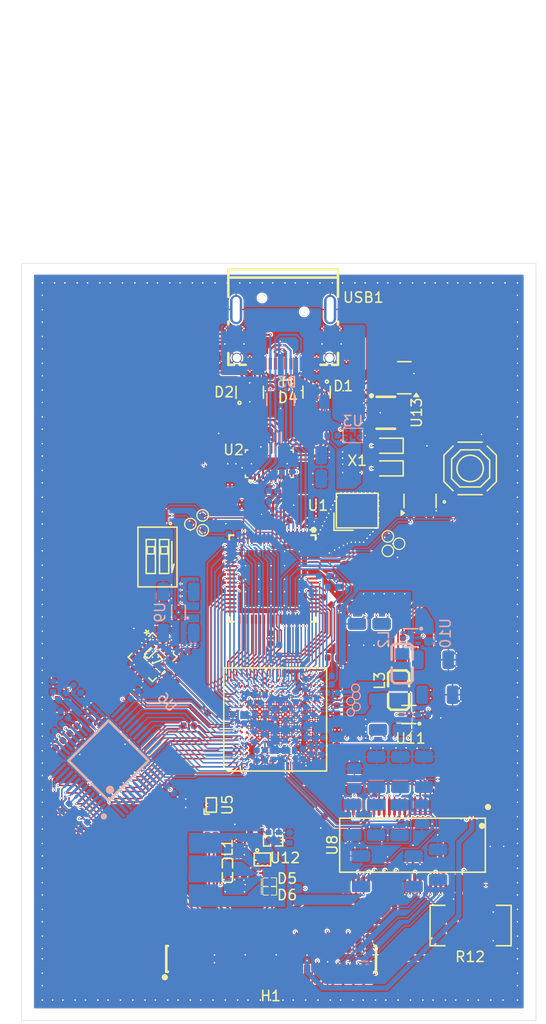
<source format=kicad_pcb>
(kicad_pcb (version 20241229) (generator "pcbnew") (generator_version "9.0")
  (layers (0 "F.Cu" signal) (4 "In1.Cu" signal) (6 "In2.Cu" signal) (2 "B.Cu" signal) (13 "F.Paste" user) (15 "B.Paste" user) (5 "F.SilkS" user "F.Silkscreen") (7 "B.SilkS" user "B.Silkscreen") (1 "F.Mask" user) (3 "B.Mask" user) (25 "Edge.Cuts" user))
  (net 0 "")
  (net 1 "GND")
  (net 2 "+5V")
  (net 3 "+3V3")
  (net 4 "/TXP")
  (net 5 "/TXN")
  (net 6 "/TX1_N")
  (net 7 "/TX1-")
  (net 8 "/TX1+")
  (net 9 "/TX1_P")
  (net 10 "/TX2_N")
  (net 11 "/TX2-")
  (net 12 "/TX2+")
  (net 13 "/TX2_P")
  (net 14 "/RX1-")
  (net 15 "/RX1+")
  (net 16 "/RX2+")
  (net 17 "/RX2-")
  (net 18 "/CC1")
  (net 19 "/D_-")
  (net 20 "/CC2")
  (net 21 "/D_+")
  (net 22 "Net-(U2-DIR)")
  (net 23 "/UFP_MUX/OUT1")
  (net 24 "/UFP_MUX/OUT2")
  (net 25 "Net-(R5-Pad1)")
  (net 26 "Net-(U2-VBUS_DET)")
  (net 32 "/RXP")
  (net 33 "/RXN")
  (net 36 "/HD28")
  (net 37 "+1V2")
  (net 38 "/HD1")
  (net 39 "/HD20")
  (net 40 "/HD21")
  (net 41 "/HTREQ_1")
  (net 42 "/HRACK_1")
  (net 43 "/HD26")
  (net 44 "/HRVLD_1")
  (net 45 "/GX_1_P")
  (net 46 "/HD22")
  (net 47 "/HD29")
  (net 48 "/GX_1_N")
  (net 49 "/HTACK_1")
  (net 50 "/HTCLK_1")
  (net 51 "/HD23")
  (net 52 "/HD19")
  (net 53 "/HD31")
  (net 54 "/HD25")
  (net 55 "/HD0")
  (net 56 "/HTRDY_1")
  (net 57 "/HD30")
  (net 58 "/UART_1_TX")
  (net 59 "/UART_1_RX")
  (net 60 "/HD24")
  (net 61 "/HTVLD_1")
  (net 62 "/HD2")
  (net 63 "/HRCLK_1")
  (net 64 "/HD27")
  (net 65 "Net-(U3-~{ACK})")
  (net 66 "/TXpre_P")
  (net 67 "/TXpre_N")
  (net 68 "/HD6")
  (net 69 "/HD17")
  (net 70 "/HD15")
  (net 71 "/HD7")
  (net 72 "/HD5")
  (net 73 "/HD3")
  (net 74 "/HD10")
  (net 75 "/HD14")
  (net 76 "/HD4")
  (net 77 "/HD9")
  (net 78 "/HD16")
  (net 79 "/HD11")
  (net 80 "/HD13")
  (net 81 "/HD12")
  (net 82 "/HD8")
  (net 83 "/HD18")
  (net 84 "/VBUS")
  (net 85 "/XO")
  (net 86 "/XI")
  (net 87 "Net-(C114-Pad1)")
  (net 90 "Net-(U12-VDD)")
  (net 91 "/LD+")
  (net 92 "Net-(U4D-PR35A)")
  (net 93 "Net-(U4D-PR35B{slash}VREF1_3)")
  (net 94 "/LD-")
  (net 95 "/motor_spindle_com")
  (net 96 "/motor_sled+")
  (net 97 "/motor_spindle_u")
  (net 99 "/motor_spindle_w")
  (net 100 "/motor_stp-")
  (net 101 "/motor_stp+")
  (net 102 "/motor_sled-")
  (net 103 "/motor_spindle_v")
  (net 110 "Net-(C118-Pad1)")
  (net 111 "/motor_fcs-")
  (net 112 "/motor_fcs+")
  (net 113 "/motor_tlt-")
  (net 114 "/motor_trk-")
  (net 115 "/motor_trk+")
  (net 116 "/motor_tlt+")
  (net 117 "/motor_led_source")
  (net 128 "Net-(U8-CP2)")
  (net 129 "Net-(U8-CP1)")
  (net 130 "Net-(U8-CP3)")
  (net 131 "Net-(U8-CV3P3)")
  (net 132 "/motor_drvr_reset_in")
  (net 133 "Net-(U8-ICOM1)")
  (net 134 "/motor_drvr_xfg")
  (net 136 "Net-(U7-OUT1_P)")
  (net 139 "/motor_drvr_reset_out")
  (net 142 "/motor_drvr_cs")
  (net 143 "/motor_drvr_mosi")
  (net 147 "/motor_drvr_miso")
  (net 148 "Net-(U7-OUT1_N)")
  (net 150 "/motor_drvr_gpout")
  (net 151 "/motor_drvr_clk")
  (net 155 "Net-(U6-COM)")
  (net 156 "Net-(U6-REF-)")
  (net 157 "Net-(U6-REF+)")
  (net 158 "Net-(U6-REF)")
  (net 159 "Net-(U6-REFMS)")
  (net 160 "Net-(U6-MSV)")
  (net 161 "Net-(U11-FB)")
  (net 162 "+1V1")
  (net 163 "Net-(U10-FB)")
  (net 164 "+2V5")
  (net 165 "/ADC_CH1")
  (net 166 "/ADC_CH5")
  (net 167 "/ADC_CH3")
  (net 168 "/ADC_CH0")
  (net 169 "/ADC_CH4")
  (net 170 "/ADC_CH6")
  (net 171 "/ADC_CH7")
  (net 172 "/ADC_CH2")
  (net 173 "Net-(U10-SW)")
  (net 174 "Net-(U11-SW)")
  (net 175 "/EPC5_Configuration/JTAG_TCK")
  (net 176 "/Power/EN_5V0_L")
  (net 177 "/FPGA_CONFIG_DONE")
  (net 178 "/FPGA_CONFIG_SCK")
  (net 179 "/FPGA_CONFIG_INITN")
  (net 180 "/FPGA_CONFIG_PROG")
  (net 181 "/FPGA_CONFIG_SN")
  (net 182 "/FPGA_CONFIG_MOSI")
  (net 183 "/FPGA_CONFIG_MISO")
  (net 186 "/ADC_D2")
  (net 187 "/ADC_D6")
  (net 188 "/ADC_CHSHD_L")
  (net 190 "/ADC_CLK")
  (net 192 "/ADC_CS_L")
  (net 194 "/ADC_D0")
  (net 195 "/ref_clk")
  (net 196 "/ADC_D5")
  (net 198 "/ADC_D4")
  (net 199 "/ADC_EOC_L")
  (net 203 "/ADC_D8")
  (net 206 "/ADC_D11")
  (net 207 "/ADC_EOLC_L")
  (net 209 "/ADC_D10")
  (net 210 "/ADC_CONVST")
  (net 211 "/ADC_RD_L")
  (net 212 "/ADC_WR_L")
  (net 214 "/EPC5_Configuration/JTAG_TMS")
  (net 215 "/ADC_SHDN")
  (net 216 "/ADC_D1")
  (net 217 "/EPC5_Configuration/JTAG_TDO")
  (net 218 "/ADC_D3")
  (net 219 "/ADC_D9")
  (net 220 "/EPC5_Configuration/JTAG_TDI")
  (net 221 "/ADC_D7")
  (net 236 "/RF+")
  (net 237 "Net-(U5-IN+)")
  (net 238 "/RF-")
  (net 239 "Net-(U5-IN-)")
  (net 247 "/PMIC_DATA_IN+")
  (net 248 "/LD_CLK+")
  (net 249 "/PMIC_DATA_IN-")
  (net 250 "/CLK_GEN_I2C_SCL")
  (net 251 "/LD_DATA_OUT+")
  (net 252 "/CLK_GEN_I2C_SDA")
  (net 253 "/LD_DATA_OUT-")
  (net 254 "/LD_CLK-")
  (net 255 "Net-(D7-Pad1)")
  (net 256 "Net-(D9-Pad1)")
  (net 257 "Net-(Q1-D)")
  (net 258 "Net-(R40-Pad1)")
  (net 261 "/Power/EN_5V0")
  (net 262 "/Power/EN_1V1")
  (net 263 "/Power/EN_3V3")
  (net 264 "Net-(S2-B)")
  (net 267 "Net-(U1-PA11)")
  (net 268 "Net-(U4C-PR8B)")
  (net 269 "Net-(U4E-PL44A)")
  (footprint "PCM_JLCPCB:R_0402" (layer "F.Cu") (at 56.661072 117.724328 -90)
    (property "Reference" "R42" (hide yes))
    (property "Value" "10kΩ" (hide yes))
  )
  (footprint "PCM_JLCPCB:R_0402" (layer "F.Cu") (at 44.545965 121.822067 90)
    (property "Reference" "R4" (hide yes))
    (property "Value" "4.7kΩ" (hide yes))
  )
  (footprint "PCM_JLCPCB:D_0603" (layer "F.Cu") (at 61 124.2 180)
    (property "Reference" "D7" (hide yes))
    (property "Value" "Green")
  )
  (footprint "PCM_JLCPCB:C_1206" (layer "F.Cu") (at 57.645165 148.085867 -90)
    (property "Reference" "C107" (hide yes))
    (property "Value" "4.7uF")
  )
  (footprint "PCM_JLCPCB:C_0402" (layer "F.Cu") (at 56.045165 150.565867 -90)
    (property "Reference" "C58" (hide yes))
    (property "Value" "10nF")
  )
  (footprint "easyeda:WQFN-30_L4.5-W2.5-P0.4-BL-EP" (layer "F.Cu") (at 49.473565 123.742767)
    (property "Reference" "U2")
    (property "Value" "HD3SS3220IRNHT" (hide yes))
  )
  (footprint "PCM_JLCPCB:C_0402" (layer "F.Cu") (at 49.549004 140.686026 -90)
    (property "Reference" "C21" (hide yes))
    (property "Value" "100nF")
  )
  (footprint "PCM_JLCPCB:C_0402" (layer "F.Cu") (at 36.445165 144.165867 -45)
    (property "Reference" "C34" (hide yes))
    (property "Value" "100nF")
  )
  (footprint "PCM_JLCPCB:C_0402" (layer "F.Cu") (at 64.602927 149.782619 90)
    (property "Reference" "C93" (hide yes))
    (property "Value" "10pF")
  )
  (footprint "PCM_JLCPCB:C_1206" (layer "F.Cu") (at 32.645165 150.365867 -135)
    (property "Reference" "C66" (hide yes))
    (property "Value" "2.2uF")
  )
  (footprint "PCM_JLCPCB:R_0402" (layer "F.Cu") (at 63.650905 124.167397)
    (property "Reference" "R37" (hide yes))
    (property "Value" "2kΩ" (hide yes))
  )
  (footprint "PCM_JLCPCB:C_1206" (layer "F.Cu") (at 57.992996 140.765869 90)
    (property "Reference" "C96" (hide yes))
    (property "Value" "4.7uF")
  )
  (footprint "PCM_JLCPCB:R_0402" (layer "F.Cu") (at 43.852226 157.945785 180)
    (property "Reference" "R25" (hide yes))
    (property "Value" "0Ω" (hide yes))
  )
  (footprint "PCM_JLCPCB:C_0402" (layer "F.Cu") (at 46.222365 124.758767 90)
    (property "Reference" "C7" (hide yes))
    (property "Value" "100nF")
  )
  (footprint "PCM_JLCPCB:C_0402" (layer "F.Cu") (at 46.245165 129.565867 180)
    (property "Reference" "C22" (hide yes))
    (property "Value" "100nF")
  )
  (footprint "PCM_JLCPCB:C_1206" (layer "F.Cu") (at 65.8134 146.165151)
    (property "Reference" "C102" (hide yes))
    (property "Value" "4.7uF")
  )
  (footprint "PCM_JLCPCB:R_0402" (layer "F.Cu") (at 56.077472 146.683909 90)
    (property "Reference" "R9" (hide yes))
    (property "Value" "4.7kΩ" (hide yes))
  )
  (footprint "TestPoint:TestPoint_Pad_D1.0mm" (layer "F.Cu") (at 41.8 129.6)
    (property "Reference" "TP11" (hide yes))
    (property "Value" "TestPoint")
  )
  (footprint "PCM_JLCPCB:C_0402" (layer "F.Cu") (at 49.905165 159.550867)
    (property "Reference" "C117" (hide yes))
    (property "Value" "6pF")
  )
  (footprint "PCM_JLCPCB:C_1206" (layer "F.Cu") (at 71.645165 163.165867 90)
    (property "Reference" "C88" (hide yes))
    (property "Value" "4.7uF")
  )
  (footprint "PCM_JLCPCB:C_0402" (layer "F.Cu") (at 46.20793 163.150867 -90)
    (property "Reference" "C116" (hide yes))
    (property "Value" "100nF")
  )
  (footprint "PCM_JLCPCB:R_0402" (layer "F.Cu") (at 55.645165 142.565867 180)
    (property "Reference" "R17" (hide yes))
    (property "Value" "4.7kΩ" (hide yes))
  )
  (footprint "easyeda:HDR-SMD_40P-P1.00-V-F-R2-C20-LS3.8" (layer "F.Cu") (at 49.645165 171.8)
    (property "Reference" "H1")
    (property "Value" "ZX-PM1.0-2-20PU-W")
  )
  (footprint "PCM_JLCPCB:R_0402" (layer "F.Cu") (at 48.905165 158.750867)
    (property "Reference" "R29" (hide yes))
    (property "Value" "51Ω" (hide yes))
  )
  (footprint "PCM_JLCPCB:R_0402" (layer "F.Cu") (at 65.115561 148.427747)
    (property "Reference" "R18" (hide yes))
    (property "Value" "120kΩ" (hide yes))
  )
  (footprint "easyeda:UDFN-10_L2.5-W1.0-P0.50-BL" (layer "F.Cu") (at 54.070965 116.792867 180)
    (property "Reference" "D1")
    (property "Value" "ESD8004MUTAG" (hide yes))
  )
  (footprint "PCM_JLCPCB:C_0402" (layer "F.Cu") (at 56.070934 148.565867 90)
    (property "Reference" "C57" (hide yes))
    (property "Value" "10nF")
  )
  (footprint "easyeda:CRYSTAL-SMD_4P-L3.2-W2.5-BL" (layer "F.Cu") (at 58.020877 128.296938)
    (property "Reference" "X1")
    (property "Value" "X1E0000210295")
  )
  (footprint "PCM_JLCPCB:R_0402" (layer "F.Cu") (at 43.845165 147.565867 -135)
    (property "Reference" "R26" (hide yes))
    (property "Value" "100Ω" (hide yes))
  )
  (footprint "easyeda:X1SON-2_L1.0-W0.6-P0.65-RD" (layer "F.Cu") (at 49.525165 164.365867)
    (property "Reference" "D5")
    (property "Value" "PMEG6010AESBYL")
  )
  (footprint "PCM_JLCPCB:R_0402" (layer "F.Cu") (at 63.706958 122.00896)
    (property "Reference" "R36" (hide yes))
    (property "Value" "2kΩ" (hide yes))
  )
  (footprint "PCM_JLCPCB:R_0402" (layer "F.Cu") (at 47.108684 158.750867)
    (property "Reference" "R28" (hide yes))
    (property "Value" "1kΩ" (hide yes))
  )
  (footprint "PCM_JLCPCB:Q_SOT-23" (layer "F.Cu") (at 64.12774 127.36263 90)
    (property "Reference" "Q1" (hide yes))
    (property "Value" "2N7002")
  )
  (footprint "easyeda:UDFN-10_L2.5-W1.0-P0.50-BL" (layer "F.Cu") (at 47.568565 116.818267)
    (property "Reference" "D2")
    (property "Value" "ESD8004MUTAG" (hide yes))
  )
  (footprint "easyeda:L0805" (layer "F.Cu") (at 62.045165 145.682976 90)
    (property "Reference" "L3")
    (property "Value" "LQM21PN2R2NGCD")
  )
  (footprint "PCM_JLCPCB:C_0402" (layer "F.Cu") (at 47.005165 163.158153 -90)
    (property "Reference" "C115" (hide yes))
    (property "Value" "100nF")
  )
  (footprint "PCM_JLCPCB:C_0402" (layer "F.Cu") (at 49.445165 126.565867 180)
    (property "Reference" "C10" (hide yes))
    (property "Value" "100nF")
  )
  (footprint "PCM_JLCPCB:C_0402" (layer "F.Cu") (at 56.445165 137.165867 -90)
    (property "Reference" "C23" (hide yes))
    (property "Value" "100nF")
  )
  (footprint "PCM_JLCPCB:C_0402" (layer "F.Cu") (at 52.020071 115.755614 -90)
    (property "Reference" "C18" (hide yes))
    (property "Value" "100nF")
  )
  (footprint "PCM_JLCPCB:R_0402" (layer "F.Cu") (at 43.707765 121.822067 -90)
    (property "Reference" "R2" (hide yes))
    (property "Value" "4.7kΩ" (hide yes))
  )
  (footprint "PCM_JLCPCB:C_0402" (layer "F.Cu") (at 49.6 115.8 -90)
    (property "Reference" "C17" (hide yes))
    (property "Value" "100nF")
  )
  (footprint "PCM_JLCPCB:R_0402" (layer "F.Cu") (at 58.2 119 -90)
    (property "Reference" "R41" (hide yes))
    (property "Value" "10kΩ" (hide yes))
  )
  (footprint "PCM_JLCPCB:C_0402" (layer "F.Cu") (at 55.445165 135.165867 90)
    (property "Reference" "C24" (hide yes))
    (property "Value" "100nF")
  )
  (footprint "PCM_JLCPCB:C_0402" (layer "F.Cu") (at 46.400165 119.561467 90)
    (property "Reference" "C16" (hide yes))
    (property "Value" "100nF")
  )
  (footprint "easyeda:TQFN16_RER_TEX" (layer "F.Cu") (at 38.11864 142.518317 -45)
    (property "Reference" "U7")
    (property "Value" "LMK3H0102A014RERT")
  )
  (footprint "PCM_JLCPCB:C_0402" (layer "F.Cu") (at 53.715365 119.561467 90)
    (property "Reference" "C14" (hide yes))
    (property "Value" "100nF" (hide yes))
  )
  (footprint "PCM_JLCPCB:R_0402" (layer "F.Cu") (at 49.556325 163.484707 180)
    (property "Reference" "R35" (hide yes))
    (property "Value" "10kΩ" (hide yes))
  )
  (footprint "PCM_JLCPCB:R_0402" (layer "F.Cu") (at 55.127791 137.082358 135)
    (property "Reference" "R44" (hide yes))
    (property "Value" "33Ω" (hide yes))
  )
  (footprint "PCM_JLCPCB:Q_SOT-23" (layer "F.Cu") (at 62.6 115.4 180)
    (property "Reference" "Q2" (hide yes))
    (property "Value" "2N7002")
  )
  (footprint "PCM_JLCPCB:C_1206" (layer "F.Cu") (at 60.445165 136.165867 -90)
    (property "Reference" "C3" (hide yes))
    (property "Value" "4.7uF")
  )
  (footprint "PCM_JLCPCB:C_0402" (layer "F.Cu") (at 48.956325 156.813827 -90)
    (property "Reference" "C127" (hide yes))
    (property "Value" "100nF")
  )
  (footprint "PCM_JLCPCB:C_1206" (layer "F.Cu") (at 65.392995 142.765868)
    (property "Reference" "C100" (hide yes))
    (property "Value" "4.7uF")
  )
  (footprint "PCM_JLCPCB:C_0402" (layer "F.Cu") (at 61.445165 133.365867)
    (property "Reference" "C25" (hide yes))
    (property "Value" "100nF")
  )
  (footprint "PCM_JLCPCB:C_0402" (layer "F.Cu") (at 30.425305 149.565867 45)
    (property "Reference" "C75" (hide yes))
    (property "Value" "100nF")
  )
  (footprint "PCM_JLCPCB:C_0402" (layer "F.Cu") (at 37.045572 139.688255 135)
    (property "Reference" "C31" (hide yes))
    (property "Value" "100nF")
  )
  (footprint "TestPoint:TestPoint_Pad_D1.0mm" (layer "F.Cu") (at 61 130.8)
    (property "Reference" "TP6" (hide yes))
    (property "Value" "TestPoint")
  )
  (footprint "TestPoint:TestPoint_Pad_D1.0mm" (layer "F.Cu") (at 62.091054 131.508199)
    (property "Reference" "TP8" (hide yes))
    (property "Value" "TestPoint")
  )
  (footprint "easyeda:HTSSOP-56_L14.0-W6.0-P0.50-LS8.1-BL-EP" (layer "F.Cu") (at 63.395165 160.765867 180)
    (property "Reference" "U8")
    (property "Value" "TPIC2010RDFDRG4")
  )
  (footprint "PCM_JLCPCB:R_0603" (layer "F.Cu") (at 47.111365 126.571867 180)
    (property "Reference" "R6" (hide yes))
    (property "Value" "750kΩ")
  )
  (footprint "PCM_JLCPCB:C_0402" (layer "F.Cu") (at 66.845165 154.365867 180)
    (property "Reference" "C76" (hide yes))
    (property "Value" "100nF")
  )
  (footprint "PCM_JLCPCB:C_0402" (layer "F.Cu") (at 57.445165 130.765867)
    (property "Reference" "C6" (hide yes))
    (property "Value" "10pF")
  )
  (footprint "PCM_JLCPCB:C_0402" (layer "F.Cu") (at 42.352085 157.115346 180)
    (property "Reference" "C109" (hide yes))
    (property "Value" "100nF")
  )
  (footprint "PCM_JLCPCB:C_0402" (layer "F.Cu") (at 39.356223 145.242834 -45)
    (property "Reference" "C33" (hide yes))
    (property "Value" "100nF")
  )
  (footprint "easyeda:TYPE-C-SMD_GT-USB-7018" (layer "F.Cu") (at 50.819765 111.408067 180)
    (property "Reference" "USB1")
    (property "Value" "GT-USB-7018")
  )
  (footprint "PCM_JLCPCB:C_0402" (layer "F.Cu") (at 29.045165 150.965867 -135)
    (property "Reference" "C78" (hide yes))
    (property "Value" "100nF")
  )
  (footprint "PCM_JLCPCB:C_0402" (layer "F.Cu") (at 52.845165 129.365867)
    (property "Reference" "C29" (hide yes))
    (property "Value" "100nF")
  )
  (footprint "PCM_JLCPCB:SW-SMD_4P-L5.1-W5.1-P3.70-LS6.5-TL-2" (layer "F.Cu") (at 69 124.2 90)
    (property "Reference" "S2" (hide yes))
    (property "Value" "Tactile Button, 160gf")
  )
  (footprint "PCM_JLCPCB:C_0402" (layer "F.Cu") (at 40.767519 141.863017 -45)
    (property "Reference" "C32" (hide yes))
    (property "Value" "100nF")
  )
  (footprint "easyeda:SOT-23-6_L2.9-W1.6-P0.95-LS2.8-BR" (layer "F.Cu") (at 60.8 118.8 180)
    (property "Reference" "U13")
    (property "Value" "LM3880MF-1AA/NOPB")
  )
  (footprint "PCM_JLCPCB:C_0402" (layer "F.Cu") (at 40.756129 143.849694 -45)
    (property "Reference" "C111" (hide yes))
    (property "Value" "100nF")
  )
  (footprint "PCM_JLCPCB:C_1206" (layer "F.Cu") (at 29.245165 145.765867 90)
    (property "Reference" "C71" (hide yes))
    (property "Value" "2.2uF")
  )
  (footprint "PCM_JLCPCB:C_0402" (layer "F.Cu") (at 55.245165 130.365867 90)
    (property "Reference" "C7" (hide yes))
    (property "Value" "10pF")
  )
  (footprint "PCM_JLCPCB:C_0402" (layer "F.Cu") (at 51.445165 128.765867 90)
    (property "Reference" "C28" (hide yes))
    (property "Value" "100nF")
  )
  (footprint "PCM_JLCPCB:R_0402" (layer "F.Cu") (at 59.699999 116.6)
    (property "Reference" "R43" (hide yes))
    (property "Value" "10kΩ" (hide yes))
  )
  (footprint "easyeda:SOT-563_L1.6-W1.2-P0.50-LS1.6-BL" (layer "F.Cu") (at 63.045165 148.085867 90)
    (property "Reference" "U11")
    (property "Value" "TLV62569DRLR")
  )
  (footprint "TestPoint:TestPoint_Pad_D1.0mm" (layer "F.Cu") (at 43 130.2)
    (property "Reference" "TP10" (hide yes))
    (property "Value" "TestPoint")
  )
  (footprint "PCM_JLCPCB:C_0402" (layer "F.Cu") (at 40.15043 144.480629 -45)
    (property "Reference" "C112" (hide yes))
    (property "Value" "100nF")
  )
  (footprint "easyeda:WLP-6_L1.2-W0.8-R2-C3-P0.40-TL_MAX40111ANT" (layer "F.Cu") (at 43.832411 156.861547 90)
    (property "Reference" "U5")
    (property "Value" "MAX40025CAWT+T")
  )
  (footprint "PCM_JLCPCB:R_0402" (layer "F.Cu") (at 44.245165 159.265868 -90)
    (property "Reference" "R24" (hide yes))
    (property "Value" "0Ω" (hide yes))
  )
  (footprint "PCM_JLCPCB:D_0603" (layer "F.Cu") (at 61 122 180)
    (property "Reference" "D9" (hide yes))
    (property "Value" "White")
  )
  (footprint "PCM_JLCPCB:C_0402" (layer "F.Cu") (at 56.970822 112.868081 -90)
    (property "Reference" "C19" (hide yes))
    (property "Value" "100nF")
  )
  (footprint "PCM_JLCPCB:R_0402" (layer "F.Cu") (at 63.245165 149.285867)
    (property "Reference" "R21" (hide yes))
    (property "Value" "100kΩ" (hide yes))
  )
  (footprint "TestPoint:TestPoint_Pad_D1.0mm" (layer "F.Cu") (at 61 132.2)
    (property "Reference" "TP7" (hide yes))
    (property "Value" "TestPoint")
  )
  (footprint "PCM_JLCPCB:C_1206" (layer "F.Cu") (at 58.045165 136.165867 -90)
    (property "Reference" "C5" (hide yes))
    (property "Value" "4.7uF")
  )
  (footprint "PCM_JLCPCB:C_1206" (layer "F.Cu") (at 60.392997 140.765867 90)
    (property "Reference" "C95" (hide yes))
    (property "Value" "4.7uF")
  )
  (footprint "PCM_JLCPCB:C_0402" (layer "F.Cu") (at 49.245165 129.165867 90)
    (property "Reference" "C27" (hide yes))
    (property "Value" "100nF")
  )
  (footprint "PCM_JLCPCB:R_0402" (layer "F.Cu") (at 48.114462 159.550866)
    (property "Reference" "R30" (hide yes))
    (property "Value" "51Ω" (hide yes))
  )
  (footprint "PCM_JLCPCB:C_0402" (layer "F.Cu") (at 56.445165 135.165867 -90)
    (property "Reference" "C26" (hide yes))
    (property "Value" "100nF")
  )
  (footprint "easyeda:L0402" (layer "F.Cu") (at 45.405165 163.200867 -90)
    (property "Reference" "L1")
    (property "Value" "BLM15EX331SN1D")
  )
  (footprint "PCM_JLCPCB:R_0402" (layer "F.Cu") (at 43.707765 123.676267 90)
    (property "Reference" "R3" (hide yes))
    (property "Value" "4.7kΩ" (hide yes))
  )
  (footprint "PCM_JLCPCB:C_0402" (layer "F.Cu") (at 47.212965 119.561467 90)
    (property "Reference" "C15" (hide yes))
    (property "Value" "100nF")
  )
  (footprint "PCM_JLCPCB:SW-SMD_218-2LPSTRF" (layer "F.Cu") (at 38.6 132.8 180)
    (property "Reference" "S1" (hide yes))
    (property "Value" "DIP Switch x 2")
  )
  (footprint "PCM_JLCPCB:C_1206" (layer "F.Cu") (at 60.045165 148.085867 -90)
    (property "Reference" "C108" (hide yes))
    (property "Value" "4.7uF")
  )
  (footprint "easyeda:R0402" (layer "F.Cu") (at 49.846427 160.346027)
    (property "Reference" "R27" (hide yes))
    (property "Value" "RC0402FR-071K8L")
  )
  (footprint "PCM_JLCPCB:C_0402" (layer "F.Cu") (at 31.772087 148.233547 135)
    (property "Reference" "C67" (hide yes))
    (property "Value" "100nF")
  )
  (footprint "PCM_JLCPCB:C_1206" (layer "F.Cu") (at 33.845165 152.565867 45)
    (property "Reference" "C91" (hide yes))
    (property "Value" "2.2uF")
  )
  (footprint "PCM_JLCPCB:C_0402" (layer "F.Cu") (at 66.445165 155.165867 180)
    (property "Reference" "C64" (hide yes))
    (property "Value" "100nF")
  )
  (footprint "TestPoint:TestPoint_Pad_D1.0mm" (layer "F.Cu") (at 42.988379 128.761079)
    (property "Reference" "TP9" (hide yes))
    (property "Value" "TestPoint")
  )
  (footprint "PCM_JLCPCB:C_0402" (layer "F.Cu") (at 48.122453 156.817825 -90)
    (property "Reference" "C126" (hide yes))
    (property "Value" "100nF")
  )
  (footprint "easyeda:BGA-6_L1.5-W1.0-P0.50-TL" (layer "F.Cu") (at 48.805165 162.150867)
    (property "Reference" "U12")
    (property "Value" "EPC21603")
  )
  (footprint "PCM_JLCPCB:C_0402" (layer "F.Cu") (at 47.105165 160.350867 180)
    (property "Reference" "C8" (hide yes))
    (property "Value" "6pF")
  )
  (footprint "PCM_JLCPCB:C_0402" (layer "F.Cu") (at 52.902565 119.561467 90)
    (property "Reference" "C13" (hide yes))
    (property "Value" "100nF")
  )
  (footprint "easyeda:SOD-923_L0.8-W0.6-LS1.0-RD" (layer "F.Cu") (at 51.216209 115.751467 -90)
    (property "Reference" "D4")
    (property "Value" "ESD9X3.3ST5G")
  )
  (footprint "easyeda:R2512" (layer "F.Cu") (at 69.045165 168.565867)
    (property "Reference" "R12")
    (property "Value" "CR2512J1R220G")
  )
  (footprint "PCM_JLCPCB:C_0402" (layer "F.Cu") (at 39.045165 140.165867 135)
    (property "Reference" "C30" (hide yes))
    (property "Value" "100nF")
  )
  (footprint "PCM_JLCPCB:R_0402" (layer "F.Cu") (at 54.445165 158.365867 -135)
    (property "Reference" "R11" (hide yes))
    (property "Value" "4.7kΩ" (hide yes))
  )
  (footprint "PCM_JLCPCB:C_0402" (layer "F.Cu") (at 42.352085 156.283039 180)
    (property "Reference" "C110" (hide yes))
    (property "Value" "100nF")
  )
  (footprint "easyeda:csBGA285" (layer "F.Cu") (at 50.045165 148.565867 90)
    (property "Reference" "U4" (hide yes))
    (property "Value" "LFE5U-25F-8MG285C" (hide yes))
  )
  (footprint "easyeda:X1SON-2_L1.0-W0.6-P0.65-RD" (layer "F.Cu") (at 49.525165 165.180867)
    (property "Reference" "D6")
    (property "Value" "PMEG6010AESBYL")
  )
  (footprint "PCM_JLCPCB:R_0402" (layer "F.Cu") (at 44.545965 123.701667 -90)
    (property "Reference" "R7" (hide yes))
    (property "Value" "4.7kΩ" (hide yes))
  )
  (footprint "PCM_JLCPCB:R_0402" (layer "F.Cu") (at 62.947869 140.637522 180)
    (property "Reference" "R20" (hide yes))
    (property "Value" "10kΩ" (hide yes))
  )
  (footprint "PCM_JLCPCB:C_0402" (layer "F.Cu") (at 48.199999 128.134442 -90)
    (property "Reference" "C9" (hide yes))
    (property "Value" "100nF")
  )
  (footprint "PCM_JLCPCB:R_0402" (layer "F.Cu") (at 41.645165 149.165867)
    (property "Reference" "R45" (hide yes))
    (property "Value" "33Ω" (hide yes))
  )
  (footprint "PCM_JLCPCB:R_0402" (layer "F.Cu") (at 43.445165 159.265868 -90)
    (property "Reference" "R23" (hide yes))
    (property "Value" "0Ω" (hide yes))
  )
  (footprint "PCM_JLCPCB:C_0402" (layer "F.Cu") (at 59.645165 155.443846 180)
    (property "Reference" "C77" (hide yes))
    (property "Value" "100nF")
  )
  (footprint "PCM_JLCPCB:C_0402" (layer "F.Cu") (at 45.409565 124.758767 90)
    (property "Reference" "C8" (hide yes))
    (property "Value" "100nF")
  )
  (footprint "PCM_JLCPCB:R_0402" (layer "F.Cu") (at 44.901565 126.571867 180)
    (property "Reference" "R5" (hide yes))
    (property "Value" "150kΩ" (hide yes))
  )
  (footprint "easyeda:QFN-68_L8.0-W8.0-P0.40-BL-EP5.5" (layer "F.Cu") (at 49.778365 134.883034 180)
    (property "Reference" "U1")
    (property "Value" "CH569W")
  )
  (footprint "PCM_JLCPCB:C_0402" (layer "F.Cu") (at 44.647565 112.958356 -90)
    (property "Reference" "C20" (hide yes))
    (property "Value" "100nF")
  )
  (footprint "PCM_JLCPCB:C_0402" (layer "B.Cu") (at 51.048685 149.108587 90)
    (property "Reference" "C44" (hide yes))
    (property "Value" "100nF")
  )
  (footprint "PCM_JLCPCB:C_0402" (layer "B.Cu") (at 51.445165 151.6)
    (property "Reference" "C45" (hide yes))
    (property "Value" "100nF")
  )
  (footprint "TestPoint:TestPoint_Pad_D1.0mm" (layer "B.Cu") (at 57.384463 146.796217)
    (property "Reference" "TP1" (hide yes))
    (property "Value" "TestPoint")
  )
  (footprint "PCM_JLCPCB:R_0805" (layer "B.Cu") (at 44.218758 161.384273 -90)
    (property "Reference" "R34" (hide yes))
    (property "Value" "1Ω")
  )
  (footprint "PCM_JLCPCB:C_0402" (layer "B.Cu") (at 51.435439 160.04144 90)
    (property "Reference" "C113" (hide yes))
    (property "Value" "100nF")
  )
  (footprint "PCM_JLCPCB:R_0402" (layer "B.Cu") (at 56.045164 144.340837 180)
    (property "Reference" "R15" (hide yes))
    (property "Value" "4.7kΩ" (hide yes))
  )
  (footprint "PCM_JLCPCB:C_1206" (layer "B.Cu") (at 60.045164 148.083194 -90)
    (property "Reference" "C106" (hide yes))
    (property "Value" "4.7uF")
  )
  (footprint "easyeda:XDFN-4_L1.0-W1.0-P0.65-BL-EP" (layer "B.Cu") (at 40.645165 138.165867 180)
    (property "Reference" "U9")
    (property "Value" "NCP115CMX250TCG")
  )
  (footprint "PCM_JLCPCB:C_0402" (layer "B.Cu") (at 49.448165 126.876667 90)
    (property "Reference" "C11" (hide yes))
    (property "Value" "100nF")
  )
  (footprint "PCM_JLCPCB:C_1206" (layer "B.Cu") (at 62.142332 158.334188 -90)
    (property "Reference" "C85" (hide yes))
    (property "Value" "4.7uF")
  )
  (footprint "PCM_JLCPCB:C_0402" (layer "B.Cu") (at 49.0514 149.533641 -90)
    (property "Reference" "C50" (hide yes))
    (property "Value" "10nF")
  )
  (footprint "PCM_JLCPCB:C_1206" (layer "B.Cu") (at 65.816201 146.165866)
    (property "Reference" "C101" (hide yes))
    (property "Value" "4.7uF")
  )
  (footprint "PCM_JLCPCB:C_0402" (layer "B.Cu") (at 28.971671 149.365867 -135)
    (property "Reference" "C73" (hide yes))
    (property "Value" "10nF")
  )
  (footprint "PCM_JLCPCB:C_0402" (layer "B.Cu") (at 48.558037 146.134341 180)
    (property "Reference" "C35" (hide yes))
    (property "Value" "100nF")
  )
  (footprint "PCM_JLCPCB:C_0402" (layer "B.Cu") (at 46.527282 160.375671 -90)
    (property "Reference" "C120" (hide yes))
    (property "Value" "100nF")
  )
  (footprint "PCM_JLCPCB:C_0402" (layer "B.Cu") (at 52.045165 146.365867 90)
    (property "Reference" "C36" (hide yes))
    (property "Value" "100nF")
  )
  (footprint "easyeda:SOT-563_L1.6-W1.2-P0.50-LS1.6-BL" (layer "B.Cu") (at 63.218626 140.643665 -90)
    (property "Reference" "U10")
    (property "Value" "TLV62569DRLR")
  )
  (footprint "PCM_JLCPCB:R_0402" (layer "B.Cu") (at 55.663393 135.685168 180)
    (property "Reference" "R14" (hide yes))
    (property "Value" "1kΩ" (hide yes))
  )
  (footprint "PCM_JLCPCB:C_0402" (layer "B.Cu") (at 55.645165 145.965867)
    (property "Reference" "C55" (hide yes))
    (property "Value" "10nF")
  )
  (footprint "PCM_JLCPCB:C_0402" (layer "B.Cu") (at 45.698765 163.974818 -90)
    (property "Reference" "C122" (hide yes))
    (property "Value" "100nF")
  )
  (footprint "PCM_JLCPCB:C_1206" (layer "B.Cu") (at 58.4 163.288315 90)
    (property "Reference" "C80" (hide yes))
    (property "Value" "4.7uF")
  )
  (footprint "PCM_JLCPCB:C_1206" (layer "B.Cu") (at 64.50978 153.649083 90)
    (property "Reference" "C87" (hide yes))
    (property "Value" "4.7uF")
  )
  (footprint "PCM_JLCPCB:C_0805" (layer "B.Cu") (at 64.308521 157.755307 -90)
    (property "Reference" "C90" (hide yes))
    (property "Value" "1uF")
  )
  (footprint "PCM_JLCPCB:C_0402" (layer "B.Cu") (at 50.988331 147.052326 -90)
    (property "Reference" "C42" (hide yes))
    (property "Value" "100nF")
  )
  (footprint "PCM_JLCPCB:R_0805" (layer "B.Cu") (at 42.310321 164.778587 90)
    (property "Reference" "R32" (hide yes))
    (property "Value" "1Ω")
  )
  (footprint "PCM_JLCPCB:C_0402" (layer "B.Cu") (at 49.897246 159.554507)
    (property "Reference" "C114" (hide yes))
    (property "Value" "100nF")
  )
  (footprint "PCM_JLCPCB:C_1206" (layer "B.Cu") (at 40.645165 140.165868 180)
    (property "Reference" "C98" (hide yes))
    (property "Value" "4.7uF")
  )
  (footprint "PCM_JLCPCB:C_0805" (layer "B.Cu") (at 57.738311 154.285168 90)
    (property "Reference" "C81" (hide yes))
    (property "Value" "1uF")
  )
  (footprint "PCM_JLCPCB:C_0402" (layer "B.Cu") (at 29.548854 148.068071 135)
    (property "Reference" "C72" (hide yes))
    (property "Value" "10nF")
  )
  (footprint "PCM_JLCPCB:R_0805" (layer "B.Cu") (at 42.323619 161.389694 -90)
    (property "Reference" "R33" (hide yes))
    (property "Value" "1Ω")
  )
  (footprint "PCM_JLCPCB:C_0402" (layer "B.Cu") (at 47.552351 148.948599 180)
    (property "Reference" "C49" (hide yes))
    (property "Value" "10nF")
  )
  (footprint "PCM_JLCPCB:C_1206" (layer "B.Cu") (at 65.873323 162.650342 90)
    (property "Reference" "C89" (hide yes))
    (property "Value" "4.7uF")
  )
  (footprint "PCM_JLCPCB:C_0402" (layer "B.Cu") (at 46.523041 165.771867 90)
    (property "Reference" "C121" (hide yes))
    (property "Value" "100nF")
  )
  (footprint "PCM_JLCPCB:R_0805" (layer "B.Cu") (at 44.218758 164.784273 90)
    (property "Reference" "R31" (hide yes))
    (property "Value" "1Ω")
  )
  (footprint "PCM_JLCPCB:C_0402" (layer "B.Cu") (at 41.013905 141.874847 180)
    (property "Reference" "C128" (hide yes))
    (property "Value" "100nF")
  )
  (footprint "PCM_JLCPCB:C_1206" (layer "B.Cu") (at 59.88385 153.671563 90)
    (property "Reference" "C83" (hide yes))
    (property "Value" "4.7uF")
  )
  (footprint "TestPoint:TestPoint_Pad_D1.0mm" (layer "B.Cu") (at 57.85611 145.511141)
    (property "Reference" "TP5" (hide yes))
    (property "Value" "TestPoint")
  )
  (footprint "PCM_JLCPCB:R_0402" (layer "B.Cu") (at 56.045165 145.165867 180)
    (property "Reference" "R13" (hide yes))
    (property "Value" "4.7kΩ" (hide yes))
  )
  (footprint "PCM_JLCPCB:C_1206" (layer "B.Cu") (at 63.506633 163.310551 90)
    (property "Reference" "C79" (hide yes))
    (property "Value" "4.7uF")
  )
  (footprint "PCM_JLCPCB:C_0402" (layer "B.Cu") (at 29.650707 157.094859 -135)
    (property "Reference" "C92" (hide yes))
    (property "Value" "100nF")
  )
  (footprint "PCM_JLCPCB:C_1206" (layer "B.Cu") (at 57.5495 158.299992 -90)
    (property "Reference" "C82" (hide yes))
    (property "Value" "4.7uF")
  )
  (footprint "PCM_JLCPCB:C_0402" (layer "B.Cu") (at 53.046667 147.862987 -90)
    (property "Reference" "C41" (hide yes))
    (property "Value" "100nF")
  )
  (footprint "PCM_JLCPCB:C_0402" (layer "B.Cu") (at 50.031627 147.048736 -90)
    (property "Reference" "C51" (hide yes))
    (property "Value" "10nF")
  )
  (footprint "PCM_JLCPCB:C_0402" (layer "B.Cu") (at 50.045165 148.965867 90)
    (property "Reference" "C48" (hide yes))
    (property "Value" "10nF")
  )
  (footprint "easyeda:TQFP-48_L7.0-W7.0-P0.50-LS9.0-BL" (layer "B.Cu") (at 33.845165 152.565867 135)
    (property "Reference" "U6")
    (property "Value" "MAX1304ECM+T")
  )
  (footprint "PCM_JLCPCB:C_0402" (layer "B.Cu") (at 50.260965 126.876667 90)
    (property "Reference" "C12" (hide yes))
    (property "Value" "100nF")
  )
  (footprint "PCM_JLCPCB:C_0402" (layer "B.Cu") (at 49.052453 152.059591 -90)
    (property "Reference" "C59" (hide yes))
    (property "Value" "10nF")
  )
  (footprint "PCM_JLCPCB:C_0402" (layer "B.Cu") (at 30.776809 145.601325 -45)
    (property "Reference" "C68" (hide yes))
    (property "Value" "100nF")
  )
  (footprint "PCM_JLCPCB:C_0402" (layer "B.Cu") (at 54.86013 149.8 -90)
    (property "Reference" "C47" (hide yes))
    (property "Value" "10nF")
  )
  (footprint "PCM_JLCPCB:C_0402" (layer "B.Cu") (at 48.078814 147.008104)
    (property "Reference" "C40" (hide yes))
    (property "Value" "100nF")
  )
  (footprint "PCM_JLCPCB:C_0805" (layer "B.Cu") (at 55.775065 117.74403 180)
    (property "Reference" "C4" (hide yes))
    (property "Value" "1uF")
  )
  (footprint "PCM_JLCPCB:C_0402" (layer "B.Cu") (at 53.544955 150.328147)
    (property "Reference" "C53" (hide yes))
    (property "Value" "10nF")
  )
  (footprint "PCM_JLCPCB:C_0402" (layer "B.Cu") (at 28.451184 145.371647 90)
    (property "Reference" "C69" (hide yes))
    (property "Value" "100nF")
  )
  (footprint "PCM_JLCPCB:C_1206" (layer "B.Cu") (at 62.352628 148.098123 -90)
    (property "Reference" "C105" (hide yes))
    (property "Value" "4.7uF")
  )
  (footprint "TestPoint:TestPoint_Pad_D1.0mm" (layer "B.Cu") (at 57.935053 147.340328)
    (property "Reference" "TP4" (hide yes))
    (property "Value" "TestPoint")
  )
  (footprint "PCM_JLCPCB:C_0402" (layer "B.Cu") (at 54.059244 151.126519)
    (property "Reference" "C38" (hide yes))
    (property "Value" "100nF")
  )
  (footprint "easyeda:UDFN-10_L2.5-W1.0-P0.50-BL" (layer "B.Cu") (at 50.565765 117.504067)
    (property "Reference" "D3")
    (property "Value" "ESD8004MUTAG" (hide yes))
  )
  (footprint "PCM_JLCPCB:C_1206" (layer "B.Cu") (at 65.393625 142.773664)
    (property "Reference" "C99" (hide yes))
    (property "Value" "4.7uF")
  )
  (footprint "PCM_JLCPCB:C_0402" (layer "B.Cu") (at 48.049224 150.24112 90)
    (property "Reference" "C52" (hide yes))
    (property "Value" "10nF")
  )
  (footprint "PCM_JLCPCB:R_0402" (layer "B.Cu") (at 50.43489 141.836508 -90)
    (property "Reference" "R46" (hide yes))
    (property "Value" "33Ω" (hide yes))
  )
  (footprint "PCM_JLCPCB:C_0402" (layer "B.Cu") (at 31.426392 158.890777 -135)
    (property "Reference" "C74" (hide yes))
    (property "Value" "100nF")
  )
  (footprint "PCM_JLCPCB:C_1206" (layer "B.Cu") (at 60.393626 140.773664 90)
    (property "Reference" "C104" (hide yes))
    (property "Value" "4.7uF")
  )
  (footprint "PCM_JLCPCB:C_0402" (layer "B.Cu") (at 48.572586 148.115257)
    (property "Reference" "C39" (hide yes))
    (property "Value" "100nF")
  )
  (footprint "easyeda:L0805" (layer "B.Cu") (at 62.393625 143.173665 -90)
    (property "Reference" "L2")
    (property "Value" "LQM21PN2R2NGCD")
  )
  (footprint "PCM_JLCPCB:R_0402" (layer "B.Cu") (at 51.200765 124.539867 180)
    (property "Reference" "R1" (hide yes))
    (property "Value" "200kΩ" (hide yes))
  )
  (footprint "PCM_JLCPCB:C_0402" (layer "B.Cu") (at 46.510321 163.978587 -90)
    (property "Reference" "C123" (hide yes))
    (property "Value" "100nF")
  )
  (footprint "PCM_JLCPCB:C_0402" (layer "B.Cu") (at 36.349128 146.170016 45)
    (property "Reference" "C65" (hide yes))
    (property "Value" "100nF")
  )
  (footprint "PCM_JLCPCB:C_0402" (layer "B.Cu") (at 46.508765 162.178587 90)
    (property "Reference" "C124" (hide yes))
    (property "Value" "100nF")
  )
  (footprint "PCM_JLCPCB:C_0402" (layer "B.Cu") (at 49.876204 151.943253 -90)
    (property "Reference" "C43" (hide yes))
    (property "Value" "100nF")
  )
  (footprint "PCM_JLCPCB:C_0402" (layer "B.Cu") (at 52.737425 151.900878 -90)
    (property "Reference" "C56" (hide yes))
    (property "Value" "10nF")
  )
  (footprint "PCM_JLCPCB:R_0402" (layer "B.Cu") (at 54.790479 134.636263 180)
    (property "Reference" "R16" (hide yes))
    (property "Value" "4.7kΩ" (hide yes))
  )
  (footprint "PCM_JLCPCB:C_0402" (layer "B.Cu") (at 39.845165 155.365867 -45)
    (property "Reference" "C63" (hide yes))
    (property "Value" "100nF")
  )
  (footprint "PCM_JLCPCB:R_0603" (layer "B.Cu") (at 51.445165 164.965867 180)
    (property "Reference" "R38" (hide yes))
    (property "Value" "0Ω")
  )
  (footprint "PCM_JLCPCB:C_0402" (layer "B.Cu") (at 48.234058 152.061459 -90)
    (property "Reference" "C60" (hide yes))
    (property "Value" "100nF")
  )
  (footprint "PCM_JLCPCB:R_0402" (layer "B.Cu") (at 55.6 121.011966)
    (property "Reference" "R8" (hide yes))
    (property "Value" "4.7kΩ" (hide yes))
  )
  (footprint "PCM_JLCPCB:R_0603" (layer "B.Cu") (at 63.231458 138.246951)
    (property "Reference" "R19" (hide yes))
    (property "Value" "360kΩ")
  )
  (footprint "easyeda:DSBGA-12_L1.9-W1.4-R3-C4-P0.40-TL" (layer "B.Cu") (at 57.6 121)
    (property "Reference" "U3")
    (property "Value" "TPD1S414YZR")
  )
  (footprint "PCM_JLCPCB:R_0603" (layer "B.Cu") (at 51.445165 166.165867 180)
    (property "Reference" "R39" (hide yes))
    (property "Value" "0Ω")
  )
  (footprint "PCM_JLCPCB:C_0402" (layer "B.Cu") (at 45.698765 162.178587 90)
    (property "Reference" "C125" (hide yes))
    (property "Value" "100nF")
  )
  (footprint "PCM_JLCPCB:C_0402" (layer "B.Cu") (at 51.528964 150.6 180)
    (property "Reference" "C37" (hide yes))
    (property "Value" "100nF")
  )
  (footprint "TestPoint:TestPoint_Pad_D1.0mm" (layer "B.Cu") (at 57.3755 147.872833)
    (property "Reference" "TP2" (hide yes))
    (property "Value" "TestPoint")
  )
  (footprint "PCM_JLCPCB:C_0402" (layer "B.Cu") (at 54.045165 151.990047)
    (property "Reference" "C61" (hide yes))
    (property "Value" "10nF")
  )
  (footprint "PCM_JLCPCB:C_0402" (layer "B.Cu") (at 52.981941 145.128147 90)
    (property "Reference" "C62" (hide yes))
    (property "Value" "100nF")
  )
  (footprint "PCM_JLCPCB:C_0402" (layer "B.Cu") (at 45.723042 165.771867 90)
    (property "Reference" "C118" (hide yes))
    (property "Value" "100nF")
  )
  (footprint "PCM_JLCPCB:R_0402" (layer "B.Cu") (at 64.422279 148.087563 180)
    (property "Reference" "R10" (hide yes))
    (property "Value" "10kΩ" (hide yes))
  )
  (footprint "TestPoint:TestPoint_Pad_D1.0mm" (layer "B.Cu") (at 57.936374 146.260064)
    (property "Reference" "TP3" (hide yes))
    (property "Value" "TestPoint")
  )
  (footprint "PCM_JLCPCB:C_0402" (layer "B.Cu") (at 63.431458 139.246951)
    (property "Reference" "C94" (hide yes))
    (property "Value" "10pF")
  )
  (footprint "PCM_JLCPCB:C_0402" (layer "B.Cu") (at 46.445165 148.06976 180)
    (property "Reference" "C46" (hide yes))
    (property "Value" "100nF")
  )
  (footprint "PCM_JLCPCB:C_1206" (layer "B.Cu") (at 40.645165 136.165866 180)
    (property "Reference" "C97" (hide yes))
    (property "Value" "4.7uF")
  )
  (footprint "PCM_JLCPCB:C_1206" (layer "B.Cu") (at 56.003117 122.903874 180)
    (property "Reference" "C1" (hide yes))
    (property "Value" "2.2uF")
  )
  (footprint "PCM_JLCPCB:C_0402" (layer "B.Cu") (at 29.336365 146.343947 45)
    (property "Reference" "C70" (hide yes))
    (property "Value" "100nF")
  )
  (footprint "PCM_JLCPCB:C_0402" (layer "B.Cu") (at 53.572586 146.538319 180)
    (property "Reference" "C54" (hide yes))
    (property "Value" "10nF")
  )
  (footprint "PCM_JLCPCB:C_1206" (layer "B.Cu") (at 59.845165 158.313699 -90)
    (property "Reference" "C86" (hide yes))
    (property "Value" "4.7uF")
  )
  (footprint "PCM_JLCPCB:C_0402" (layer "B.Cu") (at 45.682054 160.378586 -90)
    (property "Reference" "C119" (hide yes))
    (property "Value" "100nF")
  )
  (footprint "PCM_JLCPCB:R_0603" (layer "B.Cu") (at 64.993626 140.173664 -90)
    (property "Reference" "R22" (hide yes))
    (property "Value" "82kΩ")
  )
  (footprint "PCM_JLCPCB:C_1206" (layer "B.Cu") (at 57.993626 140.773664 90)
    (property "Reference" "C103" (hide yes))
    (property "Value" "4.7uF")
  )
  (footprint "PCM_JLCPCB:C_1206" (layer "B.Cu") (at 62.212208 153.671563 90)
    (property "Reference" "C84" (hide yes))
    (property "Value" "4.7uF")
  )
  (footprint "PCM_JLCPCB:C_1206" (layer "B.Cu") (at 56 125.2 180)
    (property "Reference" "C2" (hide yes))
    (property "Value" "2.2uF")
  )
  (footprint "PCM_JLCPCB:R_0402" (layer "B.Cu") (at 46 130.6)
    (property "Reference" "R40" (hide yes))
    (property "Value" "4.7kΩ" (hide yes))
  )
  (gr_rect (start 25.4 104.286237) (end 75.4 177.8) (stroke (width 0.05)) (fill no) (layer "Edge.Cuts"))
  (segment (start 59.884838 138.44982) (end 59.884838 138.777708) (width 0.15) (layer "F.Cu") (net 1))
  (segment (start 52.295165 150.315867) (end 52.295165 150.302136) (width 0.15) (layer "F.Cu") (net 1))
  (segment (start 62.091054 131.508199) (end 61.491801 131.508199) (width 0.15) (layer "F.Cu") (net 1))
  (segment (start 56.4 145.8) (end 56.4 145.861382) (width 0.15) (layer "F.Cu") (net 1))
  (segment (start 46.112486 160.350867) (end 46.10273 160.360623) (width 0.15) (layer "F.Cu") (net 1))
  (segment (start 47.273565 124.142767) (end 49.073565 124.142767) (width 0.2) (layer "F.Cu") (net 1))
  (segment (start 65.61556 148.427747) (end 66.13166 148.427747) (width 0.15) (layer "F.Cu") (net 1))
  (segment (start 48.945165 126.254835) (end 49.271094 125.928906) (width 0.2) (layer "F.Cu") (net 1))
  (segment (start 49.536127 149.074905) (end 49.538123 149.074905) (width 0.15) (layer "F.Cu") (net 1))
  (segment (start 50.295165 149.815867) (end 50.795165 150.315867) (width 0.15) (layer "F.Cu") (net 1))
  (segment (start 29.554276 148.059334) (end 29.548257 148.059334) (width 0.15) (layer "F.Cu") (net 1))
  (segment (start 50.902147 159.550867) (end 50.907173 159.545841) (width 0.15) (layer "F.Cu") (net 1))
  (segment (start 53.145165 170.3) (end 53.145165 171.434133) (width 0.15) (layer "F.Cu") (net 1))
  (segment (start 53.544929 150.569271) (end 54.048569 150.569271) (width 0.15) (layer "F.Cu") (net 1))
  (segment (start 52.183365 116.226067) (end 52.597765 116.640467) (width 0.2) (layer "F.Cu") (net 1))
  (segment (start 47.795165 146.315867) (end 48.045165 146.565867) (width 0.15) (layer "F.Cu") (net 1))
  (segment (start 48.029001 149.049703) (end 48.535686 149.049703) (width 0.15) (layer "F.Cu") (net 1))
  (segment (start 48.795399 152.315867) (end 48.795165 152.315867) (width 0.15) (layer "F.Cu") (net 1))
  (segment (start 51.548915 148.07197) (end 51.548915 148.069617) (width 0.15) (layer "F.Cu") (net 1))
  (segment (start 53.547393 152.562462) (end 53.245165 152.562462) (width 0.15) (layer "F.Cu") (net 1))
  (segment (start 58.779562 138.456267) (end 58.779562 138.499303) (width 0.15) (layer "F.Cu") (net 1))
  (segment (start 46.291017 145.315867) (end 46.039296 145.064146) (width 0.15) (layer "F.Cu") (net 1))
  (segment (start 47.568565 115.903867) (end 47.568565 117.732667) (width 0.2) (layer "F.Cu") (net 1))
  (segment (start 67.674366 142.12415) (end 67.514713 142.12415) (width 0.15) (layer "F.Cu") (net 1))
  (segment (start 52.295165 149.309691) (end 52.537758 149.067098) (width 0.15) (layer "F.Cu") (net 1))
  (segment (start 51.673565 123.742767) (end 49.473565 123.742767) (width 0.2) (layer "F.Cu") (net 1))
  (segment (start 53.295165 152.315867) (end 53.795165 152.815867) (width 0.15) (layer "F.Cu") (net 1))
  (segment (start 63.54 114.45) (end 63.54 115) (width 0.15) (layer "F.Cu") (net 1))
  (segment (start 46.289531 151.815867) (end 46.041252 152.064146) (width 0.15) (layer "F.Cu") (net 1))
  (segment (start 50.304909 150.815867) (end 50.551268 151.062226) (width 0.15) (layer "F.Cu") (net 1))
  (segment (start 55.506341 134.665867) (end 55.967658 135.127184) (width 0.15) (layer "F.Cu") (net 1))
  (segment (start 49.295165 146.816899) (end 49.044926 147.067138) (width 0.15) (layer "F.Cu") (net 1))
  (segment (start 47.005165 164.162314) (end 47.004963 164.162516) (width 0.15) (layer "F.Cu") (net 1))
  (segment (start 48.741005 128.665867) (end 48.727884 128.652746) (width 0.15) (layer "F.Cu") (net 1))
  (segment (start 54.045166 149.565866) (end 54.295165 149.315867) (width 0.15) (layer "F.Cu") (net 1))
  (segment (start 49.295165 149.315867) (end 49.536127 149.074905) (width 0.15) (layer "F.Cu") (net 1))
  (segment (start 53.04176 152.562462) (end 52.795165 152.315867) (width 0.15) (layer "F.Cu") (net 1))
  (segment (start 51.673565 124.142767) (end 49.873565 124.142767) (width 0.2) (layer "F.Cu") (net 1))
  (segment (start 49.795165 147.315867) (end 50.295165 146.815867) (width 0.15) (layer "F.Cu") (net 1))
  (segment (start 46.608684 158.750867) (end 46.125769 158.750867) (width 0.15) (layer "F.Cu") (net 1))
  (segment (start 53.541995 150.074905) (end 53.554203 150.074905) (width 0.15) (layer "F.Cu") (net 1))
  (segment (start 68.093138 145.511874) (end 67.946677 145.511874) (width 0.15) (layer "F.Cu") (net 1))
  (segment (start 49.295165 149.815867) (end 49.795165 150.315867) (width 0.15) (layer "F.Cu") (net 1))
  (segment (start 56.070934 148.065868) (end 55.534132 148.065868) (width 0.15) (layer "F.Cu") (net 1))
  (segment (start 51.445165 128.265867) (end 51.445165 128.165867) (width 0.15) (layer "F.Cu") (net 1))
  (segment (start 60.974389 138.175091) (end 60.445165 137.645867) (width 0.15) (layer "F.Cu") (net 1))
  (segment (start 46.605166 160.350867) (end 46.112486 160.350867) (width 0.15) (layer "F.Cu") (net 1))
  (segment (start 59.145165 157.055867) (end 59.145165 155.965867) (width 0.15) (layer "F.Cu") (net 1))
  (segment (start 67.645165 164.475867) (end 67.645165 165.754835) (width 0.15) (layer "F.Cu") (net 1))
  (segment (start 70.85 120.9) (end 70.1 120.9) (width 0.15) (layer "F.Cu") (net 1))
  (segment (start 48.295165 146.815867) (end 48.297322 146.815867) (width 0.15) (layer "F.Cu") (net 1))
  (segment (start 53.295165 152.815867) (end 53.795165 152.315867) (width 0.15) (layer "F.Cu") (net 1))
  (segment (start 53.544929 151.565631) (end 53.544929 150.765867) (width 0.15) (layer "F.Cu") (net 1))
  (segment (start 58.779562 138.499303) (end 57.992996 139.285869) (width 0.15) (layer "F.Cu") (net 1))
  (segment (start 59.884838 138.777708) (end 60.392997 139.285867) (width 0.15) (layer "F.Cu") (net 1))
  (segment (start 49.795165 148.315867) (end 49.795165 148.306086) (width 0.15) (layer "F.Cu") (net 1))
  (segment (start 47.005165 163.658152) (end 47.005165 164.162314) (width 0.15) (layer "F.Cu") (net 1))
  (segment (start 50.54587 149.060233) (end 50.548334 149.062697) (width 0.15) (layer "F.Cu") (net 1))
  (segment (start 54.054203 150.074905) (end 54.295165 150.315867) (width 0.15) (layer "F.Cu") (net 1))
  (segment (start 48.727884 128.652746) (end 48.218304 128.652746) (width 0.15) (layer "F.Cu") (net 1))
  (segment (start 48.873565 125.327267) (end 48.873565 124.942767) (width 0.2) (layer "F.Cu") (net 1))
  (segment (start 60.710984 150.364939) (end 60.710984 150.231686) (width 0.15) (layer "F.Cu") (net 1))
  (segment (start 50.795165 147.315867) (end 51.295165 146.815867) (width 0.15) (layer "F.Cu") (net 1))
  (segment (start 52.295165 149.315867) (end 52.295165 149.309691) (width 0.15) (layer "F.Cu") (net 1))
  (segment (start 64.125165 148.085867) (end 64.445165 147.765867) (width 0.15) (layer "F.Cu") (net 1))
  (segment (start 53.795165 151.315867) (end 54.048569 151.062463) (width 0.15) (layer "F.Cu") (net 1))
  (segment (start 49.073565 124.142767) (end 49.473565 123.742767) (width 0.2) (layer "F.Cu") (net 1))
  (segment (start 48.545166 144.565868) (end 48.795165 144.815867) (width 0.15) (layer "F.Cu") (net 1))
  (segment (start 36.692019 139.334702) (end 36.30966 139.717061) (width 0.15) (layer "F.Cu") (net 1))
  (segment (start 54.295165 145.815867) (end 54.295165 145.826925) (width 0.15) (layer "F.Cu") (net 1))
  (segment (start 37.769039 141.107788) (end 37.446573 140.785322) (width 0.15) (layer "F.Cu") (net 1))
  (segment (start 50.795165 146.314241) (end 50.546543 146.065619) (width 0.15) (layer "F.Cu") (net 1))
  (segment (start 46.295165 151.815867) (end 46.289531 151.815867) (width 0.15) (layer "F.Cu") (net 1))
  (segment (start 48.297322 146.815867) (end 48.545172 146.568017) (width 0.15) (layer "F.Cu") (net 1))
  (segment (start 49.295165 146.815867) (end 49.295165 146.816899) (width 0.15) (layer "F.Cu") (net 1))
  (segment (start 48.543955 149.064656) (end 48.795165 149.315867) (width 0.15) (layer "F.Cu") (net 1))
  (segment (start 53.296839 146.315867) (end 53.546336 146.06637) (width 0.15) (layer "F.Cu") (net 1))
  (segment (start 54.604365 110.620667) (end 56.458565 110.620667) (width 0.2) (layer "F.Cu") (net 1))
  (segment (start 48.295165 146.315867) (end 48.795165 146.815867) (width 0.15) (layer "F.Cu") (net 1))
  (segment (start 50.295165 147.815867) (end 50.795165 148.315867) (width 0.15) (layer "F.Cu") (net 1))
  (segment (start 54.070965 114.811667) (end 54.070965 113.287667) (width 0.2) (layer "F.Cu") (net 1))
  (segment (start 51.445165 128.165867) (end 51.845165 127.765867) (width 0.15) (layer "F.Cu") (net 1))
  (segment (start 50.795165 150.818329) (end 50.551268 151.062226) (width 0.15) (layer "F.Cu") (net 1))
  (segment (start 50.795165 146.315867) (end 50.795165 146.314241) (width 0.15) (layer "F.Cu") (net 1))
  (segment (start 61.945165 133.365867) (end 61.945165 132.837943) (width 0.15) (layer "F.Cu") (net 1))
  (segment (start 59.45 118.8) (end 60.256593 118.799999) (width 0.15) (layer "F.Cu") (net 1))
  (segment (start 52.140565 124.133467) (end 52.131265 124.142767) (width 0.2) (layer "F.Cu") (net 1))
  (segment (start 30.707256 149.212314) (end 29.554276 148.059334) (width 0.15) (layer "F.Cu") (net 1))
  (segment (start 53.245165 152.562462) (end 53.04176 152.562462) (width 0.15) (layer "F.Cu") (net 1))
  (segment (start 72.115165 169.165175) (end 71.249678 170.030662) (width 0.15) (layer "F.Cu") (net 1))
  (segment (start 57.354764 138.336268) (end 58.045165 137.645867) (width 0.15) (layer "F.Cu") (net 1))
  (segment (start 57.354764 138.647637) (end 57.753564 139.046436) (width 0.15) (layer "F.Cu") (net 1))
  (segment (start 39.942111 136.8) (end 39.964056 136.821945) (width 0.15) (layer "F.Cu") (net 1))
  (segment (start 49.295165 150.315867) (end 49.795165 149.815867) (width 0.15) (layer "F.Cu") (net 1))
  (segment (start 49.873565 124.142767) (end 49.473565 123.742767) (width 0.2) (layer "F.Cu") (net 1))
  (segment (start 53.554203 150.074905) (end 53.795165 150.315867) (width 0.15) (layer "F.Cu") (net 1))
  (segment (start 48.295165 148.815867) (end 48.543955 149.064656) (width 0.15) (layer "F.Cu") (net 1))
  (segment (start 52.295165 150.815867) (end 52.295165 150.80096) (width 0.15) (layer "F.Cu") (net 1))
  (segment (start 51.295165 149.315867) (end 51.795165 148.815867) (width 0.15) (layer "F.Cu") (net 1))
  (segment (start 52.795165 148.315867) (end 52.779832 148.315867) (width 0.15) (layer "F.Cu") (net 1))
  (segment (start 51.295165 148.815867) (end 51.795165 149.315867) (width 0.15) (layer "F.Cu") (net 1))
  (segment (start 38.691612 139.767448) (end 38.355431 139.431267) (width 0.15) (layer "F.Cu") (net 1))
  (segment (start 46.295165 145.315867) (end 46.291017 145.315867) (width 0.15) (layer "F.Cu") (net 1))
  (segment (start 67.525943 143.418816) (end 66.872995 142.765868) (width 0.15) (layer "F.Cu") (net 1))
  (segment (start 40.923053 142.414589) (end 40.491843 142.414589) (width 0.15) (layer "F.Cu") (net 1))
  (segment (start 31.491612 147.602374) (end 31.765903 147.328083) (width 0.15) (layer "F.Cu") (net 1))
  (segment (start 63.765165 148.085867) (end 64.125165 148.085867) (width 0.15) (layer "F.Cu") (net 1))
  (segment (start 51.795165 148.315867) (end 52.043009 148.563711) (width 0.15) (layer "F.Cu") (net 1))
  (segment (start 47.273565 124.142767) (end 46.831965 124.142767) (width 0.2) (layer "F.Cu") (net 1))
  (segment (start 48.945165 126.365867) (end 48.945165 126.254835) (width 0.2) (layer "F.Cu") (net 1))
  (segment (start 53.295165 147.815867) (end 53.795165 147.315867) (width 0.15) (layer "F.Cu") (net 1))
  (segment (start 39.245165 146.060998) (end 39.245165 146.365867) (width 0.15) (layer "F.Cu") (net 1))
  (segment (start 56.993238 150.371429) (end 56.993238 150.217794) (width 0.15) (layer "F.Cu") (net 1))
  (segment (start 51.53513 150.055832) (end 51.295165 149.815867) (width 0.15) (layer "F.Cu") (net 1))
  (segment (start 53.04857 152.562462) (end 53.245165 152.562462) (width 0.15) (layer "F.Cu") (net 1))
  (segment (start 49.538123 148.571854) (end 49.537949 148.57168) (width 0.15) (layer "F.Cu") (net 1))
  (segment (start 54.091612 158.71942) (end 54.092376 158.71942) (width 0.15) (layer "F.Cu") (net 1))
  (segment (start 28.691612 151.302198) (end 28.260331 150.870917) (width 0.15) (layer "F.Cu") (net 1))
  (segment (start 53.295165 148.32784) (end 53.536126 148.568801) (width 0.15) (layer "F.Cu") (net 1))
  (segment (start 38.691612 139.812314) (end 38.691612 139.767448) (width 0.15) (layer "F.Cu") (net 1))
  (segment (start 47.009765 110.620667) (end 45.155565 110.620667) (width 0.2) (layer "F.Cu") (net 1))
  (segment (start 60.710984 150.231686) (end 60.045165 149.565867) (width 0.15) (layer "F.Cu") (net 1))
  (segment (start 52.795165 150.813168) (end 52.539061 150.557064) (width 0.15) (layer "F.Cu") (net 1))
  (segment (start 44.545965 121.322067) (end 44.545965 120.806067) (width 0.2) (layer "F.Cu") (net 1))
  (segment (start 59.884838 138.206194) (end 60.445165 137.645867) (width 0.15) (layer "F.Cu") (net 1))
  (segment (start 72.25911 161.071922) (end 71.645165 161.685867) (width 0.15) (layer "F.Cu") (net 1))
  (segment (start 41.8 129.6) (end 41.8 130.2) (width 0.15) (layer "F.Cu") (net 1))
  (segment (start 49.040753 152.070513) (end 48.795399 152.315867) (width 0.15) (layer "F.Cu") (net 1))
  (segment (start 45.409565 124.258767) (end 45.409565 123.777867) (width 0.2) (layer "F.Cu") (net 1))
  (segment (start 48.315867 148.315867) (end 48.547297 148.547297) (width 0.15) (layer "F.Cu") (net 1))
  (segment (start 52.295165 150.80096) (end 52.539061 150.557064) (width 0.15) (layer "F.Cu") (net 1))
  (segment (start 55.534132 148.065868) (end 55.4 148.2) (width 0.15) (layer "F.Cu") (net 1))
  (segment (start 48.805165 162.400867) (end 48.805165 162.725867) (width 0.15) (layer "F.Cu") (net 1))
  (segment (start 44.647565 113.457467) (end 44.647565 113.948067) (width 0.2) (layer "F.Cu") (net 1))
  (segment (start 56.045165 151.065866) (end 55.142036 151.065866) (width 0.15) (layer "F.Cu") (net 1))
  (segment (start 67.929336 146.801087) (end 67.2934 146.165151) (width 0.15) (layer "F.Cu") (net 1))
  (segment (start 59.399431 150.211601) (end 60.045165 149.565867) (width 0.15) (layer "F.Cu") (net 1))
  (segment (start 70.956863 160.88468) (end 70.956863 160.997565) (width 0.15) (layer "F.Cu") (net 1))
  (segment (start 54.295165 151.315867) (end 54.048569 151.069271) (width 0.15) (layer "F.Cu") (net 1))
  (segment (start 28.691612 151.31942) (end 28.691612 151.302198) (width 0.15) (layer "F.Cu") (net 1))
  (segment (start 48.045165 150.565867) (end 48.295165 150.315867) (width 0.15) (layer "F.Cu") (net 1))
  (segment (start 54.092376 158.71942) (end 54.466727 159.093771) (width 0.15) (layer "F.Cu") (net 1))
  (segment (start 52.540603 148.076638) (end 52.555936 148.076638) (width 0.15) (layer "F.Cu") (net 1))
  (segment (start 50.145165 170.3) (end 50.145165 171.4) (width 0.15) (layer "F.Cu") (net 1))
  (segment (start 45.409565 124.258767) (end 44.603065 124.258767) (width 0.2) (layer "F.Cu") (net 1))
  (segment (start 49.782136 148.815867) (end 49.537949 148.57168) (width 0.15) (layer "F.Cu") (net 1))
  (segment (start 53.295165 150.315867) (end 53.795165 150.815867) (width 0.15) (layer "F.Cu") (net 1))
  (segment (start 49.295165 148.814464) (end 49.537949 148.57168) (width 0.15) (layer "F.Cu") (net 1))
  (segment (start 53.295165 148.315867) (end 53.295165 148.32784) (width 0.15) (layer "F.Cu") (net 1))
  (segment (start 50.295165 148.315867) (end 50.795165 147.815867) (width 0.15) (layer "F.Cu") (net 1))
  (segment (start 52.295165 150.302136) (end 52.536126 150.061175) (width 0.15) (layer "F.Cu") (net 1))
  (segment (start 72.25911 160.88452) (end 72.25911 161.071922) (width 0.15) (layer "F.Cu") (net 1))
  (segment (start 55.445165 134.665867) (end 55.506341 134.665867) (width 0.15) (layer "F.Cu") (net 1))
  (segment (start 52.295165 148.297373) (end 52.295165 148.315867) (width 0.15) (layer "F.Cu") (net 1))
  (segment (start 62.645165 164.475867) (end 62.645165 165.565867) (width 0.15) (layer "F.Cu") (net 1))
  (segment (start 72.115165 168.565867) (end 72.115165 168.121944) (width 0.15) (layer "F.Cu") (net 1))
  (segment (start 49.271094 125.928906) (end 49.891698 125.928906) (width 0.2) (layer "F.Cu") (net 1))
  (segment (start 51.795165 147.315867) (end 52.045165 147.565867) (width 0.15) (layer "F.Cu") (net 1))
  (segment (start 46.125769 158.750867) (end 46.122249 158.754387) (width 0.15) (layer "F.Cu") (net 1))
  (segment (start 68.097072 146.801087) (end 67.929336 146.801087) (width 0.15) (layer "F.Cu") (net 1))
  (segment (start 55.142036 151.065866) (end 55.07669 151.131212) (width 0.15) (layer "F.Cu") (net 1))
  (segment (start 54.070965 115.878467) (end 54.070965 117.707267) (width 0.2) (layer "F.Cu") (net 1))
  (segment (start 53.544929 151.066103) (end 53.544929 150.765867) (width 0.15) (layer "F.Cu") (net 1))
  (segment (start 56.445165 137.665867) (end 56.445165 138.191372) (width 0.15) (layer "F.Cu") (net 1))
  (segment (start 53.544929 150.569271) (end 53.544929 150.765867) (width 0.15) (layer "F.Cu") (net 1))
  (segment (start 51.226165 116.291467) (end 50.965565 116.291467) (width 0.2) (layer "F.Cu") (net 1))
  (segment (start 54.295165 145.826925) (end 54.539387 146.071147) (width 0.15) (layer "F.Cu") (net 1))
  (segment (start 49.549765 116.226067) (end 49.532365 116.226067) (width 0.2) (layer "F.Cu") (net 1))
  (segment (start 44.145165 171.42507) (end 44.144551 171.425684) (width 0.15) (layer "F.Cu") (net 1))
  (segment (start 46.20793 163.650866) (end 46.20793 164.009133) (width 0.15) (layer "F.Cu") (net 1))
  (segment (start 49.532365 116.226067) (end 49.092565 116.665867) (width 0.2) (layer "F.Cu") (net 1))
  (segment (start 50.965565 116.291467) (end 50.565765 116.691267) (width 0.2) (layer "F.Cu") (net 1))
  (segment (start 59.884838 138.44982) (end 59.884838 138.206194) (width 0.15) (layer "F.Cu") (net 1))
  (segment (start 59.145165 155.965867) (end 59.145165 155.956868) (width 0.15) (layer "F.Cu") (net 1))
  (segment (start 49.245165 128.665867) (end 48.741005 128.665867) (width 0.15) (layer "F.Cu") (net 1))
  (segment (start 56.45978 135.651252) (end 56.445165 135.665867) (width 0.15) (layer "F.Cu") (net 1))
  (segment (start 48.873565 124.342767) (end 49.473565 123.742767) (width 0.2) (layer "F.Cu") (net 1))
  (segment (start 34.891683 151.519349) (end 35.445165 150.965867) (width 0.15) (layer "F.Cu") (net 1))
  (segment (start 57.953563 139.246437) (end 57.753564 139.046436) (width 0.15) (layer "F.Cu") (net 1))
  (segment (start 51.295165 148.315867) (end 51.795165 147.815867) (width 0.15) (layer "F.Cu") (net 1))
  (segment (start 53.795165 151.815867) (end 53.544929 151.565631) (width 0.15) (layer "F.Cu") (net 1))
  (segment (start 52.807561 152.815867) (end 53.043079 153.051385) (width 0.15) (layer "F.Cu") (net 1))
  (segment (start 44.145165 172.171019) (end 44.145668 172.170516) (width 0.15) (layer "F.Cu") (net 1))
  (segment (start 70.956863 160.997565) (end 71.645165 161.685867) (width 0.15) (layer "F.Cu") (net 1))
  (segment (start 57.992996 139.285869) (end 57.953563 139.246437) (width 0.15) (layer "F.Cu") (net 1))
  (segment (start 48.547297 148.547297) (end 48.547297 149.061314) (width 0.15) (layer "F.Cu") (net 1))
  (segment (start 36.805028 144.51942) (end 37.17097 144.885362) (width 0.15) (layer "F.Cu") (net 1))
  (segment (start 54.295165 145.815867) (end 54.295165 145.812861) (width 0.15) (layer "F.Cu") (net 1))
  (segment (start 56.993238 150.217794) (end 57.645165 149.565867) (width 0.15) (layer "F.Cu") (net 1))
  (segment (start 31.598647 151.412385) (end 31.045165 151.965867) (width 0.15) (layer "F.Cu") (net 1))
  (segment (start 48.795165 147.315867) (end 49.295165 147.815867) (width 0.15) (layer "F.Cu") (net 1))
  (segment (start 52.301374 148.315867) (end 52.540603 148.076638) (width 0.15) (layer "F.Cu") (net 1))
  (segment (start 50.795165 146.815867) (end 51.295165 147.315867) (width 0.15) (layer "F.Cu") (net 1))
  (segment (start 47.545446 149.561224) (end 47.549808 149.561224) (width 0.15) (layer "F.Cu") (net 1))
  (segment (start 47.568565 114.811667) (end 47.568565 113.262267) (width 0.2) (layer "F.Cu") (net 1))
  (segment (start 47.545446 149.561224) (end 47.545446 149.566148) (width 0.15) (layer "F.Cu") (net 1))
  (segment (start 46.222365 124.258767) (end 46.222365 123.752467) (width 0.2) (layer "F.Cu") (net 1))
  (segment (start 46.20793 164.009133) (end 46.108149 164.108914) (width 0.15) (layer "F.Cu") (net 1))
  (segment (start 65.07774 128.30263) (end 65.70263 128.30263) (width 0.15) (layer "F.Cu") (net 1))
  (segment (start 49.795165 146.815867) (end 50.295165 147.315867) (width 0.15) (layer "F.Cu") (net 1))
  (segment (start 53.295165 149.315867) (end 53.795165 149.815867) (width 0.15) (layer "F.Cu") (net 1))
  (segment (start 52.295165 148.315867) (end 52.301374 148.315867) (width 0.15) (layer "F.Cu") (net 1))
  (segment (start 58.288033 150.208735) (end 57.645165 149.565867) (width 0.15) (layer "F.Cu") (net 1))
  (segment (start 36.798718 144.51942) (end 36.805028 144.51942) (width 0.15) (layer "F.Cu") (net 1))
  (segment (start 49.795165 148.306086) (end 49.546885 148.057806) (width 0.15) (layer "F.Cu") (net 1))
  (segment (start 54.048569 151.069271) (end 54.048569 150.765867) (width 0.15) (layer "F.Cu") (net 1))
  (segment (start 72.115165 168.121944) (end 71.249678 167.256457) (width 0.15) (layer "F.Cu") (net 1))
  (segment (start 50.295165 146.315867) (end 50.296295 146.315867) (width 0.15) (layer "F.Cu") (net 1))
  (segment (start 60.392997 139.285867) (end 60.974389 138.704475) (width 0.15) (layer "F.Cu") (net 1))
  (segment (start 47.795165 147.315867) (end 48.295165 147.815867) (width 0.15) (layer "F.Cu") (net 1))
  (segment (start 37.415396 141.461431) (end 37.078736 141.124771) (width 0.15) (layer "F.Cu") (net 1))
  (segment (start 48.535686 149.049703) (end 48.547297 149.061314) (width 0.15) (layer "F.Cu") (net 1))
  (segment (start 53.345165 129.365867) (end 53.845165 129.365867) (width 0.15) (layer "F.Cu") (net 1))
  (segment (start 39.24 136.8) (end 39.942111 136.8) (width 0.15) (layer "F.Cu") (net 1))
  (segment (start 49.295165 148.815867) (end 49.295165 148.814464) (width 0.15) (layer "F.Cu") (net 1))
  (segment (start 50.405165 159.550867) (end 50.902147 159.550867) (width 0.15) (layer "F.Cu") (net 1))
  (segment (start 44.03241 156.861547) (end 44.373747 156.861547) (width 0.15) (layer "F.Cu") (net 1))
  (segment (start 31.491612 148.012314) (end 31.491612 147.602374) (width 0.15) (layer "F.Cu") (net 1))
  (segment (start 66.13166 148.427747) (end 66.148412 148.410995) (width 0.15) (layer "F.Cu") (net 1))
  (segment (start 67.676213 143.418816) (end 67.525943 143.418816) (width 0.15) (layer "F.Cu") (net 1))
  (segment (start 46.222365 124.258767) (end 46.715965 124.258767) (width 0.2) (layer "F.Cu") (net 1))
  (segment (start 45.745165 129.565867) (end 45.245165 129.565867) (width 0.15) (layer "F.Cu") (net 1))
  (segment (start 41.852086 156.283039) (end 41.352085 156.283039) (width 0.15) (layer "F.Cu") (net 1))
  (segment (start 63.54 115) (end 63.54 115.004789) (width 0.15) (layer "F.Cu") (net 1))
  (segment (start 50.295165 150.315867) (end 50.795165 149.815867) (width 0.15) (layer "F.Cu") (net 1))
  (segment (start 53.541995 149.565866) (end 54.045164 149.565866) (width 0.15) (layer "F.Cu") (net 1))
  (segment (start 44.145165 170.3) (end 44.145165 171.42507) (width 0.15) (layer "F.Cu") (net 1))
  (segment (start 60.974389 138.462714) (end 60.974389 138.704475) (width 0.15) (layer "F.Cu") (net 1))
  (segment (start 56.982127 135.651252) (end 56.45978 135.651252) (width 0.15) (layer "F.Cu") (net 1))
  (segment (start 53.295165 150.815867) (end 53.298333 150.815867) (width 0.15) (layer "F.Cu") (net 1))
  (segment (start 49.795165 149.315867) (end 50.050799 149.060233) (width 0.15) (layer "F.Cu") (net 1))
  (segment (start 52.795165 152.815867) (end 52.807561 152.815867) (width 0.15) (layer "F.Cu") (net 1))
  (segment (start 48.547297 149.061314) (end 48.543955 149.064656) (width 0.15) (layer "F.Cu") (net 1))
  (segment (start 30.778858 149.212314) (end 30.707256 149.212314) (width 0.15) (layer "F.Cu") (net 1))
  (segment (start 49.4874 141.697104) (end 49.4874 141.24763) (width 0.15) (layer "F.Cu") (net 1))
  (segment (start 50.793028 152.315867) (end 50.545219 152.068058) (width 0.15) (layer "F.Cu") (net 1))
  (segment (start 49.295165 148.315867) (end 49.795165 147.815867) (width 0.15) (layer "F.Cu") (net 1))
  (segment (start 54.045164 149.565866) (end 54.295165 149.815867) (width 0.15) (layer "F.Cu") (net 1))
  (segment (start 56.645165 157.055867) (end 56.645165 155.965867) (width 0.15) (layer "F.Cu") (net 1))
  (segment (start 48.295165 150.315867) (end 48.795165 149.815867) (width 0.15) (layer "F.Cu") (net 1))
  (segment (start 54.048569 150.765867) (end 54.048569 150.569271) (width 0.15) (layer "F.Cu") (net 1))
  (segment (start 50.795165 144.815867) (end 51.045165 144.565867) (width 0.15) (layer "F.Cu") (net 1))
  (segment (start 49.305165 162.400867) (end 49.305165 162.705867) (width 0.15) (layer "F.Cu") (net 1))
  (segment (start 52.795165 151.815867) (end 52.795165 150.813168) (width 0.15) (layer "F.Cu") (net 1))
  (segment (start 49.795165 148.815867) (end 49.782136 148.815867) (width 0.15) (layer "F.Cu") (net 1))
  (segment (start 45.409565 124.258767) (end 46.222365 124.258767) (width 0.2) (layer "F.Cu") (net 1))
  (segment (start 72.115165 168.565867) (end 72.115165 169.165175) (width 0.15) (layer "F.Cu") (net 1))
  (segment (start 48.795165 148.315867) (end 48.778727 148.315867) (width 0.15) (layer "F.Cu") (net 1))
  (segment (start 50.050799 149.060233) (end 50.54587 149.060233) (width 0.15) (layer "F.Cu") (net 1))
  (segment (start 47.795165 148.815867) (end 48.029001 149.049703) (width 0.15) (layer "F.Cu") (net 1))
  (segment (start 48.873565 124.942767) (end 48.873565 124.342767) (width 0.2) (layer "F.Cu") (net 1))
  (segment (start 67.514713 142.12415) (end 66.872995 142.765868) (width 0.15) (layer "F.Cu") (net 1))
  (segment (start 53.795165 148.815867) (end 54.295165 148.315867) (width 0.15) (layer "F.Cu") (net 1))
  (segment (start 49.047606 152.070513) (end 49.040753 152.070513) (width 0.15) (layer "F.Cu") (net 1))
  (segment (start 47.273565 123.742767) (end 49.473565 123.742767) (width 0.2) (layer "F.Cu") (net 1))
  (segment (start 52.555936 148.076638) (end 52.795165 148.315867) (width 0.15) (layer "F.Cu") (net 1))
  (segment (start 48.295165 149.315867) (end 48.795165 148.815867) (width 0.15) (layer "F.Cu") (net 1))
  (segment (start 53.295165 145.315867) (end 53.045165 145.065867) (width 0.15) (layer "F.Cu") (net 1))
  (segment (start 39.709776 145.596387) (end 39.245165 146.060998) (width 0.15) (layer "F.Cu") (net 1))
  (segment (start 44.145165 173.3) (end 44.145165 172.171019) (width 0.15) (layer "F.Cu") (net 1))
  (segment (start 53.795165 148.315867) (end 54.295165 148.815867) (width 0.15) (layer "F.Cu") (net 1))
  (segment (start 59.145166 155.443846) (end 59.145165 155.965867) (width 0.15) (layer "F.Cu") (net 1))
  (segment (start 53.541995 149.565866) (end 54.045166 149.565866) (width 0.15) (layer "F.Cu") (net 1))
  (segment (start 53.295165 147.315867) (end 53.795165 147.815867) (width 0.15) (layer "F.Cu") (net 1))
  (segment (start 58.288033 150.367257) (end 58.288033 150.208735) (width 0.15) (layer "F.Cu") (net 1))
  (segment (start 53.298333 150.815867) (end 53.544929 150.569271) (width 0.15) (layer "F.Cu") (net 1))
  (segment (start 49.4874 141.24763) (end 49.549004 141.186026) (width 0.15) (layer "F.Cu") (net 1))
  (segment (start 47.549808 149.561224) (end 47.795165 149.315867) (width 0.15) (layer "F.Cu") (net 1))
  (segment (start 56.445165 138.191372) (end 56.445731 138.191938) (width 0.15) (layer "F.Cu") (net 1))
  (segment (start 54.048569 150.569271) (end 54.295165 150.815867) (width 0.15) (layer "F.Cu") (net 1))
  (segment (start 52.131265 124.142767) (end 51.673565 124.142767) (width 0.2) (layer "F.Cu") (net 1))
  (segment (start 52.045165 147.565867) (end 52.295165 147.315867) (width 0.15) (layer "F.Cu") (net 1))
  (segment (start 41.852086 157.115346) (end 41.364005 157.115346) (width 0.15) (layer "F.Cu") (net 1))
  (segment (start 48.218304 128.652746) (end 48.199999 128.634441) (width 0.15) (layer "F.Cu") (net 1))
  (segment (start 50.795165 152.315867) (end 50.793028 152.315867) (width 0.15) (layer "F.Cu") (net 1))
  (segment (start 47.795165 147.815867) (end 48.295165 147.315867) (width 0.15) (layer "F.Cu") (net 1))
  (segment (start 54.048569 151.062463) (end 54.048569 150.765867) (width 0.15) (layer "F.Cu") (net 1))
  (segment (start 52.140565 116.226067) (end 52.183365 116.226067) (width 0.2) (layer "F.Cu") (net 1))
  (segment (start 50.795165 150.815867) (end 50.795165 150.818329) (width 0.15) (layer "F.Cu") (net 1))
  (segment (start 47.145165 170.3) (end 47.145165 171.4) (width 0.15) (layer "F.Cu") (net 1))
  (segment (start 48.045165 148.065867) (end 47.795165 148.315867) (width 0.15) (layer "F.Cu") (net 1))
  (segment (start 49.538123 149.074905) (end 49.538123 148.571854) (width 0.15) (layer "F.Cu") (net 1))
  (segment (start 67.645165 165.754835) (end 67.4 166) (width 0.15) (layer "F.Cu") (net 1))
  (segment (start 48.295165 150.815867) (end 48.045165 150.565867) (width 0.15) (layer "F.Cu") (net 1))
  (segment (start 47.795165 150.815867) (end 48.045165 150.565867) (width 0.15) (layer "F.Cu") (net 1))
  (segment (start 51.548915 148.069617) (end 51.295165 147.815867) (width 0.15) (layer "F.Cu") (net 1))
  (segment (start 67.946677 145.511874) (end 67.2934 146.165151) (width 0.15) (layer "F.Cu") (net 1))
  (segment (start 48.295165 149.815867) (end 48.795165 150.315867) (width 0.15) (layer "F.Cu") (net 1))
  (segment (start 59.399431 150.368339) (end 59.399431 150.211601) (width 0.15) (layer "F.Cu") (net 1))
  (segment (start 57.354764 138.469161) (end 57.354764 138.336268) (width 0.15) (layer "F.Cu") (net 1))
  (segment (start 50.296295 146.315867) (end 50.546543 146.065619) (width 0.15) (layer "F.Cu") (net 1))
  (segment (start 53.544929 150.765867) (end 53.544929 151.566103) (width 0.15) (layer "F.Cu") (net 1))
  (segment (start 53.295165 151.315867) (end 53.544929 151.066103) (width 0.15) (layer "F.Cu") (net 1))
  (segment (start 53.145165 171.434133) (end 53.145165 171.454336) (width 0.15) (layer "F.Cu") (net 1))
  (segment (start 56.966565 113.457467) (end 56.966565 113.871867) (width 0.2) (layer "F.Cu") (net 1))
  (segment (start 46.715965 124.258767) (end 46.831965 124.142767) (width 0.2) (layer "F.Cu") (net 1))
  (segment (start 48.778727 148.315867) (end 48.547297 148.547297) (width 0.15) (layer "F.Cu") (net 1))
  (segment (start 53.541995 150.074905) (end 54.054203 150.074905) (width 0.15) (layer "F.Cu") (net 1))
  (segment (start 58.779562 138.456267) (end 58.779562 138.380264) (width 0.15) (layer "F.Cu") (net 1))
  (segment (start 50.295165 150.815867) (end 50.304909 150.815867) (width 0.15) (layer "F.Cu") (net 1))
  (segment (start 55.145165 173.3) (end 55.145165 172.088968) (width 0.15) (layer "F.Cu") (net 1))
  (segment (start 41.121072 142.21657) (end 40.923053 142.414589) (width 0.15) (layer "F.Cu") (net 1))
  (segment (start 53.295165 148.809762) (end 53.536126 148.568801) (width 0.15) (layer "F.Cu") (net 1))
  (segment (start 53.295165 149.815867) (end 53.795165 149.315867) (width 0.15) (layer "F.Cu") (net 1))
  (segment (start 53.295165 146.315867) (end 53.296839 146.315867) (width 0.15) (layer "F.Cu") (net 1))
  (segment (start 56.4 145.861382) (end 56.077472 146.18391) (width 0.15) (layer "F.Cu") (net 1))
  (segment (start 60.974389 138.462714) (end 60.974389 138.175091) (width 0.15) (layer "F.Cu") (net 1))
  (segment (start 47.545446 149.566148) (end 47.795165 149.815867) (width 0.15) (layer "F.Cu") (net 1))
  (segment (start 45.409565 123.777867) (end 45.434965 123.752467) (width 0.2) (layer "F.Cu") (net 1))
  (segment (start 53.544929 151.566103) (end 53.295165 151.815867) (width 0.15) (layer "F.Cu") (net 1))
  (segment (start 51.53513 150.069036) (end 51.53513 150.055832) (width 0.15) (layer "F.Cu") (net 1))
  (segment (start 64.206958 122.00896) (end 64.8 122.00896) (width 0.15) (layer "F.Cu") (net 1))
  (segment (start 48.295165 148.315867) (end 48.315867 148.315867) (width 0.15) (layer "F.Cu") (net 1))
  (segment (start 57.354764 138.469161) (end 57.354764 138.647637) (width 0.15) (layer "F.Cu") (net 1))
  (segment (start 50.295165 148.815867) (end 50.795165 149.315867) (width 0.15) (layer "F.Cu") (net 1))
  (segment (start 50.295165 149.315867) (end 50.795165 148.815867) (width 0.15) (layer "F.Cu") (net 1))
  (segment (start 52.22269 124.133467) (end 52.140565 124.133467) (width 0.2) (layer "F.Cu") (net 1))
  (segment (start 48.045165 147.565867) (end 48.045165 148.065867) (width 0.15) (layer "F.Cu") (net 1))
  (segment (start 58.779562 138.380264) (end 58.045165 137.645867) (width 0.15) (layer "F.Cu") (net 1))
  (segment (start 48.795165 147.815867) (end 49.295165 147.315867) (width 0.15) (layer "F.Cu") (net 1))
  (segment (start 51.295165 150.315867) (end 51.795165 149.815867) (width 0.15) (layer "F.Cu") (net 1))
  (segment (start 36.30966 139.717061) (end 36.30966 139.723804) (width 0.15) (layer "F.Cu") (net 1))
  (segment (start 41.364005 157.115346) (end 41.348361 157.099702) (width 0.15) (layer "F.Cu") (net 1))
  (segment (start 44.603065 124.258767) (end 44.545965 124.201667) (width 0.2) (layer "F.Cu") (net 1))
  (segment (start 53.295165 148.815867) (end 53.295165 148.809762) (width 0.15) (layer "F.Cu") (net 1))
  (via (at 56.4 145.8) (size 0.25) (drill 0.15) (layers "F.Cu" "B.Cu") (net 1))
  (via (at 45.4 106.2) (size 0.25) (drill 0.15) (layers "F.Cu" "B.Cu") (net 1))
  (via (at 60.982296 159.796915) (size 0.25) (drill 0.15) (layers "F.Cu" "B.Cu") (net 1))
  (via (at 60.107478 128.985967) (size 0.25) (drill 0.15) (layers "F.Cu" "B.Cu") (net 1))
  (via (at 56.645165 155.965867) (size 0.25) (drill 0.15) (layers "F.Cu" "B.Cu") (net 1))
  (via (at 64.8 122.00896) (size 0.25) (drill 0.15) (layers "F.Cu" "B.Cu") (net 1))
  (via (at 72.25911 160.88452) (size 0.25) (drill 0.15) (layers "F.Cu" "B.Cu") (net 1))
  (via (at 38.661582 142.516003) (size 0.25) (drill 0.15) (layers "F.Cu" "B.Cu") (net 1))
  (via (at 47.145165 171.4) (size 0.25) (drill 0.15) (layers "F.Cu" "B.Cu") (net 1))
  (via (at 52.539061 150.557064) (size 0.25) (drill 0.15) (layers "F.Cu" "B.Cu") (net 1))
  (via (at 27.4 175.8) (size 0.25) (drill 0.15) (layers "F.Cu" "B.Cu") (net 1))
  (via (at 65.845165 159.765867) (size 0.25) (drill 0.15) (layers "F.Cu" "B.Cu") (net 1))
  (via (at 29.6 106.2) (size 0.25) (drill 0.15) (layers "F.Cu" "B.Cu") (net 1))
  (via (at 47.043405 151.068534) (size 0.25) (drill 0.15) (layers "F.Cu" "B.Cu") (net 1))
  (via (at 49.044926 147.067138) (size 0.25) (drill 0.15) (layers "F.Cu" "B.Cu") (net 1))
  (via (at 54.2 175.8) (size 0.25) (drill 0.15) (layers "F.Cu" "B.Cu") (net 1))
  (via (at 27.4 163) (size 0.25) (drill 0.15) (layers "F.Cu" "B.Cu") (net 1))
  (via (at 44.145668 172.170516) (size 0.25) (drill 0.15) (layers "F.Cu" "B.Cu") (net 1))
  (via (at 53.544929 150.569271) (size 0.25) (drill 0.15) (layers "F.Cu" "B.Cu") (net 1))
  (via (at 42 106.2) (size 0.25) (drill 0.15) (layers "F.Cu" "B.Cu") (net 1))
  (via (at 36.4 106.2) (size 0.25) (drill 0.15) (layers "F.Cu" "B.Cu") (net 1))
  (via (at 27.4 111.4) (size 0.25) (drill 0.15) (layers "F.Cu" "B.Cu") (net 1))
  (via (at 44.2 106.2) (size 0.25) (drill 0.15) (layers "F.Cu" "B.Cu") (net 1))
  (via (at 56.4 175.8) (size 0.25) (drill 0.15) (layers "F.Cu" "B.Cu") (net 1))
  (via (at 55.311643 123.163094) (size 0.25) (drill 0.15) (layers "F.Cu" "B.Cu") (net 1))
  (via (at 47.155996 136.161173) (size 0.25) (drill 0.15) (layers "F.Cu" "B.Cu") (net 1))
  (via (at 58.233842 152.615926) (size 0.25) (drill 0.15) (layers "F.Cu" "B.Cu") (net 1))
  (via (at 44.545965 120.806067) (size 0.25) (drill 0.15) (layers "F.Cu" "B.Cu") (net 1))
  (via (at 45.434965 123.752467) (size 0.25) (drill 0.15) (layers "F.Cu" "B.Cu") (net 1))
  (via (at 73.6 145) (size 0.25) (drill 0.15) (layers "F.Cu" "B.Cu") (net 1))
  (via (at 55.845165 127.365867) (size 0.25) (drill 0.15) (layers "F.Cu" "B.Cu") (net 1))
  (via (at 33 106.2) (size 0.25) (drill 0.15) (layers "F.Cu" "B.Cu") (net 1))
  (via (at 27.4 110) (size 0.25) (drill 0.15) (layers "F.Cu" "B.Cu") (net 1))
  (via (at 31.479342 146.325193) (size 0.25) (drill 0.15) (layers "F.Cu" "B.Cu") (net 1))
  (via (at 36.30966 139.723804) (size 0.25) (drill 0.15) (layers "F.Cu" "B.Cu") (net 1))
  (via (at 54.604365 110.620667) (size 0.25) (drill 0.15) (layers "F.Cu" "B.Cu") (net 1))
  (via (at 27.4 165.6) (size 0.25) (drill 0.15) (layers "F.Cu" "B.Cu") (net 1))
  (via (at 49.643316 137.503292) (size 0.25) (drill 0.15) (layers "F.Cu" "B.Cu") (net 1))
  (via (at 27.4 121.8) (size 0.25) (drill 0.15) (layers "F.Cu" "B.Cu") (net 1))
  (via (at 73.6 119.2) (size 0.25) (drill 0.15) (layers "F.Cu" "B.Cu") (net 1))
  (via (at 56.445731 138.191938) (size 0.25) (drill 0.15) (layers "F.Cu" "B.Cu") (net 1))
  (via (at 55.07669 151.131212) (size 0.25) (drill 0.15) (layers "F.Cu" "B.Cu") (net 1))
  (via (at 47.568565 114.811667) (size 0.25) (drill 0.15) (layers "F.Cu" "B.Cu") (net 1))
  (via (at 33.869784 156.152026) (size 0.25) (drill 0.15) (layers "F.Cu" "B.Cu") (net 1))
  (via (at 73.6 115.2) (size 0.25) (drill 0.15) (layers "F.Cu" "B.Cu") (net 1))
  (via (at 48.445165 136.165867) (size 0.25) (drill 0.15) (layers "F.Cu" "B.Cu") (net 1))
  (via (at 64.429759 140.474895) (size 0.25) (drill 0.15) (layers "F.Cu" "B.Cu") (net 1))
  (via (at 27.4 171.8) (size 0.25) (drill 0.15) (layers "F.Cu" "B.Cu") (net 1))
  (via (at 51.548915 148.07197) (size 0.25) (drill 0.15) (layers "F.Cu" "B.Cu") (net 1))
  (via (at 64.6 106.2) (size 0.25) (drill 0.15) (layers "F.Cu" "B.Cu") (net 1))
  (via (at 27.4 152.8) (size 0.25) (drill 0.15) (layers "F.Cu" "B.Cu") (net 1))
  (via (at 55.967658 135.127184) (size 0.25) (drill 0.15) (layers "F.Cu" "B.Cu") (net 1))
  (via (at 73.6 164.4) (size 0.25) (drill 0.15) (layers "F.Cu" "B.Cu") (net 1))
  (via (at 62.992324 150.379772) (size 0.25) (drill 0.15) (layers "F.Cu" "B.Cu") (net 1))
  (via (at 73.6 168.2) (size 0.25) (drill 0.15) (layers "F.Cu" "B.Cu") (net 1))
  (via (at 73.6 136) (size 0.25) (drill 0.15) (layers "F.Cu" "B.Cu") (net 1))
  (via (at 73.6 114) (size 0.25) (drill 0.15) (layers "F.Cu" "B.Cu") (net 1))
  (via (at 53.845165 129.365867) (size 0.25) (drill 0.15) (layers "F.Cu" "B.Cu") (net 1))
  (via (at 27.4 129.6) (size 0.25) (drill 0.15) (layers "F.Cu" "B.Cu") (net 1))
  (via (at 44 175.8) (size 0.25) (drill 0.15) (layers "F.Cu" "B.Cu") (net 1))
  (via (at 64.141569 162.632721) (size 0.25) (drill 0.15) (layers "F.Cu" "B.Cu") (net 1))
  (via (at 48.545166 144.565868) (size 0.25) (drill 0.15) (layers "F.Cu" "B.Cu") (net 1))
  (via (at 69.668694 158.21759) (size 0.25) (drill 0.15) (layers "F.Cu" "B.Cu") (net 1))
  (via (at 53.043079 153.051385) (size 0.25) (drill 0.15) (layers "F.Cu" "B.Cu") (net 1))
  (via (at 53.536126 148.568801) (size 0.25) (drill 0.15) (layers "F.Cu" "B.Cu") (net 1))
  (via (at 66.6 175.8) (size 0.25) (drill 0.15) (layers "F.Cu" "B.Cu") (net 1))
  (via (at 49.645165 121.165867) (size 0.25) (drill 0.15) (layers "F.Cu" "B.Cu") (net 1))
  (via (at 55.145165 172.088968) (size 0.25) (drill 0.15) (layers "F.Cu" "B.Cu") (net 1))
  (via (at 38.4 175.8) (size 0.25) (drill 0.15) (layers "F.Cu" "B.Cu") (net 1))
  (via (at 54.070965 113.287667) (size 0.25) (drill 0.15) (layers "F.Cu" "B.Cu") (net 1))
  (via (at 36.37362 153.682457) (size 0.25) (drill 0.15) (layers "F.Cu" "B.Cu") (net 1))
  (via (at 58.6 175.8) (size 0.25) (drill 0.15) (layers "F.Cu" "B.Cu") (net 1))
  (via (at 27.4 140) (size 0.25) (drill 0.15) (layers "F.Cu" "B.Cu") (net 1))
  (via (at 27.4 160.6) (size 0.25) (drill 0.15) (layers "F.Cu" "B.Cu") (net 1))
  (via (at 48.805165 162.725867) (size 0.25) (drill 0.15) (layers "F.Cu" "B.Cu") (net 1))
  (via (at 73.6 123) (size 0.25) (drill 0.15) (layers "F.Cu" "B.Cu") (net 1))
  (via (at 50.548334 149.062697) (size 0.25) (drill 0.15) (layers "F.Cu" "B.Cu") (net 1))
  (via (at 47.041893 161.686471) (size 0.25) (drill 0.15) (layers "F.Cu" "B.Cu") (net 1))
  (via (at 59.337797 151.337708) (size 0.25) (drill 0.15) (layers "F.Cu" "B.Cu") (net 1))
  (via (at 33.8 175.8) (size 0.25) (drill 0.15) (layers "F.Cu" "B.Cu") (net 1))
  (via (at 35.2 106.2) (size 0.25) (drill 0.15) (layers "F.Cu" "B.Cu") (net 1))
  (via (at 53.692521 124.689744) (size 0.25) (drill 0.15) (layers "F.Cu" "B.Cu") (net 1))
  (via (at 47.06024 165.283958) (size 0.25) (drill 0.15) (layers "F.Cu" "B.Cu") (net 1))
  (via (at 48.545172 146.568017) (size 0.25) (drill 0.15) (layers "F.Cu" "B.Cu") (net 1))
  (via (at 59.884838 138.44982) (size 0.25) (drill 0.15) (layers "F.Cu" "B.Cu") (net 1))
  (via (at 73.6 149) (size 0.25) (drill 0.15) (layers "F.Cu" "B.Cu") (net 1))
  (via (at 73.6 131) (size 0.25) (drill 0.15) (layers "F.Cu" "B.Cu") (net 1))
  (via (at 49.6 175.8) (size 0.25) (drill 0.15) (layers "F.Cu" "B.Cu") (net 1))
  (via (at 53.587326 147.538319) (size 0.25) (drill 0.15) (layers "F.Cu" "B.Cu") (net 1))
  (via (at 70.956863 160.88468) (size 0.25) (drill 0.15) (layers "F.Cu" "B.Cu") (net 1))
  (via (at 47.6 106.2) (size 0.25) (drill 0.15) (layers "F.Cu" "B.Cu") (net 1))
  (via (at 54.070965 115.878467) (size 0.25) (drill 0.15) (layers "F.Cu" "B.Cu") (net 1))
  (via (at 27.4 149) (size 0.25) (drill 0.15) (layers "F.Cu" "B.Cu") (net 1))
  (via (at 67.8 106.2) (size 0.25) (drill 0.15) (layers "F.Cu" "B.Cu") (net 1))
  (via (at 49.4874 141.697104) (size 0.25) (drill 0.15) (layers "F.Cu" "B.Cu") (net 1))
  (via (at 60 106.2) (size 0.25) (drill 0.15) (layers "F.Cu" "B.Cu") (net 1))
  (via (at 68.8 175.8) (size 0.25) (drill 0.15) (layers "F.Cu" "B.Cu") (net 1))
  (via (at 53.145165 171.434133) (size 0.25) (drill 0.15) (layers "F.Cu" "B.Cu") (net 1))
  (via (at 52.045165 147.565867) (size 0.25) (drill 0.15) (layers "F.Cu" "B.Cu") (net 1))
  (via (at 44.144551 171.425684) (size 0.25) (drill 0.15) (layers "F.Cu" "B.Cu") (net 1))
  (via (at 60.8 175.8) (size 0.25) (drill 0.15) (layers "F.Cu" "B.Cu") (net 1))
  (via (at 63.4 106.2) (size 0.25) (drill 0.15) (layers "F.Cu" "B.Cu") (net 1))
  (via (at 38.11864 141.965867) (size 0.25) (drill 0.15) (layers "F.Cu" "B.Cu") (net 1))
  (via (at 73.6 112.6) (size 0.25) (drill 0.15) (layers "F.Cu" "B.Cu") (net 1))
  (via (at 27.4 150.2) (size 0.25) (drill 0.15) (layers "F.Cu" "B.Cu") (net 1))
  (via (at 61.695462 150.380229) (size 0.25) (drill 0.15) (layers "F.Cu" "B.Cu") (net 1))
  (via (at 53.690345 125.764699) (size 0.25) (drill 0.15) (layers "F.Cu" "B.Cu") (net 1))
  (via (at 56.982127 135.651252) (size 0.25) (drill 0.15) (layers "F.Cu" "B.Cu") (net 1))
  (via (at 49.645165 134.965867) (size 0.25) (drill 0.15) (layers "F.Cu" "B.Cu") (net 1))
  (via (at 31.8 106.2) (size 0.25) (drill 0.15) (layers "F.Cu" "B.Cu") (net 1))
  (via (at 51.206253 123.742767) (size 0.25) (drill 0.15) (layers "F.Cu" "B.Cu") (net 1))
  (via (at 72.4 106.2) (size 0.25) (drill 0.15) (layers "F.Cu" "B.Cu") (net 1))
  (via (at 53.546336 146.06637) (size 0.25) (drill 0.15) (layers "F.Cu" "B.Cu") (net 1))
  (via (at 53 175.8) (size 0.25) (drill 0.15) (layers "F.Cu" "B.Cu") (net 1))
  (via (at 52.540603 148.076638) (size 0.25) (drill 0.15) (layers "F.Cu" "B.Cu") (net 1))
  (via (at 35.28099 154.706553) (size 0.25) (drill 0.15) (layers "F.Cu" "B.Cu") (net 1))
  (via (at 35 175.8) (size 0.25) (drill 0.15) (layers "F.Cu" "B.Cu") (net 1))
  (via (at 54.845165 129.365867) (size 0.25) (drill 0.15) (layers "F.Cu" "B.Cu") (net 1))
  (via (at 51.045165 144.565867) (size 0.25) (drill 0.15) (layers "F.Cu" "B.Cu") (net 1))
  (via (at 62.2 106.2) (size 0.25) (drill 0.15) (layers "F.Cu" "B.Cu") (net 1))
  (via (at 73.6 155.4) (size 0.25) (drill 0.15) (layers "F.Cu" "B.Cu") (net 1))
  (via (at 47.134892 164.589719) (size 0.25) (drill 0.15) (layers "F.Cu" "B.Cu") (net 1))
  (via (at 52.536126 150.061175) (size 0.25) (drill 0.15) (layers "F.Cu" "B.Cu") (net 1))
  (via (at 46.546206 149.06168) (size 0.25) (drill 0.15) (layers "F.Cu" "B.Cu") (net 1))
  (via (at 72.2 175.8) (size 0.25) (drill 0.15) (layers "F.Cu" "B.Cu") (net 1))
  (via (at 54.070965 114.811667) (size 0.25) (drill 0.15) (layers "F.Cu" "B.Cu") (net 1))
  (via (at 56.966565 113.871867) (size 0.25) (drill 0.15) (layers "F.Cu" "B.Cu") (net 1))
  (via (at 73.6 158) (size 0.25) (drill 0.15) (layers "F.Cu" "B.Cu") (net 1))
  (via (at 27.4 119.2) (size 0.25) (drill 0.15) (layers "F.Cu" "B.Cu") (net 1))
  (via (at 50.532716 111.865432) (size 0.25) (drill 0.15) (layers "F.Cu" "B.Cu") (net 1))
  (via (at 31.765903 147.328083) (size 0.25) (drill 0.15) (layers "F.Cu" "B.Cu") (net 1))
  (via (at 48.6 175.8) (size 0.25) (drill 0.15) (layers "F.Cu" "B.Cu") (net 1))
  (via (at 51.845165 127.765867) (size 0.25) (drill 0.15) (layers "F.Cu" "B.Cu") (net 1))
  (via (at 27.4 159.2) (size 0.25) (drill 0.15) (layers "F.Cu" "B.Cu") (net 1))
  (via (at 73.6 173.2) (size 0.25) (drill 0.15) (layers "F.Cu" "B.Cu") (net 1))
  (via (at 50.951303 133.638438) (size 0.25) (drill 0.15) (layers "F.Cu" "B.Cu") (net 1))
  (via (at 39.964513 140.844889) (size 0.25) (drill 0.15) (layers "F.Cu" "B.Cu") (net 1))
  (via (at 37.6 106.2) (size 0.25) (drill 0.15) (layers "F.Cu" "B.Cu") (net 1))
  (via (at 48.045165 147.565867) (size 0.25) (drill 0.15) (layers "F.Cu" "B.Cu") (net 1))
  (via (at 39.245165 146.365867) (size 0.25) (drill 0.15) (layers "F.Cu" "B.Cu") (net 1))
  (via (at 47.155996 137.516045) (size 0.25) (drill 0.15) (layers "F.Cu" "B.Cu") (net 1))
  (via (at 71.249678 167.256457) (size 0.25) (drill 0.15) (layers "F.Cu" "B.Cu") (net 1))
  (via (at 27.4 158) (size 0.25) (drill 0.15) (layers "F.Cu" "B.Cu") (net 1))
  (via (at 27.4 128.4) (size 0.25) (drill 0.15) (layers "F.Cu" "B.Cu") (net 1))
  (via (at 59.196431 158.991135) (size 0.25) (drill 0.15) (layers "F.Cu" "B.Cu") (net 1))
  (via (at 60.49993 158.991823) (size 0.25) (drill 0.15) (layers "F.Cu" "B.Cu") (net 1))
  (via (at 55.045165 128.965867) (size 0.25) (drill 0.15) (layers "F.Cu" "B.Cu") (net 1))
  (via (at 60.971736 161.898245) (size 0.25) (drill 0.15) (layers "F.Cu" "B.Cu") (net 1))
  (via (at 73.6 108.8) (size 0.25) (drill 0.15) (layers "F.Cu" "B.Cu") (net 1))
  (via (at 39.964838 139.510527) (size 0.25) (drill 0.15) (layers "F.Cu" "B.Cu") (net 1))
  (via (at 51 106.2) (size 0.25) (drill 0.15) (layers "F.Cu" "B.Cu") (net 1))
  (via (at 55.6 106.2) (size 0.25) (drill 0.15) (layers "F.Cu" "B.Cu") (net 1))
  (via (at 58.245165 131.365867) (size 0.25) (drill 0.15) (layers "F.Cu" "B.Cu") (net 1))
  (via (at 68.093138 145.511874) (size 0.25) (drill 0.15) (layers "F.Cu" "B.Cu") (net 1))
  (via (at 58.779562 138.456267) (size 0.25) (drill 0.15) (layers "F.Cu" "B.Cu") (net 1))
  (via (at 49.537949 148.57168) (size 0.25) (drill 0.15) (layers "F.Cu" "B.Cu") (net 1))
  (via (at 47.568565 115.903867) (size 0.25) (drill 0.15) (layers "F.Cu" "B.Cu") (net 1))
  (via (at 59.145165 155.965867) (size 0.25) (drill 0.15) (layers "F.Cu" "B.Cu") (net 1))
  (via (at 48.547297 148.547297) (size 0.25) (drill 0.15) (layers "F.Cu" "B.Cu") (net 1))
  (via (at 53.547393 152.562462) (size 0.25) (drill 0.15) (layers "F.Cu" "B.Cu") (net 1))
  (via (at 52.537758 149.067098) (size 0.25) (drill 0.15) (layers "F.Cu" "B.Cu") (net 1))
  (via (at 49.645165 133.650342) (size 0.25) (drill 0.15) (layers "F.Cu" "B.Cu") (net 1))
  (via (at 73.6 138.6) (size 0.25) (drill 0.15) (layers "F.Cu" "B.Cu") (net 1))
  (via (at 46.039296 145.064146) (size 0.25) (drill 0.15) (layers "F.Cu" "B.Cu") (net 1))
  (via (at 61.526035 159.0146) (size 0.25) (drill 0.15) (layers "F.Cu" "B.Cu") (net 1))
  (via (at 39.964056 136.821945) (size 0.25) (drill 0.15) (layers "F.Cu" "B.Cu") (net 1))
  (via (at 27.4 147.6) (size 0.25) (drill 0.15) (layers "F.Cu" "B.Cu") (net 1))
  (via (at 27.4 134.8) (size 0.25) (drill 0.15) (layers "F.Cu" "B.Cu") (net 1))
  (via (at 70 106.2) (size 0.25) (drill 0.15) (layers "F.Cu" "B.Cu") (net 1))
  (via (at 27.4 120.4) (size 0.25) (drill 0.15) (layers "F.Cu" "B.Cu") (net 1))
  (via (at 57.6 175.8) (size 0.25) (drill 0.15) (layers "F.Cu" "B.Cu") (net 1))
  (via (at 50.953649 134.961717) (size 0.25) (drill 0.15) (layers "F.Cu" "B.Cu") (net 1))
  (via (at 53.541995 149.565866) (size 0.25) (drill 0.15) (layers "F.Cu" "B.Cu") (net 1))
  (via (at 32.138788 146.955199) (size 0.25) (drill 0.15) (layers "F.Cu" "B.Cu") (net 1))
  (via (at 65.305306 158.705306) (size 0.25) (drill 0.15) (layers "F.Cu" "B.Cu") (net 1))
  (via (at 46.108149 164.108914) (size 0.25) (drill 0.15) (layers "F.Cu" "B.Cu") (net 1))
  (via (at 48.551159 150.058295) (size 0.25) (drill 0.15) (layers "F.Cu" "B.Cu") (net 1))
  (via (at 56.445165 126.565867) (size 0.25) (drill 0.15) (layers "F.Cu" "B.Cu") (net 1))
  (via (at 31.6 175.8) (size 0.25) (drill 0.15) (layers "F.Cu" "B.Cu") (net 1))
  (via (at 59.262143 130.650475) (size 0.25) (drill 0.15) (layers "F.Cu" "B.Cu") (net 1))
  (via (at 59 161.003411) (size 0.25) (drill 0.15) (layers "F.Cu" "B.Cu") (net 1))
  (via (at 54.040818 148.568801) (size 0.25) (drill 0.15) (layers "F.Cu" "B.Cu") (net 1))
  (via (at 48.727884 128.652746) (size 0.25) (drill 0.15) (layers "F.Cu" "B.Cu") (net 1))
  (via (at 46.4 175.8) (size 0.25) (drill 0.15) (layers "F.Cu" "B.Cu") (net 1))
  (via (at 58.845165 126.565867) (size 0.25) (drill 0.15) (layers "F.Cu" "B.Cu") (net 1))
  (via (at 34 106.2) (size 0.25) (drill 0.15) (layers "F.Cu" "B.Cu") (net 1))
  (via (at 57.245165 126.565867) (size 0.25) (drill 0.15) (layers "F.Cu" "B.Cu") (net 1))
  (via (at 65.4 175.8) (size 0.25) (drill 0.15) (layers "F.Cu" "B.Cu") (net 1))
  (via (at 47.568565 113.262267) (size 0.25) (drill 0.15) (layers "F.Cu" "B.Cu") (net 1))
  (via (at 49.891698 125.928906) (size 0.25) (drill 0.15) (layers "F.Cu" "B.Cu") (net 1))
  (via (at 36.029394 154) (size 0.25) (drill 0.15) (layers "F.Cu" "B.Cu") (net 1))
  (via (at 60.112618 127.307016) (size 0.25) (drill 0.15) (layers "F.Cu" "B.Cu") (net 1))
  (via (at 57.06307 131.486261) (size 0.25) (drill 0.15) (layers "F.Cu" "B.Cu") (net 1))
  (via (at 58.8 106.2) (size 0.25) (drill 0.15) (layers "F.Cu" "B.Cu") (net 1))
  (via (at 45.2 175.8) (size 0.25) (drill 0.15) (layers "F.Cu" "B.Cu") (net 1))
  (via (at 55.320127 132.411966) (size 0.25) (drill 0.15) (layers "F.Cu" "B.Cu") (net 1))
  (via (at 50.565765 116.691267) (size 0.25) (drill 0.15) (layers "F.Cu" "B.Cu") (net 1))
  (via (at 38.11864 142.518317) (size 0.25) (drill 0.15) (layers "F.Cu" "B.Cu") (net 1))
  (via (at 58.983191 130.982541) (size 0.25) (drill 0.15) (layers "F.Cu" "B.Cu") (net 1))
  (via (at 40.6 175.8) (size 0.25) (drill 0.15) (layers "F.Cu" "B.Cu") (net 1))
  (via (at 57.8 161) (size 0.25) (drill 0.15) (layers "F.Cu" "B.Cu") (net 1))
  (via (at 69 106.2) (size 0.25) (drill 0.15) (layers "F.Cu" "B.Cu") (net 1))
  (via (at 34.969768 155.10862) (size 0.25) (drill 0.15) (layers "F.Cu" "B.Cu") (net 1))
  (via (at 34.219309 155.805928) (size 0.25) (drill 0.15) (layers "F.Cu" "B.Cu") (net 1))
  (via (at 50.023584 147.072141) (size 0.25) (drill 0.15) (layers "F.Cu" "B.Cu") (net 1))
  (via (at 39.6 175.8) (size 0.25) (drill 0.15) (layers "F.Cu" "B.Cu") (net 1))
  (via (at 35.445165 150.965867) (size 0.25) (drill 0.15) (layers "F.Cu" "B.Cu") (net 1))
  (via (at 46.831965 124.142767) (size 0.25) (drill 0.15) (layers "F.Cu" "B.Cu") (net 1))
  (via (at 40.561166 156.078501) (size 0.25) (drill 0.15) (layers "F.Cu" "B.Cu") (net 1))
  (via (at 68.097072 146.801087) (size 0.25) (drill 0.15) (layers "F.Cu" "B.Cu") (net 1))
  (via (at 27.4 164.4) (size 0.25) (drill 0.15) (layers "F.Cu" "B.Cu") (net 1))
  (via (at 57.445165 131.365867) (size 0.25) (drill 0.15) (layers "F.Cu" "B.Cu") (net 1))
  (via (at 43 106.2) (size 0.25) (drill 0.15) (layers "F.Cu" "B.Cu") (net 1))
  (via (at 28.459844 145.365046) (size 0.25) (drill 0.15) (layers "F.Cu" "B.Cu") (net 1))
  (via (at 56.993238 150.371429) (size 0.25) (drill 0.15) (layers "F.Cu" "B.Cu") (net 1))
  (via (at 73.6 134.8) (size 0.25) (drill 0.15) (layers "F.Cu" "B.Cu") (net 1))
  (via (at 44.647565 113.948067) (size 0.25) (drill 0.15) (layers "F.Cu" "B.Cu") (net 1))
  (via (at 48.045165 146.565867) (size 0.25) (drill 0.15) (layers "F.Cu" "B.Cu") (net 1))
  (via (at 56.6 106.2) (size 0.25) (drill 0.15) (layers "F.Cu" "B.Cu") (net 1))
  (via (at 27.4 108.8) (size 0.25) (drill 0.15) (layers "F.Cu" "B.Cu") (net 1))
  (via (at 28.592453 150.497035) (size 0.25) (drill 0.15) (layers "F.Cu" "B.Cu") (net 1))
  (via (at 73.6 151.6) (size 0.25) (drill 0.15) (layers "F.Cu" "B.Cu") (net 1))
  (via (at 65.70263 128.30263) (size 0.25) (drill 0.15) (layers "F.Cu" "B.Cu") (net 1))
  (via (at 52.043009 148.563711) (size 0.25) (drill 0.15) (layers "F.Cu" "B.Cu") (net 1))
  (via (at 30.8 106.2) (size 0.25) (drill 0.15) (layers "F.Cu" "B.Cu") (net 1))
  (via (at 61 106.2) (size 0.25) (drill 0.15) (layers "F.Cu" "B.Cu") (net 1))
  (via (at 65.690635 140.975491) (size 0.25) (drill 0.15) (layers "F.Cu" "B.Cu") (net 1))
  (via (at 58.515285 121.4) (size 0.25) (drill 0.15) (layers "F.Cu" "B.Cu") (net 1))
  (via (at 48.654551 122.115807) (size 0.25) (drill 0.15) (layers "F.Cu" "B.Cu") (net 1))
  (via (at 58.236821 160.582553) (size 0.25) (drill 0.15) (layers "F.Cu" "B.Cu") (net 1))
  (via (at 59.8 175.8) (size 0.25) (drill 0.15) (layers "F.Cu" "B.Cu") (net 1))
  (via (at 49.8 106.2) (size 0.25) (drill 0.15) (layers "F.Cu" "B.Cu") (net 1))
  (via (at 51.054196 147.072141) (size 0.25) (drill 0.15) (layers "F.Cu" "B.Cu") (net 1))
  (via (at 36.645165 151.365867) (size 0.25) (drill 0.15) (layers "F.Cu" "B.Cu") (net 1))
  (via (at 52.403448 132.257642) (size 0.25) (drill 0.15) (layers "F.Cu" "B.Cu") (net 1))
  (via (at 45.150693 160.895514) (size 0.25) (drill 0.15) (layers "F.Cu" "B.Cu") (net 1))
  (via (at 27.4 168.2) (size 0.25) (drill 0.15) (layers "F.Cu" "B.Cu") (net 1))
  (via (at 73.6 175.8) (size 0.25) (drill 0.15) (layers "F.Cu" "B.Cu") (net 1))
  (via (at 28.4 175.8) (size 0.25) (drill 0.15) (layers "F.Cu" "B.Cu") (net 1))
  (via (at 27.4 167) (size 0.25) (drill 0.15) (layers "F.Cu" "B.Cu") (net 1))
  (via (at 47.004963 164.162516) (size 0.25) (drill 0.15) (layers "F.Cu" "B.Cu") (net 1))
  (via (at 41.348361 157.099702) (size 0.25) (drill 0.15) (layers "F.Cu" "B.Cu") (net 1))
  (via (at 60.100625 126.765732) (size 0.25) (drill 0.15) (layers "F.Cu" "B.Cu") (net 1))
  (via (at 69.8 175.8) (size 0.25) (drill 0.15) (layers "F.Cu" "B.Cu") (net 1))
  (via (at 60.08681 129.526896) (size 0.25) (drill 0.15) (layers "F.Cu" "B.Cu") (net 1))
  (via (at 65.166367 151.369575) (size 0.25) (drill 0.15) (layers "F.Cu" "B.Cu") (net 1))
  (via (at 52.403448 134.965867) (size 0.25) (drill 0.15) (layers "F.Cu" "B.Cu") (net 1))
  (via (at 27.4 123) (size 0.25) (drill 0.15) (layers "F.Cu" "B.Cu") (net 1))
  (via (at 60.974389 138.462714) (size 0.25) (drill 0.15) (layers "F.Cu" "B.Cu") (net 1))
  (via (at 37.446573 140.785322) (size 0.25) (drill 0.15) (layers "F.Cu" "B.Cu") (net 1))
  (via (at 52.402927 133.629767) (size 0.25) (drill 0.15) (layers "F.Cu" "B.Cu") (net 1))
  (via (at 52 106.2) (size 0.25) (drill 0.15) (layers "F.Cu" "B.Cu") (net 1))
  (via (at 33.014116 155.874091) (size 0.25) (drill 0.15) (layers "F.Cu" "B.Cu") (net 1))
  (via (at 27.4 156.6) (size 0.25) (drill 0.15) (layers "F.Cu" "B.Cu") (net 1))
  (via (at 70.1 120.9) (size 0.25) (drill 0.15) (layers "F.Cu" "B.Cu") (net 1))
  (via (at 53.445165 130.165867) (size 0.25) (drill 0.15) (layers "F.Cu" "B.Cu") (net 1))
  (via (at 50.565765 118.367667) (size 0.25) (drill 0.15) (layers "F.Cu" "B.Cu") (net 1))
  (via (at 73.6 150.2) (size 0.25) (drill 0.15) (layers "F.Cu" "B.Cu") (net 1))
  (via (at 73.6 107.4) (size 0.25) (drill 0.15) (layers "F.Cu" "B.Cu") (net 1))
  (via (at 73.6 171.8) (size 0.25) (drill 0.15) (layers "F.Cu" "B.Cu") (net 1))
  (via (at 27.4 136) (size 0.25) (drill 0.15) (layers "F.Cu" "B.Cu") (net 1))
  (via (at 46.6 106.2) (size 0.25) (drill 0.15) (layers "F.Cu" "B.Cu") (net 1))
  (via (at 47.045165 152.565867) (size 0.25) (drill 0.15) (layers "F.Cu" "B.Cu") (net 1))
  (via (at 27.4 161.8) (size 0.25) (drill 0.15) (layers "F.Cu" "B.Cu") (net 1))
  (via (at 50.551268 151.062226) (size 0.25) (drill 0.15) (layers "F.Cu" "B.Cu") (net 1))
  (via (at 54.045165 130.965867) (size 0.25) (drill 0.15) (layers "F.Cu" "B.Cu") (net 1))
  (via (at 55.445165 128.165867) (size 0.25) (drill 0.15) (layers "F.Cu" "B.Cu") (net 1))
  (via (at 47.738319 123.742767) (size 0.25) (drill 0.15) (layers "F.Cu" "B.Cu") (net 1))
  (via (at 73.6 128.4) (size 0.25) (drill 0.15) (layers "F.Cu" "B.Cu") (net 1))
  (via (at 47.156912 133.639783) (size 0.25) (drill 0.15) (layers "F.Cu" "B.Cu") (net 1))
  (via (at 54.245165 130.565867) (size 0.25) (drill 0.15) (layers "F.Cu" "B.Cu") (net 1))
  (via (at 58.288033 150.367257) (size 0.25) (drill 0.15) (layers "F.Cu" "B.Cu") (net 1))
  (via (at 67.674366 142.12415) (size 0.25) (drill 0.15) (layers "F.Cu" "B.Cu") (net 1))
  (via (at 40.645165 138.165867) (size 0.25) (drill 0.15) (layers "F.Cu" "B.Cu") (net 1))
  (via (at 27.4 112.6) (size 0.25) (drill 0.15) (layers "F.Cu" "B.Cu") (net 1))
  (via (at 39.948174 138.637827) (size 0.25) (drill 0.15) (layers "F.Cu" "B.Cu") (net 1))
  (via (at 61.491801 131.508199) (size 0.25) (drill 0.15) (layers "F.Cu" "B.Cu") (net 1))
  (via (at 45.164762 161.698027) (size 0.25) (drill 0.15) (layers "F.Cu" "B.Cu") (net 1))
  (via (at 73.6 111.4) (size 0.25) (drill 0.15) (layers "F.Cu" "B.Cu") (net 1))
  (via (at 60.112618 127.857003) (size 0.25) (drill 0.15) (layers "F.Cu" "B.Cu") (net 1))
  (via (at 45.187375 165.272901) (size 0.25) (drill 0.15) (layers "F.Cu" "B.Cu") (net 1))
  (via (at 38.6 106.2) (size 0.25) (drill 0.15) (layers "F.Cu" "B.Cu") (net 1))
  (via (at 73.6 154) (size 0.25) (drill 0.15) (layers "F.Cu" "B.Cu") (net 1))
  (via (at 27.4 124.4) (size 0.25) (drill 0.15) (layers "F.Cu" "B.Cu") (net 1))
  (via (at 73.6 174.4) (size 0.25) (drill 0.15) (layers "F.Cu" "B.Cu") (net 1))
  (via (at 37.4 175.8) (size 0.25) (drill 0.15) (layers "F.Cu" "B.Cu") (net 1))
  (via (at 73.6 137.4) (size 0.25) (drill 0.15) (layers "F.Cu" "B.Cu") (net 1))
  (via (at 55.318221 122.6) (size 0.25) (drill 0.15) (layers "F.Cu" "B.Cu") (net 1))
  (via (at 73.6 167) (size 0.25) (drill 0.15) (layers "F.Cu" "B.Cu") (net 1))
  (via (at 29.4 175.8) (size 0.25) (drill 0.15) (layers "F.Cu" "B.Cu") (net 1))
  (via (at 51.53513 150.069036) (size 0.25) (drill 0.15) (layers "F.Cu" "B.Cu") (net 1))
  (via (at 73.6 127) (size 0.25) (drill 0.15) (layers "F.Cu" "B.Cu") (net 1))
  (via (at 73.6 121.8) (size 0.25) (drill 0.15) (layers "F.Cu" "B.Cu") (net 1))
  (via (at 27.4 132.2) (size 0.25) (drill 0.15) (layers "F.Cu" "B.Cu") (net 1))
  (via (at 73.6 106.2) (size 0.25) (drill 0.15) (layers "F.Cu" "B.Cu") (net 1))
  (via (at 46.041252 152.064146) (size 0.25) (drill 0.15) (layers "F.Cu" "B.Cu") (net 1))
  (via (at 49.645165 136.165867) (size 0.25) (drill 0.15) (layers "F.Cu" "B.Cu") (net 1))
  (via (at 73.6 160.6) (size 0.25) (drill 0.15) (layers "F.Cu" "B.Cu") (net 1))
  (via (at 57.254898 152.608973) (size 0.25) (drill 0.15) (layers "F.Cu" "B.Cu") (net 1))
  (via (at 37.059308 145.457404) (size 0.25) (drill 0.15) (layers "F.Cu" "B.Cu") (net 1))
  (via (at 56.845165 126.565867) (size 0.25) (drill 0.15) (layers "F.Cu" "B.Cu") (net 1))
  (via (at 55.820097 132.128039) (size 0.25) (drill 0.15) (layers "F.Cu" "B.Cu") (net 1))
  (via (at 67.4 166) (size 0.25) (drill 0.15) (layers "F.Cu" "B.Cu") (net 1))
  (via (at 73.6 159.2) (size 0.25) (drill 0.15) (layers "F.Cu" "B.Cu") (net 1))
  (via (at 54.645165 129.765867) (size 0.25) (drill 0.15) (layers "F.Cu" "B.Cu") (net 1))
  (via (at 54.539387 146.071147) (size 0.25) (drill 0.15) (layers "F.Cu" "B.Cu") (net 1))
  (via (at 63.54 115) (size 0.25) (drill 0.15) (layers "F.Cu" "B.Cu") (net 1))
  (via (at 73.6 124.4) (size 0.25) (drill 0.15) (layers "F.Cu" "B.Cu") (net 1))
  (via (at 71.2 106.2) (size 0.25) (drill 0.15) (layers "F.Cu" "B.Cu") (net 1))
  (via (at 27.4 155.4) (size 0.25) (drill 0.15) (layers "F.Cu" "B.Cu") (net 1))
  (via (at 47.152462 134.95845) (size 0.25) (drill 0.15) (layers "F.Cu" "B.Cu") (net 1))
  (via (at 50.851725 121.6675) (size 0.25) (drill 0.15) (layers "F.Cu" "B.Cu") (net 1))
  (via (at 40.491843 142.414589) (size 0.25) (drill 0.15) (layers "F.Cu" "B.Cu") (net 1))
  (via (at 60.112618 128.40185) (size 0.25) (drill 0.15) (layers "F.Cu" "B.Cu") (net 1))
  (via (at 27.4 127) (size 0.25) (drill 0.15) (layers "F.Cu" "B.Cu") (net 1))
  (via (at 46.222365 123.752467) (size 0.25) (drill 0.15) (layers "F.Cu" "B.Cu") (net 1))
  (via (at 59.245165 126.565867) (size 0.25) (drill 0.15) (layers "F.Cu" "B.Cu") (net 1))
  (via (at 28.6 106.2) (size 0.25) (drill 0.15) (layers "F.Cu" "B.Cu") (net 1))
  (via (at 27.4 137.4) (size 0.25) (drill 0.15) (layers "F.Cu" "B.Cu") (net 1))
  (via (at 73.6 110) (size 0.25) (drill 0.15) (layers "F.Cu" "B.Cu") (net 1))
  (via (at 32.8 175.8) (size 0.25) (drill 0.15) (layers "F.Cu" "B.Cu") (net 1))
  (via (at 27.4 114) (size 0.25) (drill 0.15) (layers "F.Cu" "B.Cu") (net 1))
  (via (at 27.4 116.6) (size 0.25) (drill 0.15) (layers "F.Cu" "B.Cu") (net 1))
  (via (at 55.067304 151.991611) (size 0.25) (drill 0.15) (layers "F.Cu" "B.Cu") (net 1))
  (via (at 51.8 175.8) (size 0.25) (drill 0.15) (layers "F.Cu" "B.Cu") (net 1))
  (via (at 47.568565 117.732667) (size 0.25) (drill 0.15) (layers "F.Cu" "B.Cu") (net 1))
  (via (at 63.847019 151.368648) (size 0.25) (drill 0.15) (layers "F.Cu" "B.Cu") (net 1))
  (via (at 37.178784 153.4) (size 0.25) (drill 0.15) (layers "F.Cu" "B.Cu") (net 1))
  (via (at 27.4 146.4) (size 0.25) (drill 0.15) (layers "F.Cu" "B.Cu") (net 1))
  (via (at 62.836821 162.626355) (size 0.25) (drill 0.15) (layers "F.Cu" "B.Cu") (net 1))
  (via (at 29.548257 148.059334) (size 0.25) (drill 0.15) (layers "F.Cu" "B.Cu") (net 1))
  (via (at 36.2 175.8) (size 0.25) (drill 0.15) (layers "F.Cu" "B.Cu") (net 1))
  (via (at 49.305165 162.705867) (size 0.25) (drill 0.15) (layers "F.Cu" "B.Cu") (net 1))
  (via (at 51.55625 149.0715) (size 0.25) (drill 0.15) (layers "F.Cu" "B.Cu") (net 1))
  (via (at 50.948412 136.165867) (size 0.25) (drill 0.15) (layers "F.Cu" "B.Cu") (net 1))
  (via (at 55.245165 128.565867) (size 0.25) (drill 0.15) (layers "F.Cu" "B.Cu") (net 1))
  (via (at 66.8 106.2) (size 0.25) (drill 0.15) (layers "F.Cu" "B.Cu") (net 1))
  (via (at 73.6 143.8) (size 0.25) (drill 0.15) (layers "F.Cu" "B.Cu") (net 1))
  (via (at 27.4 133.6) (size 0.25) (drill 0.15) (layers "F.Cu" "B.Cu") (net 1))
  (via (at 48.442036 133.643846) (size 0.25) (drill 0.15) (layers "F.Cu" "B.Cu") (net 1))
  (via (at 41.352085 156.283039) (size 0.25) (drill 0.15) (layers "F.Cu" "B.Cu") (net 1))
  (via (at 54.4 106.2) (size 0.25) (drill 0.15) (layers "F.Cu" "B.Cu") (net 1))
  (via (at 31.045165 151.965867) (size 0.25) (drill 0.15) (layers "F.Cu" "B.Cu") (net 1))
  (via (at 60.256593 118.799999) (size 0.25) (drill 0.15) (layers "F.Cu" "B.Cu") (net 1))
  (via (at 42.8 175.8) (size 0.25) (drill 0.15) (layers "F.Cu" "B.Cu") (net 1))
  (via (at 27.4 145) (size 0.25) (drill 0.15) (layers "F.Cu" "B.Cu") (net 1))
  (via (at 49.047606 152.070513) (size 0.25) (drill 0.15) (layers "F.Cu" "B.Cu") (net 1))
  (via (at 73.6 129.6) (size 0.25) (drill 0.15) (layers "F.Cu" "B.Cu") (net 1))
  (via (at 50.546543 146.065619) (size 0.25) (drill 0.15) (layers "F.Cu" "B.Cu") (net 1))
  (via (at 38.125287 143.020751) (size 0.25) (drill 0.15) (layers "F.Cu" "B.Cu") (net 1))
  (via (at 35.045165 149.765867) (size 0.25) (drill 0.15) (layers "F.Cu" "B.Cu") (net 1))
  (via (at 45.245165 129.565867) (size 0.25) (drill 0.15) (layers "F.Cu" "B.Cu") (net 1))
  (via (at 27.4 143.8) (size 0.25) (drill 0.15) (layers "F.Cu" "B.Cu") (net 1))
  (via (at 59.399431 150.368339) (size 0.25) (drill 0.15) (layers "F.Cu" "B.Cu") (net 1))
  (via (at 56.458565 110.620667) (size 0.25) (drill 0.15) (layers "F.Cu" "B.Cu") (net 1))
  (via (at 27.4 117.8) (size 0.25) (drill 0.15) (layers "F.Cu" "B.Cu") (net 1))
  (via (at 61.945165 132.837943) (size 0.25) (drill 0.15) (layers "F.Cu" "B.Cu") (net 1))
  (via (at 27.4 174.4) (size 0.25) (drill 0.15) (layers "F.Cu" "B.Cu") (net 1))
  (via (at 52.22269 124.133467) (size 0.25) (drill 0.15) (layers "F.Cu" "B.Cu") (net 1))
  (via (at 57.354764 138.469161) (size 0.25) (drill 0.15) (layers "F.Cu" "B.Cu") (net 1))
  (via (at 28.260331 150.870917) (size 0.25) (drill 0.15) (layers "F.Cu" "B.Cu") (net 1))
  (via (at 47.405602 153.556594) (size 0.25) (drill 0.15) (layers "F.Cu" "B.Cu") (net 1))
  (via (at 62.780176 151.316589) (size 0.25) (drill 0.15) (layers "F.Cu" "B.Cu") (net 1))
  (via (at 56.684967 131.681283) (size 0.25) (drill 0.15) (layers "F.Cu" "B.Cu") (net 1))
  (via (at 30.6 175.8) (size 0.25) (drill 0.15) (layers "F.Cu" "B.Cu") (net 1))
  (via (at 30.707262 159.580467) (size 0.25) (drill 0.15) (layers "F.Cu" "B.Cu") (net 1))
  (via (at 50.8 175.8) (size 0.25) (drill 0.15) (layers "F.Cu" "B.Cu") (net 1))
  (via (at 56.045165 126.965867) (size 0.25) (drill 0.15) (layers "F.Cu" "B.Cu") (net 1))
  (via (at 62.797861 159.0146) (size 0.25) (drill 0.15) (layers "F.Cu" "B.Cu") (net 1))
  (via (at 63.445165 160.765867) (size 0.25) (drill 0.15) (layers "F.Cu" "B.Cu") (net 1))
  (via (at 58.445165 126.565867) (size 0.25) (drill 0.15) (layers "F.Cu" "B.Cu") (net 1))
  (via (at 60.530013 151.334102) (size 0.25) (drill 0.15) (layers "F.Cu" "B.Cu") (net 1))
  (via (at 57.845165 131.365867) (size 0.25) (drill 0.15) (layers "F.Cu" "B.Cu") (net 1))
  (via (at 48.445165 134.959371) (size 0.25) (drill 0.15) (layers "F.Cu" "B.Cu") (net 1))
  (via (at 27.4 154) (size 0.25) (drill 0.15) (layers "F.Cu" "B.Cu") (net 1))
  (via (at 73.6 147.6) (size 0.25) (drill 0.15) (layers "F.Cu" "B.Cu") (net 1))
  (via (at 47.151303 132.256361) (size 0.25) (drill 0.15) (layers "F.Cu" "B.Cu") (net 1))
  (via (at 58.8 121.005602) (size 0.25) (drill 0.15) (layers "F.Cu" "B.Cu") (net 1))
  (via (at 61.789543 151.326931) (size 0.25) (drill 0.15) (layers "F.Cu" "B.Cu") (net 1))
  (via (at 62 175.8) (size 0.25) (drill 0.15) (layers "F.Cu" "B.Cu") (net 1))
  (via (at 73.6 120.4) (size 0.25) (drill 0.15) (layers "F.Cu" "B.Cu") (net 1))
  (via (at 73.6 146.4) (size 0.25) (drill 0.15) (layers "F.Cu" "B.Cu") (net 1))
  (via (at 27.4 141.2) (size 0.25) (drill 0.15) (layers "F.Cu" "B.Cu") (net 1))
  (via (at 64.4 175.8) (size 0.25) (drill 0.15) (layers "F.Cu" "B.Cu") (net 1))
  (via (at 55.645165 127.765867) (size 0.25) (drill 0.15) (layers "F.Cu" "B.Cu") (net 1))
  (via (at 56.6 121.6) (size 0.25) (drill 0.15) (layers "F.Cu" "B.Cu") (net 1))
  (via (at 27.4 115.2) (size 0.25) (drill 0.15) (layers "F.Cu" "B.Cu") (net 1))
  (via (at 58.645165 131.365867) (size 0.25) (drill 0.15) (layers "F.Cu" "B.Cu") (net 1))
  (via (at 73.6 116.6) (size 0.25) (drill 0.15) (layers "F.Cu" "B.Cu") (net 1))
  (via (at 58.045165 126.565867) (size 0.25) (drill 0.15) (layers "F.Cu" "B.Cu") (net 1))
  (via (at 73.6 133.6) (size 0.25) (drill 0.15) (layers "F.Cu" "B.Cu") (net 1))
  (via (at 68.139057 158.210637) (size 0.25) (drill 0.15) (layers "F.Cu" "B.Cu") (net 1))
  (via (at 47.4 175.8) (size 0.25) (drill 0.15) (layers "F.Cu" "B.Cu") (net 1))
  (via (at 73.6 170.8) (size 0.25) (drill 0.15) (layers "F.Cu" "B.Cu") (net 1))
  (via (at 45.157224 164.475413) (size 0.25) (drill 0.15) (layers "F.Cu" "B.Cu") (net 1))
  (via (at 49.532666 150.058295) (size 0.25) (drill 0.15) (layers "F.Cu" "B.Cu") (net 1))
  (via (at 50.145165 171.4) (size 0.25) (drill 0.15) (layers "F.Cu" "B.Cu") (net 1))
  (via (at 39.966142 135.506311) (size 0.25) (drill 0.15) (layers "F.Cu" "B.Cu") (net 1))
  (via (at 65.6 106.2) (size 0.25) (drill 0.15) (layers "F.Cu" "B.Cu") (net 1))
  (via (at 53.541995 150.074905) (size 0.25) (drill 0.15) (layers "F.Cu" "B.Cu") (net 1))
  (via (at 73.6 140) (size 0.25) (drill 0.15) (layers "F.Cu" "B.Cu") (net 1))
  (via (at 50.544929 148.064146) (size 0.25) (drill 0.15) (layers "F.Cu" "B.Cu") (net 1))
  (via (at 73.6 161.8) (size 0.25) (drill 0.15) (layers "F.Cu" "B.Cu") (net 1))
  (via (at 49.546885 148.057806) (size 0.25) (drill 0.15) (layers "F.Cu" "B.Cu") (net 1))
  (via (at 46.999294 146.29638) (size 0.25) (drill 0.15) (layers "F.Cu" "B.Cu") (net 1))
  (via (at 27.4 142.6) (size 0.25) (drill 0.15) (layers "F.Cu" "B.Cu") (net 1))
  (via (at 57.645165 126.565867) (size 0.25) (drill 0.15) (layers "F.Cu" "B.Cu") (net 1))
  (via (at 27.4 131) (size 0.25) (drill 0.15) (layers "F.Cu" "B.Cu") (net 1))
  (via (at 53.045165 145.065867) (size 0.25) (drill 0.15) (layers "F.Cu" "B.Cu") (net 1))
  (via (at 73.6 165.6) (size 0.25) (drill 0.15) (layers "F.Cu" "B.Cu") (net 1))
  (via (at 73.6 117.8) (size 0.25) (drill 0.15) (layers "F.Cu" "B.Cu") (net 1))
  (via (at 47.545446 149.561224) (size 0.25) (drill 0.15) (layers "F.Cu" "B.Cu") (net 1))
  (via (at 27.4 107.4) (size 0.25) (drill 0.15) (layers "F.Cu" "B.Cu") (net 1))
  (via (at 50.907173 159.545841) (size 0.25) (drill 0.15) (layers "F.Cu" "B.Cu") (net 1))
  (via (at 54.466727 159.093771) (size 0.25) (drill 0.15) (layers "F.Cu" "B.Cu") (net 1))
  (via (at 48.431085 132.257925) (size 0.25) (drill 0.15) (layers "F.Cu" "B.Cu") (net 1))
  (via (at 57.8 106.2) (size 0.25) (drill 0.15) (layers "F.Cu" "B.Cu") (net 1))
  (via (at 37.588991 142.518317) (size 0.25) (drill 0.15) (layers "F.Cu" "B.Cu") (net 1))
  (via (at 35.845165 150.565867) (size 0.25) (drill 0.15) (layers "F.Cu" "B.Cu") (net 1))
  (via (at 49.634735 132.253471) (size 0.25) (drill 0.15) (layers "F.Cu" "B.Cu") (net 1))
  (via (at 73.6 156.6) (size 0.25) (drill 0.15) (layers "F.Cu" "B.Cu") (net 1))
  (via (at 64.445165 147.765867) (size 0.25) (drill 0.15) (layers "F.Cu" "B.Cu") (net 1))
  (via (at 49.092565 116.665867) (size 0.25) (drill 0.15) (layers "F.Cu" "B.Cu") (net 1))
  (via (at 27.4 173.2) (size 0.25) (drill 0.15) (layers "F.Cu" "B.Cu") (net 1))
  (via (at 28.949128 157.813885) (size 0.25) (drill 0.15) (layers "F.Cu" "B.Cu") (net 1))
  (via (at 48.464632 137.508854) (size 0.25) (drill 0.15) (layers "F.Cu" "B.Cu") (net 1))
  (via (at 27.4 169.6) (size 0.25) (drill 0.15) (layers "F.Cu" "B.Cu") (net 1))
  (via (at 54.070965 117.707267) (size 0.25) (drill 0.15) (layers "F.Cu" "B.Cu") (net 1))
  (via (at 65.835235 161.900621) (size 0.25) (drill 0.15) (layers "F.Cu" "B.Cu") (net 1))
  (via (at 29.299679 149.784639) (size 0.25) (drill 0.15) (layers "F.Cu" "B.Cu") (net 1))
  (via (at 46.10273 160.360623) (size 0.25) (drill 0.15) (layers "F.Cu" "B.Cu") (net 1))
  (via (at 38.355431 139.431267) (size 0.25) (drill 0.15) (layers "F.Cu" "B.Cu") (net 1))
  (via (at 50.544819 150.060233) (size 0.25) (drill 0.15) (layers "F.Cu" "B.Cu") (net 1))
  (via (at 52.597765 116.640467) (size 0.25) (drill 0.15) (layers "F.Cu" "B.Cu") (net 1))
  (via (at 71 175.8) (size 0.25) (drill 0.15) (layers "F.Cu" "B.Cu") (net 1))
  (via (at 58.518791 120.601655) (size 0.25) (drill 0.15) (layers "F.Cu" "B.Cu") (net 1))
  (via (at 73.6 132.2) (size 0.25) (drill 0.15) (layers "F.Cu" "B.Cu") (net 1))
  (via (at 47.068276 160.913849) (size 0.25) (drill 0.15) (layers "F.Cu" "B.Cu") (net 1))
  (via (at 67.676213 143.418816) (size 0.25) (drill 0.15) (layers "F.Cu" "B.Cu") (net 1))
  (via (at 63.2 175.8) (size 0.25) (drill 0.15) (layers "F.Cu" "B.Cu") (net 1))
  (via (at 59.548599 130.341745) (size 0.25) (drill 0.15) (layers "F.Cu" "B.Cu") (net 1))
  (via (at 41.8 130.2) (size 0.25) (drill 0.15) (layers "F.Cu" "B.Cu") (net 1))
  (via (at 27.4 170.8) (size 0.25) (drill 0.15) (layers "F.Cu" "B.Cu") (net 1))
  (via (at 67.6 175.8) (size 0.25) (drill 0.15) (layers "F.Cu" "B.Cu") (net 1))
  (via (at 73.6 163) (size 0.25) (drill 0.15) (layers "F.Cu" "B.Cu") (net 1))
  (via (at 52.40762 136.17056) (size 0.25) (drill 0.15) (layers "F.Cu" "B.Cu") (net 1))
  (via (at 27.4 138.6) (size 0.25) (drill 0.15) (layers "F.Cu" "B.Cu") (net 1))
  (via (at 50.540601 113.017333) (size 0.25) (drill 0.15) (layers "F.Cu" "B.Cu") (net 1))
  (via (at 48.8 106.2) (size 0.25) (drill 0.15) (layers "F.Cu" "B.Cu") (net 1))
  (via (at 37.078736 141.124771) (size 0.25) (drill 0.15) (layers "F.Cu" "B.Cu") (net 1))
  (via (at 44.373747 156.861547) (size 0.25) (drill 0.15) (layers "F.Cu" "B.Cu") (net 1))
  (via (at 66.148412 148.410995) (size 0.25) (drill 0.15) (layers "F.Cu" "B.Cu") (net 1))
  (via (at 45.155565 110.620667) (size 0.25) (drill 0.15) (layers "F.Cu" "B.Cu") (net 1))
  (via (at 27.4 151.6) (size 0.25) (drill 0.15) (layers "F.Cu" "B.Cu") (net 1))
  (via (at 55.4 148.2) (size 0.25) (drill 0.15) (layers "F.Cu" "B.Cu") (net 1))
  (via (at 50.960689 132.250342) (size 0.25) (drill 0.15) (layers "F.Cu" "B.Cu") (net 1))
  (via (at 27.4 125.6) (size 0.25) (drill 0.15) (layers "F.Cu" "B.Cu") (net 1))
  (via (at 39.8 106.2) (size 0.25) (drill 0.15) (layers "F.Cu" "B.Cu") (net 1))
  (via (at 48.873565 125.327267) (size 0.25) (drill 0.15) (layers "F.Cu" "B.Cu") (net 1))
  (via (at 59.849224 130.007778) (size 0.25) (drill 0.15) (layers "F.Cu" "B.Cu") (net 1))
  (via (at 62.645165 165.565867) (size 0.25) (drill 0.15) (layers "F.Cu" "B.Cu") (net 1))
  (via (at 41.8 175.8) (size 0.25) (drill 0.15) (layers "F.Cu" "B.Cu") (net 1))
  (via (at 73.6 142.6) (size 0.25) (drill 0.15) (layers "F.Cu" "B.Cu") (net 1))
  (via (at 60.710984 150.364939) (size 0.25) (drill 0.15) (layers "F.Cu" "B.Cu") (net 1))
  (via (at 50.545219 152.068058) (size 0.25) (drill 0.15) (layers "F.Cu" "B.Cu") (net 1))
  (via (at 50.939026 137.501966) (size 0.25) (drill 0.15) (layers "F.Cu" "B.Cu") (net 1))
  (via (at 73.6 152.8) (size 0.25) (drill 0.15) (layers "F.Cu" "B.Cu") (net 1))
  (via (at 49.045165 147.565867) (size 0.25) (drill 0.15) (layers "F.Cu" "B.Cu") (net 1))
  (via (at 47.009765 110.620667) (size 0.25) (drill 0.15) (layers "F.Cu" "B.Cu") (net 1))
  (via (at 71.249678 170.030662) (size 0.25) (drill 0.15) (layers "F.Cu" "B.Cu") (net 1))
  (via (at 73.6 141.2) (size 0.25) (drill 0.15) (layers "F.Cu" "B.Cu") (net 1))
  (via (at 73.6 125.6) (size 0.25) (drill 0.15) (layers "F.Cu" "B.Cu") (net 1))
  (via (at 40.8 106.2) (size 0.25) (drill 0.15) (layers "F.Cu" "B.Cu") (net 1))
  (via (at 55.4 175.8) (size 0.25) (drill 0.15) (layers "F.Cu" "B.Cu") (net 1))
  (via (at 27.4 106.2) (size 0.25) (drill 0.15) (layers "F.Cu" "B.Cu") (net 1))
  (via (at 53.2 106.2) (size 0.25) (drill 0.15) (layers "F.Cu" "B.Cu") (net 1))
  (via (at 56.882948 160.578381) (size 0.25) (drill 0.15) (layers "F.Cu" "B.Cu") (net 1))
  (via (at 52.403448 137.511635) (size 0.25) (drill 0.15) (layers "F.Cu" "B.Cu") (net 1))
  (via (at 54.445165 130.165867) (size 0.25) (drill 0.15) (layers "F.Cu" "B.Cu") (net 1))
  (via (at 56.272423 131.886455) (size 0.25) (drill 0.15) (layers "F.Cu" "B.Cu") (net 1))
  (via (at 46.122249 158.754387) (size 0.25) (drill 0.15) (layers "F.Cu" "B.Cu") (net 1))
  (via (at 37.17097 144.885362) (size 0.25) (drill 0.15) (layers "F.Cu" "B.Cu") (net 1))
  (via (at 73.6 169.6) (size 0.25) (drill 0.15) (layers "F.Cu" "B.Cu") (net 1))
  (via (at 59.725104 126.567748) (size 0.25) (drill 0.15) (layers "F.Cu" "B.Cu") (net 1))
  (segment (start 31.130362 145.954878) (end 31.130362 145.976213) (width 0.15) (layer "B.Cu") (net 1))
  (segment (start 59.399431 150.208927) (end 60.045164 149.563194) (width 0.15) (layer "B.Cu") (net 1))
  (segment (start 60.710984 150.364939) (end 60.710984 150.229014) (width 0.15) (layer "B.Cu") (net 1))
  (segment (start 50.565765 117.914067) (end 50.565765 117.094067) (width 0.2) (layer "B.Cu") (net 1))
  (segment (start 53.558717 150.091627) (end 53.541995 150.074905) (width 0.15) (layer "B.Cu") (net 1))
  (segment (start 51.022502 150.590992) (end 50.551268 151.062226) (width 0.15) (layer "B.Cu") (net 1))
  (segment (start 50.170024 152.443253) (end 50.545219 152.068058) (width 0.15) (layer "B.Cu") (net 1))
  (segment (start 49.508011 150.03364) (end 49.532666 150.058295) (width 0.15) (layer "B.Cu") (net 1))
  (segment (start 52.737425 152.358127) (end 51.945165 151.565867) (width 0.15) (layer "B.Cu") (net 1))
  (segment (start 48.045165 146.147214) (end 48.058038 146.134341) (width 0.15) (layer "B.Cu") (net 1))
  (segment (start 54.715785 123.163094) (end 54.494479 122.941788) (width 0.15) (layer "B.Cu") (net 1))
  (segment (start 47.02665 148.910767) (end 47.02665 149.042428) (width 0.15) (layer "B.Cu") (net 1))
  (segment (start 64.308521 158.705306) (end 65.305306 158.705306) (width 0.15) (layer "B.Cu") (net 1))
  (segment (start 47.347765 152.263267) (end 47.935866 152.263267) (width 0.15) (layer "B.Cu") (net 1))
  (segment (start 39.82472 135.506311) (end 39.165165 136.165866) (width 0.15) (layer "B.Cu") (net 1))
  (segment (start 60.530013 151.334102) (end 60.530013 151.5454) (width 0.15) (layer "B.Cu") (net 1))
  (segment (start 29.297154 157.448412) (end 29.297154 157.465859) (width 0.15) (layer "B.Cu") (net 1))
  (segment (start 58.008315 161.808315) (end 57.8 161.6) (width 0.15) (layer "B.Cu") (net 1))
  (segment (start 50.035778 147.557925) (end 50.035778 147.568913) (width 0.15) (layer "B.Cu") (net 1))
  (segment (start 58.236821 160.467313) (end 57.5495 159.779992) (width 0.15) (layer "B.Cu") (net 1))
  (segment (start 39.844186 140.844889) (end 39.165165 140.165868) (width 0.15) (layer "B.Cu") (net 1))
  (segment (start 56.882948 160.578381) (end 56.882948 160.446544) (width 0.15) (layer "B.Cu") (net 1))
  (segment (start 54.494479 123.505521) (end 54.4 123.6) (width 0.15) (layer "B.Cu") (net 1))
  (segment (start 59.196431 159.144965) (end 59.845165 159.793699) (width 0.15) (layer "B.Cu") (net 1))
  (segment (start 52.737425 152.745731) (end 53.043079 153.051385) (width 0.15) (layer "B.Cu") (net 1))
  (segment (start 64.141569 162.632721) (end 64.141569 162.465487) (width 0.15) (layer "B.Cu") (net 1))
  (segment (start 59.196431 158.991135) (end 59.196431 159.144965) (width 0.15) (layer "B.Cu") (net 1))
  (segment (start 37.178784 153.4) (end 37.178784 153.421215) (width 0.15) (layer "B.Cu") (net 1))
  (segment (start 53.052702 145.05833) (end 53.045165 145.065867) (width 0.15) (layer "B.Cu") (net 1))
  (segment (start 52.745165 145.065867) (end 52.045165 145.765867) (width 0.15) (layer "B.Cu") (net 1))
  (segment (start 65.672461 140.993665) (end 65.690635 140.975491) (width 0.15) (layer "B.Cu") (net 1))
  (segment (start 28.445165 149.892373) (end 28.618118 149.71942) (width 0.15) (layer "B.Cu") (net 1))
  (segment (start 67.07585 142.12415) (end 67.674366 142.12415) (width 0.15) (layer "B.Cu") (net 1))
  (segment (start 57 121.4) (end 56.8 121.6) (width 0.15) (layer "B.Cu") (net 1))
  (segment (start 29.036839 151.646628) (end 29.036042 151.646628) (width 0.15) (layer "B.Cu") (net 1))
  (segment (start 51.108045 147.624907) (end 51.108045 147.6311) (width 0.15) (layer "B.Cu") (net 1))
  (segment (start 52.89901 152.562462) (end 52.737425 152.400877) (width 0.15) (layer "B.Cu") (net 1))
  (segment (start 58.4 161.808315) (end 58.008315 161.808315) (width 0.15) (layer "B.Cu") (net 1))
  (segment (start 29.388493 151.293075) (end 28.592453 150.497035) (width 0.15) (layer "B.Cu") (net 1))
  (segment (start 29.036042 151.646628) (end 28.260331 150.870917) (width 0.15) (layer "B.Cu") (net 1))
  (segment (start 29.203441 147.714518) (end 29.548257 148.059334) (width 0.15) (layer "B.Cu") (net 1))
  (segment (start 36.702681 145.814031) (end 37.059308 145.457404) (width 0.15) (layer "B.Cu") (net 1))
  (segment (start 61.526035 159.197891) (end 62.142332 159.814188) (width 0.15) (layer "B.Cu") (net 1))
  (segment (start 56.882948 160.446544) (end 57.5495 159.779992) (width 0.15) (layer "B.Cu") (net 1))
  (segment (start 63.938626 140.643665) (end 64.260989 140.643665) (width 0.15) (layer "B.Cu") (net 1))
  (segment (start 48.045165 146.565867) (end 48.045165 146.147214) (width 0.15) (layer "B.Cu") (net 1))
  (segment (start 56.4 145.8) (end 56.234133 145.965867) (width 0.15) (layer "B.Cu") (net 1))
  (segment (start 64.260989 140.643665) (end 64.429759 140.474895) (width 0.15) (layer "B.Cu") (net 1))
  (segment (start 50.035778 147.568913) (end 49.546885 148.057806) (width 0.15) (layer "B.Cu") (net 1))
  (segment (start 59.884838 138.784876) (end 60.393626 139.293664) (width 0.15) (layer "B.Cu") (net 1))
  (segment (start 62.992324 150.217819) (end 62.352628 149.578123) (width 0.15) (layer "B.Cu") (net 1))
  (segment (start 61.789543 151.326931) (end 61.789543 151.768898) (width 0.15) (layer "B.Cu") (net 1))
  (segment (start 51.435439 159.541441) (end 50.902774 159.541441) (width 0.15) (layer "B.Cu") (net 1))
  (segment (start 56.8 121.6) (end 56.6 121.6) (width 0.15) (layer "B.Cu") (net 1))
  (segment (start 48.545172 146.568017) (end 48.543085 146.568017) (width 0.15) (layer "B.Cu") (net 1))
  (segment (start 64.141569 162.465487) (end 63.506633 161.830551) (width 0.15) (layer "B.Cu") (net 1))
  (segment (start 39.966142 135.506311) (end 39.82472 135.506311) (width 0.15) (layer "B.Cu") (net 1))
  (segment (start 67.6 146.8) (end 68.095985 146.8) (width 0.15) (layer "B.Cu") (net 1))
  (segment (start 54.081969 117.718271) (end 54.070965 117.707267) (width 0.15) (layer "B.Cu") (net 1))
  (segment (start 56.565867 145.965867) (end 57.401384 145.965867) (width 0.15) (layer "B.Cu") (net 1))
  (segment (start 65.835235 161.900621) (end 65.835235 161.20843) (width 0.15) (layer "B.Cu") (net 1))
  (segment (start 68.095985 146.8) (end 68.097072 146.801087) (width 0.15) (layer "B.Cu") (net 1))
  (segment (start 58.233842 152.615926) (end 58.233842 152.839638) (width 0.15) (layer "B.Cu") (net 1))
  (segment (start 51.048685 148.608587) (end 51.093337 148.608587) (width 0.15) (layer "B.Cu") (net 1))
  (segment (start 33.869784 156.152026) (end 33.795726 156.226084) (width 0.15) (layer "B.Cu") (net 1))
  (segment (start 58.779562 138.456267) (end 58.779562 138.507728) (width 0.15) (layer "B.Cu") (net 1))
  (segment (start 62.797861 159.0146) (end 62.797861 159.158659) (width 0.15) (layer "B.Cu") (net 1))
  (segment (start 53.054462 146.558244) (end 53.546336 146.06637) (width 0.15) (layer "B.Cu") (net 1))
  (segment (start 58.233842 152.839638) (end 57.738311 153.335169) (width 0.15) (layer "B.Cu") (net 1))
  (segment (start 29.297154 157.465859) (end 28.949128 157.813885) (width 0.15) (layer "B.Cu") (net 1))
  (segment (start 29.390392 151.293075) (end 29.388493 151.293075) (width 0.15) (layer "B.Cu") (net 1))
  (segment (start 32.221121 156.667086) (end 33.014116 155.874091) (width 0.15) (layer "B.Cu") (net 1))
  (segment (start 31.072839 159.24433) (end 31.043399 159.24433) (width 0.15) (layer "B.Cu") (net 1))
  (segment (start 57.401384 145.965867) (end 57.85611 145.511141) (width 0.15) (layer "B.Cu") (net 1))
  (segment (start 62.836821 162.626355) (end 62.836821 162.500363) (width 0.15) (layer "B.Cu") (net 1))
  (segment (start 52.745165 145.065867) (end 53.045165 145.065867) (width 0.15) (layer "B.Cu") (net 1))
  (segment (start 49.643762 148.465867) (end 49.537949 148.57168) (width 0.15) (layer "B.Cu") (net 1))
  (segment (start 39.964838 139.510527) (end 39.820506 139.510527) (width 0.15) (layer "B.Cu") (net 1))
  (segment (start 54.864957 117.718271) (end 54.081969 117.718271) (width 0.15) (layer "B.Cu") (net 1))
  (segment (start 67.296201 145.903799) (end 67.688126 145.511874) (width 0.15) (layer "B.Cu") (net 1))
  (segment (start 67.296201 146.165866) (end 67.296201 145.903799) (width 0.15) (layer "B.Cu") (net 1))
  (segment (start 28.451184 145.356386) (end 28.451184 144.871648) (width 0.15) (layer "B.Cu") (net 1))
  (segment (start 40.513906 142.392526) (end 40.491843 142.414589) (width 0.15) (layer "B.Cu") (net 1))
  (segment (start 55.071997 151.126519) (end 55.07669 151.131212) (width 0.15) (layer "B.Cu") (net 1))
  (segment (start 54.836267 122.6) (end 54.494479 122.941788) (width 0.15) (layer "B.Cu") (net 1))
  (segment (start 64.993626 140.993665) (end 65.672461 140.993665) (width 0.15) (layer "B.Cu") (net 1))
  (segment (start 58.408315 161.8) (end 58.8 161.8) (width 0.15) (layer "B.Cu") (net 1))
  (segment (start 53.799636 150.314564) (end 53.544929 150.569271) (width 0.15) (layer "B.Cu") (net 1))
  (segment (start 67.688126 145.511874) (end 68.093138 145.511874) (width 0.15) (layer "B.Cu") (net 1))
  (segment (start 32.548914 148.111094) (end 31.765903 147.328083) (width 0.15) (layer "B.Cu") (net 1))
  (segment (start 57.254898 152.851756) (end 57.738311 153.335169) (width 0.15) (layer "B.Cu") (net 1))
  (segment (start 54.080046 150.299999) (end 54.065481 150.314564) (width 0.15) (layer "B.Cu") (net 1))
  (segment (start 53.692521 124.689744) (end 53.955774 124.689744) (width 0.15) (layer "B.Cu") (net 1))
  (segment (start 65.166367 151.512496) (end 64.50978 152.169083) (width 0.15) (layer "B.Cu") (net 1))
  (segment (start 59.884838 138.44982) (end 59.884838 138.784876) (width 0.15) (layer "B.Cu") (net 1))
  (segment (start 52.737425 152.400877) (end 52.737425 152.358127) (width 0.15) (layer "B.Cu") (net 1))
  (segment (start 49.876204 152.443253) (end 50.170024 152.443253) (width 0.15) (layer "B.Cu") (net 1))
  (segment (start 67.296201 146.496201) (end 67.6 146.8) (width 0.15) (layer "B.Cu") (net 1))
  (segment (start 63.847019 151.506322) (end 64.50978 152.169083) (width 0.15) (layer "B.Cu") (net 1))
  (segment (start 50.565765 117.094067) (end 50.565765 116.691267) (width 0.2) (layer "B.Cu") (net 1))
  (segment (start 58.2 121.4) (end 58.515285 121.4) (width 0.15) (layer "B.Cu") (net 1))
  (segment (start 66.873625 142.773664) (end 66.873625 142.326375) (width 0.15) (layer "B.Cu") (net 1))
  (segment (start 51.017006 147.552145) (end 51.017006 147.592069) (width 0.15) (layer "B.Cu") (net 1))
  (segment (start 39.964056 136.821945) (end 39.821244 136.821945) (width 0.15) (layer "B.Cu") (net 1))
  (segment (start 50.988331 147.552326) (end 50.988331 147.620744) (width 0.15) (layer "B.Cu") (net 1))
  (segment (start 45.945165 148.06976) (end 46.546206 148.670801) (width 0.15) (layer "B.Cu") (net 1))
  (segment (start 49.0514 150.03364) (end 49.508011 150.03364) (width 0.15) (layer "B.Cu") (net 1))
  (segment (start 30.097499 150.585968) (end 30.097499 150.582459) (width 0.15) (layer "B.Cu") (net 1))
  (segment (start 49.012844 148.072586) (end 49.012844 147.598188) (width 0.15) (layer "B.Cu") (net 1))
  (segment (start 31.043399 159.24433) (end 30.707262 159.580467) (width 0.15) (layer "B.Cu") (net 1))
  (segment (start 32.925926 147.757541) (end 32.925926 147.742337) (width 0.15) (layer "B.Cu") (net 1))
  (segment (start 31.003828 146.11942) (end 31.003828 146.124769) (width 0.15) (layer "B.Cu") (net 1))
  (segment (start 55.318221 122.6) (end 54.836267 122.6) (width 0.15) (layer "B.Cu") (net 1))
  (segment (start 57.354764 138.469161) (end 57.354764 138.654802) (width 0.15) (layer "B.Cu") (net 1))
  (segment (start 48.543085 146.568017) (end 48.514871 146.596231) (width 0.15) (layer "B.Cu") (net 1))
  (segment (start 62.992324 150.379772) (end 62.992324 150.217819) (width 0.15) (layer "B.Cu") (net 1))
  (segment (start 30.097499 150.582459) (end 29.299679 149.784639) (width 0.15) (layer "B.Cu") (net 1))
  (segment (start 33.795726 156.226084) (end 33.366929 156.226084) (width 0.15) (layer "B.Cu") (net 1))
  (segment (start 59.337797 151.337708) (end 59.337797 151.64551) (width 0.15) (layer "B.Cu") (net 1))
  (segment (start 58.513377 121) (end 58.2 121) (width 0.15) (layer "B.Cu") (net 1))
  (segment (start 50.902774 159.541441) (end 50.897246 159.546969) (width 0.15) (layer "B.Cu") (net 1))
  (segment (start 47.02665 148.910767) (end 46.697119 148.910767) (width 0.15) (layer "B.Cu") (net 1))
  (segment (start 62.836821 162.500363) (end 63.506633 161.830551) (width 0.15) (layer "B.Cu") (net 1))
  (segment (start 53.046667 148.362987) (end 52.826952 148.362987) (width 0.15) (layer "B.Cu") (net 1))
  (segment (start 66.873625 143.073625) (end 67.218816 143.418816) (width 0.15) (layer "B.Cu") (net 1))
  (segment (start 50.045165 148.465867) (end 49.643762 148.465867) (width 0.15) (layer "B.Cu") (net 1))
  (segment (start 58.791685 161.808315) (end 59 161.6) (width 0.15) (layer "B.Cu") (net 1))
  (segment (start 37.178784 153.421215) (end 37.946384 154.188815) (width 0.15) (layer "B.Cu") (net 1))
  (segment (start 60.49993 158.991823) (end 60.49993 159.138934) (width 0.15) (layer "B.Cu") (net 1))
  (segment (start 49.052453 152.559591) (end 49.052453 152.173155) (width 0.15) (layer "B.Cu") (net 1))
  (segment (start 67.218816 143.418816) (end 67.676213 143.418816) (width 0.15) (layer "B.Cu") (net 1))
  (segment (start 52.045165 145.765867) (end 52.045165 145.865867) (width 0.15) (layer "B.Cu") (net 1))
  (segment (start 58.4 161.808315) (end 58.791685 161.808315) (width 0.15) (layer "B.Cu") (net 1))
  (segment (start 59 161.6) (end 59 161.003411) (width 0.15) (layer "B.Cu") (net 1))
  (segment (start 56.234133 145.965867) (end 56.145165 145.965867) (width 0.15) (layer "B.Cu") (net 1))
  (segment (start 50.565765 117.914067) (end 50.565765 118.367667) (width 0.2) (layer "B.Cu") (net 1))
  (segment (start 52.737425 152.400877) (end 52.737425 152.745731) (width 0.15) (layer "B.Cu") (net 1))
  (segment (start 37.163225 153.4) (end 37.160397 153.402828) (width 0.15) (layer "B.Cu") (net 1))
  (segment (start 46.697119 148.910767) (end 46.546206 149.06168) (width 0.15) (layer "B.Cu") (net 1))
  (segment (start 55.311643 123.163094) (end 54.715785 123.163094) (width 0.15) (layer "B.Cu") (net 1))
  (segment (start 58.236821 160.582553) (end 58.236821 160.467313) (width 0.15) (layer "B.Cu") (net 1))
  (segment (start 67.296201 146.165866) (end 67.296201 146.496201) (width 0.15) (layer "B.Cu") (net 1))
  (segment (start 51.093337 148.608587) (end 51.55625 149.0715) (width 0.15) (layer "B.Cu") (net 1))
  (segment (start 36.702681 145.816463) (end 36.702681 145.814031) (width 0.15) (layer "B.Cu") (net 1))
  (segment (start 37.946384 154.188815) (end 37.946384 154.192213) (width 0.15) (layer "B.Cu") (net 1))
  (segment (start 32.218819 156.667086) (end 32.221121 156.667086) (width 0.15) (layer "B.Cu") (net 1))
  (segment (start 60.49993 159.138934) (end 59.845165 159.793699) (width 0.15) (layer "B.Cu") (net 1))
  (segment (start 58.517136 120.6) (end 58.518791 120.601655) (width 0.15) (layer "B.Cu") (net 1))
  (segment (start 49.052453 152.173155) (end 49.045165 152.165867) (width 0.15) (layer "B.Cu") (net 1))
  (segment (start 47.935866 152.263267) (end 48.234058 152.561459) (width 0.15) (layer "B.Cu") (net 1))
  (segment (start 47.347765 152.263267) (end 47.045165 152.565867) (width 0.15) (layer "B.Cu") (net 1))
  (segment (start 47.569195 149.537475) (end 47.545446 149.561224) (width 0.15) (layer "B.Cu") (net 1))
  (segment (start 46.546206 148.670801) (end 46.546206 149.06168) (width 0.15) (layer "B.Cu") (net 1))
  (segment (start 32.925926 147.742337) (end 32.138788 146.955199) (width 0.15) (layer "B.Cu") (net 1))
  (segment (start 54.494479 122.941788) (end 54.494479 123.505521) (width 0.15) (layer "B.Cu") (net 1))
  (segment (start 40.202085 155.71942) (end 40.561166 156.078501) (width 0.15) (layer "B.Cu") (net 1))
  (segment (start 50.397245 159.554507) (end 50.889708 159.554507) (width 0.15) (layer "B.Cu") (net 1))
  (segment (start 58.8 121.005602) (end 58.518979 121.005602) (width 0.15) (layer "B.Cu") (net 1))
  (segment (start 54.559244 151.126519) (end 55.071997 151.126519) (width 0.15) (layer "B.Cu") (net 1))
  (segment (start 60.974389 138.712901) (end 60.393626 139.293664) (width 0.15) (layer "B.Cu") (net 1))
  (segment (start 62.780176 151.623595) (end 62.212208 152.191563) (width 0.15) (layer "B.Cu") (net 1))
  (segment (start 39.956214 138.645867) (end 39.948174 138.637827) (width 0.15) (layer "B.Cu") (net 1))
  (segment (start 29.195301 147.714518) (end 29.203441 147.714518) (width 0.15) (layer "B.Cu") (net 1))
  (segment (start 53.547393 152.562462) (end 52.89901 152.562462) (width 0.15) (layer "B.Cu") (net 1))
  (segment (start 37.178784 153.4) (end 37.163225 153.4) (width 0.15) (layer "B.Cu") (net 1))
  (segment (start 59.399431 150.368339) (end 59.399431 150.208927) (width 0.15) (layer "B.Cu") (net 1))
  (segment (start 54.86013 150.299999) (end 54.080046 150.299999) (width 0.15) (layer "B.Cu") (net 1))
  (segment (start 58.779562 138.507728) (end 57.993626 139.293664) (width 0.15) (layer "B.Cu") (net 1))
  (segment (start 61.789543 151.768898) (end 62.212208 152.191563) (width 0.15) (layer "B.Cu") (net 1))
  (segment (start 32.572373 148.111094) (end 32.548914 148.111094) (width 0.15) (layer "B.Cu") (net 1))
  (segment (start 57.8 161.6) (end 57.8 161) (width 0.15) (layer "B.Cu") (net 1))
  (segment (start 50.889708 159.554507) (end 50.897246 159.546969) (width 0.15) (layer "B.Cu") (net 1))
  (segment (start 32.218819 156.667086) (end 32.223727 156.667086) (width 0.15) (layer "B.Cu") (net 1))
  (segment (start 58.2 120.6) (end 58.517136 120.6) (width 0.15) (layer "B.Cu") (net 1))
  (segment (start 31.130362 145.976213) (end 31.479342 146.325193) (width 0.15) (layer "B.Cu") (net 1))
  (segment (start 40.198718 155.71942) (end 40.202085 155.71942) (width 0.15) (layer "B.Cu") (net 1))
  (segment (start 65.166367 151.369575) (end 65.166367 151.512496) (width 0.15) (layer "B.Cu") (net 1))
  (segment (start 66.873625 142.326375) (end 67.07585 142.12415) (width 0.15) (layer "B.Cu") (net 1))
  (segment (start 54.065481 150.314564) (end 53.799636 150.314564) (width 0.15) (layer "B.Cu") (net 1))
  (segment (start 51.055719 150.590992) (end 51.022502 150.590992) (width 0.15) (layer "B.Cu") (net 1))
  (segment (start 39.821244 136.821945) (end 39.165165 136.165866) (width 0.15) (layer "B.Cu") (net 1))
  (segment (start 47.684222 149.7) (end 47.545446 149.561224) (width 0.15) (layer "B.Cu") (net 1))
  (segment (start 28.445165 150.349747) (end 28.445165 149.892373) (width 0.15) (layer "B.Cu") (net 1))
  (segment (start 66.873625 142.773664) (end 66.873625 143.073625) (width 0.15) (layer "B.Cu") (net 1))
  (segment (start 50.988331 147.620744) (end 50.544929 148.064146) (width 0.15) (layer "B.Cu") (net 1))
  (segment (start 59.337797 151.64551) (end 59.88385 152.191563) (width 0.15) (layer "B.Cu") (net 1))
  (segment (start 62.780176 151.316589) (end 62.780176 151.623595) (width 0.15) (layer "B.Cu") (net 1))
  (segment (start 29.390392 151.293075) (end 29.387673 151.293075) (width 0.15) (layer "B.Cu") (net 1))
  (segment (start 56.4 145.8) (end 56.565867 145.965867) (width 0.15) (layer "B.Cu") (net 1))
  (segment (start 33.366929 156.226084) (end 32.572373 157.02064) (width 0.15) (layer "B.Cu") (net 1))
  (segment (start 61.695462 150.380229) (end 61.695462 150.235289) (width 0.15) (layer "B.Cu") (net 1))
  (segment (start 52.826952 148.362987) (end 52.540603 148.076638) (width 0.15) (layer "B.Cu") (net 1))
  (segment (start 58.518979 121.005602) (end 58.513377 121) (width 0.15) (layer "B.Cu") (net 1))
  (segment (start 53.054462 146.569635) (end 53.054462 146.558244) (width 0.15) (layer "B.Cu") (net 1))
  (segment (start 60.530013 151.5454) (end 59.88385 152.191563) (width 0.15) (layer "B.Cu") (net 1))
  (segment (start 62.797861 159.158659) (end 62.142332 159.814188) (width 0.15) (layer "B.Cu") (net 1))
  (segment (start 39.820506 139.510527) (end 39.165165 140.165868) (width 0.15) (layer "B.Cu") (net 1))
  (segment (start 61.526035 159.0146) (end 61.526035 159.197891) (width 0.15) (layer "B.Cu") (net 1))
  (segment (start 65.835235 161.20843) (end 65.873323 161.170342) (width 0.15) (layer "B.Cu") (net 1))
  (segment (start 49.012844 147.598188) (end 49.045165 147.565867) (width 0.15) (layer "B.Cu") (net 1))
  (segment (start 57.354764 138.654802) (end 57.993626 139.293664) (width 0.15) (layer "B.Cu") (net 1))
  (segment (start 60.974389 138.462714) (end 60.974389 138.712901) (width 0.15) (layer "B.Cu") (net 1))
  (segment (start 48.031303 149.7) (end 47.684222 149.7) (width 0.15) (layer "B.Cu") (net 1))
  (segment (start 63.847019 151.368648) (end 63.847019 151.506322) (width 0.15) (layer "B.Cu") (net 1))
  (segment (start 53.955774 124.689744) (end 54.505505 125.239475) (width 0.15) (layer "B.Cu") (net 1))
  (segment (start 40.513906 141.874847) (end 40.513906 142.392526) (width 0.15) (layer "B.Cu") (net 1))
  (segment (start 61.695462 150.235289) (end 62.352628 149.578123) (width 0.15) (layer "B.Cu") (net 1))
  (segment (start 48.514871 146.596231) (end 48.514871 147.078933) (width 0.15) (layer "B.Cu") (net 1))
  (segment (start 39.964513 140.844889) (end 39.844186 140.844889) (width 0.15) (layer "B.Cu") (net 1))
  (segment (start 60.710984 150.229014) (end 60.045164 149.563194) (width 0.15) (layer "B.Cu") (net 1))
  (segment (start 57.254898 152.608973) (end 57.254898 152.851756) (width 0.15) (layer "B.Cu") (net 1))
  (segment (start 40.315165 138.645867) (end 39.956214 138.645867) (width 0.15) (layer "B.Cu") (net 1))
  (segment (start 52.836382 148.359728) (end 53.049858 148.359728) (width 0.15) (layer "B.Cu") (net 1))
  (segment (start 53.690345 125.764699) (end 53.980281 125.764699) (width 0.15) (layer "B.Cu") (net 1))
  (segment (start 54.545165 151.990047) (end 55.06574 151.990047) (width 0.15) (layer "B.Cu") (net 1))
  (segment (start 47.02665 149.042428) (end 47.545446 149.561224) (width 0.15) (layer "B.Cu") (net 1))
  (segment (start 53.980281 125.764699) (end 54.505505 125.239475) (width 0.15) (layer "B.Cu") (net 1))
  (segment (start 28.459844 145.365046) (end 28.451184 145.356386) (width 0.15) (layer "B.Cu") (net 1))
  (segment (start 53.052702 144.560338) (end 53.052702 145.05833) (width 0.15) (layer "B.Cu") (net 1))
  (segment (start 28.592453 150.497035) (end 28.445165 150.349747) (width 0.15) (layer "B.Cu") (net 1))
  (segment (start 55.06574 151.990047) (end 55.067304 151.991611) (width 0.15) (layer "B.Cu") (net 1))
  (segment (start 59.645165 158.142923) (end 59.64725 158.145008) (width 0.15) (layer "F.Cu") (net 2))
  (segment (start 46.938365 124.542767) (end 46.222365 125.258767) (width 0.2) (layer "F.Cu") (net 2))
  (segment (start 65.645165 163.386963) (end 65.645403 163.386725) (width 0.15) (layer "F.Cu") (net 2))
  (segment (start 59.145165 164.475867) (end 59.145165 163.384996) (width 0.15) (layer "F.Cu") (net 2))
  (segment (start 61.145165 158.140717) (end 61.145045 158.140837) (width 0.15) (layer "F.Cu") (net 2))
  (segment (start 60.645165 157.055867) (end 60.645165 155.965867) (width 0.15) (layer "F.Cu") (net 2))
  (segment (start 29.398718 150.571566) (end 28.961493 150.134341) (width 0.15) (layer "F.Cu") (net 2))
  (segment (start 63.447868 141.07511) (end 63.938625 141.565867) (width 0.15) (layer "F.Cu") (net 2))
  (segment (start 61.145165 157.055867) (end 61.145165 155.965867) (width 0.15) (layer "F.Cu") (net 2))
  (segment (start 63.912995 141.591497) (end 63.938625 141.565867) (width 0.15) (layer "F.Cu") (net 2))
  (segment (start 44.717464 164.609705) (end 44.717464 164.082536) (width 0.15) (layer "F.Cu") (net 2))
  (segment (start 29.656901 149.439504) (end 29.658141 149.439504) (width 0.15) (layer "F.Cu") (net 2))
  (segment (start 65.645165 164.475867) (end 65.645165 163.386963) (width 0.15) (layer "F.Cu") (net 2))
  (segment (start 30.071752 149.853115) (end 30.071752 149.91942) (width 0.15) (layer "F.Cu") (net 2))
  (segment (start 61.645165 157.055867) (end 61.645165 155.965867) (width 0.15) (layer "F.Cu") (net 2))
  (segment (start 47.273565 124.542767) (end 46.938365 124.542767) (width 0.2) (layer "F.Cu") (net 2))
  (segment (start 63.447868 140.637522) (end 63.447868 141.07511) (width 0.15) (layer "F.Cu") (net 2))
  (segment (start 70.315165 164.645867) (end 70.145165 164.475867) (width 0.15) (layer "F.Cu") (net 2))
  (segment (start 63.912995 142.765868) (end 63.912995 141.591497) (width 0.15) (layer "F.Cu") (net 2))
  (segment (start 66.345166 154.365867) (end 65.845165 154.365867) (width 0.15) (layer "F.Cu") (net 2))
  (segment (start 59.145165 163.384996) (end 59.145522 163.384639) (width 0.15) (layer "F.Cu") (net 2))
  (segment (start 44.717464 164.082536) (end 45.049133 163.750867) (width 0.15) (layer "F.Cu") (net 2))
  (segment (start 59.645165 157.055867) (end 59.645165 158.142923) (width 0.15) (layer "F.Cu") (net 2))
  (segment (start 29.398718 150.612314) (end 29.398718 150.571566) (width 0.15) (layer "F.Cu") (net 2))
  (segment (start 29.658141 149.439504) (end 30.071752 149.853115) (width 0.15) (layer "F.Cu") (net 2))
  (segment (start 70.520254 164.645867) (end 70.315165 164.645867) (width 0.15) (layer "F.Cu") (net 2))
  (segment (start 63.645165 164.475867) (end 63.645164 163.390896) (width 0.15) (layer "F.Cu") (net 2))
  (segment (start 45.049133 163.750867) (end 45.405165 163.750867) (width 0.15) (layer "F.Cu") (net 2))
  (segment (start 60.210001 124.2) (end 59.4 124.2) (width 0.15) (layer "F.Cu") (net 2))
  (segment (start 60.645165 158.141552) (end 60.647578 158.143965) (width 0.15) (layer "F.Cu") (net 2))
  (segment (start 61.645165 157.055867) (end 61.645165 158.14036) (width 0.15) (layer "F.Cu") (net 2))
  (segment (start 71.645165 164.645867) (end 70.520254 164.645867) (width 0.15) (layer "F.Cu") (net 2))
  (segment (start 61.645165 158.14036) (end 61.647032 158.142227) (width 0.15) (layer "F.Cu") (net 2))
  (segment (start 57.645165 158.14477) (end 57.645403 158.145008) (width 0.15) (layer "F.Cu") (net 2))
  (segment (start 57.645165 157.055867) (end 57.645165 158.14477) (width 0.15) (layer "F.Cu") (net 2))
  (segment (start 60.645165 157.055867) (end 60.645165 158.141552) (width 0.15) (layer "F.Cu") (net 2))
  (segment (start 60.210001 122) (end 59.4 122) (width 0.15) (layer "F.Cu") (net 2))
  (segment (start 61.145165 157.055867) (end 61.145165 158.140717) (width 0.15) (layer "F.Cu") (net 2))
  (via (at 29.656901 149.439504) (size 0.25) (drill 0.15) (layers "F.Cu" "B.Cu") (net 2))
  (via (at 57.645403 158.145008) (size 0.25) (drill 0.15) (layers "F.Cu" "B.Cu") (net 2))
  (via (at 59.64725 158.145008) (size 0.25) (drill 0.15) (layers "F.Cu" "B.Cu") (net 2))
  (via (at 44.717464 164.609705) (size 0.25) (drill 0.15) (layers "F.Cu" "B.Cu") (net 2))
  (via (at 61.145165 155.965867) (size 0.25) (drill 0.15) (layers "F.Cu" "B.Cu") (net 2))
  (via (at 56.6 123.2) (size 0.25) (drill 0.15) (layers "F.Cu" "B.Cu") (net 2))
  (via (at 63.938625 141.565867) (size 0.25) (drill 0.15) (layers "F.Cu" "B.Cu") (net 2))
  (via (at 52.965867 164.965867) (size 0.25) (drill 0.15) (layers "F.Cu" "B.Cu") (net 2))
  (via (at 60.647578 158.143965) (size 0.25) (drill 0.15) (layers "F.Cu" "B.Cu") (net 2))
  (via (at 63.645164 163.390896) (size 0.25) (drill 0.15) (layers "F.Cu" "B.Cu") (net 2))
  (via (at 59.4 122) (size 0.25) (drill 0.15) (layers "F.Cu" "B.Cu") (net 2))
  (via (at 56.6 123.8) (size 0.25) (drill 0.15) (layers "F.Cu" "B.Cu") (net 2))
  (via (at 60.645165 155.965867) (size 0.25) (drill 0.15) (layers "F.Cu" "B.Cu") (net 2))
  (via (at 31 158.2) (size 0.25) (drill 0.15) (layers "F.Cu" "B.Cu") (net 2))
  (via (at 65.150832 146.513956) (size 0.25) (drill 0.15) (layers "F.Cu" "B.Cu") (net 2))
  (via (at 70.520254 164.645867) (size 0.25) (drill 0.15) (layers "F.Cu" "B.Cu") (net 2))
  (via (at 61.647032 158.142227) (size 0.25) (drill 0.15) (layers "F.Cu" "B.Cu") (net 2))
  (via (at 45.445165 125.765867) (size 0.25) (drill 0.15) (layers "F.Cu" "B.Cu") (net 2))
  (via (at 45.845165 125.765867) (size 0.25) (drill 0.15) (layers "F.Cu" "B.Cu") (net 2))
  (via (at 59.145522 163.384639) (size 0.25) (drill 0.15) (layers "F.Cu" "B.Cu") (net 2))
  (via (at 61.645165 155.965867) (size 0.25) (drill 0.15) (layers "F.Cu" "B.Cu") (net 2))
  (via (at 65.645403 163.386725) (size 0.25) (drill 0.15) (layers "F.Cu" "B.Cu") (net 2))
  (via (at 61.145045 158.140837) (size 0.25) (drill 0.15) (layers "F.Cu" "B.Cu") (net 2))
  (via (at 28.961493 150.134341) (size 0.25) (drill 0.15) (layers "F.Cu" "B.Cu") (net 2))
  (via (at 57.738311 155.938311) (size 0.25) (drill 0.15) (layers "F.Cu" "B.Cu") (net 2))
  (via (at 59.4 124.2) (size 0.25) (drill 0.15) (layers "F.Cu" "B.Cu") (net 2))
  (via (at 56.6 124.6) (size 0.25) (drill 0.15) (layers "F.Cu" "B.Cu") (net 2))
  (via (at 56.6 122.6) (size 0.25) (drill 0.15) (layers "F.Cu" "B.Cu") (net 2))
  (via (at 65.159795 145.729576) (size 0.25) (drill 0.15) (layers "F.Cu" "B.Cu") (net 2))
  (via (at 65.845165 154.365867) (size 0.25) (drill 0.15) (layers "F.Cu" "B.Cu") (net 2))
  (via (at 58.305511 124.599233) (size 0.25) (drill 0.15) (layers "F.Cu" "B.Cu") (net 2))
  (via (at 64.922278 147.555312) (size 0.25) (drill 0.15) (layers "F.Cu" "B.Cu") (net 2))
  (segment (start 29.656901 149.439504) (end 29.808079 149.590682) (width 0.15) (layer "B.Cu") (net 2))
  (segment (start 61.647032 158.142227) (end 61.868805 158.142227) (width 0.15) (layer "B.Cu") (net 2))
  (segment (start 61.645165 155.965867) (end 62.045165 155.965867) (width 0.15) (layer "B.Cu") (net 2))
  (segment (start 61.659469 155.151563) (end 62.212208 155.151563) (width 0.15) (layer "B.Cu") (net 2))
  (segment (start 32.131378 158.168409) (end 32.131378 158.185791) (width 0.15) (layer "B.Cu") (net 2))
  (segment (start 57.645403 158.145008) (end 57.645403 156.915895) (width 0.15) (layer "B.Cu") (net 2))
  (segment (start 64.336201 146.165866) (end 64.336201 146.336201) (width 0.15) (layer "B.Cu") (net 2))
  (segment (start 59.64725 157.031614) (end 59.845165 156.833699) (width 0.15) (layer "B.Cu") (net 2))
  (segment (start 64.336201 146.336201) (end 64.6 146.6) (width 0.15) (layer "B.Cu") (net 2))
  (segment (start 60.045165 155.965867) (end 59.88385 155.804552) (width 0.15) (layer "B.Cu") (net 2))
  (segment (start 31.481946 158.249167) (end 31.432779 158.2) (width 0.15) (layer "B.Cu") (net 2))
  (segment (start 62.212208 155.798824) (end 62.212208 155.151563) (width 0.15) (layer "B.Cu") (net 2))
  (segment (start 59.88385 155.804552) (end 59.88385 155.151563) (width 0.15) (layer "B.Cu") (net 2))
  (segment (start 63.938625 141.143665) (end 63.938625 141.565867) (width 0.15) (layer "B.Cu") (net 2))
  (segment (start 58.4 164.768315) (end 58.4 164) (width 0.15) (layer "B.Cu") (net 2))
  (segment (start 65.150832 146.513956) (end 64.684291 146.513956) (width 0.15) (layer "B.Cu") (net 2))
  (segment (start 62.045165 155.965867) (end 62.212208 155.798824) (width 0.15) (layer "B.Cu") (net 2))
  (segment (start 31.432779 158.2) (end 31 158.2) (width 0.15) (layer "B.Cu") (net 2))
  (segment (start 65.159795 145.729576) (end 64.772491 145.729576) (width 0.15) (layer "B.Cu") (net 2))
  (segment (start 32.131378 158.185791) (end 31.779945 158.537224) (width 0.15) (layer "B.Cu") (net 2))
  (segment (start 58.4 164) (end 59.015361 163.384639) (width 0.15) (layer "B.Cu") (net 2))
  (segment (start 29.743946 150.939521) (end 29.743946 150.916794) (width 0.15) (layer "B.Cu") (net 2))
  (segment (start 65.645403 163.902422) (end 65.873323 164.130342) (width 0.15) (layer "B.Cu") (net 2))
  (segment (start 63.506633 163.529427) (end 63.645164 163.390896) (width 0.15) (layer "B.Cu") (net 2))
  (segment (start 56.2 122.4) (end 55.1 121.3) (width 0.15) (layer "B.Cu") (net 2))
  (segment (start 29.809319 149.590682) (end 30.451052 150.232415) (width 0.15) (layer "B.Cu") (net 2))
  (segment (start 65.645403 163.386725) (end 65.645403 163.902422) (width 0.15) (layer "B.Cu") (net 2))
  (segment (start 32.925594 157.374193) (end 32.131378 158.168409) (width 0.15) (layer "B.Cu") (net 2))
  (segment (start 63.938625 142.748664) (end 63.913625 142.773664) (width 0.15) (layer "B.Cu") (net 2))
  (segment (start 63.938625 141.565867) (end 63.938625 142.748664) (width 0.15) (layer "B.Cu") (net 2))
  (segment (start 29.743946 150.916794) (end 28.961493 150.134341) (width 0.15) (layer "B.Cu") (net 2))
  (segment (start 61.868805 158.142227) (end 62.142332 157.8687) (width 0.15) (layer "B.Cu") (net 2))
  (segment (start 64.684291 146.513956) (end 64.336201 146.165866) (width 0.15) (layer "B.Cu") (net 2))
  (segment (start 64.772491 145.729576) (end 64.336201 146.165866) (width 0.15) (layer "B.Cu") (net 2))
  (segment (start 60.645165 155.965867) (end 60.045165 155.965867) (width 0.15) (layer "B.Cu") (net 2))
  (segment (start 59.015361 163.384639) (end 59.145522 163.384639) (width 0.15) (layer "B.Cu") (net 2))
  (segment (start 64.336201 145.863799) (end 64.336201 146.165866) (width 0.15) (layer "B.Cu") (net 2))
  (segment (start 63.506633 164.790551) (end 63.506633 163.529427) (width 0.15) (layer "B.Cu") (net 2))
  (segment (start 57.645403 156.915895) (end 57.5495 156.819992) (width 0.15) (layer "B.Cu") (net 2))
  (segment (start 57.738311 155.235167) (end 57.738311 155.938311) (width 0.15) (layer "B.Cu") (net 2))
  (segment (start 64.50978 155.129083) (end 64.50978 154.69022) (width 0.15) (layer "B.Cu") (net 2))
  (segment (start 64.922278 148.087563) (end 64.922278 147.555312) (width 0.15) (layer "B.Cu") (net 2))
  (segment (start 31.779945 158.537224) (end 31.770003 158.537224) (width 0.15) (layer "B.Cu") (net 2))
  (segment (start 55.1 121.3) (end 55.1 121.011966) (width 0.15) (layer "B.Cu") (net 2))
  (segment (start 31.770003 158.537224) (end 31.481946 158.249167) (width 0.15) (layer "B.Cu") (net 2))
  (segment (start 32.925926 157.374193) (end 32.925594 157.374193) (width 0.15) (layer "B.Cu") (net 2))
  (segment (start 29.808079 149.590682) (end 29.809319 149.590682) (width 0.15) (layer "B.Cu") (net 2))
  (segment (start 64.50978 154.69022) (end 64.834133 154.365867) (width 0.15) (layer "B.Cu") (net 2))
  (segment (start 30.451052 150.232415) (end 30.471364 150.232415) (width 0.15) (layer "B.Cu") (net 2))
  (segment (start 59.64725 158.145008) (end 59.64725 157.031614) (width 0.15) (layer "B.Cu") (net 2))
  (segment (start 64.834133 154.365867) (end 65.845165 154.365867) (width 0.15) (layer "B.Cu") (net 2))
  (segment (start 52.265166 164.965867) (end 52.965867 164.965867) (width 0.15) (layer "B.Cu") (net 2))
  (segment (start 62.142332 157.8687) (end 62.142332 156.854188) (width 0.15) (layer "B.Cu") (net 2))
  (segment (start 46.98151 130.261704) (end 46.98151 130.002212) (width 0.15) (layer "F.Cu") (net 3))
  (segment (start 52.178365 129.965867) (end 52.178365 129.532667) (width 0.15) (layer "F.Cu") (net 3))
  (segment (start 53.728365 134.083034) (end 53.116966 134.083034) (width 0.15) (layer "F.Cu") (net 3))
  (segment (start 38.184174 140.826858) (end 38.465105 141.107788) (width 0.15) (layer "F.Cu") (net 3))
  (segment (start 52.60652 146.03164) (end 52.322293 146.315867) (width 0.15) (layer "F.Cu") (net 3))
  (segment (start 46.978365 130.933034) (end 46.978365 131.621635) (width 0.15) (layer "F.Cu") (net 3))
  (segment (start 39.445165 141.545434) (end 39.445165 141.365867) (width 0.15) (layer "F.Cu") (net 3))
  (segment (start 46.978365 130.264849) (end 46.98151 130.261704) (width 0.15) (layer "F.Cu") (net 3))
  (segment (start 49.378365 140.015387) (end 49.549004 140.186026) (width 0.15) (layer "F.Cu") (net 3))
  (segment (start 38.821884 143.575203) (end 39.045165 143.798484) (width 0.15) (layer "F.Cu") (net 3))
  (segment (start 43.045165 121.565867) (end 43.045165 123.765867) (width 0.15) (layer "F.Cu") (net 3))
  (segment (start 49.295165 150.815867) (end 49.045165 150.565867) (width 0.15) (layer "F.Cu") (net 3))
  (segment (start 54.045164 146.065868) (end 53.795165 146.315867) (width 0.15) (layer "F.Cu") (net 3))
  (segment (start 49.945165 126.565867) (end 49.945165 126.365867) (width 0.2) (layer "F.Cu") (net 3))
  (segment (start 53.728365 133.283034) (end 54.233565 133.283034) (width 0.15) (layer "F.Cu") (net 3))
  (segment (start 39.529169 142.168716) (end 39.732018 141.965867) (width 0.15) (layer "F.Cu") (net 3))
  (segment (start 43.288965 121.322067) (end 43.045165 121.565867) (width 0.15) (layer "F.Cu") (net 3))
  (segment (start 56.145165 143.065867) (end 56.145165 142.565867) (width 0.15) (layer "F.Cu") (net 3))
  (segment (start 51.595165 146.515867) (end 51.795165 146.315867) (width 0.15) (layer "F.Cu") (net 3))
  (segment (start 40.001364 141.922066) (end 40.413966 141.509464) (width 0.15) (layer "F.Cu") (net 3))
  (segment (start 54.653585 133.703054) (end 56.582352 133.703054) (width 0.15) (layer "F.Cu") (net 3))
  (segment (start 51.548124 146.568826) (end 51.548125 146.568826) (width 0.15) (layer "F.Cu") (net 3))
  (segment (start 47.295165 149.815867) (end 47.545165 150.065867) (width 0.15) (layer "F.Cu") (net 3))
  (segment (start 39.957563 141.965867) (end 40.001364 141.922066) (width 0.15) (layer "F.Cu") (net 3))
  (segment (start 49.295165 146.315867) (end 49.295165 146.315986) (width 0.15) (layer "F.Cu") (net 3))
  (segment (start 53.728365 134.483034) (end 53.09756 134.483034) (width 0.15) (layer "F.Cu") (net 3))
  (segment (start 51.548125 146.568826) (end 51.795165 146.815867) (width 0.15) (layer "F.Cu") (net 3))
  (segment (start 43.301664 156.861547) (end 43.105883 156.861547) (width 0.15) (layer "F.Cu") (net 3))
  (segment (start 49.378365 138.833034) (end 49.378365 138.021635) (width 0.15) (layer "F.Cu") (net 3))
  (segment (start 52.322293 146.315867) (end 52.295165 146.315867) (width 0.15) (layer "F.Cu") (net 3))
  (segment (start 36.708111 142.867918) (end 36.327664 143.248366) (width 0.15) (layer "F.Cu") (net 3))
  (segment (start 43.045165 123.765867) (end 43.139649 123.860351) (width 0.15) (layer "F.Cu") (net 3))
  (segment (start 39.645165 141.165867) (end 39.645165 140.765867) (width 0.15) (layer "F.Cu") (net 3))
  (segment (start 50.473565 124.942767) (end 50.473565 125.311267) (width 0.2) (layer "F.Cu") (net 3))
  (segment (start 48.795165 150.815867) (end 49.045165 150.565867) (width 0.15) (layer "F.Cu") (net 3))
  (segment (start 51.295165 146.315867) (end 51.548124 146.568826) (width 0.15) (layer "F.Cu") (net 3))
  (segment (start 52.178365 130.933034) (end 52.178365 129.965867) (width 0.15) (layer "F.Cu") (net 3))
  (segment (start 49.945165 126.365867) (end 50.489565 125.821467) (width 0.2) (layer "F.Cu") (net 3))
  (segment (start 43.139649 123.860351) (end 43.455565 124.176267) (width 0.15) (layer "F.Cu") (net 3))
  (segment (start 49.378365 138.833034) (end 49.378365 140.015387) (width 0.15) (layer "F.Cu") (net 3))
  (segment (start 54.233565 133.283034) (end 54.653585 133.703054) (width 0.15) (layer "F.Cu") (net 3))
  (segment (start 43.707765 121.322067) (end 43.288965 121.322067) (width 0.15) (layer "F.Cu") (net 3))
  (segment (start 39.732018 141.965867) (end 39.957563 141.965867) (width 0.15) (layer "F.Cu") (net 3))
  (segment (start 52.60652 146.00652) (end 52.60652 146.03164) (width 0.15) (layer "F.Cu") (net 3))
  (segment (start 51.295165 150.815867) (end 51.538266 150.572766) (width 0.15) (layer "F.Cu") (net 3))
  (segment (start 37.399125 140.041808) (end 38.184174 140.826858) (width 0.15) (layer "F.Cu") (net 3))
  (segment (start 38.757331 144.365867) (end 38.757331 144.643942) (width 0.15) (layer "F.Cu") (net 3))
  (segment (start 51.595165 146.521786) (end 51.595165 146.515867) (width 0.15) (layer "F.Cu") (net 3))
  (segment (start 63.645165 157.055867) (end 63.645165 155.965867) (width 0.15) (layer "F.Cu") (net 3))
  (segment (start 51.548125 146.568826) (end 51.595165 146.521786) (width 0.15) (layer "F.Cu") (net 3))
  (segment (start 56.070934 150.040099) (end 56.045165 150.065868) (width 0.15) (layer "F.Cu") (net 3))
  (segment (start 51.795165 150.815867) (end 51.545165 151.065867) (width 0.15) (layer "F.Cu") (net 3))
  (segment (start 43.632412 156.861547) (end 43.301664 156.861547) (width 0.15) (layer "F.Cu") (net 3))
  (segment (start 47.295165 147.315867) (end 47.545165 147.565867) (width 0.15) (layer "F.Cu") (net 3))
  (segment (start 46.978365 130.933034) (end 46.978365 130.264849) (width 0.15) (layer "F.Cu") (net 3))
  (segment (start 50.473565 125.311267) (end 50.489565 125.327267) (width 0.2) (layer "F.Cu") (net 3))
  (segment (start 36.091612 143.484417) (end 36.091612 143.812314) (width 0.15) (layer "F.Cu") (net 3))
  (segment (start 38.757331 144.253701) (end 38.757331 144.365867) (width 0.15) (layer "F.Cu") (net 3))
  (segment (start 39.645165 140.765867) (end 39.398718 140.51942) (width 0.15) (layer "F.Cu") (net 3))
  (segment (start 43.105883 156.861547) (end 42.852084 157.115346) (width 0.15) (layer "F.Cu") (net 3))
  (segment (start 46.978365 131.621635) (end 46.8 131.8) (width 0.15) (layer "F.Cu") (net 3))
  (segment (start 53.09756 134.483034) (end 53 134.580594) (width 0.15) (layer "F.Cu") (net 3))
  (segment (start 36.327664 143.248366) (end 36.091612 143.484417) (width 0.15) (layer "F.Cu") (net 3))
  (segment (start 50.489565 125.327267) (end 50.489565 125.821467) (width 0.2) (layer "F.Cu") (net 3))
  (segment (start 46.98151 130.002212) (end 46.745165 129.765867) (width 0.15) (layer "F.Cu") (net 3))
  (segment (start 39.175526 141.815073) (end 39.445165 141.545434) (width 0.15) (layer "F.Cu") (net 3))
  (segment (start 50.276427 160.346027) (end 50.767619 160.346027) (width 0.15) (layer "F.Cu") (net 3))
  (segment (start 48.795165 146.315867) (end 49.045165 146.565867) (width 0.15) (layer "F.Cu") (net 3))
  (segment (start 53.116966 134.083034) (end 53 134.2) (width 0.15) (layer "F.Cu") (net 3))
  (segment (start 39.045165 143.965867) (end 38.757331 144.253701) (width 0.15) (layer "F.Cu") (net 3))
  (segment (start 52.178365 129.532667) (end 52.345165 129.365867) (width 0.15) (layer "F.Cu") (net 3))
  (segment (start 43.455565 124.176267) (end 43.707765 124.176267) (width 0.15) (layer "F.Cu") (net 3))
  (segment (start 38.757331 144.643942) (end 39.00267 144.889281) (width 0.15) (layer "F.Cu") (net 3))
  (segment (start 56.645165 143.565867) (end 56.145165 143.065867) (width 0.15) (layer "F.Cu") (net 3))
  (segment (start 38.465105 141.107788) (end 38.468241 141.107788) (width 0.15) (layer "F.Cu") (net 3))
  (segment (start 39.045165 143.798484) (end 39.045165 143.965867) (width 0.15) (layer "F.Cu") (net 3))
  (segment (start 49.295165 146.315867) (end 49.045165 146.565867) (width 0.15) (layer "F.Cu") (net 3))
  (segment (start 39.445165 141.365867) (end 39.645165 141.165867) (width 0.15) (layer "F.Cu") (net 3))
  (via (at 50.489565 125.327267) (size 0.25) (drill 0.15) (layers "F.Cu" "B.Cu") (net 3))
  (via (at 51.548125 146.568826) (size 0.25) (drill 0.15) (layers "F.Cu" "B.Cu") (net 3))
  (via (at 56.645165 143.565867) (size 0.25) (drill 0.15) (layers "F.Cu" "B.Cu") (net 3))
  (via (at 36.327664 143.248366) (size 0.25) (drill 0.15) (layers "F.Cu" "B.Cu") (net 3))
  (via (at 40.001364 141.922066) (size 0.25) (drill 0.15) (layers "F.Cu" "B.Cu") (net 3))
  (via (at 46.801163 128.071925) (size 0.25) (drill 0.15) (layers "F.Cu" "B.Cu") (net 3))
  (via (at 56.245165 149.565867) (size 0.25) (drill 0.15) (layers "F.Cu" "B.Cu") (net 3))
  (via (at 35.2 146.6) (size 0.25) (drill 0.15) (layers "F.Cu" "B.Cu") (net 3))
  (via (at 51.545165 151.065867) (size 0.25) (drill 0.15) (layers "F.Cu" "B.Cu") (net 3))
  (via (at 58.645165 136.365867) (size 0.25) (drill 0.15) (layers "F.Cu" "B.Cu") (net 3))
  (via (at 39.840376 155.359937) (size 0.25) (drill 0.15) (layers "F.Cu" "B.Cu") (net 3))
  (via (at 61.645165 136.365867) (size 0.25) (drill 0.15) (layers "F.Cu" "B.Cu") (net 3))
  (via (at 59.645165 141.365867) (size 0.25) (drill 0.15) (layers "F.Cu" "B.Cu") (net 3))
  (via (at 59.645165 136.365867) (size 0.25) (drill 0.15) (layers "F.Cu" "B.Cu") (net 3))
  (via (at 55.845165 136.165867) (size 0.25) (drill 0.15) (layers "F.Cu" "B.Cu") (net 3))
  (via (at 54 127.6) (size 0.25) (drill 0.15) (layers "F.Cu" "B.Cu") (net 3))
  (via (at 52.178365 129.965867) (size 0.25) (drill 0.15) (layers "F.Cu" "B.Cu") (net 3))
  (via (at 50.767619 160.346027) (size 0.25) (drill 0.15) (layers "F.Cu" "B.Cu") (net 3))
  (via (at 57.245165 141.365867) (size 0.25) (drill 0.15) (layers "F.Cu" "B.Cu") (net 3))
  (via (at 39.445165 141.365867) (size 0.25) (drill 0.15) (layers "F.Cu" "B.Cu") (net 3))
  (via (at 41 137.2) (size 0.25) (drill 0.15) (layers "F.Cu" "B.Cu") (net 3))
  (via (at 46.798879 127.322617) (size 0.25) (drill 0.15) (layers "F.Cu" "B.Cu") (net 3))
  (via (at 47.545165 147.565867) (size 0.25) (drill 0.15) (layers "F.Cu" "B.Cu") (net 3))
  (via (at 55.845165 149.565867) (size 0.25) (drill 0.15) (layers "F.Cu" "B.Cu") (net 3))
  (via (at 54 128) (size 0.25) (drill 0.15) (layers "F.Cu" "B.Cu") (net 3))
  (via (at 41 136) (size 0.25) (drill 0.15) (layers "F.Cu" "B.Cu") (net 3))
  (via (at 46.98151 130.261704) (size 0.25) (drill 0.15) (layers "F.Cu" "B.Cu") (net 3))
  (via (at 60.645165 136.365867) (size 0.25) (drill 0.15) (layers "F.Cu" "B.Cu") (net 3))
  (via (at 41 136.6) (size 0.25) (drill 0.15) (layers "F.Cu" "B.Cu") (net 3))
  (via (at 46.6 127.707552) (size 0.25) (drill 0.15) (layers "F.Cu" "B.Cu") (net 3))
  (via (at 47.545165 150.065867) (size 0.25) (drill 0.15) (layers "F.Cu" "B.Cu") (net 3))
  (via (at 54 127.2) (size 0.25) (drill 0.15) (layers "F.Cu" "B.Cu") (net 3))
  (via (at 52.60652 146.00652) (size 0.25) (drill 0.15) (layers "F.Cu" "B.Cu") (net 3))
  (via (at 54 128.8) (size 0.25) (drill 0.15) (layers "F.Cu" "B.Cu") (net 3))
  (via (at 38.757331 144.365867) (size 0.25) (drill 0.15) (layers "F.Cu" "B.Cu") (net 3))
  (via (at 38.184174 140.826858) (size 0.25) (drill 0.15) (layers "F.Cu" "B.Cu") (net 3))
  (via (at 41 135.4) (size 0.25) (drill 0.15) (layers "F.Cu" "B.Cu") (net 3))
  (via (at 49.045165 146.565867) (size 0.25) (drill 0.15) (layers "F.Cu" "B.Cu") (net 3))
  (via (at 58.645165 141.365867) (size 0.25) (drill 0.15) (layers "F.Cu" "B.Cu") (net 3))
  (via (at 51.538266 150.572766) (size 0.25) (drill 0.15) (layers "F.Cu" "B.Cu") (net 3))
  (via (at 49.045165 150.565867) (size 0.25) (drill 0.15) (layers "F.Cu" "B.Cu") (net 3))
  (via (at 54.045164 146.065868) (size 0.25) (drill 0.15) (layers "F.Cu" "B.Cu") (net 3))
  (via (at 63.645165 155.965867) (size 0.25) (drill 0.15) (layers "F.Cu" "B.Cu") (net 3))
  (via (at 61.045165 141.365867) (size 0.25) (drill 0.15) (layers "F.Cu" "B.Cu") (net 3))
  (via (at 43.139649 123.860351) (size 0.25) (drill 0.15) (layers "F.Cu" "B.Cu") (net 3))
  (via (at 62.645165 136.365867) (size 0.25) (drill 0.15) (layers "F.Cu" "B.Cu") (net 3))
  (via (at 43.301664 156.861547) (size 0.25) (drill 0.15) (layers "F.Cu" "B.Cu") (net 3))
  (via (at 54 128.4) (size 0.25) (drill 0.15) (layers "F.Cu" "B.Cu") (net 3))
  (segment (start 52.60652 146.00652) (end 53.052702 145.560338) (width 0.15) (layer "B.Cu") (net 3))
  (segment (start 41.525165 137.685867) (end 41.645165 137.565867) (width 0.15) (layer "B.Cu") (net 3))
  (segment (start 48.234058 151.561459) (end 48.234058 151.376974) (width 0.15) (layer "B.Cu") (net 3))
  (segment (start 51.945165 146.865867) (end 51.645165 146.565867) (width 0.15) (layer "B.Cu") (net 3))
  (segment (start 55.290479 134.946262) (end 56.029385 135.685168) (width 0.15) (layer "B.Cu") (net 3))
  (segment (start 51.435439 160.541439) (end 50.951976 160.541439) (width 0.15) (layer "B.Cu") (net 3))
  (segment (start 56.163393 135.847639) (end 55.845165 136.165867) (width 0.15) (layer "B.Cu") (net 3))
  (segment (start 54.045164 146.560337) (end 54.054462 146.569635) (width 0.15) (layer "B.Cu") (net 3))
  (segment (start 56.029385 135.685168) (end 56.163393 135.685168) (width 0.15) (layer "B.Cu") (net 3))
  (segment (start 38.317957 153.838659) (end 39.491612 155.012314) (width 0.15) (layer "B.Cu") (net 3))
  (segment (start 50.489565 125.327267) (end 50.548065 125.268767) (width 0.2) (layer "B.Cu") (net 3))
  (segment (start 49.052453 150.573155) (end 49.045165 150.565867) (width 0.15) (layer "B.Cu") (net 3))
  (segment (start 50.700765 124.539867) (end 50.700765 125.116067) (width 0.2) (layer "B.Cu") (net 3))
  (segment (start 51.538266 150.572766) (end 52.037493 150.572766) (width 0.15) (layer "B.Cu") (net 3))
  (segment (start 49.045165 146.147212) (end 49.058036 146.134341) (width 0.15) (layer "B.Cu") (net 3))
  (segment (start 53.326593 151.990047) (end 52.737425 151.400879) (width 0.15) (layer "B.Cu") (net 3))
  (segment (start 53.559244 151.126519) (end 53.559244 151.975968) (width 0.15) (layer "B.Cu") (net 3))
  (segment (start 48.234058 151.376974) (end 49.045165 150.565867) (width 0.15) (layer "B.Cu") (net 3))
  (segment (start 52.737425 151.400879) (end 52.737425 151.272698) (width 0.15) (layer "B.Cu") (net 3))
  (segment (start 53.559244 151.126519) (end 53.011785 151.126519) (width 0.15) (layer "B.Cu") (net 3))
  (segment (start 49.052453 151.559591) (end 49.052453 150.573155) (width 0.15) (layer "B.Cu") (net 3))
  (segment (start 53.559244 151.975968) (end 53.545165 151.990047) (width 0.15) (layer "B.Cu") (net 3))
  (segment (start 48.012844 148.072586) (end 48.012844 148.033546) (width 0.15) (layer "B.Cu") (net 3))
  (segment (start 54.342485 145.768547) (end 54.947845 145.768547) (width 0.15) (layer "B.Cu") (net 3))
  (segment (start 55.290479 134.636263) (end 55.290479 134.946262) (width 0.15) (layer "B.Cu") (net 3))
  (segment (start 48.012844 148.033546) (end 47.545165 147.565867) (width 0.15) (layer "B.Cu") (net 3))
  (segment (start 54.947845 145.768547) (end 55.145165 145.965867) (width 0.15) (layer "B.Cu") (net 3))
  (segment (start 51.545165 151.065867) (end 51.580844 151.065867) (width 0.15) (layer "B.Cu") (net 3))
  (segment (start 35.559572 146.959572) (end 35.2 146.6) (width 0.15) (layer "B.Cu") (net 3))
  (segment (start 50.700765 125.116067) (end 50.489565 125.327267) (width 0.2) (layer "B.Cu") (net 3))
  (segment (start 53.011785 151.126519) (end 52.737425 151.400879) (width 0.15) (layer "B.Cu") (net 3))
  (segment (start 63.645165 155.965867) (end 64.045165 155.965867) (width 0.15) (layer "B.Cu") (net 3))
  (segment (start 39.491612 155.012314) (end 39.492753 155.012314) (width 0.15) (layer "B.Cu") (net 3))
  (segment (start 40.975165 137.685867) (end 41.525165 137.685867) (width 0.15) (layer "B.Cu") (net 3))
  (segment (start 64.045165 155.965867) (end 64.308521 156.229223) (width 0.15) (layer "B.Cu") (net 3))
  (segment (start 56.545164 144.340837) (end 56.545164 143.665868) (width 0.15) (layer "B.Cu") (net 3))
  (segment (start 53.545165 151.990047) (end 53.326593 151.990047) (width 0.15) (layer "B.Cu") (net 3))
  (segment (start 51.580844 151.065867) (end 52.055719 150.590992) (width 0.15) (layer "B.Cu") (net 3))
  (segment (start 54.045164 146.065868) (end 54.342485 145.768547) (width 0.15) (layer "B.Cu") (net 3))
  (segment (start 56.545165 145.165867) (end 56.545164 144.340837) (width 0.15) (layer "B.Cu") (net 3))
  (segment (start 35.559572 146.959572) (end 35.995575 146.523569) (width 0.15) (layer "B.Cu") (net 3))
  (segment (start 54.045164 146.065868) (end 54.045164 146.560337) (width 0.15) (layer "B.Cu") (net 3))
  (segment (start 49.045165 146.565867) (end 49.045165 146.147212) (width 0.15) (layer "B.Cu") (net 3))
  (segment (start 34.764404 147.757541) (end 34.764404 147.75474) (width 0.15) (layer "B.Cu") (net 3))
  (segment (start 64.308521 156.229223) (end 64.308521 156.805308) (width 0.15) (layer "B.Cu") (net 3))
  (segment (start 52.037493 150.572766) (end 52.055719 150.590992) (width 0.15) (layer "B.Cu") (net 3))
  (segment (start 56.163393 135.685168) (end 56.163393 135.847639) (width 0.15) (layer "B.Cu") (net 3))
  (segment (start 56.545164 143.665868) (end 56.645165 143.565867) (width 0.15) (layer "B.Cu") (net 3))
  (segment (start 52.737425 151.272698) (end 52.055719 150.590992) (width 0.15) (layer "B.Cu") (net 3))
  (segment (start 51.945165 146.865867) (end 52.045165 146.865867) (width 0.15) (layer "B.Cu") (net 3))
  (segment (start 50.951976 160.541439) (end 50.757692 160.347155) (width 0.15) (layer "B.Cu") (net 3))
  (segment (start 34.764404 147.75474) (end 35.559572 146.959572) (width 0.15) (layer "B.Cu") (net 3))
  (segment (start 38.299938 153.838659) (end 38.317957 153.838659) (width 0.15) (layer "B.Cu") (net 3))
  (segment (start 39.492753 155.012314) (end 39.840376 155.359937) (width 0.15) (layer "B.Cu") (net 3))
  (segment (start 51.378365 130.187794) (end 51.378365 130.933034) (width 0.2) (layer "F.Cu") (net 4))
  (segment (start 51.356438 130.165867) (end 51.378365 130.187794) (width 0.2) (layer "F.Cu") (net 4))
  (via (at 51.356438 130.165867) (size 0.25) (drill 0.15) (layers "F.Cu" "B.Cu") (net 4))
  (segment (start 49.448165 127.841668) (end 49.629565 128.023068) (width 0.2) (layer "B.Cu") (net 4))
  (segment (start 50.615367 128.854267) (end 51.356438 129.595338) (width 0.2) (layer "B.Cu") (net 4))
  (segment (start 49.629565 128.023068) (end 49.629565 128.346296) (width 0.2) (layer "B.Cu") (net 4))
  (segment (start 50.137536 128.854267) (end 50.615367 128.854267) (width 0.2) (layer "B.Cu") (net 4))
  (segment (start 49.448165 127.376667) (end 49.448165 127.841668) (width 0.2) (layer "B.Cu") (net 4))
  (segment (start 51.356438 129.595338) (end 51.356438 130.165867) (width 0.2) (layer "B.Cu") (net 4))
  (segment (start 49.629565 128.346296) (end 50.137536 128.854267) (width 0.2) (layer "B.Cu") (net 4))
  (segment (start 51.806438 130.165867) (end 51.778365 130.19394) (width 0.2) (layer "F.Cu") (net 5))
  (segment (start 51.778365 130.19394) (end 51.778365 130.933034) (width 0.2) (layer "F.Cu") (net 5))
  (via (at 51.806438 130.165867) (size 0.25) (drill 0.15) (layers "F.Cu" "B.Cu") (net 5))
  (segment (start 50.260965 127.841668) (end 50.079565 128.023068) (width 0.2) (layer "B.Cu") (net 5))
  (segment (start 50.801763 128.404267) (end 51.806438 129.408942) (width 0.2) (layer "B.Cu") (net 5))
  (segment (start 50.079565 128.023068) (end 50.079565 128.1599) (width 0.2) (layer "B.Cu") (net 5))
  (segment (start 50.079565 128.1599) (end 50.323932 128.404267) (width 0.2) (layer "B.Cu") (net 5))
  (segment (start 50.260965 127.376667) (end 50.260965 127.841668) (width 0.2) (layer "B.Cu") (net 5))
  (segment (start 50.323932 128.404267) (end 50.801763 128.404267) (width 0.2) (layer "B.Cu") (net 5))
  (segment (start 51.806438 129.408942) (end 51.806438 130.165867) (width 0.2) (layer "B.Cu") (net 5))
  (segment (start 53.083965 120.916069) (end 52.580767 121.419267) (width 0.2) (layer "F.Cu") (net 6))
  (segment (start 51.676231 121.419267) (end 50.873565 122.221933) (width 0.2) (layer "F.Cu") (net 6))
  (segment (start 50.873565 122.221933) (end 50.873565 122.542767) (width 0.2) (layer "F.Cu") (net 6))
  (segment (start 53.083965 120.707868) (end 53.083965 120.916069) (width 0.2) (layer "F.Cu") (net 6))
  (segment (start 52.902565 120.061467) (end 52.902565 120.526468) (width 0.2) (layer "F.Cu") (net 6))
  (segment (start 52.580767 121.419267) (end 51.676231 121.419267) (width 0.2) (layer "F.Cu") (net 6))
  (segment (start 52.902565 120.526468) (end 53.083965 120.707868) (width 0.2) (layer "F.Cu") (net 6))
  (segment (start 53.094765 114.918068) (end 53.094765 118.429467) (width 0.2) (layer "F.Cu") (net 7))
  (segment (start 53.094765 118.429467) (end 52.902565 118.621667) (width 0.2) (layer "F.Cu") (net 7))
  (segment (start 53.069765 114.893068) (end 53.094765 114.918068) (width 0.2) (layer "F.Cu") (net 7))
  (segment (start 53.069765 114.038067) (end 53.069765 114.893068) (width 0.2) (layer "F.Cu") (net 7))
  (segment (start 52.902565 118.621667) (end 52.902565 119.061467) (width 0.2) (layer "F.Cu") (net 7))
  (segment (start 53.569765 114.893068) (end 53.544765 114.918068) (width 0.2) (layer "F.Cu") (net 8))
  (segment (start 53.569765 114.038067) (end 53.569765 114.893068) (width 0.2) (layer "F.Cu") (net 8))
  (segment (start 53.544765 118.425866) (end 53.715365 118.596466) (width 0.2) (layer "F.Cu") (net 8))
  (segment (start 53.715365 118.596466) (end 53.715365 119.061467) (width 0.2) (layer "F.Cu") (net 8))
  (segment (start 53.544765 114.918068) (end 53.544765 118.425866) (width 0.2) (layer "F.Cu") (net 8))
  (segment (start 51.912136 121.869267) (end 51.325545 122.455858) (width 0.2) (layer "F.Cu") (net 9))
  (segment (start 53.533965 121.102465) (end 52.767163 121.869267) (width 0.2) (layer "F.Cu") (net 9))
  (segment (start 52.767163 121.869267) (end 51.912136 121.869267) (width 0.2) (layer "F.Cu") (net 9))
  (segment (start 53.533965 120.707868) (end 53.533965 121.102465) (width 0.2) (layer "F.Cu") (net 9))
  (segment (start 51.325545 122.455858) (end 51.325545 122.542767) (width 0.2) (layer "F.Cu") (net 9))
  (segment (start 53.715365 120.526468) (end 53.533965 120.707868) (width 0.2) (layer "F.Cu") (net 9))
  (segment (start 53.715365 120.061467) (end 53.715365 120.526468) (width 0.2) (layer "F.Cu") (net 9))
  (segment (start 47.585563 121.317667) (end 49.115163 121.317667) (width 0.2) (layer "F.Cu") (net 10))
  (segment (start 49.115163 121.317667) (end 49.673565 121.876069) (width 0.2) (layer "F.Cu") (net 10))
  (segment (start 47.031565 120.707868) (end 47.031565 120.763669) (width 0.2) (layer "F.Cu") (net 10))
  (segment (start 47.212965 120.526468) (end 47.031565 120.707868) (width 0.2) (layer "F.Cu") (net 10))
  (segment (start 47.212965 120.061467) (end 47.212965 120.526468) (width 0.2) (layer "F.Cu") (net 10))
  (segment (start 47.031565 120.763669) (end 47.585563 121.317667) (width 0.2) (layer "F.Cu") (net 10))
  (segment (start 49.673565 121.876069) (end 49.673565 122.542767) (width 0.2) (layer "F.Cu") (net 10))
  (segment (start 46.493363 114.891467) (end 43.786171 114.891467) (width 0.2) (layer "F.Cu") (net 11))
  (segment (start 43.751365 111.593067) (end 44.987264 111.593067) (width 0.2) (layer "F.Cu") (net 11))
  (segment (start 43.758565 113.77886) (end 43.301365 113.32166) (width 0.2) (layer "F.Cu") (net 11))
  (segment (start 43.348565 114.332667) (end 43.758565 113.922667) (width 0.2) (layer "F.Cu") (net 11))
  (segment (start 43.348565 112.039467) (end 43.348565 111.995867) (width 0.2) (layer "F.Cu") (net 11))
  (segment (start 44.987264 111.593067) (end 45.012264 111.618067) (width 0.2) (layer "F.Cu") (net 11))
  (segment (start 43.786171 114.891467) (end 43.348565 114.453861) (width 0.2) (layer "F.Cu") (net 11))
  (segment (start 47.033647 118.086749) (end 47.033647 115.431751) (width 0.2) (layer "F.Cu") (net 11))
  (segment (start 47.035165 118.088267) (end 47.033647 118.086749) (width 0.2) (layer "F.Cu") (net 11))
  (segment (start 43.301365 113.135267) (end 43.809365 112.627267) (width 0.2) (layer "F.Cu") (net 11))
  (segment (start 47.212965 119.061467) (end 47.212965 118.596466) (width 0.2) (layer "F.Cu") (net 11))
  (segment (start 45.012264 111.618067) (end 46.099765 111.618067) (width 0.2) (layer "F.Cu") (net 11))
  (segment (start 43.348565 114.453861) (end 43.348565 114.332667) (width 0.2) (layer "F.Cu") (net 11))
  (segment (start 47.212965 118.596466) (end 47.031565 118.415066) (width 0.2) (layer "F.Cu") (net 11))
  (segment (start 43.758565 113.922667) (end 43.758565 113.77886) (width 0.2) (layer "F.Cu") (net 11))
  (segment (start 43.809365 112.500267) (end 43.348565 112.039467) (width 0.2) (layer "F.Cu") (net 11))
  (segment (start 47.031565 118.415066) (end 47.031565 118.091867) (width 0.2) (layer "F.Cu") (net 11))
  (segment (start 47.031565 118.091867) (end 47.035165 118.088267) (width 0.2) (layer "F.Cu") (net 11))
  (segment (start 43.809365 112.627267) (end 43.809365 112.500267) (width 0.2) (layer "F.Cu") (net 11))
  (segment (start 47.033647 115.431751) (end 46.493363 114.891467) (width 0.2) (layer "F.Cu") (net 11))
  (segment (start 43.301365 113.32166) (end 43.301365 113.135267) (width 0.2) (layer "F.Cu") (net 11))
  (segment (start 43.348565 111.995867) (end 43.751365 111.593067) (width 0.2) (layer "F.Cu") (net 11))
  (segment (start 46.583647 118.031785) (end 46.583647 115.618147) (width 0.2) (layer "F.Cu") (net 12))
  (segment (start 46.306967 115.341467) (end 43.599777 115.341467) (width 0.2) (layer "F.Cu") (net 12))
  (segment (start 43.599777 115.341467) (end 42.898565 114.640255) (width 0.2) (layer "F.Cu") (net 12))
  (segment (start 45.012264 111.118067) (end 46.099765 111.118067) (width 0.2) (layer "F.Cu") (net 12))
  (segment (start 46.583647 115.618147) (end 46.306967 115.341467) (width 0.2) (layer "F.Cu") (net 12))
  (segment (start 46.400165 119.061467) (end 46.400165 118.596466) (width 0.2) (layer "F.Cu") (net 12))
  (segment (start 44.987264 111.143067) (end 45.012264 111.118067) (width 0.2) (layer "F.Cu") (net 12))
  (segment (start 46.400165 118.596466) (end 46.581565 118.415066) (width 0.2) (layer "F.Cu") (net 12))
  (segment (start 42.898565 111.809473) (end 43.564971 111.143067) (width 0.2) (layer "F.Cu") (net 12))
  (segment (start 46.581565 118.033867) (end 46.583647 118.031785) (width 0.2) (layer "F.Cu") (net 12))
  (segment (start 42.898565 114.640255) (end 42.898565 111.809473) (width 0.2) (layer "F.Cu") (net 12))
  (segment (start 46.581565 118.415066) (end 46.581565 118.033867) (width 0.2) (layer "F.Cu") (net 12))
  (segment (start 43.564971 111.143067) (end 44.987264 111.143067) (width 0.2) (layer "F.Cu") (net 12))
  (segment (start 48.928767 121.767667) (end 49.273565 122.112465) (width 0.2) (layer "F.Cu") (net 13))
  (segment (start 46.581565 120.950065) (end 47.399167 121.767667) (width 0.2) (layer "F.Cu") (net 13))
  (segment (start 47.399167 121.767667) (end 48.928767 121.767667) (width 0.2) (layer "F.Cu") (net 13))
  (segment (start 46.400165 120.526468) (end 46.581565 120.707868) (width 0.2) (layer "F.Cu") (net 13))
  (segment (start 46.400165 120.061467) (end 46.400165 120.526468) (width 0.2) (layer "F.Cu") (net 13))
  (segment (start 49.273565 122.112465) (end 49.273565 122.542767) (width 0.2) (layer "F.Cu") (net 13))
  (segment (start 46.581565 120.707868) (end 46.581565 120.950065) (width 0.2) (layer "F.Cu") (net 13))
  (segment (start 54.245165 121.165867) (end 54.245165 121.03755) (width 0.2) (layer "F.Cu") (net 14))
  (segment (start 54.645165 121.765867) (end 54.645165 121.565867) (width 0.2) (layer "F.Cu") (net 14))
  (segment (start 58.314965 114.102667) (end 57.957165 113.744867) (width 0.2) (layer "F.Cu") (net 14))
  (segment (start 58.314965 113.280548) (end 58.314965 112.985067) (width 0.2) (layer "F.Cu") (net 14))
  (segment (start 58.040565 111.593067) (end 56.652266 111.593067) (width 0.2) (layer "F.Cu") (net 14))
  (segment (start 57.957165 113.744867) (end 57.957165 113.638348) (width 0.2) (layer "F.Cu") (net 14))
  (segment (start 54.245165 121.03755) (end 54.578965 120.70375) (width 0.2) (layer "F.Cu") (net 14))
  (segment (start 57.724267 114.815267) (end 58.314965 114.224569) (width 0.2) (layer "F.Cu") (net 14))
  (segment (start 56.652266 111.593067) (end 56.627266 111.618067) (width 0.2) (layer "F.Cu") (net 14))
  (segment (start 53.645165 122.765867) (end 53.645165 122.269051) (width 0.2) (layer "F.Cu") (net 14))
  (segment (start 53.493266 122.917766) (end 53.645165 122.765867) (width 0.2) (layer "F.Cu") (net 14))
  (segment (start 54.578965 120.70375) (end 54.578965 115.421267) (width 0.2) (layer "F.Cu") (net 14))
  (segment (start 58.314965 114.224569) (end 58.314965 114.102667) (width 0.2) (layer "F.Cu") (net 14))
  (segment (start 57.957165 113.638348) (end 58.314965 113.280548) (width 0.2) (layer "F.Cu") (net 14))
  (segment (start 54.245165 122.165867) (end 54.645165 121.765867) (width 0.2) (layer "F.Cu") (net 14))
  (segment (start 56.627266 111.618067) (end 55.539765 111.618067) (width 0.2) (layer "F.Cu") (net 14))
  (segment (start 57.830165 112.380867) (end 58.211165 111.999867) (width 0.2) (layer "F.Cu") (net 14))
  (segment (start 54.578965 115.421267) (end 55.184965 114.815267) (width 0.2) (layer "F.Cu") (net 14))
  (segment (start 58.211165 111.763667) (end 58.040565 111.593067) (width 0.2) (layer "F.Cu") (net 14))
  (segment (start 54.645165 121.565867) (end 54.245165 121.165867) (width 0.2) (layer "F.Cu") (net 14))
  (segment (start 51.673565 122.942767) (end 51.698566 122.917766) (width 0.2) (layer "F.Cu") (net 14))
  (segment (start 57.830165 112.500267) (end 57.830165 112.380867) (width 0.2) (layer "F.Cu") (net 14))
  (segment (start 51.698566 122.917766) (end 53.493266 122.917766) (width 0.2) (layer "F.Cu") (net 14))
  (segment (start 58.314965 112.985067) (end 57.830165 112.500267) (width 0.2) (layer "F.Cu") (net 14))
  (segment (start 58.211165 111.999867) (end 58.211165 111.763667) (width 0.2) (layer "F.Cu") (net 14))
  (segment (start 55.184965 114.815267) (end 57.724267 114.815267) (width 0.2) (layer "F.Cu") (net 14))
  (segment (start 53.748349 122.165867) (end 54.245165 122.165867) (width 0.2) (layer "F.Cu") (net 14))
  (segment (start 53.645165 122.269051) (end 53.748349 122.165867) (width 0.2) (layer "F.Cu") (net 14))
  (segment (start 55.539765 111.118067) (end 56.627266 111.118067) (width 0.2) (layer "F.Cu") (net 15))
  (segment (start 57.871865 115.265267) (end 55.371359 115.265267) (width 0.2) (layer "F.Cu") (net 15))
  (segment (start 56.627266 111.118067) (end 56.652266 111.143067) (width 0.2) (layer "F.Cu") (net 15))
  (segment (start 55.036165 118.795867) (end 55.032565 118.799467) (width 0.2) (layer "F.Cu") (net 15))
  (segment (start 53.554263 123.342767) (end 51.673565 123.342767) (width 0.2) (layer "F.Cu") (net 15))
  (segment (start 55.032565 118.799467) (end 55.032565 121.864465) (width 0.2) (layer "F.Cu") (net 15))
  (segment (start 55.371359 115.265267) (end 55.036165 115.600461) (width 0.2) (layer "F.Cu") (net 15))
  (segment (start 55.036165 115.600461) (end 55.036165 118.795867) (width 0.2) (layer "F.Cu") (net 15))
  (segment (start 58.188163 111.143067) (end 58.642965 111.597869) (width 0.2) (layer "F.Cu") (net 15))
  (segment (start 58.642965 114.494167) (end 57.871865 115.265267) (width 0.2) (layer "F.Cu") (net 15))
  (segment (start 55.032565 121.864465) (end 53.554263 123.342767) (width 0.2) (layer "F.Cu") (net 15))
  (segment (start 56.652266 111.143067) (end 58.188163 111.143067) (width 0.2) (layer "F.Cu") (net 15))
  (segment (start 58.642965 111.597869) (end 58.642965 114.494167) (width 0.2) (layer "F.Cu") (net 15))
  (segment (start 48.974002 119.938867) (end 48.094765 119.05963) (width 0.2) (layer "F.Cu") (net 16))
  (segment (start 48.069765 114.893068) (end 48.069765 114.038067) (width 0.2) (layer "F.Cu") (net 16))
  (segment (start 49.685167 119.938867) (end 48.974002 119.938867) (width 0.2) (layer "F.Cu") (net 16))
  (segment (start 48.094765 114.918068) (end 48.069765 114.893068) (width 0.2) (layer "F.Cu") (net 16))
  (segment (start 50.073565 122.542767) (end 50.073565 120.327265) (width 0.2) (layer "F.Cu") (net 16))
  (segment (start 50.073565 120.327265) (end 49.685167 119.938867) (width 0.2) (layer "F.Cu") (net 16))
  (segment (start 48.094765 119.05963) (end 48.094765 114.918068) (width 0.2) (layer "F.Cu") (net 16))
  (segment (start 50.473565 122.542767) (end 50.476665 122.539667) (width 0.2) (layer "F.Cu") (net 17))
  (segment (start 48.569765 114.893068) (end 48.569765 114.038067) (width 0.2) (layer "F.Cu") (net 17))
  (segment (start 50.476665 120.093969) (end 49.871563 119.488867) (width 0.2) (layer "F.Cu") (net 17))
  (segment (start 48.544765 118.873234) (end 48.544765 114.918068) (width 0.2) (layer "F.Cu") (net 17))
  (segment (start 49.160398 119.488867) (end 48.544765 118.873234) (width 0.2) (layer "F.Cu") (net 17))
  (segment (start 49.871563 119.488867) (end 49.160398 119.488867) (width 0.2) (layer "F.Cu") (net 17))
  (segment (start 50.476665 122.539667) (end 50.476665 120.093969) (width 0.2) (layer "F.Cu") (net 17))
  (segment (start 48.544765 114.918068) (end 48.569765 114.893068) (width 0.2) (layer "F.Cu") (net 17))
  (segment (start 52.069765 114.038067) (end 52.069765 113.267667) (width 0.2) (layer "F.Cu") (net 18))
  (segment (start 48.076565 125.454267) (end 48.076565 124.945767) (width 0.2) (layer "F.Cu") (net 18))
  (segment (start 48.076565 124.945767) (end 48.073565 124.942767) (width 0.2) (layer "F.Cu") (net 18))
  (via (at 48.076565 125.454267) (size 0.25) (drill 0.15) (layers "F.Cu" "B.Cu") (net 18))
  (via (at 52.069765 113.267667) (size 0.25) (drill 0.15) (layers "F.Cu" "B.Cu") (net 18))
  (segment (start 50.082709 123.651323) (end 48.279765 125.454267) (width 0.2) (layer "B.Cu") (net 18))
  (segment (start 50.065765 111.628667) (end 50.065765 117.094067) (width 0.2) (layer "B.Cu") (net 18))
  (segment (start 50.464165 111.230267) (end 50.065765 111.628667) (width 0.2) (layer "B.Cu") (net 18))
  (segment (start 50.065765 117.094067) (end 50.065765 117.914067) (width 0.2) (layer "B.Cu") (net 18))
  (segment (start 50.065765 120.386467) (end 50.437782 120.758484) (width 0.2) (layer "B.Cu") (net 18))
  (segment (start 48.279765 125.454267) (end 48.076565 125.454267) (width 0.2) (layer "B.Cu") (net 18))
  (segment (start 50.082709 121.993102) (end 50.082709 123.651323) (width 0.2) (layer "B.Cu") (net 18))
  (segment (start 52.115165 111.230267) (end 50.464165 111.230267) (width 0.2) (layer "B.Cu") (net 18))
  (segment (start 52.069765 113.231467) (end 52.546965 112.754267) (width 0.2) (layer "B.Cu") (net 18))
  (segment (start 50.065765 117.914067) (end 50.065765 120.386467) (width 0.2) (layer "B.Cu") (net 18))
  (segment (start 52.069765 113.267667) (end 52.069765 113.231467) (width 0.2) (layer "B.Cu") (net 18))
  (segment (start 50.437782 121.638029) (end 50.082709 121.993102) (width 0.2) (layer "B.Cu") (net 18))
  (segment (start 50.437782 120.758484) (end 50.437782 121.638029) (width 0.2) (layer "B.Cu") (net 18))
  (segment (start 52.546965 111.662067) (end 52.115165 111.230267) (width 0.2) (layer "B.Cu") (net 18))
  (segment (start 52.546965 112.754267) (end 52.546965 111.662067) (width 0.2) (layer "B.Cu") (net 18))
  (segment (start 50.044765 113.593067) (end 50.069765 113.618067) (width 0.2) (layer "F.Cu") (net 19))
  (segment (start 50.845165 113.160667) (end 51.069765 113.385267) (width 0.2) (layer "F.Cu") (net 19))
  (segment (start 50.006965 112.932067) (end 50.260965 113.186067) (width 0.2) (layer "F.Cu") (net 19))
  (segment (start 50.260965 113.186067) (end 50.069765 113.377267) (width 0.2) (layer "F.Cu") (net 19))
  (segment (start 51.069765 113.385267) (end 51.069765 114.038067) (width 0.2) (layer "F.Cu") (net 19))
  (segment (start 50.845165 113.135267) (end 50.845165 113.160667) (width 0.2) (layer "F.Cu") (net 19))
  (segment (start 50.069765 113.377267) (end 50.069765 114.038067) (width 0.2) (layer "F.Cu") (net 19))
  (segment (start 51.069765 114.038067) (end 51.069765 113.618067) (width 0.2) (layer "F.Cu") (net 19))
  (segment (start 51.094765 113.593067) (end 51.069765 113.618067) (width 0.2) (layer "F.Cu") (net 19))
  (segment (start 51.073765 112.906667) (end 50.845165 113.135267) (width 0.2) (layer "F.Cu") (net 19))
  (segment (start 50.743649 112.647267) (end 50.215565 112.647267) (width 0.2) (layer "F.Cu") (net 19))
  (segment (start 51.073765 112.864167) (end 51.073765 112.906667) (width 0.2) (layer "F.Cu") (net 19))
  (segment (start 50.006965 112.855867) (end 50.006965 112.932067) (width 0.2) (layer "F.Cu") (net 19))
  (segment (start 52.54929 130.190881) (end 52.578365 130.219956) (width 0.2) (layer "F.Cu") (net 19))
  (segment (start 50.743649 112.647267) (end 50.856865 112.647267) (width 0.2) (layer "F.Cu") (net 19))
  (segment (start 50.215565 112.647267) (end 50.006965 112.855867) (width 0.2) (layer "F.Cu") (net 19))
  (segment (start 52.578365 130.219956) (end 52.578365 130.933034) (width 0.2) (layer "F.Cu") (net 19))
  (segment (start 50.069765 113.618067) (end 50.069765 114.038067) (width 0.2) (layer "F.Cu") (net 19))
  (segment (start 50.856865 112.647267) (end 51.073765 112.864167) (width 0.2) (layer "F.Cu") (net 19))
  (via (at 50.743649 112.647267) (size 0.25) (drill 0.15) (layers "F.Cu" "B.Cu") (net 19))
  (via (at 52.54929 130.190881) (size 0.25) (drill 0.15) (layers "F.Cu" "B.Cu") (net 19))
  (segment (start 51.102839 113.006457) (end 50.743649 112.647267) (width 0.2) (layer "B.Cu") (net 19))
  (segment (start 52.54929 122.74929) (end 51.102839 121.302839) (width 0.2) (layer "B.Cu") (net 19))
  (segment (start 52.54929 130.190881) (end 52.54929 122.74929) (width 0.2) (layer "B.Cu") (net 19))
  (segment (start 51.102839 121.302839) (end 51.102839 113.006457) (width 0.2) (layer "B.Cu") (net 19))
  (segment (start 47.670165 124.946167) (end 47.673565 124.942767) (width 0.2) (layer "F.Cu") (net 20))
  (segment (start 49.575165 111.230267) (end 48.711565 111.230267) (width 0.2) (layer "F.Cu") (net 20))
  (segment (start 48.711565 111.230267) (end 47.323765 112.618067) (width 0.2) (layer "F.Cu") (net 20))
  (segment (start 47.323765 112.618067) (end 46.099765 112.618067) (width 0.2) (layer "F.Cu") (net 20))
  (segment (start 47.670165 125.428867) (end 47.670165 124.946167) (width 0.2) (layer "F.Cu") (net 20))
  (segment (start 49.600565 111.204867) (end 49.575165 111.230267) (width 0.2) (layer "F.Cu") (net 20))
  (via (at 49.600565 111.204867) (size 0.25) (drill 0.15) (layers "F.Cu" "B.Cu") (net 20))
  (via (at 47.670165 125.428867) (size 0.25) (drill 0.15) (layers "F.Cu" "B.Cu") (net 20))
  (segment (start 49.565765 123.457067) (end 49.565765 121.845267) (width 0.2) (layer "B.Cu") (net 20))
  (segment (start 47.670165 125.428867) (end 47.670165 125.352667) (width 0.2) (layer "B.Cu") (net 20))
  (segment (start 49.972765 121.438267) (end 49.972765 120.893467) (width 0.2) (layer "B.Cu") (net 20))
  (segment (start 49.565765 120.486467) (end 49.565765 117.914067) (width 0.2) (layer "B.Cu") (net 20))
  (segment (start 47.670165 125.352667) (end 49.565765 123.457067) (width 0.2) (layer "B.Cu") (net 20))
  (segment (start 49.565765 121.845267) (end 49.972765 121.438267) (width 0.2) (layer "B.Cu") (net 20))
  (segment (start 49.600565 111.204867) (end 49.565765 111.239667) (width 0.2) (layer "B.Cu") (net 20))
  (segment (start 49.972765 120.893467) (end 49.565765 120.486467) (width 0.2) (layer "B.Cu") (net 20))
  (segment (start 49.565765 117.094067) (end 49.565765 117.914067) (width 0.2) (layer "B.Cu") (net 20))
  (segment (start 49.565765 111.239667) (end 49.565765 117.094067) (width 0.2) (layer "B.Cu") (net 20))
  (segment (start 51.544765 113.593067) (end 51.569765 113.618067) (width 0.2) (layer "F.Cu") (net 21))
  (segment (start 52.978365 130.186792) (end 52.978365 130.933034) (width 0.2) (layer "F.Cu") (net 21))
  (segment (start 50.740434 112.246267) (end 50.006965 112.246267) (width 0.2) (layer "F.Cu") (net 21))
  (segment (start 49.594765 112.658467) (end 49.594765 113.593067) (width 0.2) (layer "F.Cu") (net 21))
  (segment (start 51.569765 113.618067) (end 51.569765 114.038067) (width 0.2) (layer "F.Cu") (net 21))
  (segment (start 50.740434 112.246267) (end 51.022965 112.246267) (width 0.2) (layer "F.Cu") (net 21))
  (segment (start 49.594765 113.593067) (end 49.569765 113.618067) (width 0.2) (layer "F.Cu") (net 21))
  (segment (start 49.569765 113.618067) (end 49.569765 114.038067) (width 0.2) (layer "F.Cu") (net 21))
  (segment (start 50.006965 112.246267) (end 49.594765 112.658467) (width 0.2) (layer "F.Cu") (net 21))
  (segment (start 52.99929 130.165867) (end 52.978365 130.186792) (width 0.2) (layer "F.Cu") (net 21))
  (segment (start 51.022965 112.246267) (end 51.544765 112.768067) (width 0.2) (layer "F.Cu") (net 21))
  (segment (start 51.544765 112.768067) (end 51.544765 113.593067) (width 0.2) (layer "F.Cu") (net 21))
  (via (at 50.740434 112.246267) (size 0.25) (drill 0.15) (layers "F.Cu" "B.Cu") (net 21))
  (via (at 52.99929 130.165867) (size 0.25) (drill 0.15) (layers "F.Cu" "B.Cu") (net 21))
  (segment (start 51.552839 121.152839) (end 51.552839 112.752839) (width 0.2) (layer "B.Cu") (net 21))
  (segment (start 52.99929 122.59929) (end 51.552839 121.152839) (width 0.2) (layer "B.Cu") (net 21))
  (segment (start 51.046267 112.246267) (end 50.740434 112.246267) (width 0.2) (layer "B.Cu") (net 21))
  (segment (start 52.99929 130.165867) (end 52.99929 122.59929) (width 0.2) (layer "B.Cu") (net 21))
  (segment (start 52.99929 130.165867) (end 52.99929 130.190881) (width 0.2) (layer "B.Cu") (net 21))
  (segment (start 51.552839 112.752839) (end 51.046267 112.246267) (width 0.2) (layer "B.Cu") (net 21))
  (segment (start 52.137665 124.542767) (end 52.140565 124.539867) (width 0.2) (layer "F.Cu") (net 22))
  (segment (start 51.673565 124.542767) (end 52.137665 124.542767) (width 0.2) (layer "F.Cu") (net 22))
  (via (at 52.140565 124.539867) (size 0.25) (drill 0.15) (layers "F.Cu" "B.Cu") (net 22))
  (segment (start 52.140565 124.539867) (end 51.700765 124.539867) (width 0.2) (layer "B.Cu") (net 22))
  (segment (start 45.299965 122.322067) (end 44.545965 122.322067) (width 0.2) (layer "F.Cu") (net 23))
  (segment (start 45.520665 122.542767) (end 45.299965 122.322067) (width 0.2) (layer "F.Cu") (net 23))
  (segment (start 47.673565 122.542767) (end 45.520665 122.542767) (width 0.2) (layer "F.Cu") (net 23))
  (segment (start 43.707765 122.322067) (end 44.545965 122.322067) (width 0.2) (layer "F.Cu") (net 23))
  (segment (start 43.733165 123.201667) (end 43.707765 123.176267) (width 0.2) (layer "F.Cu") (net 24))
  (segment (start 47.273565 122.942767) (end 47.032065 122.942767) (width 0.2) (layer "F.Cu") (net 24))
  (segment (start 46.773165 123.201667) (end 44.545965 123.201667) (width 0.2) (layer "F.Cu") (net 24))
  (segment (start 47.032065 122.942767) (end 46.773165 123.201667) (width 0.2) (layer "F.Cu") (net 24))
  (segment (start 44.545965 123.201667) (end 43.733165 123.201667) (width 0.2) (layer "F.Cu") (net 24))
  (segment (start 45.401565 126.571867) (end 46.291365 126.571867) (width 0.2) (layer "F.Cu") (net 25))
  (segment (start 48.051165 125.809867) (end 47.931365 125.929667) (width 0.2) (layer "F.Cu") (net 26))
  (segment (start 49.273565 124.942767) (end 49.273565 125.400267) (width 0.2) (layer "F.Cu") (net 26))
  (segment (start 49.273565 125.400267) (end 48.863965 125.809867) (width 0.2) (layer "F.Cu") (net 26))
  (segment (start 47.931365 125.929667) (end 47.931365 126.571867) (width 0.2) (layer "F.Cu") (net 26))
  (segment (start 48.863965 125.809867) (end 48.051165 125.809867) (width 0.2) (layer "F.Cu") (net 26))
  (segment (start 50.177069 127.792164) (end 50.873565 127.095668) (width 0.2) (layer "F.Cu") (net 32))
  (segment (start 50.873565 127.095668) (end 50.873565 124.942767) (width 0.2) (layer "F.Cu") (net 32))
  (segment (start 50.177069 130.931738) (end 50.177069 127.792164) (width 0.2) (layer "F.Cu") (net 32))
  (segment (start 50.178365 130.933034) (end 50.177069 130.931738) (width 0.2) (layer "F.Cu") (net 32))
  (segment (start 50.578692 130.932707) (end 50.578692 128.026935) (width 0.2) (layer "F.Cu") (net 33))
  (segment (start 51.298566 127.307061) (end 51.298566 124.967768) (width 0.2) (layer "F.Cu") (net 33))
  (segment (start 50.578692 128.026935) (end 51.298566 127.307061) (width 0.2) (layer "F.Cu") (net 33))
  (segment (start 51.298566 124.967768) (end 51.273565 124.942767) (width 0.2) (layer "F.Cu") (net 33))
  (segment (start 50.578365 130.933034) (end 50.578692 130.932707) (width 0.2) (layer "F.Cu") (net 33))
  (segment (start 50.978418 138.833087) (end 50.978365 138.833034) (width 0.15) (layer "F.Cu") (net 36))
  (segment (start 50.978418 139.505616) (end 50.978418 138.833087) (width 0.15) (layer "F.Cu") (net 36))
  (segment (start 50.795165 145.298965) (end 50.553616 145.057416) (width 0.15) (layer "F.Cu") (net 36))
  (segment (start 50.795165 145.315867) (end 50.795165 145.298965) (width 0.15) (layer "F.Cu") (net 36))
  (via (at 50.978418 139.505616) (size 0.25) (drill 0.15) (layers "F.Cu" "B.Cu") (net 36))
  (via (at 50.553616 145.057416) (size 0.25) (drill 0.15) (layers "F.Cu" "B.Cu") (net 36))
  (segment (start 50.981558 145.057416) (end 50.553616 145.057416) (width 0.15) (layer "B.Cu") (net 36))
  (segment (start 50.978418 142.463661) (end 51.347765 142.833008) (width 0.15) (layer "B.Cu") (net 36))
  (segment (start 50.978418 139.505616) (end 50.978418 142.463661) (width 0.15) (layer "B.Cu") (net 36))
  (segment (start 51.347765 144.691209) (end 50.981558 145.057416) (width 0.15) (layer "B.Cu") (net 36))
  (segment (start 51.347765 142.833008) (end 51.347765 144.691209) (width 0.15) (layer "B.Cu") (net 36))
  (segment (start 52.883034 133.683034) (end 52.8 133.6) (width 0.15) (layer "F.Cu") (net 37))
  (segment (start 50.978365 130.933034) (end 50.978365 129.832667) (width 0.15) (layer "F.Cu") (net 37))
  (segment (start 53.728365 133.683034) (end 52.883034 133.683034) (width 0.15) (layer "F.Cu") (net 37))
  (segment (start 50.978365 131.778365) (end 51 131.8) (width 0.15) (layer "F.Cu") (net 37))
  (segment (start 49.778365 130.933034) (end 49.778365 131.778365) (width 0.15) (layer "F.Cu") (net 37))
  (segment (start 54.228408 133.683034) (end 54.348785 133.803411) (width 0.15) (layer "F.Cu") (net 37))
  (segment (start 53.728365 133.683034) (end 54.228408 133.683034) (width 0.15) (layer "F.Cu") (net 37))
  (segment (start 51.445165 129.365867) (end 51.445165 129.265867) (width 0.15) (layer "F.Cu") (net 37))
  (segment (start 49.778365 130.933034) (end 49.778365 130.199067) (width 0.15) (layer "F.Cu") (net 37))
  (segment (start 50.978365 130.933034) (end 50.978365 131.778365) (width 0.15) (layer "F.Cu") (net 37))
  (segment (start 50.978365 129.832667) (end 51.445165 129.365867) (width 0.15) (layer "F.Cu") (net 37))
  (segment (start 54.588416 134.043042) (end 55.576571 134.043042) (width 0.15) (layer "F.Cu") (net 37))
  (segment (start 49.778365 130.199067) (end 49.245165 129.665867) (width 0.15) (layer "F.Cu") (net 37))
  (segment (start 54.348785 133.803411) (end 54.588416 134.043042) (width 0.15) (layer "F.Cu") (net 37))
  (segment (start 46.577028 130.934371) (end 46.578365 130.933034) (width 0.15) (layer "F.Cu") (net 38))
  (segment (start 46.577028 131.536345) (end 46.577028 130.934371) (width 0.15) (layer "F.Cu") (net 38))
  (segment (start 49.795165 145.315867) (end 49.545165 145.565867) (width 0.15) (layer "F.Cu") (net 38))
  (via (at 46.577028 131.536345) (size 0.25) (drill 0.15) (layers "F.Cu" "B.Cu") (net 38))
  (via (at 49.545165 145.565867) (size 0.25) (drill 0.15) (layers "F.Cu" "B.Cu") (net 38))
  (segment (start 46.646875 131.606192) (end 46.929076 131.606192) (width 0.15) (layer "B.Cu") (net 38))
  (segment (start 47.453903 132.381703) (end 47.445165 132.390441) (width 0.15) (layer "B.Cu") (net 38))
  (segment (start 48.13253 133.253232) (end 48.13253 137.653232) (width 0.15) (layer "B.Cu") (net 38))
  (segment (start 47.445165 132.390441) (end 47.445165 132.565867) (width 0.15) (layer "B.Cu") (net 38))
  (segment (start 49.192565 144.186553) (end 49.192565 145.213267) (width 0.15) (layer "B.Cu") (net 38))
  (segment (start 47.453903 132.131019) (end 47.453903 132.381703) (width 0.15) (layer "B.Cu") (net 38))
  (segment (start 46.929076 131.606192) (end 47.453903 132.131019) (width 0.15) (layer "B.Cu") (net 38))
  (segment (start 48.445165 143.439153) (end 49.192565 144.186553) (width 0.15) (layer "B.Cu") (net 38))
  (segment (start 46.577028 131.536345) (end 46.646875 131.606192) (width 0.15) (layer "B.Cu") (net 38))
  (segment (start 48.13253 137.653232) (end 48.445165 137.965867) (width 0.15) (layer "B.Cu") (net 38))
  (segment (start 49.192565 145.213267) (end 49.545165 145.565867) (width 0.15) (layer "B.Cu") (net 38))
  (segment (start 48.445165 137.965867) (end 48.445165 143.439153) (width 0.15) (layer "B.Cu") (net 38))
  (segment (start 47.445165 132.565867) (end 48.13253 133.253232) (width 0.15) (layer "B.Cu") (net 38))
  (segment (start 46.978365 141.832667) (end 45.717364 143.093668) (width 0.15) (layer "F.Cu") (net 39))
  (segment (start 46.978365 138.833034) (end 46.978365 141.832667) (width 0.15) (layer "F.Cu") (net 39))
  (segment (start 45.717364 143.093668) (end 45.717364 144.738066) (width 0.15) (layer "F.Cu") (net 39))
  (segment (start 45.717364 144.738066) (end 45.795165 144.815867) (width 0.15) (layer "F.Cu") (net 39))
  (segment (start 46.002565 143.408467) (end 46.002565 144.523267) (width 0.15) (layer "F.Cu") (net 40))
  (segment (start 46.002565 144.523267) (end 46.295165 144.815867) (width 0.15) (layer "F.Cu") (net 40))
  (segment (start 47.378365 138.833034) (end 47.378365 142.032667) (width 0.15) (layer "F.Cu") (net 40))
  (segment (start 47.378365 142.032667) (end 46.002565 143.408467) (width 0.15) (layer "F.Cu") (net 40))
  (segment (start 50.845165 142.765867) (end 52.645165 142.765867) (width 0.15) (layer "F.Cu") (net 41))
  (segment (start 55.150365 140.260667) (end 55.150365 138.156607) (width 0.15) (layer "F.Cu") (net 41))
  (segment (start 49.795165 143.815867) (end 50.845165 142.765867) (width 0.15) (layer "F.Cu") (net 41))
  (segment (start 55.150365 138.156607) (end 54.276792 137.283034) (width 0.15) (layer "F.Cu") (net 41))
  (segment (start 54.276792 137.283034) (end 53.728365 137.283034) (width 0.15) (layer "F.Cu") (net 41))
  (segment (start 49.795165 144.315867) (end 49.795165 143.815867) (width 0.15) (layer "F.Cu") (net 41))
  (segment (start 52.645165 142.765867) (end 55.150365 140.260667) (width 0.15) (layer "F.Cu") (net 41))
  (segment (start 48.978365 131.608788) (end 48.97818 131.608973) (width 0.15) (layer "F.Cu") (net 42))
  (segment (start 49.800576 144.815867) (end 50.046941 145.062232) (width 0.15) (layer "F.Cu") (net 42))
  (segment (start 49.795165 144.815867) (end 49.795165 144.833075) (width 0.15) (layer "F.Cu") (net 42))
  (segment (start 49.795165 144.815867) (end 49.800576 144.815867) (width 0.15) (layer "F.Cu") (net 42))
  (segment (start 48.978365 130.933034) (end 48.978365 131.608788) (width 0.15) (layer "F.Cu") (net 42))
  (via (at 50.046941 145.062232) (size 0.25) (drill 0.15) (layers "F.Cu" "B.Cu") (net 42))
  (via (at 48.97818 131.608973) (size 0.25) (drill 0.15) (layers "F.Cu" "B.Cu") (net 42))
  (segment (start 49.94661 132.993288) (end 49.94661 142.674352) (width 0.15) (layer "B.Cu") (net 42))
  (segment (start 48.97818 131.608973) (end 48.97818 132.024858) (width 0.15) (layer "B.Cu") (net 42))
  (segment (start 49.94661 142.674352) (end 50.2 142.927742) (width 0.15) (layer "B.Cu") (net 42))
  (segment (start 48.97818 132.024858) (end 49.94661 132.993288) (width 0.15) (layer "B.Cu") (net 42))
  (segment (start 50.2 142.927742) (end 50.2 144.909173) (width 0.15) (layer "B.Cu") (net 42))
  (segment (start 50.2 144.909173) (end 50.046941 145.062232) (width 0.15) (layer "B.Cu") (net 42))
  (segment (start 49.778365 138.833034) (end 49.778365 139.499067) (width 0.15) (layer "F.Cu") (net 43))
  (segment (start 50.245165 141.365867) (end 48.002565 143.608467) (width 0.15) (layer "F.Cu") (net 43))
  (segment (start 48.002565 143.608467) (end 48.002565 144.523267) (width 0.15) (layer "F.Cu") (net 43))
  (segment (start 49.778365 139.499067) (end 50.245165 139.965867) (width 0.15) (layer "F.Cu") (net 43))
  (segment (start 50.245165 139.965867) (end 50.245165 141.365867) (width 0.15) (layer "F.Cu") (net 43))
  (segment (start 48.002565 144.523267) (end 48.295165 144.815867) (width 0.15) (layer "F.Cu") (net 43))
  (segment (start 49.295165 145.313321) (end 49.543425 145.065061) (width 0.15) (layer "F.Cu") (net 44))
  (segment (start 49.295165 145.315867) (end 49.299336 145.315867) (width 0.15) (layer "F.Cu") (net 44))
  (segment (start 47.778365 131.612046) (end 47.778365 130.933034) (width 0.15) (layer "F.Cu") (net 44))
  (segment (start 49.295165 145.315867) (end 49.295165 145.313321) (width 0.15) (layer "F.Cu") (net 44))
  (via (at 47.778365 131.612046) (size 0.25) (drill 0.15) (layers "F.Cu" "B.Cu") (net 44))
  (via (at 49.543425 145.065061) (size 0.25) (drill 0.15) (layers "F.Cu" "B.Cu") (net 44))
  (segment (start 48.845165 132.765867) (end 49.307739 133.228441) (width 0.15) (layer "B.Cu") (net 44))
  (segment (start 49.307739 141.448823) (end 49.1848 141.571762) (width 0.15) (layer "B.Cu") (net 44))
  (segment (start 49.847765 144.760721) (end 49.543425 145.065061) (width 0.15) (layer "B.Cu") (net 44))
  (segment (start 47.779464 131.613145) (end 48.214247 131.613145) (width 0.15) (layer "B.Cu") (net 44))
  (segment (start 48.733685 132.132583) (end 48.733685 132.137593) (width 0.15) (layer "B.Cu") (net 44))
  (segment (start 49.307739 133.228441) (end 49.307739 141.448823) (width 0.15) (layer "B.Cu") (net 44))
  (segment (start 49.1848 142.905502) (end 49.847765 143.568467) (width 0.15) (layer "B.Cu") (net 44))
  (segment (start 49.847765 143.568467) (end 49.847765 144.760721) (width 0.15) (layer "B.Cu") (net 44))
  (segment (start 48.845165 132.249073) (end 48.845165 132.765867) (width 0.15) (layer "B.Cu") (net 44))
  (segment (start 47.778365 131.612046) (end 47.779464 131.613145) (width 0.15) (layer "B.Cu") (net 44))
  (segment (start 48.214247 131.613145) (end 48.733685 132.132583) (width 0.15) (layer "B.Cu") (net 44))
  (segment (start 49.1848 141.571762) (end 49.1848 142.905502) (width 0.15) (layer "B.Cu") (net 44))
  (segment (start 48.733685 132.137593) (end 48.845165 132.249073) (width 0.15) (layer "B.Cu") (net 44))
  (segment (start 61 131.4) (end 61 130.8) (width 0.2) (layer "F.Cu") (net 45))
  (segment (start 53.728365 132.483034) (end 54.362332 132.483034) (width 0.2) (layer "F.Cu") (net 45))
  (segment (start 56.445165 132.365867) (end 60.034133 132.365867) (width 0.2) (layer "F.Cu") (net 45))
  (segment (start 56.045165 132.765867) (end 56.445165 132.365867) (width 0.2) (layer "F.Cu") (net 45))
  (segment (start 54.362332 132.483034) (end 54.645165 132.765867) (width 0.2) (layer "F.Cu") (net 45))
  (segment (start 60.034133 132.365867) (end 61 131.4) (width 0.2) (layer "F.Cu") (net 45))
  (segment (start 54.645165 132.765867) (end 56.045165 132.765867) (width 0.2) (layer "F.Cu") (net 45))
  (segment (start 47.776571 142.134461) (end 46.295165 143.615867) (width 0.15) (layer "F.Cu") (net 46))
  (segment (start 47.778365 141.399814) (end 47.776571 141.401608) (width 0.15) (layer "F.Cu") (net 46))
  (segment (start 47.776571 141.401608) (end 47.776571 142.134461) (width 0.15) (layer "F.Cu") (net 46))
  (segment (start 47.778365 138.833034) (end 47.778365 141.399814) (width 0.15) (layer "F.Cu") (net 46))
  (segment (start 46.295165 143.615867) (end 46.295165 144.315867) (width 0.15) (layer "F.Cu") (net 46))
  (segment (start 51.778657 138.833326) (end 51.778365 138.833034) (width 0.15) (layer "F.Cu") (net 47))
  (segment (start 50.045165 145.565867) (end 50.295165 145.315867) (width 0.15) (layer "F.Cu") (net 47))
  (segment (start 51.778657 139.508854) (end 51.778657 138.833326) (width 0.15) (layer "F.Cu") (net 47))
  (via (at 50.045165 145.565867) (size 0.25) (drill 0.15) (layers "F.Cu" "B.Cu") (net 47))
  (via (at 51.778657 139.508854) (size 0.25) (drill 0.15) (layers "F.Cu" "B.Cu") (net 47))
  (segment (start 51.042685 145.368347) (end 50.236912 145.368347) (width 0.15) (layer "B.Cu") (net 47))
  (segment (start 51.645165 142.360085) (end 51.645165 144.765867) (width 0.15) (layer "B.Cu") (net 47))
  (segment (start 50.236912 145.368347) (end 50.234432 145.365867) (width 0.15) (layer "B.Cu") (net 47))
  (segment (start 51.778657 139.508854) (end 51.778657 142.226593) (width 0.15) (layer "B.Cu") (net 47))
  (segment (start 50.045165 145.555134) (end 50.234432 145.365867) (width 0.15) (layer "B.Cu") (net 47))
  (segment (start 51.778657 142.226593) (end 51.645165 142.360085) (width 0.15) (layer "B.Cu") (net 47))
  (segment (start 50.045165 145.565867) (end 50.045165 145.555134) (width 0.15) (layer "B.Cu") (net 47))
  (segment (start 51.645165 144.765867) (end 51.042685 145.368347) (width 0.15) (layer "B.Cu") (net 47))
  (segment (start 56.645165 132.765867) (end 60.434133 132.765867) (width 0.2) (layer "F.Cu") (net 48))
  (segment (start 53.728365 132.883034) (end 54.283565 132.883034) (width 0.2) (layer "F.Cu") (net 48))
  (segment (start 54.283565 132.883034) (end 54.566398 133.165867) (width 0.2) (layer "F.Cu") (net 48))
  (segment (start 60.434133 132.765867) (end 61 132.2) (width 0.2) (layer "F.Cu") (net 48))
  (segment (start 56.245165 133.165867) (end 56.645165 132.765867) (width 0.2) (layer "F.Cu") (net 48))
  (segment (start 54.566398 133.165867) (end 56.245165 133.165867) (width 0.2) (layer "F.Cu") (net 48))
  (segment (start 55.402965 140.408067) (end 55.402965 138.051977) (width 0.15) (layer "F.Cu") (net 49))
  (segment (start 54.234022 136.883034) (end 53.728365 136.883034) (width 0.15) (layer "F.Cu") (net 49))
  (segment (start 50.295165 143.715867) (end 50.992565 143.018467) (width 0.15) (layer "F.Cu") (net 49))
  (segment (start 52.792565 143.018467) (end 55.402965 140.408067) (width 0.15) (layer "F.Cu") (net 49))
  (segment (start 50.295165 144.315867) (end 50.295165 143.715867) (width 0.15) (layer "F.Cu") (net 49))
  (segment (start 55.402965 138.051977) (end 54.234022 136.883034) (width 0.15) (layer "F.Cu") (net 49))
  (segment (start 50.992565 143.018467) (end 52.792565 143.018467) (width 0.15) (layer "F.Cu") (net 49))
  (segment (start 53.163075 143.507098) (end 55.8 140.870173) (width 0.15) (layer "F.Cu") (net 50))
  (segment (start 55.8 140.870173) (end 55.8 137.8) (width 0.15) (layer "F.Cu") (net 50))
  (segment (start 55.8 137.8) (end 55.782199 137.782199) (width 0.15) (layer "F.Cu") (net 50))
  (segment (start 51.103934 143.507098) (end 53.163075 143.507098) (width 0.15) (layer "F.Cu") (net 50))
  (segment (start 55.782199 137.782199) (end 55.782199 137.736766) (width 0.15) (layer "F.Cu") (net 50))
  (segment (start 50.795165 143.815867) (end 51.103934 143.507098) (width 0.15) (layer "F.Cu") (net 50))
  (segment (start 50.795165 144.315867) (end 50.795165 143.815867) (width 0.15) (layer "F.Cu") (net 50))
  (segment (start 55.782199 137.736766) (end 55.481344 137.435911) (width 0.15) (layer "F.Cu") (net 50))
  (segment (start 46.795165 144.315867) (end 46.795165 143.615867) (width 0.15) (layer "F.Cu") (net 51))
  (segment (start 46.795165 143.615867) (end 48.178365 142.232667) (width 0.15) (layer "F.Cu") (net 51))
  (segment (start 48.178365 142.232667) (end 48.178365 138.833034) (width 0.15) (layer "F.Cu") (net 51))
  (segment (start 45.427565 144.948267) (end 45.795165 145.315867) (width 0.15) (layer "F.Cu") (net 52))
  (segment (start 46.578365 141.434407) (end 46.580504 141.436546) (width 0.15) (layer "F.Cu") (net 52))
  (segment (start 45.427565 142.983467) (end 45.427565 144.948267) (width 0.15) (layer "F.Cu") (net 52))
  (segment (start 46.580504 141.436546) (end 46.580504 141.830528) (width 0.15) (layer "F.Cu") (net 52))
  (segment (start 46.578365 138.833034) (end 46.578365 141.434407) (width 0.15) (layer "F.Cu") (net 52))
  (segment (start 46.580504 141.830528) (end 45.427565 142.983467) (width 0.15) (layer "F.Cu") (net 52))
  (segment (start 52.976809 139.505616) (end 52.976809 138.83459) (width 0.15) (layer "F.Cu") (net 53))
  (segment (start 52.976809 138.83459) (end 52.978365 138.833034) (width 0.15) (layer "F.Cu") (net 53))
  (segment (start 50.801535 145.815867) (end 50.795165 145.815867) (width 0.15) (layer "F.Cu") (net 53))
  (segment (start 51 146) (end 50.985668 146) (width 0.15) (layer "F.Cu") (net 53))
  (segment (start 50.985668 146) (end 50.801535 145.815867) (width 0.15) (layer "F.Cu") (net 53))
  (via (at 52.976809 139.505616) (size 0.25) (drill 0.15) (layers "F.Cu" "B.Cu") (net 53))
  (via (at 51 146) (size 0.25) (drill 0.15) (layers "F.Cu" "B.Cu") (net 53))
  (segment (start 52.245165 143.165867) (end 52.978418 142.432614) (width 0.15) (layer "B.Cu") (net 53))
  (segment (start 51 146) (end 51.061351 146.061351) (width 0.15) (layer "B.Cu") (net 53))
  (segment (start 52.976809 142.285214) (end 52.976809 139.505616) (width 0.15) (layer "B.Cu") (net 53))
  (segment (start 51.065055 146.061351) (end 52.245165 144.881241) (width 0.15) (layer "B.Cu") (net 53))
  (segment (start 51.061351 146.061351) (end 51.065055 146.061351) (width 0.15) (layer "B.Cu") (net 53))
  (segment (start 52.978418 142.432614) (end 52.978418 142.286823) (width 0.15) (layer "B.Cu") (net 53))
  (segment (start 52.978418 142.286823) (end 52.976809 142.285214) (width 0.15) (layer "B.Cu") (net 53))
  (segment (start 52.245165 144.881241) (end 52.245165 143.165867) (width 0.15) (layer "B.Cu") (net 53))
  (segment (start 47.645165 144.465867) (end 47.295165 144.815867) (width 0.15) (layer "F.Cu") (net 54))
  (segment (start 47.645165 143.565867) (end 47.645165 144.465867) (width 0.15) (layer "F.Cu") (net 54))
  (segment (start 48.978365 142.232667) (end 47.645165 143.565867) (width 0.15) (layer "F.Cu") (net 54))
  (segment (start 48.978365 138.833034) (end 48.978365 142.232667) (width 0.15) (layer "F.Cu") (net 54))
  (segment (start 47.378365 131.607767) (end 47.378365 130.933034) (width 0.15) (layer "F.Cu") (net 55))
  (segment (start 49.295165 144.815867) (end 49.545165 144.565867) (width 0.15) (layer "F.Cu") (net 55))
  (via (at 49.545165 144.565867) (size 0.25) (drill 0.15) (layers "F.Cu" "B.Cu") (net 55))
  (via (at 47.378365 131.607767) (size 0.25) (drill 0.15) (layers "F.Cu" "B.Cu") (net 55))
  (segment (start 49.545165 143.665867) (end 49.545165 144.565867) (width 0.15) (layer "B.Cu") (net 55))
  (segment (start 47.382352 131.182352) (end 46.8 130.6) (width 0.15) (layer "B.Cu") (net 55))
  (segment (start 48.045165 132.550223) (end 48.858604 133.363662) (width 0.15) (layer "B.Cu") (net 55))
  (segment (start 47.382352 131.60378) (end 47.382352 131.182352) (width 0.15) (layer "B.Cu") (net 55))
  (segment (start 48.858604 133.363662) (end 48.858604 142.979306) (width 0.15) (layer "B.Cu") (net 55))
  (segment (start 48.858604 142.979306) (end 49.545165 143.665867) (width 0.15) (layer "B.Cu") (net 55))
  (segment (start 48.045165 132.308986) (end 48.045165 132.550223) (width 0.15) (layer "B.Cu") (net 55))
  (segment (start 47.378365 131.607767) (end 47.382352 131.60378) (width 0.15) (layer "B.Cu") (net 55))
  (segment (start 47.382352 131.646173) (end 48.045165 132.308986) (width 0.15) (layer "B.Cu") (net 55))
  (segment (start 47.382352 131.611754) (end 47.382352 131.646173) (width 0.15) (layer "B.Cu") (net 55))
  (segment (start 47.378365 131.607767) (end 47.382352 131.611754) (width 0.15) (layer "B.Cu") (net 55))
  (segment (start 46.8 130.6) (end 46.5 130.6) (width 0.15) (layer "B.Cu") (net 55))
  (segment (start 45.828365 131.683034) (end 45.153702 131.683034) (width 0.15) (layer "F.Cu") (net 56))
  (segment (start 45.153702 131.683034) (end 45.151521 131.685215) (width 0.15) (layer "F.Cu") (net 56))
  (segment (start 47.290873 146.815867) (end 47.04725 147.05949) (width 0.15) (layer "F.Cu") (net 56))
  (segment (start 47.295165 146.815867) (end 47.290873 146.815867) (width 0.15) (layer "F.Cu") (net 56))
  (via (at 47.04725 147.05949) (size 0.25) (drill 0.15) (layers "F.Cu" "B.Cu") (net 56))
  (via (at 45.151521 131.685215) (size 0.25) (drill 0.15) (layers "F.Cu" "B.Cu") (net 56))
  (segment (start 46.70674 147.4) (end 47.04725 147.05949) (width 0.15) (layer "B.Cu") (net 56))
  (segment (start 43.445165 142.565867) (end 43.445165 144.965867) (width 0.15) (layer "B.Cu") (net 56))
  (segment (start 43.445164 142.565866) (end 43.445165 142.565867) (width 0.15) (layer "B.Cu") (net 56))
  (segment (start 45.879298 147.4) (end 46.70674 147.4) (width 0.15) (layer "B.Cu") (net 56))
  (segment (start 45.151521 131.685215) (end 43.445165 133.391571) (width 0.15) (layer "B.Cu") (net 56))
  (segment (start 43.445165 144.965867) (end 45.879298 147.4) (width 0.15) (layer "B.Cu") (net 56))
  (segment (start 43.445165 133.391571) (end 43.445164 142.565866) (width 0.15) (layer "B.Cu") (net 56))
  (segment (start 50.078099 146.032934) (end 50.295165 145.815867) (width 0.15) (layer "F.Cu") (net 57))
  (segment (start 52.576333 138.835066) (end 52.578365 138.833034) (width 0.15) (layer "F.Cu") (net 57))
  (segment (start 50.295165 145.815867) (end 50.312377 145.815867) (width 0.15) (layer "F.Cu") (net 57))
  (segment (start 52.576333 139.509788) (end 52.576333 138.835066) (width 0.15) (layer "F.Cu") (net 57))
  (via (at 50.078099 146.032934) (size 0.25) (drill 0.15) (layers "F.Cu" "B.Cu") (net 57))
  (via (at 52.576333 139.509788) (size 0.25) (drill 0.15) (layers "F.Cu" "B.Cu") (net 57))
  (segment (start 50.490085 145.620947) (end 51.147315 145.620947) (width 0.15) (layer "B.Cu") (net 57))
  (segment (start 51.705302 145.064999) (end 51.94661 144.823691) (width 0.15) (layer "B.Cu") (net 57))
  (segment (start 52.576333 139.509788) (end 52.576333 139.533082) (width 0.15) (layer "B.Cu") (net 57))
  (segment (start 51.147315 145.620947) (end 51.703263 145.064999) (width 0.15) (layer "B.Cu") (net 57))
  (segment (start 52.576333 142.434699) (end 52.576333 139.509788) (width 0.15) (layer "B.Cu") (net 57))
  (segment (start 51.703263 145.064999) (end 51.705302 145.064999) (width 0.15) (layer "B.Cu") (net 57))
  (segment (start 51.94661 143.064422) (end 52.576333 142.434699) (width 0.15) (layer "B.Cu") (net 57))
  (segment (start 50.078099 146.032934) (end 50.490085 145.620947) (width 0.15) (layer "B.Cu") (net 57))
  (segment (start 51.94661 144.823691) (end 51.94661 143.064422) (width 0.15) (layer "B.Cu") (net 57))
  (segment (start 47.566668 128.765867) (end 44.245165 128.765867) (width 0.15) (layer "F.Cu") (net 58))
  (segment (start 48.578365 130.933034) (end 48.578365 129.777564) (width 0.15) (layer "F.Cu") (net 58))
  (segment (start 44.245165 128.765867) (end 44.240377 128.761079) (width 0.15) (layer "F.Cu") (net 58))
  (segment (start 44.240377 128.761079) (end 42.988379 128.761079) (width 0.15) (layer "F.Cu") (net 58))
  (segment (start 48.578365 129.777564) (end 47.566668 128.765867) (width 0.15) (layer "F.Cu") (net 58))
  (segment (start 44.381533 129.018467) (end 43.2 130.2) (width 0.15) (layer "F.Cu") (net 59))
  (segment (start 48.178365 130.933034) (end 48.177697 130.933702) (width 0.15) (layer "F.Cu") (net 59))
  (segment (start 48.178365 130.933034) (end 48.178365 129.916051) (width 0.15) (layer "F.Cu") (net 59))
  (segment (start 48.178365 129.916051) (end 47.280781 129.018467) (width 0.15) (layer "F.Cu") (net 59))
  (segment (start 47.280781 129.018467) (end 44.381533 129.018467) (width 0.15) (layer "F.Cu") (net 59))
  (segment (start 43.2 130.2) (end 43 130.2) (width 0.15) (layer "F.Cu") (net 59))
  (segment (start 48.578365 142.232667) (end 47.295165 143.515867) (width 0.15) (layer "F.Cu") (net 60))
  (segment (start 47.295165 143.515867) (end 47.295165 144.315867) (width 0.15) (layer "F.Cu") (net 60))
  (segment (start 48.578365 138.833034) (end 48.578365 142.232667) (width 0.15) (layer "F.Cu") (net 60))
  (segment (start 54.362332 138.083034) (end 53.728365 138.083034) (width 0.15) (layer "F.Cu") (net 61))
  (segment (start 54.645165 138.365867) (end 54.362332 138.083034) (width 0.15) (layer "F.Cu") (net 61))
  (segment (start 50.445165 142.165867) (end 52.445165 142.165867) (width 0.15) (layer "F.Cu") (net 61))
  (segment (start 54.645165 139.965867) (end 54.645165 138.365867) (width 0.15) (layer "F.Cu") (net 61))
  (segment (start 52.445165 142.165867) (end 54.645165 139.965867) (width 0.15) (layer "F.Cu") (net 61))
  (segment (start 48.795165 144.315867) (end 48.795165 143.815867) (width 0.15) (layer "F.Cu") (net 61))
  (segment (start 48.795165 143.815867) (end 50.445165 142.165867) (width 0.15) (layer "F.Cu") (net 61))
  (segment (start 52.592565 142.418467) (end 54.897765 140.113267) (width 0.15) (layer "F.Cu") (net 62))
  (segment (start 49.295165 144.315867) (end 49.295165 143.815867) (width 0.15) (layer "F.Cu") (net 62))
  (segment (start 50.692565 142.418467) (end 52.592565 142.418467) (width 0.15) (layer "F.Cu") (net 62))
  (segment (start 54.897765 138.261237) (end 54.319562 137.683034) (width 0.15) (layer "F.Cu") (net 62))
  (segment (start 54.897765 140.113267) (end 54.897765 138.261237) (width 0.15) (layer "F.Cu") (net 62))
  (segment (start 50.395165 142.715867) (end 50.692565 142.418467) (width 0.15) (layer "F.Cu") (net 62))
  (segment (start 54.319562 137.683034) (end 53.728365 137.683034) (width 0.15) (layer "F.Cu") (net 62))
  (segment (start 49.295165 143.815867) (end 50.395165 142.715867) (width 0.15) (layer "F.Cu") (net 62))
  (segment (start 49.378365 130.933034) (end 49.378365 131.610072) (width 0.15) (layer "F.Cu") (net 63))
  (segment (start 49.378365 131.610072) (end 49.378657 131.610364) (width 0.15) (layer "F.Cu") (net 63))
  (via (at 49.378657 131.610364) (size 0.25) (drill 0.15) (layers "F.Cu" "B.Cu") (net 63))
  (segment (start 50.332404 138.018019) (end 50.275765 138.074658) (width 0.15) (layer "B.Cu") (net 63))
  (segment (start 50.43489 138.484467) (end 50.43489 141.336509) (width 0.15) (layer "B.Cu") (net 63))
  (segment (start 50.275765 138.325342) (end 50.43489 138.484467) (width 0.15) (layer "B.Cu") (net 63))
  (segment (start 50.332404 132.523198) (end 50.332404 138.018019) (width 0.15) (layer "B.Cu") (net 63))
  (segment (start 50.275765 138.074658) (end 50.275765 138.325342) (width 0.15) (layer "B.Cu") (net 63))
  (segment (start 49.378657 131.610364) (end 49.41957 131.610364) (width 0.15) (layer "B.Cu") (net 63))
  (segment (start 49.41957 131.610364) (end 50.332404 132.523198) (width 0.15) (layer "B.Cu") (net 63))
  (segment (start 50.645165 141.565867) (end 48.295165 143.915867) (width 0.15) (layer "F.Cu") (net 64))
  (segment (start 50.178365 138.833034) (end 50.178365 139.499067) (width 0.15) (layer "F.Cu") (net 64))
  (segment (start 50.645165 139.965867) (end 50.645165 141.565867) (width 0.15) (layer "F.Cu") (net 64))
  (segment (start 48.295165 143.915867) (end 48.295165 144.315867) (width 0.15) (layer "F.Cu") (net 64))
  (segment (start 50.178365 139.499067) (end 50.645165 139.965867) (width 0.15) (layer "F.Cu") (net 64))
  (segment (start 57 121) (end 56.216832 121) (width 0.15) (layer "B.Cu") (net 65))
  (segment (start 56.216832 121) (end 56.213081 121.003751) (width 0.15) (layer "B.Cu") (net 65))
  (segment (start 49.673565 125.559202) (end 49.673565 124.942767) (width 0.2) (layer "F.Cu") (net 66))
  (via (at 49.673565 125.559202) (size 0.25) (drill 0.15) (layers "F.Cu" "B.Cu") (net 66))
  (segment (start 49.448165 126.376667) (end 49.448165 125.784602) (width 0.2) (layer "B.Cu") (net 66))
  (segment (start 49.448165 125.784602) (end 49.673565 125.559202) (width 0.2) (layer "B.Cu") (net 66))
  (segment (start 50.073565 125.555867) (end 50.073565 124.942767) (width 0.2) (layer "F.Cu") (net 67))
  (via (at 50.073565 125.555867) (size 0.25) (drill 0.15) (layers "F.Cu" "B.Cu") (net 67))
  (segment (start 50.260965 125.743267) (end 50.073565 125.555867) (width 0.2) (layer "B.Cu") (net 67))
  (segment (start 50.260965 126.376667) (end 50.260965 125.743267) (width 0.2) (layer "B.Cu") (net 67))
  (segment (start 46.795165 147.315867) (end 46.545165 147.065867) (width 0.15) (layer "F.Cu") (net 68))
  (segment (start 45.828365 133.283034) (end 45.151397 133.283034) (width 0.15) (layer "F.Cu") (net 68))
  (segment (start 45.151397 133.283034) (end 45.150607 133.283824) (width 0.15) (layer "F.Cu") (net 68))
  (via (at 46.545165 147.065867) (size 0.25) (drill 0.15) (layers "F.Cu" "B.Cu") (net 68))
  (via (at 45.150607 133.283824) (size 0.25) (drill 0.15) (layers "F.Cu" "B.Cu") (net 68))
  (segment (start 46.177916 146.738267) (end 46.180862 146.738267) (width 0.15) (layer "B.Cu") (net 68))
  (segment (start 46.372765 146.933116) (end 46.505516 147.065867) (width 0.15) (layer "B.Cu") (net 68))
  (segment (start 44.193767 134.240664) (end 44.193767 144.754118) (width 0.15) (layer "B.Cu") (net 68))
  (segment (start 45.150607 133.283824) (end 44.193767 134.240664) (width 0.15) (layer "B.Cu") (net 68))
  (segment (start 44.193767 144.754118) (end 46.177916 146.738267) (width 0.15) (layer "B.Cu") (net 68))
  (segment (start 46.372765 146.93017) (end 46.372765 146.933116) (width 0.15) (layer "B.Cu") (net 68))
  (segment (start 46.180862 146.738267) (end 46.372765 146.93017) (width 0.15) (layer "B.Cu") (net 68))
  (segment (start 46.505516 147.065867) (end 46.545165 147.065867) (width 0.15) (layer "B.Cu") (net 68))
  (segment (start 45.187765 146.108467) (end 46.002565 146.108467) (width 0.15) (layer "F.Cu") (net 69))
  (segment (start 44.802927 138.121215) (end 44.802927 145.723629) (width 0.15) (layer "F.Cu") (net 69))
  (segment (start 45.828365 137.683034) (end 45.241108 137.683034) (width 0.15) (layer "F.Cu") (net 69))
  (segment (start 46.002565 146.108467) (end 46.295165 145.815867) (width 0.15) (layer "F.Cu") (net 69))
  (segment (start 44.802927 145.723629) (end 45.187765 146.108467) (width 0.15) (layer "F.Cu") (net 69))
  (segment (start 45.241108 137.683034) (end 44.802927 138.121215) (width 0.15) (layer "F.Cu") (net 69))
  (segment (start 45.795165 146.815867) (end 45.095165 146.815867) (width 0.15) (layer "F.Cu") (net 70))
  (segment (start 44.15654 137.804193) (end 44.230602 137.730131) (width 0.15) (layer "F.Cu") (net 70))
  (segment (start 45.078182 136.883034) (end 45.828365 136.883034) (width 0.15) (layer "F.Cu") (net 70))
  (segment (start 45.095165 146.815867) (end 44.15654 145.877242) (width 0.15) (layer "F.Cu") (net 70))
  (segment (start 44.15654 145.877242) (end 44.15654 137.804193) (width 0.15) (layer "F.Cu") (net 70))
  (segment (start 44.231085 137.730131) (end 45.078182 136.883034) (width 0.15) (layer "F.Cu") (net 70))
  (segment (start 44.230602 137.730131) (end 44.231085 137.730131) (width 0.15) (layer "F.Cu") (net 70))
  (segment (start 47.948353 145.815867) (end 48.295165 145.815867) (width 0.15) (layer "F.Cu") (net 71))
  (segment (start 47.773204 145.640718) (end 47.948353 145.815867) (width 0.15) (layer "F.Cu") (net 71))
  (segment (start 47.720016 145.640718) (end 47.773204 145.640718) (width 0.15) (layer "F.Cu") (net 71))
  (segment (start 46.429289 133.683034) (end 45.828365 133.683034) (width 0.15) (layer "F.Cu") (net 71))
  (via (at 46.429289 133.683034) (size 0.25) (drill 0.15) (layers "F.Cu" "B.Cu") (net 71))
  (via (at 47.720016 145.640718) (size 0.25) (drill 0.15) (layers "F.Cu" "B.Cu") (net 71))
  (segment (start 46.429289 133.683034) (end 46.429289 133.758798) (width 0.15) (layer "B.Cu") (net 71))
  (segment (start 46.429289 133.758798) (end 46.045165 134.142922) (width 0.15) (layer "B.Cu") (net 71))
  (segment (start 47.445165 145.365867) (end 47.720016 145.640718) (width 0.15) (layer "B.Cu") (net 71))
  (segment (start 47.445165 144.965867) (end 47.445165 145.365867) (width 0.15) (layer "B.Cu") (net 71))
  (segment (start 46.045165 143.565867) (end 47.445165 144.965867) (width 0.15) (layer "B.Cu") (net 71))
  (segment (start 46.045165 134.142922) (end 46.045165 143.565867) (width 0.15) (layer "B.Cu") (net 71))
  (segment (start 45.828365 132.883034) (end 46.443756 132.883034) (width 0.15) (layer "F.Cu") (net 72))
  (segment (start 47.295165 145.315867) (end 47.045165 145.565867) (width 0.15) (layer "F.Cu") (net 72))
  (via (at 46.443756 132.883034) (size 0.25) (drill 0.15) (layers "F.Cu" "B.Cu") (net 72))
  (via (at 47.045165 145.565867) (size 0.25) (drill 0.15) (layers "F.Cu" "B.Cu") (net 72))
  (segment (start 45.645165 133.765867) (end 45.645165 143.765867) (width 0.15) (layer "B.Cu") (net 72))
  (segment (start 47.045165 145.165867) (end 47.045165 145.565867) (width 0.15) (layer "B.Cu") (net 72))
  (segment (start 46.443756 132.883034) (end 46.443756 132.967276) (width 0.15) (layer "B.Cu") (net 72))
  (segment (start 45.645165 143.765867) (end 47.045165 145.165867) (width 0.15) (layer "B.Cu") (net 72))
  (segment (start 46.443756 132.967276) (end 45.645165 133.765867) (width 0.15) (layer "B.Cu") (net 72))
  (segment (start 49.295165 145.815867) (end 49.295165 145.811575) (width 0.15) (layer "F.Cu") (net 73))
  (segment (start 49.295165 145.815867) (end 49.278265 145.815867) (width 0.15) (layer "F.Cu") (net 73))
  (segment (start 49.278265 145.815867) (end 49.036715 145.574317) (width 0.15) (layer "F.Cu") (net 73))
  (segment (start 46.431827 132.083034) (end 45.828365 132.083034) (width 0.15) (layer "F.Cu") (net 73))
  (via (at 46.431827 132.083034) (size 0.25) (drill 0.15) (layers "F.Cu" "B.Cu") (net 73))
  (via (at 49.036715 145.574317) (size 0.25) (drill 0.15) (layers "F.Cu" "B.Cu") (net 73))
  (segment (start 48.847766 145.363266) (end 48.845165 145.365867) (width 0.15) (layer "B.Cu") (net 73))
  (segment (start 46.431827 132.083034) (end 46.432189 132.082672) (width 0.15) (layer "B.Cu") (net 73))
  (segment (start 47.941868 143.46257) (end 48.847766 144.368468) (width 0.15) (layer "B.Cu") (net 73))
  (segment (start 47.791738 133.51244) (end 47.791738 137.91244) (width 0.15) (layer "B.Cu") (net 73))
  (segment (start 46.432189 132.082672) (end 46.56197 132.082672) (width 0.15) (layer "B.Cu") (net 73))
  (segment (start 48.847766 144.368468) (end 48.847766 145.363266) (width 0.15) (layer "B.Cu") (net 73))
  (segment (start 47.941868 138.06257) (end 47.941868 143.46257) (width 0.15) (layer "B.Cu") (net 73))
  (segment (start 49.043079 145.563781) (end 49.043079 145.567953) (width 0.15) (layer "B.Cu") (net 73))
  (segment (start 46.56197 132.082672) (end 46.845165 132.365867) (width 0.15) (layer "B.Cu") (net 73))
  (segment (start 48.845165 145.365867) (end 49.043079 145.563781) (width 0.15) (layer "B.Cu") (net 73))
  (segment (start 46.845165 132.365867) (end 46.845165 132.565867) (width 0.15) (layer "B.Cu") (net 73))
  (segment (start 49.043079 145.567953) (end 49.036715 145.574317) (width 0.15) (layer "B.Cu") (net 73))
  (segment (start 46.845165 132.565867) (end 47.791738 133.51244) (width 0.15) (layer "B.Cu") (net 73))
  (segment (start 47.791738 137.91244) (end 47.941868 138.06257) (width 0.15) (layer "B.Cu") (net 73))
  (segment (start 46.795165 145.815867) (end 46.793078 145.815867) (width 0.15) (layer "F.Cu") (net 74))
  (segment (start 46.793078 145.815867) (end 46.538788 146.070157) (width 0.15) (layer "F.Cu") (net 74))
  (segment (start 45.156721 134.883034) (end 45.15315 134.886605) (width 0.15) (layer "F.Cu") (net 74))
  (segment (start 45.828365 134.883034) (end 45.156721 134.883034) (width 0.15) (layer "F.Cu") (net 74))
  (via (at 45.15315 134.886605) (size 0.25) (drill 0.15) (layers "F.Cu" "B.Cu") (net 74))
  (via (at 46.538788 146.070157) (size 0.25) (drill 0.15) (layers "F.Cu" "B.Cu") (net 74))
  (segment (start 44.853463 135.560198) (end 44.850312 135.563349) (width 0.15) (layer "B.Cu") (net 74))
  (segment (start 44.850312 135.563349) (end 44.850312 135.814033) (width 0.15) (layer "B.Cu") (net 74))
  (segment (start 44.853463 144.384832) (end 46.538788 146.070157) (width 0.15) (layer "B.Cu") (net 74))
  (segment (start 44.850312 135.814033) (end 44.853463 135.817184) (width 0.15) (layer "B.Cu") (net 74))
  (segment (start 45.15315 134.886605) (end 44.853463 135.186292) (width 0.15) (layer "B.Cu") (net 74))
  (segment (start 44.853463 135.186292) (end 44.853463 135.560198) (width 0.15) (layer "B.Cu") (net 74))
  (segment (start 44.853463 135.817184) (end 44.853463 144.384832) (width 0.15) (layer "B.Cu") (net 74))
  (segment (start 45.237935 147.315867) (end 43.793541 145.871473) (width 0.15) (layer "F.Cu") (net 75))
  (segment (start 45.013783 136.483034) (end 45.828365 136.483034) (width 0.15) (layer "F.Cu") (net 75))
  (segment (start 43.793541 145.871473) (end 43.793541 140.914243) (width 0.15) (layer "F.Cu") (net 75))
  (segment (start 43.792565 140.913267) (end 43.792565 137.704252) (width 0.15) (layer "F.Cu") (net 75))
  (segment (start 43.793541 140.914243) (end 43.792565 140.913267) (width 0.15) (layer "F.Cu") (net 75))
  (segment (start 43.792565 137.704252) (end 45.013783 136.483034) (width 0.15) (layer "F.Cu") (net 75))
  (segment (start 45.795165 147.315867) (end 45.237935 147.315867) (width 0.15) (layer "F.Cu") (net 75))
  (segment (start 46.295165 147.315867) (end 46.045165 147.065867) (width 0.15) (layer "F.Cu") (net 76))
  (segment (start 45.828365 132.483034) (end 45.162332 132.483034) (width 0.15) (layer "F.Cu") (net 76))
  (via (at 46.045165 147.065867) (size 0.25) (drill 0.15) (layers "F.Cu" "B.Cu") (net 76))
  (via (at 45.162332 132.483034) (size 0.25) (drill 0.15) (layers "F.Cu" "B.Cu") (net 76))
  (segment (start 43.845165 133.800201) (end 43.845165 144.865867) (width 0.15) (layer "B.Cu") (net 76))
  (segment (start 43.845165 144.865867) (end 46.045165 147.065867) (width 0.15) (layer "B.Cu") (net 76))
  (segment (start 45.162332 132.483034) (end 43.845165 133.800201) (width 0.15) (layer "B.Cu") (net 76))
  (segment (start 48.795165 145.312847) (end 48.545284 145.062966) (width 0.15) (layer "F.Cu") (net 77))
  (segment (start 46.443401 134.483034) (end 45.828365 134.483034) (width 0.15) (layer "F.Cu") (net 77))
  (segment (start 48.795165 145.315867) (end 48.795165 145.312847) (width 0.15) (layer "F.Cu") (net 77))
  (via (at 46.443401 134.483034) (size 0.25) (drill 0.15) (layers "F.Cu" "B.Cu") (net 77))
  (via (at 48.545284 145.062966) (size 0.25) (drill 0.15) (layers "F.Cu" "B.Cu") (net 77))
  (segment (start 46.504958 134.544591) (end 46.504958 134.82566) (width 0.15) (layer "B.Cu") (net 77))
  (segment (start 46.443401 134.483034) (end 46.504958 134.544591) (width 0.15) (layer "B.Cu") (net 77))
  (segment (start 47.458596 136.035831) (end 47.458596 136.286515) (width 0.15) (layer "B.Cu") (net 77))
  (segment (start 47.458596 137.390703) (end 47.458596 137.641387) (width 0.15) (layer "B.Cu") (net 77))
  (segment (start 47.445165 143.565867) (end 48.242566 144.363268) (width 0.15) (layer "B.Cu") (net 77))
  (segment (start 47.458596 136.286515) (end 47.445165 136.299946) (width 0.15) (layer "B.Cu") (net 77))
  (segment (start 47.458596 137.641387) (end 47.445165 137.654818) (width 0.15) (layer "B.Cu") (net 77))
  (segment (start 47.445165 137.377272) (end 47.458596 137.390703) (width 0.15) (layer "B.Cu") (net 77))
  (segment (start 47.445165 135.765867) (end 47.445165 136.0224) (width 0.15) (layer "B.Cu") (net 77))
  (segment (start 48.242566 144.363268) (end 48.242566 144.760248) (width 0.15) (layer "B.Cu") (net 77))
  (segment (start 46.504958 134.82566) (end 47.445165 135.765867) (width 0.15) (layer "B.Cu") (net 77))
  (segment (start 47.445165 136.0224) (end 47.458596 136.035831) (width 0.15) (layer "B.Cu") (net 77))
  (segment (start 48.242566 144.760248) (end 48.545284 145.062966) (width 0.15) (layer "B.Cu") (net 77))
  (segment (start 47.445165 137.654818) (end 47.445165 143.565867) (width 0.15) (layer "B.Cu") (net 77))
  (segment (start 47.445165 136.299946) (end 47.445165 137.377272) (width 0.15) (layer "B.Cu") (net 77))
  (segment (start 44.487402 145.765334) (end 45.083135 146.361067) (width 0.15) (layer "F.Cu") (net 78))
  (segment (start 45.840365 146.361067) (end 46.295165 146.815867) (width 0.15) (layer "F.Cu") (net 78))
  (segment (start 45.083135 146.361067) (end 45.840365 146.361067) (width 0.15) (layer "F.Cu") (net 78))
  (segment (start 44.487402 137.944488) (end 44.487402 145.765334) (width 0.15) (layer "F.Cu") (net 78))
  (segment (start 45.828365 137.283034) (end 45.148856 137.283034) (width 0.15) (layer "F.Cu") (net 78))
  (segment (start 45.148856 137.283034) (end 44.487402 137.944488) (width 0.15) (layer "F.Cu") (net 78))
  (segment (start 46.424466 135.283034) (end 45.828365 135.283034) (width 0.15) (layer "F.Cu") (net 79))
  (segment (start 48.795165 145.815867) (end 48.545165 145.565867) (width 0.15) (layer "F.Cu") (net 79))
  (via (at 46.424466 135.283034) (size 0.25) (drill 0.15) (layers "F.Cu" "B.Cu") (net 79))
  (via (at 48.545165 145.565867) (size 0.25) (drill 0.15) (layers "F.Cu" "B.Cu") (net 79))
  (segment (start 46.424466 135.283034) (end 46.512511 135.283034) (width 0.15) (layer "B.Cu") (net 79))
  (segment (start 46.512511 135.283034) (end 46.845165 135.615688) (width 0.15) (layer "B.Cu") (net 79))
  (segment (start 46.845165 135.615688) (end 46.845165 143.565867) (width 0.15) (layer "B.Cu") (net 79))
  (segment (start 46.845165 143.565867) (end 47.989966 144.710668) (width 0.15) (layer "B.Cu") (net 79))
  (segment (start 47.989966 145.010668) (end 48.545165 145.565867) (width 0.15) (layer "B.Cu") (net 79))
  (segment (start 47.989966 144.710668) (end 47.989966 145.010668) (width 0.15) (layer "B.Cu") (net 79))
  (segment (start 47.868638 145.315867) (end 48.295165 145.315867) (width 0.15) (layer "F.Cu") (net 80))
  (segment (start 47.78409 145.231319) (end 47.868638 145.315867) (width 0.15) (layer "F.Cu") (net 80))
  (segment (start 46.422055 136.083034) (end 45.828365 136.083034) (width 0.15) (layer "F.Cu") (net 80))
  (via (at 46.422055 136.083034) (size 0.25) (drill 0.15) (layers "F.Cu" "B.Cu") (net 80))
  (via (at 47.78409 145.231319) (size 0.25) (drill 0.15) (layers "F.Cu" "B.Cu") (net 80))
  (segment (start 47.737366 145.184595) (end 47.78409 145.231319) (width 0.15) (layer "B.Cu") (net 80))
  (segment (start 46.422055 136.083034) (end 46.502967 136.083034) (width 0.15) (layer "B.Cu") (net 80))
  (segment (start 46.502967 136.083034) (end 46.505653 136.08572) (width 0.15) (layer "B.Cu") (net 80))
  (segment (start 46.504372 143.046193) (end 46.504372 143.625074) (width 0.15) (layer "B.Cu") (net 80))
  (segment (start 47.737366 144.858068) (end 47.737366 145.184595) (width 0.15) (layer "B.Cu") (net 80))
  (segment (start 46.504372 143.625074) (end 47.737366 144.858068) (width 0.15) (layer "B.Cu") (net 80))
  (segment (start 46.505653 136.08572) (end 46.505653 143.044912) (width 0.15) (layer "B.Cu") (net 80))
  (segment (start 46.505653 143.044912) (end 46.504372 143.046193) (width 0.15) (layer "B.Cu") (net 80))
  (segment (start 45.158569 135.683034) (end 45.152912 135.688691) (width 0.15) (layer "F.Cu") (net 81))
  (segment (start 45.828365 135.683034) (end 45.158569 135.683034) (width 0.15) (layer "F.Cu") (net 81))
  (segment (start 46.795165 145.315867) (end 46.794806 145.315867) (width 0.15) (layer "F.Cu") (net 81))
  (segment (start 46.794806 145.315867) (end 46.542721 145.567952) (width 0.15) (layer "F.Cu") (net 81))
  (via (at 45.152912 135.688691) (size 0.25) (drill 0.15) (layers "F.Cu" "B.Cu") (net 81))
  (via (at 46.542721 145.567952) (size 0.25) (drill 0.15) (layers "F.Cu" "B.Cu") (net 81))
  (segment (start 45.152912 142.200543) (end 45.152912 144.073614) (width 0.15) (layer "B.Cu") (net 81))
  (segment (start 46.542721 145.139629) (end 46.542721 145.567952) (width 0.15) (layer "B.Cu") (net 81))
  (segment (start 45.154929 142.198526) (end 45.152912 142.200543) (width 0.15) (layer "B.Cu") (net 81))
  (segment (start 45.152912 135.688691) (end 45.152653 135.68895) (width 0.15) (layer "B.Cu") (net 81))
  (segment (start 45.152653 135.68895) (end 45.152653 142.19051) (width 0.15) (layer "B.Cu") (net 81))
  (segment (start 45.849486 144.761546) (end 46.164638 144.761546) (width 0.15) (layer "B.Cu") (net 81))
  (segment (start 46.164638 144.761546) (end 46.542721 145.139629) (width 0.15) (layer "B.Cu") (net 81))
  (segment (start 45.152653 142.19051) (end 45.152912 142.190769) (width 0.15) (layer "B.Cu") (net 81))
  (segment (start 45.152912 144.073614) (end 45.845165 144.765867) (width 0.15) (layer "B.Cu") (net 81))
  (segment (start 45.845165 144.765867) (end 45.849486 144.761546) (width 0.15) (layer "B.Cu") (net 81))
  (segment (start 45.149817 134.083034) (end 45.149455 134.082672) (width 0.15) (layer "F.Cu") (net 82))
  (segment (start 45.828365 134.083034) (end 45.149817 134.083034) (width 0.15) (layer "F.Cu") (net 82))
  (segment (start 46.795165 146.815867) (end 46.538265 146.558967) (width 0.15) (layer "F.Cu") (net 82))
  (via (at 46.538265 146.558967) (size 0.25) (drill 0.15) (layers "F.Cu" "B.Cu") (net 82))
  (via (at 45.149455 134.082672) (size 0.25) (drill 0.15) (layers "F.Cu" "B.Cu") (net 82))
  (segment (start 45.149455 134.082672) (end 44.526692 134.705435) (width 0.15) (layer "B.Cu") (net 82))
  (segment (start 46.538265 146.540552) (end 46.538265 146.558967) (width 0.15) (layer "B.Cu") (net 82))
  (segment (start 44.526692 134.705435) (end 44.526692 144.528979) (width 0.15) (layer "B.Cu") (net 82))
  (segment (start 44.526692 144.528979) (end 46.538265 146.540552) (width 0.15) (layer "B.Cu") (net 82))
  (segment (start 45.14661 145.167312) (end 45.795165 145.815867) (width 0.15) (layer "F.Cu") (net 83))
  (segment (start 45.828365 138.083034) (end 45.327998 138.083034) (width 0.15) (layer "F.Cu") (net 83))
  (segment (start 45.327998 138.083034) (end 45.14661 138.264422) (width 0.15) (layer "F.Cu") (net 83))
  (segment (start 45.14661 138.264422) (end 45.14661 145.167312) (width 0.15) (layer "F.Cu") (net 83))
  (segment (start 51.226165 115.211467) (end 49.564365 115.211467) (width 0.2) (layer "F.Cu") (net 84))
  (segment (start 49.564365 115.211467) (end 49.549765 115.226067) (width 0.2) (layer "F.Cu") (net 84))
  (segment (start 56.661072 117.224329) (end 56.661073 116.661073) (width 0.15) (layer "F.Cu") (net 84))
  (segment (start 52.125965 115.211467) (end 52.140565 115.226067) (width 0.2) (layer "F.Cu") (net 84))
  (segment (start 49.549765 115.226067) (end 49.481565 115.226067) (width 0.2) (layer "F.Cu") (net 84))
  (segment (start 58.2 118.3) (end 58.65 117.85) (width 0.15) (layer "F.Cu") (net 84))
  (segment (start 56.796765 112.457467) (end 56.458565 112.119267) (width 0.2) (layer "F.Cu") (net 84))
  (segment (start 52.140565 115.226067) (end 52.157965 115.226067) (width 0.2) (layer "F.Cu") (net 84))
  (segment (start 58.2 118.500001) (end 58.2 118.3) (width 0.15) (layer "F.Cu") (net 84))
  (segment (start 46.099765 112.118067) (end 47.008565 112.118067) (width 0.2) (layer "F.Cu") (net 84))
  (segment (start 46.098565 112.119267) (end 46.099765 112.118067) (width 0.2) (layer "F.Cu") (net 84))
  (segment (start 44.817365 112.457467) (end 45.155565 112.119267) (width 0.2) (layer "F.Cu") (net 84))
  (segment (start 59.45 117.85) (end 58.65 117.85) (width 0.15) (layer "F.Cu") (net 84))
  (segment (start 59.2 116.6) (end 58.730346 116.6) (width 0.15) (layer "F.Cu") (net 84))
  (segment (start 44.647565 112.457467) (end 44.817365 112.457467) (width 0.2) (layer "F.Cu") (net 84))
  (segment (start 51.226165 115.211467) (end 52.125965 115.211467) (width 0.2) (layer "F.Cu") (net 84))
  (segment (start 47.009765 112.119267) (end 47.008565 112.118067) (width 0.2) (layer "F.Cu") (net 84))
  (segment (start 52.572365 113.262267) (end 52.572365 114.811667) (width 0.2) (layer "F.Cu") (net 84))
  (segment (start 54.604365 112.119267) (end 56.458565 112.119267) (width 0.2) (layer "F.Cu") (net 84))
  (segment (start 49.067165 113.262267) (end 49.067165 114.811667) (width 0.2) (layer "F.Cu") (net 84))
  (segment (start 52.157965 115.226067) (end 52.572365 114.811667) (width 0.2) (layer "F.Cu") (net 84))
  (segment (start 45.155565 112.119267) (end 46.098565 112.119267) (width 0.2) (layer "F.Cu") (net 84))
  (segment (start 49.481565 115.226067) (end 49.067165 114.811667) (width 0.2) (layer "F.Cu") (net 84))
  (segment (start 56.966565 112.457467) (end 56.796765 112.457467) (width 0.2) (layer "F.Cu") (net 84))
  (via (at 49.067165 114.811667) (size 0.25) (drill 0.15) (layers "F.Cu" "B.Cu") (net 84))
  (via (at 58.730346 116.6) (size 0.25) (drill 0.15) (layers "F.Cu" "B.Cu") (net 84))
  (via (at 54.604365 112.119267) (size 0.25) (drill 0.15) (layers "F.Cu" "B.Cu") (net 84))
  (via (at 56.661073 116.661073) (size 0.25) (drill 0.15) (layers "F.Cu" "B.Cu") (net 84))
  (via (at 58.65 117.85) (size 0.25) (drill 0.15) (layers "F.Cu" "B.Cu") (net 84))
  (via (at 45.155565 112.119267) (size 0.25) (drill 0.15) (layers "F.Cu" "B.Cu") (net 84))
  (via (at 52.572365 113.262267) (size 0.25) (drill 0.15) (layers "F.Cu" "B.Cu") (net 84))
  (via (at 47.009765 112.119267) (size 0.25) (drill 0.15) (layers "F.Cu" "B.Cu") (net 84))
  (via (at 56.458565 112.119267) (size 0.25) (drill 0.15) (layers "F.Cu" "B.Cu") (net 84))
  (via (at 52.572365 114.811667) (size 0.25) (drill 0.15) (layers "F.Cu" "B.Cu") (net 84))
  (via (at 49.067165 113.262267) (size 0.25) (drill 0.15) (layers "F.Cu" "B.Cu") (net 84))
  (segment (start 56.001365 111.857267) (end 56.196565 111.857267) (width 0.2) (layer "B.Cu") (net 84))
  (segment (start 56.645165 131.165867) (end 57.845165 129.965867) (width 0.2) (layer "F.Cu") (net 85))
  (segment (start 54.927998 132.083034) (end 55.845165 131.165867) (width 0.2) (layer "F.Cu") (net 85))
  (segment (start 57.845165 128.615867) (end 58.945165 127.515867) (width 0.2) (layer "F.Cu") (net 85))
  (segment (start 57.845165 129.965867) (end 57.845165 128.615867) (width 0.2) (layer "F.Cu") (net 85))
  (segment (start 55.845165 131.165867) (end 56.645165 131.165867) (width 0.2) (layer "F.Cu") (net 85))
  (segment (start 53.728365 132.083034) (end 54.927998 132.083034) (width 0.2) (layer "F.Cu") (net 85))
  (segment (start 53.728365 131.683034) (end 54.402998 131.683034) (width 0.2) (layer "F.Cu") (net 86))
  (segment (start 56.745165 129.340867) (end 56.745165 129.215867) (width 0.2) (layer "F.Cu") (net 86))
  (segment (start 54.402998 131.683034) (end 56.745165 129.340867) (width 0.2) (layer "F.Cu") (net 86))
  (segment (start 48.405165 158.750867) (end 48.570001 158.750867) (width 0.15) (layer "F.Cu") (net 87))
  (segment (start 48.605164 159.313178) (end 48.605164 159.550867) (width 0.15) (layer "F.Cu") (net 87))
  (segment (start 48.868738 159.049604) (end 48.605164 159.313178) (width 0.15) (layer "F.Cu") (net 87))
  (segment (start 48.570001 158.750867) (end 48.868738 159.049604) (width 0.15) (layer "F.Cu") (net 87))
  (via (at 48.868738 159.049604) (size 0.25) (drill 0.15) (layers "F.Cu" "B.Cu") (net 87))
  (segment (start 49.068103 159.554507) (end 49.397247 159.554507) (width 0.15) (layer "B.Cu") (net 87))
  (segment (start 48.858811 159.050732) (end 48.86224 159.054161) (width 0.15) (layer "B.Cu") (net 87))
  (segment (start 48.86224 159.054161) (end 48.86224 159.348644) (width 0.15) (layer "B.Cu") (net 87))
  (segment (start 48.86224 159.348644) (end 49.068103 159.554507) (width 0.15) (layer "B.Cu") (net 87))
  (segment (start 48.846118 159.063425) (end 48.858811 159.050732) (width 0.15) (layer "B.Cu") (net 87))
  (segment (start 48.424556 163.484707) (end 48.418782 163.478933) (width 0.2) (layer "F.Cu") (net 91))
  (segment (start 48.420165 167.672669) (end 48.420165 168.674999) (width 0.2) (layer "F.Cu") (net 91))
  (segment (start 49.300165 166.792669) (end 48.420165 167.672669) (width 0.2) (layer "F.Cu") (net 91))
  (segment (start 49.300165 165.725868) (end 49.300165 166.792669) (width 0.2) (layer "F.Cu") (net 91))
  (segment (start 48.420165 168.674999) (end 48.145165 168.949999) (width 0.2) (layer "F.Cu") (net 91))
  (segment (start 49.056326 163.484707) (end 48.424556 163.484707) (width 0.2) (layer "F.Cu") (net 91))
  (segment (start 49.205165 165.180867) (end 49.205165 165.630868) (width 0.2) (layer "F.Cu") (net 91))
  (segment (start 48.145165 168.949999) (end 48.145165 170.3) (width 0.2) (layer "F.Cu") (net 91))
  (segment (start 49.205165 164.365867) (end 49.205165 163.633546) (width 0.2) (layer "F.Cu") (net 91))
  (segment (start 49.205165 165.180867) (end 49.205165 164.365867) (width 0.2) (layer "F.Cu") (net 91))
  (segment (start 49.205165 165.630868) (end 49.300165 165.725868) (width 0.2) (layer "F.Cu") (net 91))
  (segment (start 49.205165 163.633546) (end 49.056326 163.484707) (width 0.2) (layer "F.Cu") (net 91))
  (via (at 48.418782 163.478933) (size 0.25) (drill 0.15) (layers "F.Cu" "B.Cu") (net 91))
  (segment (start 44.213072 163.868587) (end 44.218758 163.874273) (width 0.2) (layer "B.Cu") (net 91))
  (segment (start 48.418437 163.478588) (end 48.418782 163.478933) (width 0.2) (layer "B.Cu") (net 91))
  (segment (start 46.508765 163.477032) (end 46.510321 163.478588) (width 0.2) (layer "B.Cu") (net 91))
  (segment (start 44.213337 162.299694) (end 44.218758 162.294273) (width 0.2) (layer "B.Cu") (net 91))
  (segment (start 46.506552 163.474819) (end 46.510321 163.478588) (width 0.2) (layer "B.Cu") (net 91))
  (segment (start 48.122453 156.317826) (end 48.122453 155.888579) (width 0.15) (layer "F.Cu") (net 92))
  (segment (start 49.795165 152.315867) (end 49.545165 152.565867) (width 0.15) (layer "F.Cu") (net 92))
  (segment (start 48.122453 155.888579) (end 49.445165 154.565867) (width 0.15) (layer "F.Cu") (net 92))
  (segment (start 49.445165 154.565867) (end 49.445165 153.079666) (width 0.15) (layer "F.Cu") (net 92))
  (segment (start 49.445165 153.079666) (end 49.542565 152.982266) (width 0.15) (layer "F.Cu") (net 92))
  (segment (start 49.546526 152.946864) (end 49.546526 152.658629) (width 0.0889) (layer "F.Cu") (net 92))
  (segment (start 49.545165 152.565867) (end 49.545165 152.652068) (width 0.15) (layer "F.Cu") (net 92))
  (segment (start 49.795165 154.615867) (end 49.795165 152.815867) (width 0.15) (layer "F.Cu") (net 93))
  (segment (start 48.845165 155.765867) (end 48.845165 155.565867) (width 0.15) (layer "F.Cu") (net 93))
  (segment (start 48.845165 155.565867) (end 49.795165 154.615867) (width 0.15) (layer "F.Cu") (net 93))
  (segment (start 48.956325 156.313828) (end 48.956325 155.877027) (width 0.15) (layer "F.Cu") (net 93))
  (segment (start 48.956325 155.877027) (end 48.845165 155.765867) (width 0.15) (layer "F.Cu") (net 93))
  (segment (start 48.870165 167.859065) (end 48.870165 168.674999) (width 0.2) (layer "F.Cu") (net 94))
  (segment (start 49.845165 165.630868) (end 49.750165 165.725868) (width 0.2) (layer "F.Cu") (net 94))
  (segment (start 49.845165 165.180867) (end 49.845165 165.630868) (width 0.2) (layer "F.Cu") (net 94))
  (segment (start 49.845165 164.365867) (end 49.845165 163.695866) (width 0.2) (layer "F.Cu") (net 94))
  (segment (start 49.305165 161.900867) (end 49.780165 161.900867) (width 0.2) (layer "F.Cu") (net 94))
  (segment (start 50.056324 162.177026) (end 50.056324 163.484707) (width 0.2) (layer "F.Cu") (net 94))
  (segment (start 49.145165 168.949999) (end 49.145165 170.3) (width 0.2) (layer "F.Cu") (net 94))
  (segment (start 49.845165 163.695866) (end 50.056324 163.484707) (width 0.2) (layer "F.Cu") (net 94))
  (segment (start 49.750165 166.979065) (end 48.870165 167.859065) (width 0.2) (layer "F.Cu") (net 94))
  (segment (start 48.870165 168.674999) (end 49.145165 168.949999) (width 0.2) (layer "F.Cu") (net 94))
  (segment (start 49.845165 165.180867) (end 49.845165 164.365867) (width 0.2) (layer "F.Cu") (net 94))
  (segment (start 49.780165 161.900867) (end 50.056324 162.177026) (width 0.2) (layer "F.Cu") (net 94))
  (segment (start 49.750165 165.725868) (end 49.750165 166.979065) (width 0.2) (layer "F.Cu") (net 94))
  (segment (start 59.145165 173.854835) (end 59.145165 174.054835) (width 0.15) (layer "F.Cu") (net 95))
  (segment (start 63.145165 164.475867) (end 63.145165 165.618982) (width 0.15) (layer "F.Cu") (net 95))
  (segment (start 59.8 173.2) (end 59.145165 173.854835) (width 0.15) (layer "F.Cu") (net 95))
  (segment (start 63.145165 165.618982) (end 63.14332 165.620827) (width 0.15) (layer "F.Cu") (net 95))
  (via (at 59.8 173.2) (size 0.25) (drill 0.15) (layers "F.Cu" "B.Cu") (net 95))
  (via (at 63.14332 165.620827) (size 0.25) (drill 0.15) (layers "F.Cu" "B.Cu") (net 95))
  (segment (start 68.145165 165.817466) (end 68.149062 165.813569) (width 0.508) (layer "F.Cu") (net 96))
  (segment (start 58.145165 171.345165) (end 58.530609 171.730609) (width 0.508) (layer "F.Cu") (net 96))
  (segment (start 68.145165 164.475867) (end 68.145165 165.809672) (width 0.2) (layer "F.Cu") (net 96))
  (segment (start 68.145165 169.854835) (end 68.145165 165.817466) (width 0.508) (layer "F.Cu") (net 96))
  (segment (start 68.145165 165.809672) (end 68.149062 165.813569) (width 0.2) (layer "F.Cu") (net 96))
  (segment (start 58.530609 171.730609) (end 66.269391 171.730609) (width 0.508) (layer "F.Cu") (net 96))
  (segment (start 58.145165 170.3) (end 58.145165 171.345165) (width 0.508) (layer "F.Cu") (net 96))
  (segment (start 66.269391 171.730609) (end 68.145165 169.854835) (width 0.508) (layer "F.Cu") (net 96))
  (segment (start 57.145165 173.3) (end 57.145165 172.149134) (width 0.15) (layer "F.Cu") (net 97))
  (segment (start 65.145165 164.475867) (end 65.145165 165.545165) (width 0.15) (layer "F.Cu") (net 97))
  (via (at 65.145165 165.545165) (size 0.25) (drill 0.15) (layers "F.Cu" "B.Cu") (net 97))
  (via (at 57.145165 172.149134) (size 0.25) (drill 0.15) (layers "F.Cu" "B.Cu") (net 97))
  (segment (start 62 167.8) (end 62.906277 167.8) (width 0.15) (layer "B.Cu") (net 97))
  (segment (start 62.906277 167.8) (end 65.145165 165.561112) (width 0.15) (layer "B.Cu") (net 97))
  (segment (start 65.145165 165.561112) (end 65.145165 165.545165) (width 0.15) (layer "B.Cu") (net 97))
  (segment (start 58.4 171.4) (end 62 167.8) (width 0.15) (layer "B.Cu") (net 97))
  (segment (start 57.145165 172.149134) (end 57.894299 171.4) (width 0.15) (layer "B.Cu") (net 97))
  (segment (start 57.894299 171.4) (end 58.4 171.4) (width 0.15) (layer "B.Cu") (net 97))
  (segment (start 66.145165 164.475867) (end 66.145165 165.545165) (width 0.15) (layer "F.Cu") (net 99))
  (segment (start 58.145165 172.865867) (end 58.145165 172.145165) (width 0.15) (layer "F.Cu") (net 99))
  (segment (start 58.145165 172.145165) (end 58.145165 174.00244) (width 0.15) (layer "F.Cu") (net 99))
  (via (at 58.145165 172.145165) (size 0.25) (drill 0.15) (layers "F.Cu" "B.Cu") (net 99))
  (via (at 66.145165 165.545165) (size 0.25) (drill 0.15) (layers "F.Cu" "B.Cu") (net 99))
  (segment (start 58.177066 172.113264) (end 59.086736 172.113264) (width 0.15) (layer "B.Cu") (net 99))
  (segment (start 66.145165 165.548556) (end 66.145165 165.545165) (width 0.15) (layer "B.Cu") (net 99))
  (segment (start 62.6 168.6) (end 63.093721 168.6) (width 0.15) (layer "B.Cu") (net 99))
  (segment (start 58.145165 172.145165) (end 58.177066 172.113264) (width 0.15) (layer "B.Cu") (net 99))
  (segment (start 59.086736 172.113264) (end 62.6 168.6) (width 0.15) (layer "B.Cu") (net 99))
  (segment (start 63.093721 168.6) (end 66.145165 165.548556) (width 0.15) (layer "B.Cu") (net 99))
  (segment (start 68.645165 157.055867) (end 68.645165 158.269491) (width 0.2) (layer "F.Cu") (net 100))
  (segment (start 68.645165 158.269491) (end 68.642696 158.27196) (width 0.2) (layer "F.Cu") (net 100))
  (segment (start 54.145165 172) (end 54.145165 173.3) (width 0.2) (layer "F.Cu") (net 100))
  (via (at 68.642696 158.27196) (size 0.25) (drill 0.15) (layers "F.Cu" "B.Cu") (net 100))
  (via (at 54.145165 172) (size 0.25) (drill 0.15) (layers "F.Cu" "B.Cu") (net 100))
  (segment (start 69.145165 158.281013) (end 69.145165 157.055867) (width 0.2) (layer "F.Cu") (net 101))
  (segment (start 53.145165 171.975163) (end 53.147673 171.972655) (width 0.2) (layer "F.Cu") (net 101))
  (segment (start 53.145165 173.3) (end 53.145165 171.975163) (width 0.2) (layer "F.Cu") (net 101))
  (via (at 69.145165 158.281013) (size 0.25) (drill 0.15) (layers "F.Cu" "B.Cu") (net 101))
  (via (at 53.147673 171.972655) (size 0.25) (drill 0.15) (layers "F.Cu" "B.Cu") (net 101))
  (segment (start 67.902698 167.6155) (end 60.89368 174.624518) (width 0.508) (layer "B.Cu") (net 101))
  (segment (start 69.151765 158.306013) (end 69.151765 159.248235) (width 0.508) (layer "B.Cu") (net 101))
  (segment (start 53.160164 171.960164) (end 53.160164 171.954168) (width 0.2) (layer "B.Cu") (net 101))
  (segment (start 69.145165 158.281015) (end 69.120166 158.306014) (width 0.2) (layer "B.Cu") (net 101))
  (segment (start 69.151765 159.248235) (end 67.902698 160.497302) (width 0.508) (layer "B.Cu") (net 101))
  (segment (start 53.147673 173.065871) (end 53.147673 171.972655) (width 0.508) (layer "B.Cu") (net 101))
  (segment (start 67.902698 160.497302) (end 67.902698 167.6155) (width 0.508) (layer "B.Cu") (net 101))
  (segment (start 53.147673 171.972655) (end 53.160164 171.960164) (width 0.2) (layer "B.Cu") (net 101))
  (segment (start 69.145165 158.281013) (end 69.145165 158.281015) (width 0.2) (layer "B.Cu") (net 101))
  (segment (start 54.70632 174.624518) (end 53.147673 173.065871) (width 0.508) (layer "B.Cu") (net 101))
  (segment (start 60.89368 174.624518) (end 54.70632 174.624518) (width 0.508) (layer "B.Cu") (net 101))
  (segment (start 68.645165 164.475867) (end 68.645165 163.445165) (width 0.2) (layer "F.Cu") (net 102))
  (segment (start 59.145165 170.3) (end 59.3 170.3) (width 0.2) (layer "F.Cu") (net 102))
  (segment (start 59.3 170.3) (end 59.8 170.8) (width 0.2) (layer "F.Cu") (net 102))
  (segment (start 68.645165 163.445165) (end 68.4 163.2) (width 0.2) (layer "F.Cu") (net 102))
  (via (at 59.8 170.8) (size 0.25) (drill 0.15) (layers "F.Cu" "B.Cu") (net 102))
  (via (at 68.4 163.2) (size 0.25) (drill 0.15) (layers "F.Cu" "B.Cu") (net 102))
  (segment (start 64.145165 164.475867) (end 64.145165 165.454835) (width 0.15) (layer "F.Cu") (net 103))
  (segment (start 64.145165 165.454835) (end 64.145165 165.6) (width 0.15) (layer "F.Cu") (net 103))
  (segment (start 64.145165 165.6) (end 64.145165 165.612555) (width 0.15) (layer "F.Cu") (net 103))
  (segment (start 56.145165 173.3) (end 56.145165 172.088968) (width 0.15) (layer "F.Cu") (net 103))
  (via (at 56.145165 172.088968) (size 0.25) (drill 0.15) (layers "F.Cu" "B.Cu") (net 103))
  (via (at 64.145165 165.6) (size 0.25) (drill 0.15) (layers "F.Cu" "B.Cu") (net 103))
  (segment (start 63 166.745165) (end 64.145165 165.6) (width 0.15) (layer "B.Cu") (net 103))
  (segment (start 56.311032 172.088968) (end 61.6 166.8) (width 0.15) (layer "B.Cu") (net 103))
  (segment (start 56.145165 172.088968) (end 56.311032 172.088968) (width 0.15) (layer "B.Cu") (net 103))
  (segment (start 63 166.8) (end 63 166.745165) (width 0.15) (layer "B.Cu") (net 103))
  (segment (start 61.6 166.8) (end 63 166.8) (width 0.15) (layer "B.Cu") (net 103))
  (segment (start 55.145165 170.3) (end 55.145165 169.145165) (width 0.2) (layer "F.Cu") (net 111))
  (segment (start 55.145165 169.145165) (end 55.1 169.1) (width 0.2) (layer "F.Cu") (net 111))
  (segment (start 60.779439 163.2) (end 60.713544 163.2) (width 0.2) (layer "F.Cu") (net 111))
  (segment (start 61.145165 164.475867) (end 61.145165 163.565726) (width 0.2) (layer "F.Cu") (net 111))
  (segment (start 61.145165 163.565726) (end 60.779439 163.2) (width 0.2) (layer "F.Cu") (net 111))
  (segment (start 60.713544 163.2) (end 60.711693 163.198149) (width 0.2) (layer "F.Cu") (net 111))
  (via (at 55.1 169.1) (size 0.25) (drill 0.15) (layers "F.Cu" "B.Cu") (net 111))
  (via (at 60.711693 163.198149) (size 0.25) (drill 0.15) (layers "F.Cu" "B.Cu") (net 111))
  (segment (start 59.6 167.2) (end 55 167.2) (width 0.508) (layer "F.Cu") (net 112))
  (segment (start 55 167.2) (end 54.145165 168.054835) (width 0.508) (layer "F.Cu") (net 112))
  (segment (start 60.645165 164.475867) (end 60.645165 165.645165) (width 0.2) (layer "F.Cu") (net 112))
  (segment (start 54.145165 168.054835) (end 54.145165 170.3) (width 0.508) (layer "F.Cu") (net 112))
  (segment (start 60.645165 166.154835) (end 59.6 167.2) (width 0.508) (layer "F.Cu") (net 112))
  (segment (start 60.645165 165.645165) (end 60.645165 166.154835) (width 0.508) (layer "F.Cu") (net 112))
  (segment (start 52.145165 169.345165) (end 52 169.2) (width 0.2) (layer "F.Cu") (net 113))
  (segment (start 60.145165 163.545165) (end 59.789257 163.189257) (width 0.2) (layer "F.Cu") (net 113))
  (segment (start 60.145165 164.475867) (end 60.145165 163.545165) (width 0.2) (layer "F.Cu") (net 113))
  (segment (start 52.145165 170.3) (end 52.145165 169.345165) (width 0.2) (layer "F.Cu") (net 113))
  (segment (start 59.789257 163.189257) (end 59.680852 163.189257) (width 0.2) (layer "F.Cu") (net 113))
  (via (at 59.680852 163.189257) (size 0.25) (drill 0.15) (layers "F.Cu" "B.Cu") (net 113))
  (via (at 52 169.2) (size 0.25) (drill 0.15) (layers "F.Cu" "B.Cu") (net 113))
  (segment (start 57.145165 170.3) (end 57.145165 169.145165) (width 0.2) (layer "F.Cu") (net 114))
  (segment (start 62.145165 163.545165) (end 61.8 163.2) (width 0.2) (layer "F.Cu") (net 114))
  (segment (start 62.145165 164.475867) (end 62.145165 163.545165) (width 0.2) (layer "F.Cu") (net 114))
  (via (at 61.8 163.2) (size 0.25) (drill 0.15) (layers "F.Cu" "B.Cu") (net 114))
  (via (at 57.145165 169.145165) (size 0.25) (drill 0.15) (layers "F.Cu" "B.Cu") (net 114))
  (segment (start 56.145165 168.854835) (end 56.145165 170.3) (width 0.508) (layer "F.Cu") (net 115))
  (segment (start 60.625 168.175) (end 56.825 168.175) (width 0.508) (layer "F.Cu") (net 115))
  (segment (start 61.645165 164.475867) (end 61.645165 165.632384) (width 0.2) (layer "F.Cu") (net 115))
  (segment (start 56.825 168.175) (end 56.145165 168.854835) (width 0.508) (layer "F.Cu") (net 115))
  (segment (start 61.645165 165.632384) (end 61.65397 165.641189) (width 0.2) (layer "F.Cu") (net 115))
  (segment (start 61.65397 167.14603) (end 61.65397 165.641189) (width 0.508) (layer "F.Cu") (net 115))
  (segment (start 61.65397 167.14603) (end 60.625 168.175) (width 0.508) (layer "F.Cu") (net 115))
  (segment (start 59.645165 165.754835) (end 59.6 165.8) (width 0.508) (layer "F.Cu") (net 116))
  (segment (start 59.6 165.8) (end 59.6 165.858814) (width 0.508) (layer "F.Cu") (net 116))
  (segment (start 51.145165 167.736637) (end 51.145165 170.3) (width 0.508) (layer "F.Cu") (net 116))
  (segment (start 59.645165 165.754835) (end 59.645165 164.475867) (width 0.2) (layer "F.Cu") (net 116))
  (segment (start 59.283814 166.175) (end 52.706802 166.175) (width 0.508) (layer "F.Cu") (net 116))
  (segment (start 52.706802 166.175) (end 51.145165 167.736637) (width 0.508) (layer "F.Cu") (net 116))
  (segment (start 59.6 165.858814) (end 59.283814 166.175) (width 0.508) (layer "F.Cu") (net 116))
  (segment (start 58.645165 164.475867) (end 58.645165 165.569915) (width 0.15) (layer "F.Cu") (net 117))
  (via (at 58.645165 165.569915) (size 0.25) (drill 0.15) (layers "F.Cu" "B.Cu") (net 117))
  (segment (start 66.945164 155.665868) (end 66.945164 155.165867) (width 0.15) (layer "F.Cu") (net 128))
  (segment (start 66.645165 155.965867) (end 66.945164 155.665868) (width 0.15) (layer "F.Cu") (net 128))
  (segment (start 66.645165 157.055867) (end 66.645165 155.965867) (width 0.15) (layer "F.Cu") (net 128))
  (segment (start 66.145165 155.865867) (end 65.945166 155.665868) (width 0.15) (layer "F.Cu") (net 129))
  (segment (start 65.945166 155.665868) (end 65.945166 155.165867) (width 0.15) (layer "F.Cu") (net 129))
  (segment (start 66.145165 157.055867) (end 66.145165 155.865867) (width 0.15) (layer "F.Cu") (net 129))
  (segment (start 67.145165 156.065867) (end 67.402764 155.808268) (width 0.15) (layer "F.Cu") (net 130))
  (segment (start 67.145165 157.055867) (end 67.145165 156.065867) (width 0.15) (layer "F.Cu") (net 130))
  (segment (start 67.402764 155.808268) (end 67.402764 154.423467) (width 0.15) (layer "F.Cu") (net 130))
  (segment (start 67.402764 154.423467) (end 67.345164 154.365867) (width 0.15) (layer "F.Cu") (net 130))
  (segment (start 60.145165 157.055867) (end 60.145164 155.443846) (width 0.15) (layer "F.Cu") (net 131))
  (segment (start 57.245165 158.97195) (end 58.787674 158.97195) (width 0.15) (layer "F.Cu") (net 132))
  (segment (start 54.045165 156.923097) (end 54.045165 157.258761) (width 0.15) (layer "F.Cu") (net 132))
  (segment (start 50.542565 153.420497) (end 54.045165 156.923097) (width 0.15) (layer "F.Cu") (net 132))
  (segment (start 57.645165 162.965867) (end 57.245165 162.565867) (width 0.15) (layer "F.Cu") (net 132))
  (segment (start 58.787674 158.97195) (end 59.312016 158.447608) (width 0.15) (layer "F.Cu") (net 132))
  (segment (start 50.295165 152.815867) (end 50.542565 153.063267) (width 0.15) (layer "F.Cu") (net 132))
  (segment (start 57.645165 164.475867) (end 57.645165 162.965867) (width 0.15) (layer "F.Cu") (net 132))
  (segment (start 59.312016 158.447608) (end 61.769593 158.447608) (width 0.15) (layer "F.Cu") (net 132))
  (segment (start 54.045165 157.258761) (end 55.758354 158.97195) (width 0.15) (layer "F.Cu") (net 132))
  (segment (start 50.542565 153.063267) (end 50.542565 153.420497) (width 0.15) (layer "F.Cu") (net 132))
  (segment (start 61.769593 158.447608) (end 62.145165 158.072036) (width 0.15) (layer "F.Cu") (net 132))
  (segment (start 55.758354 158.97195) (end 57.245165 158.97195) (width 0.15) (layer "F.Cu") (net 132))
  (segment (start 57.245165 162.565867) (end 57.245165 158.97195) (width 0.15) (layer "F.Cu") (net 132))
  (segment (start 62.145165 158.072036) (end 62.145165 157.055867) (width 0.15) (layer "F.Cu") (net 132))
  (segment (start 64.645165 165.565867) (end 65.975165 166.895867) (width 0.15) (layer "F.Cu") (net 133))
  (segment (start 65.975165 166.895867) (end 65.975165 168.565867) (width 0.15) (layer "F.Cu") (net 133))
  (segment (start 65.975165 166.835867) (end 66.345165 166.465867) (width 0.15) (layer "F.Cu") (net 133))
  (segment (start 65.975165 168.565867) (end 65.975165 166.835867) (width 0.15) (layer "F.Cu") (net 133))
  (segment (start 66.645165 166.165867) (end 66.645165 164.475867) (width 0.15) (layer "F.Cu") (net 133))
  (segment (start 67.145165 165.665867) (end 66.345165 166.465867) (width 0.15) (layer "F.Cu") (net 133))
  (segment (start 67.145165 164.475867) (end 67.145165 165.665867) (width 0.15) (layer "F.Cu") (net 133))
  (segment (start 66.345165 166.465867) (end 66.645165 166.165867) (width 0.15) (layer "F.Cu") (net 133))
  (segment (start 64.645165 164.475867) (end 64.645165 165.565867) (width 0.15) (layer "F.Cu") (net 133))
  (segment (start 51.295165 152.315867) (end 51.545165 152.565867) (width 0.15) (layer "F.Cu") (net 134))
  (segment (start 58.145165 164.475867) (end 58.145165 163.384825) (width 0.15) (layer "F.Cu") (net 134))
  (segment (start 62.645165 157.055867) (end 62.645164 158.140633) (width 0.15) (layer "F.Cu") (net 134))
  (segment (start 58.145165 163.384825) (end 58.142494 163.382154) (width 0.15) (layer "F.Cu") (net 134))
  (via (at 58.142494 163.382154) (size 0.25) (drill 0.15) (layers "F.Cu" "B.Cu") (net 134))
  (via (at 51.545165 152.565867) (size 0.25) (drill 0.15) (layers "F.Cu" "B.Cu") (net 134))
  (via (at 62.645164 158.140633) (size 0.25) (drill 0.15) (layers "F.Cu" "B.Cu") (net 134))
  (segment (start 65.715538 159.284462) (end 63.931533 161.068467) (width 0.15) (layer "B.Cu") (net 134))
  (segment (start 63.019929 157.765867) (end 65.165867 157.765867) (width 0.15) (layer "B.Cu") (net 134))
  (segment (start 51.545165 152.565867) (end 51.545165 153.865867) (width 0.15) (layer "B.Cu") (net 134))
  (segment (start 62.342565 161.068467) (end 60.645165 162.765867) (width 0.15) (layer "B.Cu") (net 134))
  (segment (start 62.632547 158.153249) (end 63.019929 157.765867) (width 0.15) (layer "B.Cu") (net 134))
  (segment (start 60.645165 162.765867) (end 58.758781 162.765867) (width 0.15) (layer "B.Cu") (net 134))
  (segment (start 65.165867 157.765867) (end 65.715538 158.315538) (width 0.15) (layer "B.Cu") (net 134))
  (segment (start 56.126906 158.447608) (end 62.338189 158.447608) (width 0.15) (layer "B.Cu") (net 134))
  (segment (start 62.338189 158.447608) (end 62.632547 158.153249) (width 0.15) (layer "B.Cu") (net 134))
  (segment (start 58.758781 162.765867) (end 58.142494 163.382154) (width 0.15) (layer "B.Cu") (net 134))
  (segment (start 51.545165 153.865867) (end 56.126906 158.447608) (width 0.15) (layer "B.Cu") (net 134))
  (segment (start 62.632547 158.153249) (end 62.645164 158.140633) (width 0.15) (layer "B.Cu") (net 134))
  (segment (start 63.931533 161.068467) (end 62.342565 161.068467) (width 0.15) (layer "B.Cu") (net 134))
  (segment (start 65.715538 158.315538) (end 65.715538 159.284462) (width 0.15) (layer "B.Cu") (net 134))
  (segment (start 39.529169 142.867918) (end 39.827118 143.165867) (width 0.15) (layer "F.Cu") (net 136))
  (segment (start 39.827118 143.165867) (end 40.072302 143.165867) (width 0.15) (layer "F.Cu") (net 136))
  (segment (start 40.072302 143.165867) (end 40.402576 143.496141) (width 0.15) (layer "F.Cu") (net 136))
  (segment (start 51.295165 151.815867) (end 51.312373 151.815867) (width 0.15) (layer "F.Cu") (net 139))
  (segment (start 51.312373 151.815867) (end 51.562374 152.065868) (width 0.15) (layer "F.Cu") (net 139))
  (segment (start 63.145165 157.055867) (end 63.145165 158.165867) (width 0.15) (layer "F.Cu") (net 139))
  (via (at 63.145165 158.165867) (size 0.25) (drill 0.15) (layers "F.Cu" "B.Cu") (net 139))
  (via (at 51.562374 152.065868) (size 0.25) (drill 0.15) (layers "F.Cu" "B.Cu") (net 139))
  (segment (start 63.219932 158.240634) (end 63.145165 158.165867) (width 0.15) (layer "B.Cu") (net 139))
  (segment (start 62.976378 160.566788) (end 63.219932 160.323234) (width 0.15) (layer "B.Cu") (net 139))
  (segment (start 51.393498 152.065868) (end 51.173836 152.28553) (width 0.15) (layer "B.Cu") (net 139))
  (segment (start 59.031608 160.566788) (end 62.976378 160.566788) (width 0.15) (layer "B.Cu") (net 139))
  (segment (start 55.90669 159.027392) (end 58.383546 159.027392) (width 0.15) (layer "B.Cu") (net 139))
  (segment (start 58.767565 159.411411) (end 58.767565 160.302745) (width 0.15) (layer "B.Cu") (net 139))
  (segment (start 51.173836 152.28553) (end 51.173836 154.294538) (width 0.15) (layer "B.Cu") (net 139))
  (segment (start 58.767565 160.302745) (end 59.031608 160.566788) (width 0.15) (layer "B.Cu") (net 139))
  (segment (start 63.219932 160.323234) (end 63.219932 158.240634) (width 0.15) (layer "B.Cu") (net 139))
  (segment (start 51.173836 154.294538) (end 55.90669 159.027392) (width 0.15) (layer "B.Cu") (net 139))
  (segment (start 51.562374 152.065868) (end 51.393498 152.065868) (width 0.15) (layer "B.Cu") (net 139))
  (segment (start 58.383546 159.027392) (end 58.767565 159.411411) (width 0.15) (layer "B.Cu") (net 139))
  (segment (start 65.645165 155.965867) (end 65.645165 157.055867) (width 0.15) (layer "F.Cu") (net 142))
  (segment (start 52.195165 151.815867) (end 52.445165 152.065867) (width 0.15) (layer "F.Cu") (net 142))
  (segment (start 65.445165 155.765867) (end 65.645165 155.965867) (width 0.15) (layer "F.Cu") (net 142))
  (segment (start 53.139965 154.060667) (end 64.139965 154.060667) (width 0.15) (layer "F.Cu") (net 142))
  (segment (start 51.795165 151.815867) (end 52.195165 151.815867) (width 0.15) (layer "F.Cu") (net 142))
  (segment (start 65.445165 155.365867) (end 65.445165 155.765867) (width 0.15) (layer "F.Cu") (net 142))
  (segment (start 64.139965 154.060667) (end 65.445165 155.365867) (width 0.15) (layer "F.Cu") (net 142))
  (segment (start 52.445165 153.365867) (end 53.139965 154.060667) (width 0.15) (layer "F.Cu") (net 142))
  (segment (start 52.445165 152.065867) (end 52.445165 153.365867) (width 0.15) (layer "F.Cu") (net 142))
  (segment (start 51.795165 152.815867) (end 51.795165 153.515867) (width 0.15) (layer "F.Cu") (net 143))
  (segment (start 64.645165 155.565867) (end 64.645165 157.055867) (width 0.15) (layer "F.Cu") (net 143))
  (segment (start 51.795165 153.515867) (end 52.845165 154.565867) (width 0.15) (layer "F.Cu") (net 143))
  (segment (start 63.645165 154.565867) (end 64.645165 155.565867) (width 0.15) (layer "F.Cu") (net 143))
  (segment (start 52.845165 154.565867) (end 63.645165 154.565867) (width 0.15) (layer "F.Cu") (net 143))
  (segment (start 63.497765 154.818467) (end 64.145165 155.465867) (width 0.15) (layer "F.Cu") (net 147))
  (segment (start 51.295165 153.415867) (end 52.697765 154.818467) (width 0.15) (layer "F.Cu") (net 147))
  (segment (start 51.295165 152.815867) (end 51.295165 153.415867) (width 0.15) (layer "F.Cu") (net 147))
  (segment (start 64.145165 155.465867) (end 64.145165 157.055867) (width 0.15) (layer "F.Cu") (net 147))
  (segment (start 52.697765 154.818467) (end 63.497765 154.818467) (width 0.15) (layer "F.Cu") (net 147))
  (segment (start 39.445165 143.775364) (end 39.796877 144.127076) (width 0.15) (layer "F.Cu") (net 148))
  (segment (start 39.445165 143.4912) (end 39.445165 143.775364) (width 0.15) (layer "F.Cu") (net 148))
  (segment (start 39.175526 143.221561) (end 39.445165 143.4912) (width 0.15) (layer "F.Cu") (net 148))
  (segment (start 50.795165 153.315867) (end 56.079298 158.6) (width 0.15) (layer "F.Cu") (net 150))
  (segment (start 58.147826 158.6) (end 58.645165 158.102661) (width 0.15) (layer "F.Cu") (net 150))
  (segment (start 50.795165 152.815867) (end 50.795165 153.315867) (width 0.15) (layer "F.Cu") (net 150))
  (segment (start 58.645165 158.102661) (end 58.645165 157.055867) (width 0.15) (layer "F.Cu") (net 150))
  (segment (start 56.079298 158.6) (end 58.147826 158.6) (width 0.15) (layer "F.Cu") (net 150))
  (segment (start 52.192565 153.513267) (end 52.992565 154.313267) (width 0.15) (layer "F.Cu") (net 151))
  (segment (start 63.992565 154.313267) (end 65.145165 155.465867) (width 0.15) (layer "F.Cu") (net 151))
  (segment (start 52.992565 154.313267) (end 63.992565 154.313267) (width 0.15) (layer "F.Cu") (net 151))
  (segment (start 65.145165 155.465867) (end 65.145165 157.055867) (width 0.15) (layer "F.Cu") (net 151))
  (segment (start 52.192565 152.513267) (end 52.192565 153.513267) (width 0.15) (layer "F.Cu") (net 151))
  (segment (start 51.995165 152.315867) (end 52.192565 152.513267) (width 0.15) (layer "F.Cu") (net 151))
  (segment (start 51.795165 152.315867) (end 51.995165 152.315867) (width 0.15) (layer "F.Cu") (net 151))
  (segment (start 32.653508 149.615926) (end 33.395106 149.615926) (width 0.15) (layer "F.Cu") (net 155))
  (segment (start 32.198718 148.71942) (end 32.198718 149.161136) (width 0.15) (layer "F.Cu") (net 155))
  (segment (start 32.198718 149.161136) (end 32.653508 149.615926) (width 0.15) (layer "F.Cu") (net 155))
  (segment (start 33.395106 149.615926) (end 33.691683 149.319349) (width 0.15) (layer "F.Cu") (net 155))
  (via (at 32.653508 149.615926) (size 0.25) (drill 0.15) (layers "F.Cu" "B.Cu") (net 155))
  (segment (start 31.865266 148.818201) (end 31.897499 148.818201) (width 0.15) (layer "B.Cu") (net 155))
  (segment (start 31.865266 148.818201) (end 31.858569 148.818201) (width 0.15) (layer "B.Cu") (net 155))
  (segment (start 31.865266 148.818201) (end 31.865266 148.827684) (width 0.15) (layer "B.Cu") (net 155))
  (segment (start 31.865266 148.827684) (end 32.653508 149.615926) (width 0.15) (layer "B.Cu") (net 155))
  (segment (start 29.245165 145.165867) (end 29.245165 144.285867) (width 0.15) (layer "F.Cu") (net 156))
  (segment (start 30.039145 145.63005) (end 29.709348 145.63005) (width 0.15) (layer "F.Cu") (net 156))
  (segment (start 29.709348 145.63005) (end 29.245165 145.165867) (width 0.15) (layer "F.Cu") (net 156))
  (via (at 30.039145 145.63005) (size 0.25) (drill 0.15) (layers "F.Cu" "B.Cu") (net 156))
  (segment (start 29.874247 145.794949) (end 30.039145 145.63005) (width 0.15) (layer "B.Cu") (net 156))
  (segment (start 29.876079 145.794949) (end 29.874247 145.794949) (width 0.15) (layer "B.Cu") (net 156))
  (segment (start 29.744565 145.990394) (end 29.689918 145.990394) (width 0.15) (layer "B.Cu") (net 156))
  (segment (start 29.689918 145.990394) (end 29.689918 145.971455) (width 0.15) (layer "B.Cu") (net 156))
  (segment (start 29.689918 145.990394) (end 29.718642 145.990394) (width 0.15) (layer "B.Cu") (net 156))
  (segment (start 29.689918 145.979277) (end 29.874247 145.794949) (width 0.15) (layer "B.Cu") (net 156))
  (segment (start 29.689918 145.990394) (end 29.689918 145.979277) (width 0.15) (layer "B.Cu") (net 156))
  (segment (start 30.423256 145.247772) (end 29.876079 145.794949) (width 0.15) (layer "B.Cu") (net 156))
  (segment (start 32.218819 148.464648) (end 29.744565 145.990394) (width 0.15) (layer "B.Cu") (net 156))
  (segment (start 29.245165 146.565867) (end 29.045165 146.365867) (width 0.15) (layer "F.Cu") (net 157))
  (segment (start 28.55756 146.365867) (end 28.546436 146.376991) (width 0.15) (layer "F.Cu") (net 157))
  (segment (start 29.245165 147.245867) (end 29.245165 146.565867) (width 0.15) (layer "F.Cu") (net 157))
  (segment (start 29.045165 146.365867) (end 28.55756 146.365867) (width 0.15) (layer "F.Cu") (net 157))
  (via (at 28.546436 146.376991) (size 0.25) (drill 0.15) (layers "F.Cu" "B.Cu") (net 157))
  (segment (start 28.866945 146.6975) (end 28.546436 146.376991) (width 0.15) (layer "B.Cu") (net 157))
  (segment (start 28.451184 145.871646) (end 28.451184 146.281739) (width 0.15) (layer "B.Cu") (net 157))
  (segment (start 28.451184 146.281739) (end 28.546436 146.376991) (width 0.15) (layer "B.Cu") (net 157))
  (segment (start 28.982812 146.6975) (end 28.866945 146.6975) (width 0.15) (layer "B.Cu") (net 157))
  (segment (start 29.251179 146.965867) (end 28.982812 146.6975) (width 0.15) (layer "B.Cu") (net 157))
  (segment (start 31.511713 149.171754) (end 29.305826 146.965867) (width 0.15) (layer "B.Cu") (net 157))
  (segment (start 29.305826 146.965867) (end 29.251179 146.965867) (width 0.15) (layer "B.Cu") (net 157))
  (segment (start 30.245165 148.764382) (end 29.902407 148.421624) (width 0.15) (layer "B.Cu") (net 158))
  (segment (start 30.245165 148.765867) (end 30.245165 148.764382) (width 0.15) (layer "B.Cu") (net 158))
  (segment (start 30.398718 148.765867) (end 30.245165 148.765867) (width 0.15) (layer "B.Cu") (net 158))
  (segment (start 31.158159 149.525308) (end 30.398718 148.765867) (width 0.15) (layer "B.Cu") (net 158))
  (segment (start 29.936429 149.012314) (end 29.325224 149.012314) (width 0.15) (layer "B.Cu") (net 159))
  (segment (start 30.802976 149.878861) (end 29.936429 149.012314) (width 0.15) (layer "B.Cu") (net 159))
  (segment (start 30.804606 149.878861) (end 30.802976 149.878861) (width 0.15) (layer "B.Cu") (net 159))
  (segment (start 32.023263 154.387769) (end 32.023263 154.743965) (width 0.15) (layer "F.Cu") (net 160))
  (segment (start 32.798647 153.612385) (end 32.023263 154.387769) (width 0.15) (layer "F.Cu") (net 160))
  (via (at 32.023263 154.743965) (size 0.25) (drill 0.15) (layers "F.Cu" "B.Cu") (net 160))
  (segment (start 31.160802 155.606426) (end 32.023263 154.743965) (width 0.15) (layer "B.Cu") (net 160))
  (segment (start 31.158159 155.606426) (end 31.160802 155.606426) (width 0.15) (layer "B.Cu") (net 160))
  (segment (start 30.023279 156.741306) (end 30.00426 156.741306) (width 0.15) (layer "B.Cu") (net 160))
  (segment (start 31.158159 155.606426) (end 30.023279 156.741306) (width 0.15) (layer "B.Cu") (net 160))
  (segment (start 51.160913 151.181615) (end 51.295165 151.315867) (width 0.15) (layer "F.Cu") (net 162))
  (segment (start 49.795165 151.315867) (end 50.038266 151.072766) (width 0.15) (layer "F.Cu") (net 162))
  (segment (start 51.50862 146.029322) (end 51.50862 146.047973) (width 0.15) (layer "F.Cu") (net 162))
  (segment (start 52.295165 147.815867) (end 52.497326 147.613706) (width 0.15) (layer "F.Cu") (net 162))
  (segment (start 49.569031 146.089733) (end 49.795165 146.315867) (width 0.15) (layer "F.Cu") (net 162))
  (segment (start 49.795165 150.815867) (end 49.545165 150.565867) (width 0.15) (layer "F.Cu") (net 162))
  (segment (start 52.295165 149.815867) (end 52.045165 149.565867) (width 0.15) (layer "F.Cu") (net 162))
  (segment (start 52.497326 147.613706) (end 52.520476 147.613706) (width 0.15) (layer "F.Cu") (net 162))
  (segment (start 47.295165 147.815867) (end 47.545165 148.065867) (width 0.15) (layer "F.Cu") (net 162))
  (segment (start 51.295165 145.815867) (end 51.50862 146.029322) (width 0.15) (layer "F.Cu") (net 162))
  (segment (start 49.569031 146.045769) (end 49.569031 146.089733) (width 0.15) (layer "F.Cu") (net 162))
  (segment (start 49.569031 146.042001) (end 49.569031 146.045769) (width 0.15) (layer "F.Cu") (net 162))
  (segment (start 47.544783 149.066249) (end 47.560646 149.066249) (width 0.15) (layer "F.Cu") (net 162))
  (segment (start 52.295165 148.815867) (end 52.045165 149.065867) (width 0.15) (layer "F.Cu") (net 162))
  (segment (start 51.160913 151.170051) (end 51.160913 151.181615) (width 0.15) (layer "F.Cu") (net 162))
  (segment (start 47.295165 149.315867) (end 47.544783 149.066249) (width 0.15) (layer "F.Cu") (net 162))
  (segment (start 47.295165 148.315867) (end 47.545165 148.065867) (width 0.15) (layer "F.Cu") (net 162))
  (segment (start 49.795165 145.815867) (end 49.569031 146.042001) (width 0.15) (layer "F.Cu") (net 162))
  (segment (start 51.128927 151.138065) (end 51.160913 151.170051) (width 0.15) (layer "F.Cu") (net 162))
  (segment (start 47.295165 148.815867) (end 47.545165 148.565867) (width 0.15) (layer "F.Cu") (net 162))
  (via (at 52.045165 149.065867) (size 0.25) (drill 0.15) (layers "F.Cu" "B.Cu") (net 162))
  (via (at 47.545165 148.065867) (size 0.25) (drill 0.15) (layers "F.Cu" "B.Cu") (net 162))
  (via (at 49.569031 146.045769) (size 0.25) (drill 0.15) (layers "F.Cu" "B.Cu") (net 162))
  (via (at 50.038266 151.072766) (size 0.25) (drill 0.15) (layers "F.Cu" "B.Cu") (net 162))
  (via (at 47.560646 149.066249) (size 0.25) (drill 0.15) (layers "F.Cu" "B.Cu") (net 162))
  (via (at 52.045165 149.565867) (size 0.25) (drill 0.15) (layers "F.Cu" "B.Cu") (net 162))
  (via (at 58.845165 148.565867) (size 0.25) (drill 0.15) (layers "F.Cu" "B.Cu") (net 162))
  (via (at 58.845165 149.165867) (size 0.25) (drill 0.15) (layers "F.Cu" "B.Cu") (net 162))
  (via (at 52.520476 147.613706) (size 0.25) (drill 0.15) (layers "F.Cu" "B.Cu") (net 162))
  (via (at 49.545165 150.565867) (size 0.25) (drill 0.15) (layers "F.Cu" "B.Cu") (net 162))
  (via (at 51.50862 146.047973) (size 0.25) (drill 0.15) (layers "F.Cu" "B.Cu") (net 162))
  (via (at 58.845165 149.765867) (size 0.25) (drill 0.15) (layers "F.Cu" "B.Cu") (net 162))
  (via (at 47.545165 148.565867) (size 0.25) (drill 0.15) (layers "F.Cu" "B.Cu") (net 162))
  (via (at 51.128927 151.138065) (size 0.25) (drill 0.15) (layers "F.Cu" "B.Cu") (net 162))
  (via (at 58.845165 150.365867) (size 0.25) (drill 0.15) (layers "F.Cu" "B.Cu") (net 162))
  (segment (start 51.091405 149.565867) (end 51.048685 149.608587) (width 0.15) (layer "B.Cu") (net 162))
  (segment (start 51.108045 146.624907) (end 51.108045 146.502987) (width 0.15) (layer "B.Cu") (net 162))
  (segment (start 49.545165 150.565867) (end 49.545165 150.55481) (width 0.15) (layer "B.Cu") (net 162))
  (segment (start 49.545165 151.111094) (end 49.545165 150.565867) (width 0.15) (layer "B.Cu") (net 162))
  (segment (start 49.764578 146.241316) (end 49.569031 146.045769) (width 0.15) (layer "B.Cu") (net 162))
  (segment (start 49.876204 151.442133) (end 49.545165 151.111094) (width 0.15) (layer "B.Cu") (net 162))
  (segment (start 46.945165 148.06976) (end 47.541272 148.06976) (width 0.15) (layer "B.Cu") (net 162))
  (segment (start 50.045165 149.465867) (end 50.145164 149.465867) (width 0.15) (layer "B.Cu") (net 162))
  (segment (start 47.541272 148.06976) (end 47.545165 148.065867) (width 0.15) (layer "B.Cu") (net 162))
  (segment (start 52.045165 149.565867) (end 51.091405 149.565867) (width 0.15) (layer "B.Cu") (net 162))
  (segment (start 49.876204 151.443253) (end 49.876204 151.442133) (width 0.15) (layer "B.Cu") (net 162))
  (segment (start 52.295165 146.815867) (end 52.295165 146.803066) (width 0.15) (layer "F.Cu") (net 164))
  (segment (start 51.795165 150.315867) (end 51.795165 150.298225) (width 0.15) (layer "F.Cu") (net 164))
  (segment (start 51.795165 150.298225) (end 52.044166 150.049224) (width 0.15) (layer "F.Cu") (net 164))
  (segment (start 47.795165 146.815867) (end 47.538265 146.558967) (width 0.15) (layer "F.Cu") (net 164))
  (segment (start 52.295165 146.815867) (end 52.295165 146.802799) (width 0.15) (layer "F.Cu") (net 164))
  (segment (start 47.795165 150.315867) (end 47.795165 150.319275) (width 0.15) (layer "F.Cu") (net 164))
  (segment (start 52.295165 146.803066) (end 52.54849 146.549741) (width 0.15) (layer "F.Cu") (net 164))
  (segment (start 47.795165 150.319275) (end 47.54082 150.57362) (width 0.15) (layer "F.Cu") (net 164))
  (via (at 47.538265 146.558967) (size 0.25) (drill 0.15) (layers "F.Cu" "B.Cu") (net 164))
  (via (at 42.245165 141.365867) (size 0.25) (drill 0.15) (layers "F.Cu" "B.Cu") (net 164))
  (via (at 41.045165 141.365867) (size 0.25) (drill 0.15) (layers "F.Cu" "B.Cu") (net 164))
  (via (at 52.54849 146.549741) (size 0.25) (drill 0.15) (layers "F.Cu" "B.Cu") (net 164))
  (via (at 47.54082 150.57362) (size 0.25) (drill 0.15) (layers "F.Cu" "B.Cu") (net 164))
  (via (at 41.845165 141.365867) (size 0.25) (drill 0.15) (layers "F.Cu" "B.Cu") (net 164))
  (via (at 52.044166 150.049224) (size 0.25) (drill 0.15) (layers "F.Cu" "B.Cu") (net 164))
  (via (at 41.445165 141.365867) (size 0.25) (drill 0.15) (layers "F.Cu" "B.Cu") (net 164))
  (segment (start 52.54849 146.549741) (end 52.548223 146.549741) (width 0.15) (layer "B.Cu") (net 164))
  (segment (start 52.334815 149.758575) (end 52.044166 150.049224) (width 0.15) (layer "B.Cu") (net 164))
  (segment (start 41.525165 138.645867) (end 41.645165 138.765867) (width 0.15) (layer "B.Cu") (net 164))
  (segment (start 52.54849 146.549741) (end 52.54849 146.555834) (width 0.15) (layer "B.Cu") (net 164))
  (segment (start 41.513904 141.874847) (end 41.513904 141.434606) (width 0.15) (layer "B.Cu") (net 164))
  (segment (start 48.031303 150.7) (end 47.6672 150.7) (width 0.15) (layer "B.Cu") (net 164))
  (segment (start 52.54849 146.555834) (end 52.532765 146.571559) (width 0.15) (layer "B.Cu") (net 164))
  (segment (start 41.513904 141.434606) (end 41.445165 141.365867) (width 0.15) (layer "B.Cu") (net 164))
  (segment (start 40.975165 138.645867) (end 41.525165 138.645867) (width 0.15) (layer "B.Cu") (net 164))
  (segment (start 52.54849 146.549741) (end 52.54849 146.85836) (width 0.15) (layer "B.Cu") (net 164))
  (segment (start 53.065481 150.314564) (end 53.065481 150.065481) (width 0.15) (layer "B.Cu") (net 164))
  (segment (start 47.6672 150.7) (end 47.54082 150.57362) (width 0.15) (layer "B.Cu") (net 164))
  (segment (start 52.758575 149.758575) (end 52.334815 149.758575) (width 0.15) (layer "B.Cu") (net 164))
  (segment (start 53.065481 150.065481) (end 52.758575 149.758575) (width 0.15) (layer "B.Cu") (net 164))
  (segment (start 52.54849 146.85836) (end 53.049858 147.359728) (width 0.15) (layer "B.Cu") (net 164))
  (segment (start 47.514871 147.078933) (end 47.514871 146.582361) (width 0.15) (layer "B.Cu") (net 164))
  (segment (start 52.548223 146.549741) (end 52.529591 146.568373) (width 0.15) (layer "B.Cu") (net 164))
  (segment (start 47.514871 146.582361) (end 47.538265 146.558967) (width 0.15) (layer "B.Cu") (net 164))
  (segment (start 30.707351 156.753173) (end 31.232471 156.753173) (width 0.15) (layer "F.Cu") (net 165))
  (segment (start 41.145165 166.665867) (end 41.145165 169.865867) (width 0.15) (layer "F.Cu") (net 165))
  (segment (start 31.232471 156.753173) (end 41.145165 166.665867) (width 0.15) (layer "F.Cu") (net 165))
  (via (at 30.707351 156.753173) (size 0.25) (drill 0.15) (layers "F.Cu" "B.Cu") (net 165))
  (segment (start 31.500544 155.95998) (end 30.707351 156.753173) (width 0.15) (layer "B.Cu") (net 165))
  (segment (start 31.511713 155.95998) (end 31.500544 155.95998) (width 0.15) (layer "B.Cu") (net 165))
  (segment (start 28.939884 154.970133) (end 30.649431 154.970133) (width 0.15) (layer "F.Cu") (net 166))
  (segment (start 43.145165 167.465867) (end 43.145165 169.865867) (width 0.15) (layer "F.Cu") (net 166))
  (segment (start 30.649431 154.970133) (end 43.145165 167.465867) (width 0.15) (layer "F.Cu") (net 166))
  (via (at 28.939884 154.970133) (size 0.25) (drill 0.15) (layers "F.Cu" "B.Cu") (net 166))
  (segment (start 29.743946 154.192213) (end 29.717804 154.192213) (width 0.15) (layer "B.Cu") (net 166))
  (segment (start 29.717804 154.192213) (end 28.939884 154.970133) (width 0.15) (layer "B.Cu") (net 166))
  (segment (start 42.145165 167.065867) (end 42.145165 169.865867) (width 0.15) (layer "F.Cu") (net 167))
  (segment (start 33.545165 158.465867) (end 42.145165 167.065867) (width 0.15) (layer "F.Cu") (net 167))
  (segment (start 30.768151 155.688853) (end 33.545165 158.465867) (width 0.15) (layer "F.Cu") (net 167))
  (segment (start 29.645164 155.688853) (end 30.768151 155.688853) (width 0.15) (layer "F.Cu") (net 167))
  (via (at 29.645164 155.688853) (size 0.25) (drill 0.15) (layers "F.Cu" "B.Cu") (net 167))
  (segment (start 30.434698 154.899319) (end 29.645164 155.688853) (width 0.15) (layer "B.Cu") (net 167))
  (segment (start 30.451052 154.899319) (end 30.434698 154.899319) (width 0.15) (layer "B.Cu") (net 167))
  (segment (start 40.145165 166.186138) (end 40.145165 169.865867) (width 0.15) (layer "F.Cu") (net 168))
  (segment (start 31.059351 157.093013) (end 31.059351 157.100324) (width 0.15) (layer "F.Cu") (net 168))
  (segment (start 31.059351 157.100324) (end 40.145165 166.186138) (width 0.15) (layer "F.Cu") (net 168))
  (via (at 31.059351 157.093013) (size 0.25) (drill 0.15) (layers "F.Cu" "B.Cu") (net 168))
  (segment (start 31.865266 156.313533) (end 31.838831 156.313533) (width 0.15) (layer "B.Cu") (net 168))
  (segment (start 31.838831 156.313533) (end 31.059351 157.093013) (width 0.15) (layer "B.Cu") (net 168))
  (segment (start 37.3 173.3) (end 40.145165 173.3) (width 0.15) (layer "F.Cu") (net 169))
  (segment (start 34.645165 170.645165) (end 37.3 173.3) (width 0.15) (layer "F.Cu") (net 169))
  (segment (start 34.645165 162.365867) (end 34.645165 170.645165) (width 0.15) (layer "F.Cu") (net 169))
  (segment (start 29.297431 156.2) (end 29.297431 157.018133) (width 0.15) (layer "F.Cu") (net 169))
  (segment (start 29.297431 157.018133) (end 34.645165 162.365867) (width 0.15) (layer "F.Cu") (net 169))
  (via (at 29.297431 156.2) (size 0.25) (drill 0.15) (layers "F.Cu" "B.Cu") (net 169))
  (segment (start 29.297431 155.34464) (end 30.096305 154.545766) (width 0.15) (layer "B.Cu") (net 169))
  (segment (start 29.297431 156.2) (end 29.297431 155.34464) (width 0.15) (layer "B.Cu") (net 169))
  (segment (start 30.096305 154.545766) (end 30.097499 154.545766) (width 0.15) (layer "B.Cu") (net 169))
  (segment (start 34.045165 162.365867) (end 34.045165 170.845165) (width 0.15) (layer "F.Cu") (net 170))
  (segment (start 37.8 174.6) (end 41.8 174.6) (width 0.15) (layer "F.Cu") (net 170))
  (segment (start 28.588631 155.4) (end 28.588631 156.909333) (width 0.15) (layer "F.Cu") (net 170))
  (segment (start 41.8 174.6) (end 42.145165 174.254835) (width 0.15) (layer "F.Cu") (net 170))
  (segment (start 42.145165 174.254835) (end 42.145165 173.3) (width 0.15) (layer "F.Cu") (net 170))
  (segment (start 28.588631 156.909333) (end 34.045165 162.365867) (width 0.15) (layer "F.Cu") (net 170))
  (segment (start 34.045165 170.845165) (end 37.8 174.6) (width 0.15) (layer "F.Cu") (net 170))
  (via (at 28.588631 155.4) (size 0.25) (drill 0.15) (layers "F.Cu" "B.Cu") (net 170))
  (segment (start 28.588631 155.4) (end 28.588631 154.625173) (width 0.15) (layer "B.Cu") (net 170))
  (segment (start 29.375145 153.838659) (end 29.390392 153.838659) (width 0.15) (layer "B.Cu") (net 170))
  (segment (start 28.588631 154.625173) (end 29.375145 153.838659) (width 0.15) (layer "B.Cu") (net 170))
  (segment (start 43.145165 174.254835) (end 43.145165 173.3) (width 0.15) (layer "F.Cu") (net 171))
  (segment (start 28.221714 154.25632) (end 28.221714 157.582065) (width 0.15) (layer "F.Cu") (net 171))
  (segment (start 42.4 175) (end 43.145165 174.254835) (width 0.15) (layer "F.Cu") (net 171))
  (segment (start 28.221714 157.582065) (end 33.445165 162.805516) (width 0.15) (layer "F.Cu") (net 171))
  (segment (start 33.445165 170.4) (end 33.445165 171.045165) (width 0.15) (layer "F.Cu") (net 171))
  (segment (start 33.445165 162.805516) (end 33.445165 170.4) (width 0.15) (layer "F.Cu") (net 171))
  (segment (start 37.4 175) (end 42.4 175) (width 0.15) (layer "F.Cu") (net 171))
  (segment (start 33.445165 171.045165) (end 37.4 175) (width 0.15) (layer "F.Cu") (net 171))
  (via (at 28.221714 154.25632) (size 0.25) (drill 0.15) (layers "F.Cu" "B.Cu") (net 171))
  (segment (start 28.265625 154.25632) (end 29.036839 153.485106) (width 0.15) (layer "B.Cu") (net 171))
  (segment (start 28.221714 154.25632) (end 28.265625 154.25632) (width 0.15) (layer "B.Cu") (net 171))
  (segment (start 41.145165 172.145165) (end 41.145165 173.3) (width 0.15) (layer "F.Cu") (net 172))
  (segment (start 41 172) (end 41.145165 172.145165) (width 0.15) (layer "F.Cu") (net 172))
  (segment (start 37.4 172) (end 41 172) (width 0.15) (layer "F.Cu") (net 172))
  (segment (start 35.445165 170.045165) (end 37.4 172) (width 0.15) (layer "F.Cu") (net 172))
  (segment (start 29.999938 156.747441) (end 35.445165 162.192668) (width 0.15) (layer "F.Cu") (net 172))
  (segment (start 29.999938 156.033707) (end 29.999938 156.747441) (width 0.15) (layer "F.Cu") (net 172))
  (segment (start 35.445165 162.192668) (end 35.445165 170.045165) (width 0.15) (layer "F.Cu") (net 172))
  (via (at 29.999938 156.033707) (size 0.25) (drill 0.15) (layers "F.Cu" "B.Cu") (net 172))
  (segment (start 30.804606 155.252873) (end 30.780772 155.252873) (width 0.15) (layer "B.Cu") (net 172))
  (segment (start 30.780772 155.252873) (end 29.999938 156.033707) (width 0.15) (layer "B.Cu") (net 172))
  (segment (start 62.498627 141.143665) (end 62.498627 142.098662) (width 0.15) (layer "B.Cu") (net 173))
  (segment (start 62.498627 142.098662) (end 62.393625 142.203664) (width 0.15) (layer "B.Cu") (net 173))
  (segment (start 62.325166 146.932978) (end 62.045165 146.652977) (width 0.15) (layer "F.Cu") (net 174))
  (segment (start 62.325166 147.585867) (end 62.325166 146.932978) (width 0.15) (layer "F.Cu") (net 174))
  (segment (start 53.795165 146.815867) (end 53.795165 146.831736) (width 0.15) (layer "F.Cu") (net 175))
  (segment (start 53.795165 146.831736) (end 54.04567 147.082241) (width 0.15) (layer "F.Cu") (net 175))
  (segment (start 54.038125 147.074696) (end 54.038125 147.068883) (width 0.15) (layer "F.Cu") (net 175))
  (segment (start 54.04567 147.082241) (end 54.038125 147.074696) (width 0.15) (layer "F.Cu") (net 175))
  (segment (start 55.4 147.464267) (end 55.4 147.4) (width 0.15) (layer "F.Cu") (net 175))
  (segment (start 55.4 147.4) (end 55.616092 147.183908) (width 0.15) (layer "F.Cu") (net 175))
  (segment (start 53.795165 146.815867) (end 53.808964 146.815867) (width 0.15) (layer "F.Cu") (net 175))
  (segment (start 55.616092 147.183908) (end 56.077472 147.183908) (width 0.15) (layer "F.Cu") (net 175))
  (via (at 55.4 147.464267) (size 0.25) (drill 0.15) (layers "F.Cu" "B.Cu") (net 175))
  (via (at 54.04567 147.082241) (size 0.25) (drill 0.15) (layers "F.Cu" "B.Cu") (net 175))
  (segment (start 54.42785 147.464421) (end 54.04567 147.082241) (width 0.15) (layer "B.Cu") (net 175))
  (segment (start 56.146611 147.464421) (end 54.42785 147.464421) (width 0.15) (layer "B.Cu") (net 175))
  (segment (start 56.245165 147.365867) (end 56.146611 147.464421) (width 0.15) (layer "B.Cu") (net 175))
  (segment (start 57.845165 147.365867) (end 56.245165 147.365867) (width 0.15) (layer "B.Cu") (net 175))
  (segment (start 61.660001 115.4) (end 60.6 115.4) (width 0.15) (layer "F.Cu") (net 176))
  (segment (start 58.2 116.6) (end 58.2 117.2) (width 0.15) (layer "F.Cu") (net 176))
  (segment (start 59 115.8) (end 58.2 116.6) (width 0.15) (layer "F.Cu") (net 176))
  (segment (start 56.661072 120.138928) (end 56.4 120.4) (width 0.15) (layer "F.Cu") (net 176))
  (segment (start 60.6 115.4) (end 60.2 115.8) (width 0.15) (layer "F.Cu") (net 176))
  (segment (start 58.2 117.2) (end 57.175673 118.224327) (width 0.15) (layer "F.Cu") (net 176))
  (segment (start 60.2 115.8) (end 59 115.8) (width 0.15) (layer "F.Cu") (net 176))
  (segment (start 56.661072 118.224327) (end 56.661072 120.138928) (width 0.15) (layer "F.Cu") (net 176))
  (segment (start 57.175673 118.224327) (end 56.661072 118.224327) (width 0.15) (layer "F.Cu") (net 176))
  (via (at 56.4 120.4) (size 0.25) (drill 0.15) (layers "F.Cu" "B.Cu") (net 176))
  (segment (start 56.8 120.4) (end 57 120.6) (width 0.15) (layer "B.Cu") (net 176))
  (segment (start 56.4 120.4) (end 56.8 120.4) (width 0.15) (layer "B.Cu") (net 176))
  (segment (start 63.17774 128.30263) (end 63.17774 129.37774) (width 0.15) (layer "F.Cu") (net 177))
  (segment (start 53.795165 145.815867) (end 54.045165 145.565867) (width 0.15) (layer "F.Cu") (net 177))
  (segment (start 63.17774 129.37774) (end 63.2 129.4) (width 0.15) (layer "F.Cu") (net 177))
  (segment (start 50.578365 138.2) (end 50.578365 138.833034) (width 0.15) (layer "F.Cu") (net 177))
  (via (at 63.2 129.4) (size 0.25) (drill 0.15) (layers "F.Cu" "B.Cu") (net 177))
  (via (at 50.578365 138.2) (size 0.25) (drill 0.15) (layers "F.Cu" "B.Cu") (net 177))
  (via (at 54.045165 145.565867) (size 0.25) (drill 0.15) (layers "F.Cu" "B.Cu") (net 177))
  (segment (start 55.339649 133.460351) (end 55.476312 133.323688) (width 0.15) (layer "B.Cu") (net 177))
  (segment (start 54.416976 145.371313) (end 54.41153 145.365867) (width 0.15) (layer "B.Cu") (net 177))
  (segment (start 56.045165 144.665867) (end 55.345165 145.365867) (width 0.15) (layer "B.Cu") (net 177))
  (segment (start 57.445165 136.202323) (end 56.045165 137.602323) (width 0.15) (layer "B.Cu") (net 177))
  (segment (start 50.585004 138.193361) (end 50.585004 134.90242) (width 0.15) (layer "B.Cu") (net 177))
  (segment (start 56.876312 133.323688) (end 58 132.2) (width 0.15) (layer "B.Cu") (net 177))
  (segment (start 50.578365 138.2) (end 50.585004 138.193361) (width 0.15) (layer "B.Cu") (net 177))
  (segment (start 54.66766 145.371313) (end 54.416976 145.371313) (width 0.15) (layer "B.Cu") (net 177))
  (segment (start 59.2 132.2) (end 62 129.4) (width 0.15) (layer "B.Cu") (net 177))
  (segment (start 55.197518 133.31822) (end 55.339649 133.460351) (width 0.15) (layer "B.Cu") (net 177))
  (segment (start 54.673106 145.365867) (end 54.66766 145.371313) (width 0.15) (layer "B.Cu") (net 177))
  (segment (start 50.585004 134.90242) (end 52.169204 133.31822) (width 0.15) (layer "B.Cu") (net 177))
  (segment (start 62 129.4) (end 63.2 129.4) (width 0.15) (layer "B.Cu") (net 177))
  (segment (start 55.345165 145.365867) (end 54.673106 145.365867) (width 0.15) (layer "B.Cu") (net 177))
  (segment (start 56.045165 137.602323) (end 56.045165 144.665867) (width 0.15) (layer "B.Cu") (net 177))
  (segment (start 54.245165 145.365867) (end 54.045165 145.565867) (width 0.15) (layer "B.Cu") (net 177))
  (segment (start 55.476312 133.323688) (end 56.876312 133.323688) (width 0.15) (layer "B.Cu") (net 177))
  (segment (start 57.445165 135.565867) (end 57.445165 136.202323) (width 0.15) (layer "B.Cu") (net 177))
  (segment (start 54.41153 145.365867) (end 54.245165 145.365867) (width 0.15) (layer "B.Cu") (net 177))
  (segment (start 55.339649 133.460351) (end 57.445165 135.565867) (width 0.15) (layer "B.Cu") (net 177))
  (segment (start 58 132.2) (end 59.2 132.2) (width 0.15) (layer "B.Cu") (net 177))
  (segment (start 52.169204 133.31822) (end 55.197518 133.31822) (width 0.15) (layer "B.Cu") (net 177))
  (segment (start 54.809051 135.965867) (end 54.673657 135.965867) (width 0.15) (layer "F.Cu") (net 178))
  (segment (start 54.390824 135.683034) (end 53.728365 135.683034) (width 0.15) (layer "F.Cu") (net 178))
  (segment (start 54.673657 135.965867) (end 54.390824 135.683034) (width 0.15) (layer "F.Cu") (net 178))
  (segment (start 55.029998 136.186814) (end 54.809051 135.965867) (width 0.15) (layer "F.Cu") (net 178))
  (segment (start 53.795165 145.315867) (end 54.045165 145.065867) (width 0.15) (layer "F.Cu") (net 178))
  (via (at 54.045165 145.065867) (size 0.25) (drill 0.15) (layers "F.Cu" "B.Cu") (net 178))
  (via (at 55.029998 136.186814) (size 0.25) (drill 0.15) (layers "F.Cu" "B.Cu") (net 178))
  (segment (start 54.546336 144.565867) (end 55.045165 144.067038) (width 0.15) (layer "B.Cu") (net 178))
  (segment (start 54.545165 144.565867) (end 54.546336 144.565867) (width 0.15) (layer "B.Cu") (net 178))
  (segment (start 55.163393 135.685168) (end 55.163393 136.053419) (width 0.15) (layer "B.Cu") (net 178))
  (segment (start 55.045165 144.067038) (end 55.045165 136.201981) (width 0.15) (layer "B.Cu") (net 178))
  (segment (start 55.045165 136.201981) (end 55.029998 136.186814) (width 0.15) (layer "B.Cu") (net 178))
  (segment (start 55.163393 136.053419) (end 55.029998 136.186814) (width 0.15) (layer "B.Cu") (net 178))
  (segment (start 54.045165 145.065867) (end 54.545165 144.565867) (width 0.15) (layer "B.Cu") (net 178))
  (segment (start 54.295165 145.315867) (end 54.542318 145.068713) (width 0.15) (layer "F.Cu") (net 179))
  (segment (start 51.378365 138.833034) (end 51.378365 138.2) (width 0.15) (layer "F.Cu") (net 179))
  (via (at 51.378365 138.2) (size 0.25) (drill 0.15) (layers "F.Cu" "B.Cu") (net 179))
  (via (at 54.542318 145.068713) (size 0.25) (drill 0.15) (layers "F.Cu" "B.Cu") (net 179))
  (segment (start 51.508849 134.702183) (end 52.245165 133.965867) (width 0.15) (layer "B.Cu") (net 179))
  (segment (start 51.378365 137.892387) (end 51.508521 137.762231) (width 0.15) (layer "B.Cu") (net 179))
  (segment (start 55.383119 133.965867) (end 56.645165 135.227913) (width 0.15) (layer "B.Cu") (net 179))
  (segment (start 56.645165 135.227913) (end 56.645165 136.365867) (width 0.15) (layer "B.Cu") (net 179))
  (segment (start 56.645165 136.365867) (end 55.545164 137.465868) (width 0.15) (layer "B.Cu") (net 179))
  (segment (start 54.542318 145.068713) (end 54.817288 145.068713) (width 0.15) (layer "B.Cu") (net 179))
  (segment (start 55.545164 137.465868) (end 55.545164 144.340837) (width 0.15) (layer "B.Cu") (net 179))
  (segment (start 51.508521 135.192017) (end 51.508849 135.191689) (width 0.15) (layer "B.Cu") (net 179))
  (segment (start 51.508521 137.762231) (end 51.508521 135.192017) (width 0.15) (layer "B.Cu") (net 179))
  (segment (start 54.817288 145.068713) (end 55.545045 144.340956) (width 0.15) (layer "B.Cu") (net 179))
  (segment (start 52.245165 133.965867) (end 55.383119 133.965867) (width 0.15) (layer "B.Cu") (net 179))
  (segment (start 51.378365 138.2) (end 51.378365 137.892387) (width 0.15) (layer "B.Cu") (net 179))
  (segment (start 51.508849 135.191689) (end 51.508849 134.702183) (width 0.15) (layer "B.Cu") (net 179))
  (segment (start 52.180201 138.831198) (end 52.178365 138.833034) (width 0.15) (layer "F.Cu") (net 180))
  (segment (start 52.180201 138.192385) (end 52.180201 138.831198) (width 0.15) (layer "F.Cu") (net 180))
  (segment (start 53.295165 145.815867) (end 53.545165 145.565867) (width 0.15) (layer "F.Cu") (net 180))
  (via (at 52.180201 138.192385) (size 0.25) (drill 0.15) (layers "F.Cu" "B.Cu") (net 180))
  (via (at 53.545165 145.565867) (size 0.25) (drill 0.15) (layers "F.Cu" "B.Cu") (net 180))
  (segment (start 52.180201 138.192385) (end 52 138.012184) (width 0.15) (layer "B.Cu") (net 180))
  (segment (start 52.374553 134.531465) (end 54.410763 134.531465) (width 0.15) (layer "B.Cu") (net 180))
  (segment (start 54.410763 134.531465) (end 54.705527 134.826229) (width 0.15) (layer "B.Cu") (net 180))
  (segment (start 53.545165 145.065867) (end 53.545165 145.565867) (width 0.15) (layer "B.Cu") (net 180))
  (segment (start 54.705527 134.826229) (end 54.705527 136.905505) (width 0.15) (layer "B.Cu") (net 180))
  (segment (start 54.705527 136.905505) (end 54.69985 136.911182) (width 0.15) (layer "B.Cu") (net 180))
  (segment (start 52 138.012184) (end 52 134.906018) (width 0.15) (layer "B.Cu") (net 180))
  (segment (start 54.69985 143.911182) (end 53.545165 145.065867) (width 0.15) (layer "B.Cu") (net 180))
  (segment (start 54.69985 136.911182) (end 54.69985 143.911182) (width 0.15) (layer "B.Cu") (net 180))
  (segment (start 52 134.906018) (end 52.374553 134.531465) (width 0.15) (layer "B.Cu") (net 180))
  (segment (start 53.053748 144.053738) (end 52.965877 143.965867) (width 0.15) (layer "F.Cu") (net 181))
  (segment (start 55.145165 142.565867) (end 55.145165 143.265867) (width 0.15) (layer "F.Cu") (net 181))
  (segment (start 53.723003 136.077672) (end 53.728365 136.083034) (width 0.15) (layer "F.Cu") (net 181))
  (segment (start 53.847765 143.763267) (end 53.845165 143.765867) (width 0.15) (layer "F.Cu") (net 181))
  (segment (start 52.965877 143.965867) (end 52.731366 143.965867) (width 0.15) (layer "F.Cu") (net 181))
  (segment (start 53.845165 143.765867) (end 53.341619 143.765867) (width 0.15) (layer "F.Cu") (net 181))
  (segment (start 53.085776 136.077672) (end 53.723003 136.077672) (width 0.15) (layer "F.Cu") (net 181))
  (segment (start 53.341619 143.765867) (end 53.053748 144.053738) (width 0.15) (layer "F.Cu") (net 181))
  (segment (start 54.245165 143.765867) (end 54.242565 143.763267) (width 0.15) (layer "F.Cu") (net 181))
  (segment (start 52.731366 143.965867) (end 52.502565 144.194668) (width 0.15) (layer "F.Cu") (net 181))
  (segment (start 52.502565 144.194668) (end 52.502565 144.523267) (width 0.15) (layer "F.Cu") (net 181))
  (segment (start 54.242565 143.763267) (end 53.847765 143.763267) (width 0.15) (layer "F.Cu") (net 181))
  (segment (start 54.645165 143.765867) (end 54.245165 143.765867) (width 0.15) (layer "F.Cu") (net 181))
  (segment (start 55.145165 143.265867) (end 54.645165 143.765867) (width 0.15) (layer "F.Cu") (net 181))
  (segment (start 52.502565 144.523267) (end 52.795165 144.815867) (width 0.15) (layer "F.Cu") (net 181))
  (via (at 53.085776 136.077672) (size 0.25) (drill 0.15) (layers "F.Cu" "B.Cu") (net 181))
  (via (at 53.053748 144.053738) (size 0.25) (drill 0.15) (layers "F.Cu" "B.Cu") (net 181))
  (segment (start 53.053748 144.053738) (end 53.053748 143.557284) (width 0.15) (layer "B.Cu") (net 181))
  (segment (start 53.645165 142.965867) (end 53.645165 137.165867) (width 0.15) (layer "B.Cu") (net 181))
  (segment (start 53.085776 136.606478) (end 53.085776 136.077672) (width 0.15) (layer "B.Cu") (net 181))
  (segment (start 53.053748 143.557284) (end 53.645165 142.965867) (width 0.15) (layer "B.Cu") (net 181))
  (segment (start 53.645165 137.165867) (end 53.085776 136.606478) (width 0.15) (layer "B.Cu") (net 181))
  (segment (start 54.397306 135.283034) (end 54.402927 135.277413) (width 0.15) (layer "F.Cu") (net 182))
  (segment (start 53.795165 144.315867) (end 54.045165 144.065867) (width 0.15) (layer "F.Cu") (net 182))
  (segment (start 53.728365 135.283034) (end 54.397306 135.283034) (width 0.15) (layer "F.Cu") (net 182))
  (via (at 54.045165 144.065867) (size 0.25) (drill 0.15) (layers "F.Cu" "B.Cu") (net 182))
  (via (at 54.402927 135.277413) (size 0.25) (drill 0.15) (layers "F.Cu" "B.Cu") (net 182))
  (segment (start 54.045165 143.765867) (end 54.356039 143.454993) (width 0.15) (layer "B.Cu") (net 182))
  (segment (start 54.045165 144.065867) (end 54.045165 143.765867) (width 0.15) (layer "B.Cu") (net 182))
  (segment (start 54.356039 143.454993) (end 54.356039 135.324301) (width 0.15) (layer "B.Cu") (net 182))
  (segment (start 54.368503 135.277413) (end 54.402927 135.277413) (width 0.15) (layer "B.Cu") (net 182))
  (segment (start 54.356039 135.324301) (end 54.402927 135.277413) (width 0.15) (layer "B.Cu") (net 182))
  (segment (start 53.301864 144.315867) (end 53.547343 144.070388) (width 0.15) (layer "F.Cu") (net 183))
  (segment (start 53.728365 134.883034) (end 53.046785 134.883034) (width 0.15) (layer "F.Cu") (net 183))
  (segment (start 53.295165 144.315867) (end 53.301864 144.315867) (width 0.15) (layer "F.Cu") (net 183))
  (segment (start 53.046785 134.883034) (end 53.046625 134.883194) (width 0.15) (layer "F.Cu") (net 183))
  (via (at 53.547343 144.070388) (size 0.25) (drill 0.15) (layers "F.Cu" "B.Cu") (net 183))
  (via (at 53.046625 134.883194) (size 0.25) (drill 0.15) (layers "F.Cu" "B.Cu") (net 183))
  (segment (start 54.006532 135.891664) (end 54.006532 143.2045) (width 0.15) (layer "B.Cu") (net 183))
  (segment (start 53.046625 134.883194) (end 53.046625 134.931757) (width 0.15) (layer "B.Cu") (net 183))
  (segment (start 53.547343 143.663689) (end 53.547343 144.070388) (width 0.15) (layer "B.Cu") (net 183))
  (segment (start 53.046625 134.931757) (end 54.006532 135.891664) (width 0.15) (layer "B.Cu") (net 183))
  (segment (start 54.006532 143.2045) (end 53.547343 143.663689) (width 0.15) (layer "B.Cu") (net 183))
  (segment (start 47.295165 150.315867) (end 47.045165 150.565867) (width 0.15) (layer "F.Cu") (net 186))
  (via (at 47.045165 150.565867) (size 0.25) (drill 0.15) (layers "F.Cu" "B.Cu") (net 186))
  (segment (start 47.045165 150.565867) (end 46.645165 150.165867) (width 0.15) (layer "B.Cu") (net 186))
  (segment (start 41.445165 147.565867) (end 37.077398 147.565867) (width 0.15) (layer "B.Cu") (net 186))
  (segment (start 46.645165 150.165867) (end 44.045165 150.165867) (width 0.15) (layer "B.Cu") (net 186))
  (segment (start 44.045165 150.165867) (end 41.445165 147.565867) (width 0.15) (layer "B.Cu") (net 186))
  (segment (start 35.816305 148.818201) (end 35.825064 148.818201) (width 0.15) (layer "B.Cu") (net 186))
  (segment (start 37.077398 147.565867) (end 35.825064 148.818201) (width 0.15) (layer "B.Cu") (net 186))
  (segment (start 47.08331 152.04493) (end 47.08331 152.027722) (width 0.15) (layer "F.Cu") (net 187))
  (segment (start 47.08331 152.027722) (end 47.295165 151.815867) (width 0.15) (layer "F.Cu") (net 187))
  (segment (start 47.045165 152.083075) (end 47.08331 152.04493) (width 0.15) (layer "F.Cu") (net 187))
  (via (at 47.045165 152.083075) (size 0.25) (drill 0.15) (layers "F.Cu" "B.Cu") (net 187))
  (segment (start 46.636443 151.674353) (end 43.153651 151.674353) (width 0.15) (layer "B.Cu") (net 187))
  (segment (start 38.305826 149.165867) (end 37.239278 150.232415) (width 0.15) (layer "B.Cu") (net 187))
  (segment (start 40.645165 149.165867) (end 38.305826 149.165867) (width 0.15) (layer "B.Cu") (net 187))
  (segment (start 47.045165 152.083075) (end 46.636443 151.674353) (width 0.15) (layer "B.Cu") (net 187))
  (segment (start 43.153651 151.674353) (end 40.645165 149.165867) (width 0.15) (layer "B.Cu") (net 187))
  (segment (start 46.295165 153.115867) (end 45.645165 153.765867) (width 0.15) (layer "F.Cu") (net 188))
  (segment (start 46.295165 152.815867) (end 46.295165 153.115867) (width 0.15) (layer "F.Cu") (net 188))
  (segment (start 37.433428 156.577604) (end 33.96594 156.577604) (width 0.15) (layer "F.Cu") (net 188))
  (segment (start 45.645165 153.765867) (end 40.245165 153.765867) (width 0.15) (layer "F.Cu") (net 188))
  (segment (start 40.245165 153.765867) (end 37.433428 156.577604) (width 0.15) (layer "F.Cu") (net 188))
  (via (at 33.96594 156.577604) (size 0.25) (drill 0.15) (layers "F.Cu" "B.Cu") (net 188))
  (segment (start 33.967815 156.577604) (end 33.96594 156.577604) (width 0.15) (layer "B.Cu") (net 188))
  (segment (start 34.764404 157.374193) (end 34.762529 157.374193) (width 0.15) (layer "B.Cu") (net 188))
  (segment (start 34.762529 157.374193) (end 33.96594 156.577604) (width 0.15) (layer "B.Cu") (net 188))
  (segment (start 34.668168 153.942864) (end 39.445165 149.165867) (width 0.15) (layer "F.Cu") (net 190))
  (segment (start 39.445165 149.165867) (end 41.145165 149.165867) (width 0.15) (layer "F.Cu") (net 190))
  (segment (start 34.668168 155.87831) (end 34.668168 153.942864) (width 0.15) (layer "F.Cu") (net 190))
  (via (at 34.668168 155.87831) (size 0.25) (drill 0.15) (layers "F.Cu" "B.Cu") (net 190))
  (segment (start 35.471511 156.667086) (end 35.456944 156.667086) (width 0.15) (layer "B.Cu") (net 190))
  (segment (start 35.456944 156.667086) (end 34.668168 155.87831) (width 0.15) (layer "B.Cu") (net 190))
  (segment (start 45.095165 151.815867) (end 44.945165 151.965867) (width 0.15) (layer "F.Cu") (net 192))
  (segment (start 45.795165 151.815867) (end 45.095165 151.815867) (width 0.15) (layer "F.Cu") (net 192))
  (segment (start 44.945165 151.965867) (end 40.103615 151.965867) (width 0.15) (layer "F.Cu") (net 192))
  (segment (start 40.103615 151.965867) (end 36.907057 155.162425) (width 0.15) (layer "F.Cu") (net 192))
  (segment (start 36.907057 155.162425) (end 35.379959 155.162425) (width 0.15) (layer "F.Cu") (net 192))
  (via (at 35.379959 155.162425) (size 0.25) (drill 0.15) (layers "F.Cu" "B.Cu") (net 192))
  (segment (start 36.177514 155.95998) (end 35.379959 155.162425) (width 0.15) (layer "B.Cu") (net 192))
  (segment (start 36.178617 155.95998) (end 36.177514 155.95998) (width 0.15) (layer "B.Cu") (net 192))
  (segment (start 46.295165 149.815867) (end 46.045165 149.565867) (width 0.15) (layer "F.Cu") (net 194))
  (via (at 46.045165 149.565867) (size 0.25) (drill 0.15) (layers "F.Cu" "B.Cu") (net 194))
  (segment (start 36.463184 146.765867) (end 35.117957 148.111094) (width 0.15) (layer "B.Cu") (net 194))
  (segment (start 44.645165 149.565867) (end 41.845165 146.765867) (width 0.15) (layer "B.Cu") (net 194))
  (segment (start 41.845165 146.765867) (end 36.463184 146.765867) (width 0.15) (layer "B.Cu") (net 194))
  (segment (start 46.045165 149.565867) (end 44.645165 149.565867) (width 0.15) (layer "B.Cu") (net 194))
  (segment (start 35.117957 148.111094) (end 35.099938 148.111094) (width 0.15) (layer "B.Cu") (net 194))
  (segment (start 38.821884 141.461431) (end 38.541657 141.741657) (width 0.15) (layer "F.Cu") (net 195))
  (segment (start 46.295165 148.815867) (end 46.098616 149.012416) (width 0.15) (layer "F.Cu") (net 195))
  (via (at 38.541657 141.741657) (size 0.25) (drill 0.15) (layers "F.Cu" "B.Cu") (net 195))
  (via (at 46.098616 149.012416) (size 0.25) (drill 0.15) (layers "F.Cu" "B.Cu") (net 195))
  (segment (start 45.680966 148.880966) (end 45.812416 149.012416) (width 0.15) (layer "B.Cu") (net 195))
  (segment (start 39.2 143.269111) (end 44.811855 148.880966) (width 0.15) (layer "B.Cu") (net 195))
  (segment (start 44.811855 148.880966) (end 45.680966 148.880966) (width 0.15) (layer "B.Cu") (net 195))
  (segment (start 39.2 142.4) (end 39.2 143.269111) (width 0.15) (layer "B.Cu") (net 195))
  (segment (start 45.812416 149.012416) (end 46.098616 149.012416) (width 0.15) (layer "B.Cu") (net 195))
  (segment (start 38.541657 141.741657) (end 39.2 142.4) (width 0.15) (layer "B.Cu") (net 195))
  (segment (start 47.29214 151.315867) (end 47.295165 151.315867) (width 0.15) (layer "F.Cu") (net 196))
  (segment (start 47.045165 151.562842) (end 47.29214 151.315867) (width 0.15) (layer "F.Cu") (net 196))
  (segment (start 47.045165 151.565867) (end 47.045165 151.562842) (width 0.15) (layer "F.Cu") (net 196))
  (via (at 47.045165 151.565867) (size 0.25) (drill 0.15) (layers "F.Cu" "B.Cu") (net 196))
  (segment (start 36.885724 149.878861) (end 37.998718 148.765867) (width 0.15) (layer "B.Cu") (net 196))
  (segment (start 44.460389 151.381091) (end 44.445165 151.365867) (width 0.15) (layer "B.Cu") (net 196))
  (segment (start 43.445165 151.365867) (end 40.845165 148.765867) (width 0.15) (layer "B.Cu") (net 196))
  (segment (start 47.045165 151.565867) (end 46.860389 151.381091) (width 0.15) (layer "B.Cu") (net 196))
  (segment (start 44.445165 151.365867) (end 43.445165 151.365867) (width 0.15) (layer "B.Cu") (net 196))
  (segment (start 40.845165 148.765867) (end 39.245165 148.765867) (width 0.15) (layer "B.Cu") (net 196))
  (segment (start 37.998718 148.765867) (end 39.245165 148.765867) (width 0.15) (layer "B.Cu") (net 196))
  (segment (start 46.860389 151.381091) (end 44.460389 151.381091) (width 0.15) (layer "B.Cu") (net 196))
  (segment (start 46.795165 151.315867) (end 46.782124 151.315867) (width 0.15) (layer "F.Cu") (net 198))
  (segment (start 46.782124 151.315867) (end 46.544748 151.078491) (width 0.15) (layer "F.Cu") (net 198))
  (via (at 46.544748 151.078491) (size 0.25) (drill 0.15) (layers "F.Cu" "B.Cu") (net 198))
  (segment (start 43.645165 150.965867) (end 41.045165 148.365867) (width 0.15) (layer "B.Cu") (net 198))
  (segment (start 41.045165 148.365867) (end 38.845165 148.365867) (width 0.15) (layer "B.Cu") (net 198))
  (segment (start 36.532171 149.525308) (end 37.691612 148.365867) (width 0.15) (layer "B.Cu") (net 198))
  (segment (start 46.544748 151.078491) (end 46.432124 150.965867) (width 0.15) (layer "B.Cu") (net 198))
  (segment (start 46.432124 150.965867) (end 43.645165 150.965867) (width 0.15) (layer "B.Cu") (net 198))
  (segment (start 37.691612 148.365867) (end 38.845165 148.365867) (width 0.15) (layer "B.Cu") (net 198))
  (segment (start 36.794304 153.297627) (end 36.794304 153.756086) (width 0.15) (layer "F.Cu") (net 199))
  (segment (start 42.897765 150.618467) (end 42.645165 150.365867) (width 0.15) (layer "F.Cu") (net 199))
  (segment (start 39.726064 150.365867) (end 36.794304 153.297627) (width 0.15) (layer "F.Cu") (net 199))
  (segment (start 42.645165 150.365867) (end 39.726064 150.365867) (width 0.15) (layer "F.Cu") (net 199))
  (segment (start 45.992565 150.618467) (end 42.897765 150.618467) (width 0.15) (layer "F.Cu") (net 199))
  (segment (start 46.295165 150.315867) (end 45.992565 150.618467) (width 0.15) (layer "F.Cu") (net 199))
  (via (at 36.794304 153.756086) (size 0.25) (drill 0.15) (layers "F.Cu" "B.Cu") (net 199))
  (segment (start 37.592831 154.545766) (end 37.583984 154.545766) (width 0.15) (layer "B.Cu") (net 199))
  (segment (start 37.583984 154.545766) (end 36.794304 153.756086) (width 0.15) (layer "B.Cu") (net 199))
  (segment (start 46.785148 152.315867) (end 46.544277 152.556738) (width 0.15) (layer "F.Cu") (net 203))
  (segment (start 46.795165 152.315867) (end 46.785148 152.315867) (width 0.15) (layer "F.Cu") (net 203))
  (via (at 46.544277 152.556738) (size 0.25) (drill 0.15) (layers "F.Cu" "B.Cu") (net 203))
  (segment (start 46.544277 152.556738) (end 46.335148 152.765867) (width 0.15) (layer "B.Cu") (net 203))
  (segment (start 46.335148 152.765867) (end 43.045165 152.765867) (width 0.15) (layer "B.Cu") (net 203))
  (segment (start 43.045165 152.765867) (end 40.297765 150.018467) (width 0.15) (layer "B.Cu") (net 203))
  (segment (start 38.867438 150.018467) (end 37.946384 150.939521) (width 0.15) (layer "B.Cu") (net 203))
  (segment (start 40.297765 150.018467) (end 38.867438 150.018467) (width 0.15) (layer "B.Cu") (net 203))
  (segment (start 46.795165 153.515867) (end 47.045165 153.765867) (width 0.15) (layer "F.Cu") (net 206))
  (segment (start 46.795165 152.815867) (end 46.795165 153.515867) (width 0.15) (layer "F.Cu") (net 206))
  (via (at 47.045165 153.765867) (size 0.25) (drill 0.15) (layers "F.Cu" "B.Cu") (net 206))
  (segment (start 38.653491 153.485106) (end 39.334252 154.165867) (width 0.15) (layer "B.Cu") (net 206))
  (segment (start 46.845165 153.965867) (end 47.045165 153.765867) (width 0.15) (layer "B.Cu") (net 206))
  (segment (start 42.245165 154.165867) (end 42.445165 153.965867) (width 0.15) (layer "B.Cu") (net 206))
  (segment (start 39.645165 154.165867) (end 42.245165 154.165867) (width 0.15) (layer "B.Cu") (net 206))
  (segment (start 39.334252 154.165867) (end 39.645165 154.165867) (width 0.15) (layer "B.Cu") (net 206))
  (segment (start 42.445165 153.965867) (end 46.845165 153.965867) (width 0.15) (layer "B.Cu") (net 206))
  (segment (start 46.295165 151.315867) (end 45.945165 150.965867) (width 0.15) (layer "F.Cu") (net 207))
  (segment (start 36.898453 154.112579) (end 36.452538 154.112579) (width 0.15) (layer "F.Cu") (net 207))
  (segment (start 40.045165 150.965867) (end 36.898453 154.112579) (width 0.15) (layer "F.Cu") (net 207))
  (segment (start 45.945165 150.965867) (end 40.045165 150.965867) (width 0.15) (layer "F.Cu") (net 207))
  (via (at 36.452538 154.112579) (size 0.25) (drill 0.15) (layers "F.Cu" "B.Cu") (net 207))
  (segment (start 37.239278 154.899319) (end 36.452538 154.112579) (width 0.15) (layer "B.Cu") (net 207))
  (segment (start 47.295165 152.815867) (end 47.295165 153.165867) (width 0.15) (layer "F.Cu") (net 209))
  (via (at 47.295165 153.165867) (size 0.25) (drill 0.15) (layers "F.Cu" "B.Cu") (net 209))
  (segment (start 39.845165 150.765867) (end 39.524859 150.765867) (width 0.15) (layer "B.Cu") (net 209))
  (segment (start 38.653491 151.637235) (end 38.653491 151.646628) (width 0.15) (layer "B.Cu") (net 209))
  (segment (start 47.045165 153.165867) (end 46.645165 153.565867) (width 0.15) (layer "B.Cu") (net 209))
  (segment (start 38.653491 151.646628) (end 38.65877 151.646628) (width 0.15) (layer "B.Cu") (net 209))
  (segment (start 47.295165 153.165867) (end 47.045165 153.165867) (width 0.15) (layer "B.Cu") (net 209))
  (segment (start 39.524859 150.765867) (end 38.653491 151.637235) (width 0.15) (layer "B.Cu") (net 209))
  (segment (start 42.645165 153.565867) (end 39.845165 150.765867) (width 0.15) (layer "B.Cu") (net 209))
  (segment (start 46.645165 153.565867) (end 42.645165 153.565867) (width 0.15) (layer "B.Cu") (net 209))
  (segment (start 45.095165 152.315867) (end 45.045165 152.365867) (width 0.15) (layer "F.Cu") (net 210))
  (segment (start 40.245165 152.365867) (end 37.045165 155.565867) (width 0.15) (layer "F.Cu") (net 210))
  (segment (start 45.795165 152.315867) (end 45.095165 152.315867) (width 0.15) (layer "F.Cu") (net 210))
  (segment (start 37.045165 155.565867) (end 35.078438 155.565867) (width 0.15) (layer "F.Cu") (net 210))
  (segment (start 45.045165 152.365867) (end 40.245165 152.365867) (width 0.15) (layer "F.Cu") (net 210))
  (via (at 35.078438 155.565867) (size 0.25) (drill 0.15) (layers "F.Cu" "B.Cu") (net 210))
  (segment (start 35.825064 156.313533) (end 35.825064 156.312493) (width 0.15) (layer "B.Cu") (net 210))
  (segment (start 35.825064 156.312493) (end 35.078438 155.565867) (width 0.15) (layer "B.Cu") (net 210))
  (segment (start 44.695165 151.315867) (end 44.445165 151.565867) (width 0.15) (layer "F.Cu") (net 211))
  (segment (start 45.795165 151.315867) (end 44.695165 151.315867) (width 0.15) (layer "F.Cu") (net 211))
  (segment (start 37.065179 154.459763) (end 36.082332 154.459763) (width 0.15) (layer "F.Cu") (net 211))
  (segment (start 39.959075 151.565867) (end 37.065179 154.459763) (width 0.15) (layer "F.Cu") (net 211))
  (segment (start 44.445165 151.565867) (end 39.959075 151.565867) (width 0.15) (layer "F.Cu") (net 211))
  (via (at 36.082332 154.459763) (size 0.25) (drill 0.15) (layers "F.Cu" "B.Cu") (net 211))
  (segment (start 36.875442 155.252873) (end 36.082332 154.459763) (width 0.15) (layer "B.Cu") (net 211))
  (segment (start 36.885724 155.252873) (end 36.875442 155.252873) (width 0.15) (layer "B.Cu") (net 211))
  (segment (start 43.195165 150.315867) (end 42.645165 149.765867) (width 0.15) (layer "F.Cu") (net 212))
  (segment (start 35.727794 153.683238) (end 35.727794 154.825022) (width 0.15) (layer "F.Cu") (net 212))
  (segment (start 39.645165 149.765867) (end 35.727794 153.683238) (width 0.15) (layer "F.Cu") (net 212))
  (segment (start 42.645165 149.765867) (end 39.645165 149.765867) (width 0.15) (layer "F.Cu") (net 212))
  (segment (start 45.795165 150.315867) (end 43.195165 150.315867) (width 0.15) (layer "F.Cu") (net 212))
  (via (at 35.727794 154.825022) (size 0.25) (drill 0.15) (layers "F.Cu" "B.Cu") (net 212))
  (segment (start 36.532171 155.606426) (end 36.509198 155.606426) (width 0.15) (layer "B.Cu") (net 212))
  (segment (start 36.509198 155.606426) (end 35.727794 154.825022) (width 0.15) (layer "B.Cu") (net 212))
  (segment (start 54.295165 146.815867) (end 54.295165 146.832769) (width 0.15) (layer "F.Cu") (net 214))
  (segment (start 54.295165 146.832769) (end 54.536714 147.074318) (width 0.15) (layer "F.Cu") (net 214))
  (via (at 54.536714 147.074318) (size 0.25) (drill 0.15) (layers "F.Cu" "B.Cu") (net 214))
  (segment (start 56.814815 146.796217) (end 57.384463 146.796217) (width 0.15) (layer "B.Cu") (net 214))
  (segment (start 56.536714 147.074318) (end 56.814815 146.796217) (width 0.15) (layer "B.Cu") (net 214))
  (segment (start 54.536714 147.074318) (end 56.536714 147.074318) (width 0.15) (layer "B.Cu") (net 214))
  (segment (start 34.310189 156.236759) (end 36.974273 156.236759) (width 0.15) (layer "F.Cu") (net 215))
  (segment (start 36.974273 156.236759) (end 40.045165 153.165867) (width 0.15) (layer "F.Cu") (net 215))
  (segment (start 40.045165 153.165867) (end 45.445165 153.165867) (width 0.15) (layer "F.Cu") (net 215))
  (segment (start 45.445165 153.165867) (end 46.295165 152.315867) (width 0.15) (layer "F.Cu") (net 215))
  (via (at 34.310189 156.236759) (size 0.25) (drill 0.15) (layers "F.Cu" "B.Cu") (net 215))
  (segment (start 35.09407 157.02064) (end 34.310189 156.236759) (width 0.15) (layer "B.Cu") (net 215))
  (segment (start 35.117957 157.02064) (end 35.09407 157.02064) (width 0.15) (layer "B.Cu") (net 215))
  (segment (start 46.795165 149.815867) (end 46.545165 149.565867) (width 0.15) (layer "F.Cu") (net 216))
  (via (at 46.545165 149.565867) (size 0.25) (drill 0.15) (layers "F.Cu" "B.Cu") (net 216))
  (segment (start 46.545165 149.565867) (end 46.242565 149.868467) (width 0.15) (layer "B.Cu") (net 216))
  (segment (start 35.471511 148.464648) (end 35.447089 148.464648) (width 0.15) (layer "B.Cu") (net 216))
  (segment (start 44.347765 149.868467) (end 41.645165 147.165867) (width 0.15) (layer "B.Cu") (net 216))
  (segment (start 41.645165 147.165867) (end 36.770292 147.165867) (width 0.15) (layer "B.Cu") (net 216))
  (segment (start 46.242565 149.868467) (end 44.347765 149.868467) (width 0.15) (layer "B.Cu") (net 216))
  (segment (start 36.770292 147.165867) (end 35.471511 148.464648) (width 0.15) (layer "B.Cu") (net 216))
  (segment (start 54.295165 146.315867) (end 54.295165 146.309056) (width 0.15) (layer "F.Cu") (net 217))
  (segment (start 54.586293 146.588577) (end 54.573404 146.588577) (width 0.15) (layer "F.Cu") (net 217))
  (segment (start 54.300694 146.315867) (end 54.295165 146.315867) (width 0.15) (layer "F.Cu") (net 217))
  (segment (start 54.573404 146.588577) (end 54.300694 146.315867) (width 0.15) (layer "F.Cu") (net 217))
  (via (at 54.586293 146.588577) (size 0.25) (drill 0.15) (layers "F.Cu" "B.Cu") (net 217))
  (segment (start 56.826262 146.254434) (end 57.838686 146.254434) (width 0.15) (layer "B.Cu") (net 217))
  (segment (start 54.683085 146.685369) (end 56.395327 146.685369) (width 0.15) (layer "B.Cu") (net 217))
  (segment (start 54.586293 146.588577) (end 54.683085 146.685369) (width 0.15) (layer "B.Cu") (net 217))
  (segment (start 56.395327 146.685369) (end 56.826262 146.254434) (width 0.15) (layer "B.Cu") (net 217))
  (segment (start 46.555181 150.555851) (end 46.555181 150.558042) (width 0.15) (layer "F.Cu") (net 218))
  (segment (start 46.795165 150.315867) (end 46.555181 150.555851) (width 0.15) (layer "F.Cu") (net 218))
  (via (at 46.555181 150.558042) (size 0.25) (drill 0.15) (layers "F.Cu" "B.Cu") (net 218))
  (segment (start 43.83734 150.558042) (end 41.245165 147.965867) (width 0.15) (layer "B.Cu") (net 218))
  (segment (start 37.384504 147.965867) (end 36.178617 149.171754) (width 0.15) (layer "B.Cu") (net 218))
  (segment (start 41.245165 147.965867) (end 37.384504 147.965867) (width 0.15) (layer "B.Cu") (net 218))
  (segment (start 44.45299 150.558042) (end 43.83734 150.558042) (width 0.15) (layer "B.Cu") (net 218))
  (segment (start 46.555181 150.558042) (end 44.45299 150.558042) (width 0.15) (layer "B.Cu") (net 218))
  (segment (start 47.295165 152.315867) (end 47.545165 152.565867) (width 0.15) (layer "F.Cu") (net 219))
  (via (at 47.545165 152.565867) (size 0.25) (drill 0.15) (layers "F.Cu" "B.Cu") (net 219))
  (segment (start 46.445165 153.165867) (end 42.845165 153.165867) (width 0.15) (layer "B.Cu") (net 219))
  (segment (start 38.299938 151.291736) (end 38.299938 151.293075) (width 0.15) (layer "B.Cu") (net 219))
  (segment (start 39.225807 150.365867) (end 38.299938 151.291736) (width 0.15) (layer "B.Cu") (net 219))
  (segment (start 42.845165 153.165867) (end 40.045165 150.365867) (width 0.15) (layer "B.Cu") (net 219))
  (segment (start 40.045165 150.365867) (end 39.225807 150.365867) (width 0.15) (layer "B.Cu") (net 219))
  (segment (start 47.545165 152.565867) (end 47.242565 152.868467) (width 0.15) (layer "B.Cu") (net 219))
  (segment (start 47.242565 152.868467) (end 46.742565 152.868467) (width 0.15) (layer "B.Cu") (net 219))
  (segment (start 46.742565 152.868467) (end 46.445165 153.165867) (width 0.15) (layer "B.Cu") (net 219))
  (segment (start 53.556811 147.063965) (end 53.543263 147.063965) (width 0.15) (layer "F.Cu") (net 220))
  (segment (start 53.295165 146.815867) (end 53.295165 146.819387) (width 0.15) (layer "F.Cu") (net 220))
  (segment (start 53.543263 147.063965) (end 53.295165 146.815867) (width 0.15) (layer "F.Cu") (net 220))
  (via (at 53.556811 147.063965) (size 0.25) (drill 0.15) (layers "F.Cu" "B.Cu") (net 220))
  (segment (start 56.245165 147.765867) (end 56.352131 147.872833) (width 0.15) (layer "B.Cu") (net 220))
  (segment (start 56.352131 147.872833) (end 57.3755 147.872833) (width 0.15) (layer "B.Cu") (net 220))
  (segment (start 53.556811 147.081033) (end 54.241645 147.765867) (width 0.15) (layer "B.Cu") (net 220))
  (segment (start 53.556811 147.063965) (end 53.556811 147.081033) (width 0.15) (layer "B.Cu") (net 220))
  (segment (start 54.241645 147.765867) (end 56.245165 147.765867) (width 0.15) (layer "B.Cu") (net 220))
  (segment (start 46.527957 152.065867) (end 46.56047 152.033354) (width 0.15) (layer "F.Cu") (net 221))
  (segment (start 46.577678 152.033354) (end 46.795165 151.815867) (width 0.15) (layer "F.Cu") (net 221))
  (segment (start 46.56047 152.033354) (end 46.577678 152.033354) (width 0.15) (layer "F.Cu") (net 221))
  (via (at 46.527957 152.065867) (size 0.25) (drill 0.15) (layers "F.Cu" "B.Cu") (net 221))
  (segment (start 38.412932 149.763721) (end 38.412932 149.765867) (width 0.15) (layer "B.Cu") (net 221))
  (segment (start 40.445165 149.565867) (end 38.610786 149.565867) (width 0.15) (layer "B.Cu") (net 221))
  (segment (start 38.412932 149.765867) (end 37.592831 150.585968) (width 0.15) (layer "B.Cu") (net 221))
  (segment (start 46.227957 152.365867) (end 43.245165 152.365867) (width 0.15) (layer "B.Cu") (net 221))
  (segment (start 46.527957 152.065867) (end 46.227957 152.365867) (width 0.15) (layer "B.Cu") (net 221))
  (segment (start 43.245165 152.365867) (end 40.445165 149.565867) (width 0.15) (layer "B.Cu") (net 221))
  (segment (start 38.610786 149.565867) (end 38.412932 149.763721) (width 0.15) (layer "B.Cu") (net 221))
  (segment (start 43.445165 160.230868) (end 43.620165 160.405868) (width 0.2) (layer "F.Cu") (net 236))
  (segment (start 43.620165 165.659065) (end 45.420165 167.459065) (width 0.2) (layer "F.Cu") (net 236))
  (segment (start 43.620165 160.405868) (end 43.620165 165.659065) (width 0.2) (layer "F.Cu") (net 236))
  (segment (start 43.445165 159.765867) (end 43.445165 160.230868) (width 0.2) (layer "F.Cu") (net 236))
  (segment (start 45.420165 167.459065) (end 45.420165 168.674999) (width 0.2) (layer "F.Cu") (net 236))
  (segment (start 45.420165 168.674999) (end 45.145165 168.949999) (width 0.2) (layer "F.Cu") (net 236))
  (segment (start 45.145165 168.949999) (end 45.145165 170.3) (width 0.2) (layer "F.Cu") (net 236))
  (segment (start 43.352227 157.945785) (end 43.352227 157.541731) (width 0.15) (layer "F.Cu") (net 237))
  (segment (start 43.445165 158.765869) (end 43.445165 158.038723) (width 0.15) (layer "F.Cu") (net 237))
  (segment (start 43.445165 158.038723) (end 43.352227 157.945785) (width 0.15) (layer "F.Cu") (net 237))
  (segment (start 43.352227 157.541731) (end 43.632411 157.261547) (width 0.15) (layer "F.Cu") (net 237))
  (segment (start 45.870165 168.674999) (end 46.145165 168.949999) (width 0.2) (layer "F.Cu") (net 238))
  (segment (start 45.870165 167.272669) (end 45.870165 168.674999) (width 0.2) (layer "F.Cu") (net 238))
  (segment (start 46.145165 168.949999) (end 46.145165 170.3) (width 0.2) (layer "F.Cu") (net 238))
  (segment (start 44.245165 159.765867) (end 44.245165 160.230868) (width 0.2) (layer "F.Cu") (net 238))
  (segment (start 44.070165 165.472669) (end 45.870165 167.272669) (width 0.2) (layer "F.Cu") (net 238))
  (segment (start 44.245165 160.230868) (end 44.070165 160.405868) (width 0.2) (layer "F.Cu") (net 238))
  (segment (start 44.070165 160.405868) (end 44.070165 165.472669) (width 0.2) (layer "F.Cu") (net 238))
  (segment (start 44.352225 157.581361) (end 44.032411 157.261547) (width 0.15) (layer "F.Cu") (net 239))
  (segment (start 44.352225 157.945785) (end 44.352225 157.581361) (width 0.15) (layer "F.Cu") (net 239))
  (segment (start 44.245165 158.765869) (end 44.245165 158.052845) (width 0.15) (layer "F.Cu") (net 239))
  (segment (start 44.245165 158.052845) (end 44.352225 157.945785) (width 0.15) (layer "F.Cu") (net 239))
  (segment (start 47.992565 152.618467) (end 47.992565 153.765867) (width 0.15) (layer "F.Cu") (net 247))
  (segment (start 43.60741 155.885424) (end 44.551967 154.940867) (width 0.2) (layer "F.Cu") (net 247))
  (segment (start 44.551967 154.940867) (end 47.351967 154.940867) (width 0.2) (layer "F.Cu") (net 247))
  (segment (start 47.351967 154.940867) (end 47.967565 154.325269) (width 0.2) (layer "F.Cu") (net 247))
  (segment (start 43.632411 156.461547) (end 43.60741 156.436546) (width 0.2) (layer "F.Cu") (net 247))
  (segment (start 43.60741 156.436546) (end 43.60741 155.885424) (width 0.2) (layer "F.Cu") (net 247))
  (segment (start 48.295165 152.315867) (end 47.992565 152.618467) (width 0.15) (layer "F.Cu") (net 247))
  (segment (start 47.967565 154.325269) (end 47.967565 153.765867) (width 0.2) (layer "F.Cu") (net 247))
  (segment (start 41.109682 144.515983) (end 41.109682 144.203247) (width 0.2) (layer "F.Cu") (net 248))
  (segment (start 43.814815 146.828411) (end 43.425907 146.828411) (width 0.2) (layer "F.Cu") (net 248))
  (segment (start 44.198718 147.212314) (end 43.814815 146.828411) (width 0.2) (layer "F.Cu") (net 248))
  (segment (start 43.425907 146.828411) (end 41.338363 144.740867) (width 0.2) (layer "F.Cu") (net 248))
  (segment (start 41.334566 144.740867) (end 41.109682 144.515983) (width 0.2) (layer "F.Cu") (net 248))
  (segment (start 45.770166 147.840866) (end 44.438363 147.840866) (width 0.2) (layer "F.Cu") (net 248))
  (segment (start 44.198718 147.601221) (end 44.198718 147.212314) (width 0.2) (layer "F.Cu") (net 248))
  (segment (start 45.795165 147.815867) (end 45.770166 147.840866) (width 0.2) (layer "F.Cu") (net 248))
  (segment (start 44.438363 147.840866) (end 44.198718 147.601221) (width 0.2) (layer "F.Cu") (net 248))
  (segment (start 41.338363 144.740867) (end 41.334566 144.740867) (width 0.2) (layer "F.Cu") (net 248))
  (segment (start 44.738363 155.390867) (end 47.538363 155.390867) (width 0.2) (layer "F.Cu") (net 249))
  (segment (start 48.302565 153.108467) (end 48.245165 153.165867) (width 0.15) (layer "F.Cu") (net 249))
  (segment (start 44.032411 156.461547) (end 44.057412 156.436546) (width 0.2) (layer "F.Cu") (net 249))
  (segment (start 44.057412 156.071818) (end 44.738363 155.390867) (width 0.2) (layer "F.Cu") (net 249))
  (segment (start 47.538363 155.390867) (end 48.270165 154.659065) (width 0.2) (layer "F.Cu") (net 249))
  (segment (start 44.057412 156.436546) (end 44.057412 156.071818) (width 0.2) (layer "F.Cu") (net 249))
  (segment (start 48.795165 152.815867) (end 48.502565 153.108467) (width 0.15) (layer "F.Cu") (net 249))
  (segment (start 48.245165 153.165867) (end 48.245165 153.765867) (width 0.15) (layer "F.Cu") (net 249))
  (segment (start 48.270165 154.659065) (end 48.270165 153.765867) (width 0.2) (layer "F.Cu") (net 249))
  (segment (start 48.502565 153.108467) (end 48.302565 153.108467) (width 0.15) (layer "F.Cu") (net 249))
  (segment (start 36.612548 141.365867) (end 37.061754 141.815073) (width 0.15) (layer "F.Cu") (net 250))
  (segment (start 41.645165 147.365867) (end 37.445165 147.365867) (width 0.15) (layer "F.Cu") (net 250))
  (segment (start 37.445165 147.365867) (end 34.045165 143.965867) (width 0.15) (layer "F.Cu") (net 250))
  (segment (start 34.045165 142.565867) (end 35.245165 141.365867) (width 0.15) (layer "F.Cu") (net 250))
  (segment (start 43.595165 149.315867) (end 41.645165 147.365867) (width 0.15) (layer "F.Cu") (net 250))
  (segment (start 45.795165 149.315867) (end 43.595165 149.315867) (width 0.15) (layer "F.Cu") (net 250))
  (segment (start 34.045165 143.965867) (end 34.045165 142.565867) (width 0.15) (layer "F.Cu") (net 250))
  (segment (start 35.245165 141.365867) (end 36.612548 141.365867) (width 0.15) (layer "F.Cu") (net 250))
  (segment (start 47.608684 158.319431) (end 48.103707 157.824409) (width 0.2) (layer "F.Cu") (net 251))
  (segment (start 48.103707 157.824409) (end 48.122453 157.805662) (width 0.2) (layer "F.Cu") (net 251))
  (segment (start 47.605164 160.350867) (end 47.605164 160.950866) (width 0.2) (layer "F.Cu") (net 251))
  (segment (start 47.605164 159.550865) (end 47.605166 159.550867) (width 0.2) (layer "F.Cu") (net 251))
  (segment (start 47.608684 158.750867) (end 47.608684 158.319431) (width 0.2) (layer "F.Cu") (net 251))
  (segment (start 47.605166 159.550867) (end 47.605166 160.350865) (width 0.2) (layer "F.Cu") (net 251))
  (segment (start 47.608684 159.547349) (end 47.605166 159.550867) (width 0.2) (layer "F.Cu") (net 251))
  (segment (start 47.608684 158.750867) (end 47.608684 159.547349) (width 0.2) (layer "F.Cu") (net 251))
  (segment (start 47.605164 160.950866) (end 48.305165 161.650867) (width 0.2) (layer "F.Cu") (net 251))
  (segment (start 47.605166 160.350865) (end 47.605164 160.350867) (width 0.2) (layer "F.Cu") (net 251))
  (segment (start 48.305165 161.650867) (end 48.305165 161.900867) (width 0.2) (layer "F.Cu") (net 251))
  (segment (start 48.122453 157.317824) (end 48.122453 157.805663) (width 0.2) (layer "F.Cu") (net 251))
  (segment (start 48.122453 157.805663) (end 48.103707 157.824409) (width 0.2) (layer "F.Cu") (net 251))
  (segment (start 35.445165 141.618467) (end 36.157587 141.618467) (width 0.15) (layer "F.Cu") (net 252))
  (segment (start 43.742565 149.063267) (end 41.792565 147.113267) (width 0.15) (layer "F.Cu") (net 252))
  (segment (start 36.438982 141.899587) (end 36.708111 142.168716) (width 0.15) (layer "F.Cu") (net 252))
  (segment (start 36.157587 141.618467) (end 36.438707 141.899587) (width 0.15) (layer "F.Cu") (net 252))
  (segment (start 37.549795 147.113267) (end 34.297765 143.861237) (width 0.15) (layer "F.Cu") (net 252))
  (segment (start 34.297765 142.765867) (end 35.445165 141.618467) (width 0.15) (layer "F.Cu") (net 252))
  (segment (start 34.297765 143.861237) (end 34.297765 142.765867) (width 0.15) (layer "F.Cu") (net 252))
  (segment (start 41.792565 147.113267) (end 37.549795 147.113267) (width 0.15) (layer "F.Cu") (net 252))
  (segment (start 36.438707 141.899587) (end 36.438982 141.899587) (width 0.15) (layer "F.Cu") (net 252))
  (segment (start 45.547765 149.063267) (end 43.742565 149.063267) (width 0.15) (layer "F.Cu") (net 252))
  (segment (start 45.795165 148.815867) (end 45.547765 149.063267) (width 0.15) (layer "F.Cu") (net 252))
  (segment (start 49.405165 160.334765) (end 49.416427 160.346027) (width 0.2) (layer "F.Cu") (net 253))
  (segment (start 49.416427 161.039605) (end 48.805165 161.650867) (width 0.2) (layer "F.Cu") (net 253))
  (segment (start 49.405165 159.550867) (end 49.405165 160.334765) (width 0.2) (layer "F.Cu") (net 253))
  (segment (start 49.416427 160.346027) (end 49.416427 161.039605) (width 0.2) (layer "F.Cu") (net 253))
  (segment (start 49.057859 157.953173) (end 48.956325 157.851639) (width 0.2) (layer "F.Cu") (net 253))
  (segment (start 49.057859 157.953173) (end 48.956325 157.85164) (width 0.2) (layer "F.Cu") (net 253))
  (segment (start 48.956325 157.851639) (end 48.956325 157.313826) (width 0.2) (layer "F.Cu") (net 253))
  (segment (start 48.805165 161.650867) (end 48.805165 161.900867) (width 0.2) (layer "F.Cu") (net 253))
  (segment (start 49.405165 158.750867) (end 49.405165 159.550867) (width 0.2) (layer "F.Cu") (net 253))
  (segment (start 49.405165 158.30048) (end 49.057859 157.953173) (width 0.2) (layer "F.Cu") (net 253))
  (segment (start 49.405165 158.750867) (end 49.405165 158.30048) (width 0.2) (layer "F.Cu") (net 253))
  (segment (start 45.770166 148.290868) (end 44.251967 148.290868) (width 0.2) (layer "F.Cu") (net 254))
  (segment (start 43.491612 147.91942) (end 43.107709 147.535517) (width 0.2) (layer "F.Cu") (net 254))
  (segment (start 43.880519 147.91942) (end 43.491612 147.91942) (width 0.2) (layer "F.Cu") (net 254))
  (segment (start 41.148168 145.190867) (end 40.791483 144.834182) (width 0.2) (layer "F.Cu") (net 254))
  (segment (start 41.151967 145.190867) (end 43.107709 147.146609) (width 0.2) (layer "F.Cu") (net 254))
  (segment (start 41.151967 145.190867) (end 41.148168 145.190867) (width 0.2) (layer "F.Cu") (net 254))
  (segment (start 43.107709 147.535517) (end 43.107709 147.146609) (width 0.2) (layer "F.Cu") (net 254))
  (segment (start 44.251967 148.290868) (end 43.880519 147.91942) (width 0.2) (layer "F.Cu") (net 254))
  (segment (start 40.791483 144.834182) (end 40.503983 144.834182) (width 0.2) (layer "F.Cu") (net 254))
  (segment (start 45.795165 148.315867) (end 45.770166 148.290868) (width 0.2) (layer "F.Cu") (net 254))
  (segment (start 61.822602 124.167397) (end 61.789999 124.2) (width 0.15) (layer "F.Cu") (net 255))
  (segment (start 63.150905 124.167397) (end 61.822602 124.167397) (width 0.15) (layer "F.Cu") (net 255))
  (segment (start 63.197998 122) (end 63.206958 122.00896) (width 0.15) (layer "F.Cu") (net 256))
  (segment (start 61.789999 122) (end 63.197998 122) (width 0.15) (layer "F.Cu") (net 256))
  (segment (start 64.150905 124.167397) (end 64.150905 126.399466) (width 0.15) (layer "F.Cu") (net 257))
  (segment (start 64.150905 126.399466) (end 64.12774 126.422631) (width 0.15) (layer "F.Cu") (net 257))
  (segment (start 39.23 128.8) (end 40 128.8) (width 0.15) (layer "F.Cu") (net 258))
  (via (at 40 128.8) (size 0.25) (drill 0.15) (layers "F.Cu" "B.Cu") (net 258))
  (segment (start 43.2 130.6) (end 42.4 129.8) (width 0.15) (layer "B.Cu") (net 258))
  (segment (start 42.4 129.8) (end 42 129.4) (width 0.15) (layer "B.Cu") (net 258))
  (segment (start 41.4 128.8) (end 40 128.8) (width 0.15) (layer "B.Cu") (net 258))
  (segment (start 42 129.4) (end 41.4 128.8) (width 0.15) (layer "B.Cu") (net 258))
  (segment (start 45.5 130.6) (end 43.2 130.6) (width 0.15) (layer "B.Cu") (net 258))
  (segment (start 60.199998 116.6) (end 60.199998 117.199998) (width 0.15) (layer "F.Cu") (net 261))
  (segment (start 60.85 117.85) (end 62.15 117.85) (width 0.15) (layer "F.Cu") (net 261))
  (segment (start 63.15 117.85) (end 63.54 117.46) (width 0.15) (layer "F.Cu") (net 261))
  (segment (start 62.15 117.85) (end 63.15 117.85) (width 0.15) (layer "F.Cu") (net 261))
  (segment (start 60.199998 117.199998) (end 60.85 117.85) (width 0.15) (layer "F.Cu") (net 261))
  (segment (start 63.54 117.46) (end 63.54 116.35) (width 0.15) (layer "F.Cu") (net 261))
  (segment (start 61.845165 148.085867) (end 61.843817 148.085867) (width 0.15) (layer "F.Cu") (net 262))
  (segment (start 63.045165 142.645165) (end 63.045165 147.765867) (width 0.15) (layer "F.Cu") (net 262))
  (segment (start 68 128.6) (end 64.05 132.55) (width 0.15) (layer "F.Cu") (net 262))
  (segment (start 61.99027 141.59027) (end 63.045165 142.645165) (width 0.15) (layer "F.Cu") (net 262))
  (segment (start 63.045165 147.765867) (end 62.725165 148.085867) (width 0.15) (layer "F.Cu") (net 262))
  (segment (start 68 120.2) (end 68 128.6) (width 0.15) (layer "F.Cu") (net 262))
  (segment (start 61.99027 139.40973) (end 61.99027 141.59027) (width 0.15) (layer "F.Cu") (net 262))
  (segment (start 62.15 119.75) (end 67.55 119.75) (width 0.15) (layer "F.Cu") (net 262))
  (segment (start 62.325165 148.085867) (end 61.845165 148.085867) (width 0.15) (layer "F.Cu") (net 262))
  (segment (start 64.05 132.55) (end 64.05 137.35) (width 0.15) (layer "F.Cu") (net 262))
  (segment (start 62.725165 148.085867) (end 62.325165 148.085867) (width 0.15) (layer "F.Cu") (net 262))
  (segment (start 64.05 137.35) (end 61.99027 139.40973) (width 0.15) (layer "F.Cu") (net 262))
  (segment (start 67.55 119.75) (end 68 120.2) (width 0.15) (layer "F.Cu") (net 262))
  (via (at 61.845165 148.085867) (size 0.25) (drill 0.15) (layers "F.Cu" "B.Cu") (net 262))
  (via (at 67.365351 129.165351) (size 0.25) (drill 0.15) (layers "F.Cu" "B.Cu") (net 262))
  (segment (start 67.365351 129.165351) (end 67.2974 129.0974) (width 0.15) (layer "B.Cu") (net 262))
  (segment (start 39.6 129.4) (end 40.315165 130.115165) (width 0.15) (layer "B.Cu") (net 262))
  (segment (start 43.4 129) (end 42.2 127.8) (width 0.15) (layer "B.Cu") (net 262))
  (segment (start 46.8 129) (end 43.4 129) (width 0.15) (layer "B.Cu") (net 262))
  (segment (start 59.09537 131.9474) (end 57.8526 131.9474) (width 0.15) (layer "B.Cu") (net 262))
  (segment (start 39.8 127.8) (end 39.6 128) (width 0.15) (layer "B.Cu") (net 262))
  (segment (start 52.4 133) (end 49.8 130.4) (width 0.15) (layer "B.Cu") (net 262))
  (segment (start 39.6 128) (end 39.6 129.4) (width 0.15) (layer "B.Cu") (net 262))
  (segment (start 49.8 130.4) (end 48.2 130.4) (width 0.15) (layer "B.Cu") (net 262))
  (segment (start 40.315165 130.115165) (end 40.315165 137.695867) (width 0.15) (layer "B.Cu") (net 262))
  (segment (start 67.2974 129.0974) (end 61.94537 129.0974) (width 0.15) (layer "B.Cu") (net 262))
  (segment (start 57.8526 131.9474) (end 56.8 133) (width 0.15) (layer "B.Cu") (net 262))
  (segment (start 61.94537 129.0974) (end 59.09537 131.9474) (width 0.15) (layer "B.Cu") (net 262))
  (segment (start 56.8 133) (end 52.4 133) (width 0.15) (layer "B.Cu") (net 262))
  (segment (start 61.846861 148.087563) (end 63.92228 148.087563) (width 0.15) (layer "B.Cu") (net 262))
  (segment (start 42.2 127.8) (end 39.8 127.8) (width 0.15) (layer "B.Cu") (net 262))
  (segment (start 61.845165 148.085867) (end 61.846861 148.087563) (width 0.15) (layer "B.Cu") (net 262))
  (segment (start 48.2 130.4) (end 46.8 129) (width 0.15) (layer "B.Cu") (net 262))
  (segment (start 62.15 118.8) (end 67.6 118.8) (width 0.15) (layer "F.Cu") (net 263))
  (segment (start 64.3026 132.65463) (end 64.3026 137.45463) (width 0.15) (layer "F.Cu") (net 263))
  (segment (start 68.2526 119.4526) (end 68.2526 128.70463) (width 0.15) (layer "F.Cu") (net 263))
  (segment (start 64.3026 137.45463) (end 64.2 137.55723) (width 0.15) (layer "F.Cu") (net 263))
  (segment (start 62.44787 139.35213) (end 62.44787 140.384922) (width 0.15) (layer "F.Cu") (net 263))
  (segment (start 67.6 118.8) (end 68.2526 119.4526) (width 0.15) (layer "F.Cu") (net 263))
  (segment (start 64.2 137.6) (end 62.44787 139.35213) (width 0.15) (layer "F.Cu") (net 263))
  (segment (start 64.2 137.55723) (end 64.2 137.6) (width 0.15) (layer "F.Cu") (net 263))
  (segment (start 62.44787 140.637522) (end 62.858362 140.637522) (width 0.15) (layer "F.Cu") (net 263))
  (segment (start 68.2526 128.70463) (end 64.3026 132.65463) (width 0.15) (layer "F.Cu") (net 263))
  (via (at 62.858362 140.637522) (size 0.25) (drill 0.15) (layers "F.Cu" "B.Cu") (net 263))
  (segment (start 62.852219 140.643665) (end 62.498626 140.643665) (width 0.15) (layer "B.Cu") (net 263))
  (segment (start 62.858362 140.637522) (end 62.852219 140.643665) (width 0.15) (layer "B.Cu") (net 263))
  (segment (start 58.2 119.499999) (end 58.499999 119.499999) (width 0.15) (layer "F.Cu") (net 264))
  (segment (start 58.75 119.75) (end 59.45 119.75) (width 0.15) (layer "F.Cu") (net 264))
  (segment (start 59.45 119.75) (end 59.45 120.25) (width 0.15) (layer "F.Cu") (net 264))
  (segment (start 60.1 120.9) (end 67.15 120.9) (width 0.15) (layer "F.Cu") (net 264))
  (segment (start 59.45 120.25) (end 60.1 120.9) (width 0.15) (layer "F.Cu") (net 264))
  (segment (start 58.499999 119.499999) (end 58.75 119.75) (width 0.15) (layer "F.Cu") (net 264))
  (segment (start 54.774238 136.728805) (end 54.528467 136.483034) (width 0.15) (layer "F.Cu") (net 267))
  (segment (start 54.528467 136.483034) (end 53.728365 136.483034) (width 0.15) (layer "F.Cu") (net 267))
  (segment (start 42.045166 149.165866) (end 42.045165 149.165867) (width 0.15) (layer "F.Cu") (net 268))
  (segment (start 42.645164 149.165866) (end 42.045166 149.165866) (width 0.15) (layer "F.Cu") (net 268))
  (segment (start 43.295165 149.815867) (end 42.645164 149.165866) (width 0.15) (layer "F.Cu") (net 268))
  (segment (start 45.795165 149.815867) (end 43.295165 149.815867) (width 0.15) (layer "F.Cu") (net 268))
  (segment (start 50.295165 144.815867) (end 50.312372 144.815867) (width 0.15) (layer "F.Cu") (net 269))
  (segment (start 50.295165 144.811815) (end 50.551598 144.555382) (width 0.15) (layer "F.Cu") (net 269))
  (segment (start 50.295165 144.815867) (end 50.295165 144.815985) (width 0.15) (layer "F.Cu") (net 269))
  (segment (start 50.295165 144.815867) (end 50.295165 144.811815) (width 0.15) (layer "F.Cu") (net 269))
  (via (at 50.551598 144.555382) (size 0.25) (drill 0.15) (layers "F.Cu" "B.Cu") (net 269))
  (segment (start 50.551598 144.555382) (end 50.551598 142.453215) (width 0.15) (layer "B.Cu") (net 269))
  (segment (start 50.551598 142.453215) (end 50.43489 142.336507) (width 0.15) (layer "B.Cu") (net 269))
  (zone (net 1) (net_name "GND") (layer "F.Cu") (priority 5) (connect_pads yes (clearance 0.127)) (min_thickness 0.25) (fill yes (thermal_gap 0.5) (thermal_bridge_width 0.5))
    (polygon (pts (xy 53.845165 131.165867) (xy 54.045165 131.365867) (xy 54.645165 130.365867) (xy 55.645165 129.965867) (xy 55.877794 128.104834) (xy 57.645165 128.104834) (xy 57.645165 126.765867) (xy 59.845165 126.765867) (xy 59.845165 128.606179) (xy 58.445165 128.606179) (xy 58.445165 129.965867) (xy 57.245165 131.165867) (xy 55.045165 132.365867) (xy 55.208017 132.635851) (xy 57.245165 131.565867) (xy 58.645165 131.565867) (xy 60.245165 129.737296) (xy 60.245165 126.365867) (xy 56.140817 126.365867)))
  )
  (zone (net 3) (net_name "+3V3") (layer "F.Cu") (priority 8) (connect_pads yes (clearance 0.127)) (min_thickness 0.25) (fill yes (thermal_gap 0.5) (thermal_bridge_width 0.5))
    (polygon (pts (xy 55.645165 148.765867) (xy 55.645165 150.365867) (xy 56.445165 150.365867) (xy 56.445165 148.765867)))
  )
  (zone (net 3) (net_name "+3V3") (layer "F.Cu") (priority 1) (connect_pads yes (clearance 0.127)) (min_thickness 0.127) (fill yes (thermal_gap 0.127) (thermal_bridge_width 0.127))
    (polygon (pts (xy 52 129.6) (xy 52.6 129.6) (xy 53 129) (xy 54.6 129) (xy 54.6 126.8) (xy 52 126.8)))
  )
  (zone (net 3) (net_name "+3V3") (layer "F.Cu") (priority 1) (connect_pads yes (clearance 0.127)) (min_thickness 0.127) (fill yes (thermal_gap 0.127) (thermal_bridge_width 0.127))
    (polygon (pts (xy 46.897651 131.6) (xy 46.902534 137.716113) (xy 52.63492 137.72289) (xy 52.632151 134.001821) (xy 53.121695 134.002601) (xy 53.128979 138.26496) (xy 46.394214 138.256424) (xy 46.393246 137.915511) (xy 46.392678 137.915511) (xy 46.392678 131.6)))
  )
  (zone (net 37) (net_name "+1V2") (layer "F.Cu") (priority 9) (connect_pads (clearance 0.127)) (min_thickness 0.25) (fill yes (thermal_gap 0.5) (thermal_bridge_width 0.5))
    (polygon (pts (xy 52.645165 133.765867) (xy 52.645165 132.015926) (xy 49.707263 132.015926) (xy 49.707263 131.565867) (xy 53.122227 131.565867) (xy 53.122227 133.765867)))
  )
  (zone (net 3) (net_name "+3V3") (layer "F.Cu") (priority 1) (connect_pads yes (clearance 0.127)) (min_thickness 0.127) (fill yes (thermal_gap 0.127) (thermal_bridge_width 0.127))
    (polygon (pts (xy 63.445165 136.965867) (xy 61.645165 139.565867) (xy 61.645165 142.965867) (xy 56.045165 142.965867) (xy 56.045165 136.965867) (xy 54.845165 135.565867) (xy 54.645165 134.765867) (xy 54.245165 134.565867) (xy 53.245165 134.565867) (xy 53.245165 133.965867) (xy 54.245165 133.965867) (xy 56.045165 135.565867) (xy 59.245165 135.565867) (xy 59.245165 133.765867) (xy 56.245165 133.765867) (xy 56.245165 133.565867) (xy 56.645165 133.165867) (xy 63.445165 133.165867)))
  )
  (zone (net 3) (net_name "+3V3") (layer "F.Cu") (priority 1) (connect_pads yes (clearance 0.127)) (min_thickness 0.127) (fill yes (thermal_gap 0.127) (thermal_bridge_width 0.127))
    (polygon (pts (xy 46.4 127.2) (xy 49 127.2) (xy 49.6 126.8) (xy 49.6 126.297908) (xy 50.346861 125.8) (xy 50.6 125.8) (xy 50.6 126) (xy 50.2 126.4) (xy 50.2 126.8) (xy 49.6 127.4) (xy 49.6 128.2) (xy 46.4 128.2)))
  )
  (zone (net 90) (net_name "Net-(U12-VDD)") (layer "F.Cu") (priority 17) (connect_pads yes (clearance 0.127)) (min_thickness 0.127) (fill yes (thermal_gap 0.127) (thermal_bridge_width 0.127))
    (polygon (pts (xy 45.005165 162.150867) (xy 47.605165 162.150867) (xy 48.052734 162.293915) (xy 48.404296 162.293736) (xy 48.40501 162.504973) (xy 48.051059 162.504973) (xy 47.605165 162.950867) (xy 45.005165 162.950867)))
  )
  (zone (net 2) (net_name "+5V") (layer "F.Cu") (priority 4) (connect_pads yes (clearance 0.127)) (min_thickness 0.127) (fill yes (thermal_gap 0.5) (thermal_bridge_width 0.5))
    (polygon (pts (xy 43.845165 124.765867) (xy 46.645165 124.765867) (xy 46.645165 125.965867) (xy 44.845165 125.965867) (xy 44.845165 126.965867) (xy 43.845165 126.965867)))
  )
  (zone (net 3) (net_name "+3V3") (layer "F.Cu") (priority 16) (connect_pads yes (clearance 0.127)) (min_thickness 0.25) (fill yes (thermal_gap 0.5) (thermal_bridge_width 0.5))
    (polygon (pts (xy 42.552085 155.883039) (xy 42.552085 157.483039) (xy 43.152085 157.483039) (xy 43.352085 157.083039) (xy 43.352085 156.683039) (xy 43.152085 156.483039) (xy 43.152085 155.883039)))
  )
  (zone (net 2) (net_name "+5V") (layer "F.Cu") (priority 2) (connect_pads yes (clearance 0.127)) (min_thickness 0.127) (fill yes (thermal_gap 0.127) (thermal_bridge_width 0.127))
    (polygon (pts (xy 63.4 147.8) (xy 63.4 141.6) (xy 63.2 141.2) (xy 63.2 140.2) (xy 65.392995 140.2) (xy 65.392995 147) (xy 64.2 147.34257) (xy 64.2 147.8)))
  )
  (zone (net 162) (net_name "+1V1") (layer "F.Cu") (priority 10) (connect_pads yes (clearance 0.127)) (min_thickness 0.127) (fill yes (thermal_gap 0.127) (thermal_bridge_width 0.127))
    (polygon (pts (xy 56.645165 144.965867) (xy 57.645165 143.965867) (xy 62.845165 143.965867) (xy 62.845165 145.565867) (xy 61.045165 145.565867) (xy 61.045165 147.365867) (xy 61.845165 148.965867) (xy 63.245165 148.965867) (xy 63.245165 149.765867) (xy 65.045165 149.765867) (xy 65.045165 150.765867) (xy 56.645165 150.765867)))
  )
  (zone (net 37) (net_name "+1V2") (layer "F.Cu") (priority 7) (connect_pads yes (clearance 0.127)) (min_thickness 0.25) (fill yes (thermal_gap 0.5) (thermal_bridge_width 0.5))
    (polygon (pts (xy 54.645165 133.886084) (xy 59.045165 133.886084) (xy 59.045165 135.365867) (xy 56.045165 135.365867) (xy 54.645165 134.165867)))
  )
  (zone (net 161) (net_name "Net-(U11-FB)") (layer "F.Cu") (priority 12) (connect_pads yes (clearance 0.127)) (min_thickness 0.127) (fill yes (thermal_gap 0.127) (thermal_bridge_width 0.127))
    (polygon (pts (xy 65.045165 149.565867) (xy 63.445165 149.565867) (xy 63.445165 148.365867) (xy 64.045165 148.365867) (xy 64.245165 148.165867) (xy 65.045165 148.165867)))
  )
  (zone (net 1) (net_name "GND") (layers "F.Cu" "B.Cu") (connect_pads (clearance 0.127)) (min_thickness 0.127) (fill yes (thermal_gap 0.127) (thermal_bridge_width 0.127))
    (polygon (pts (xy 26.6 105.4) (xy 74.2 105.4) (xy 74.2 176.6) (xy 26.6 176.6)))
  )
  (zone (net 91) (net_name "/LD+") (layer "B.Cu") (priority 20) (connect_pads yes (clearance 0.127)) (min_thickness 0.127) (fill yes (thermal_gap 0.127) (thermal_bridge_width 0.127))
    (polygon (pts (xy 41.645165 161.765867) (xy 44.845165 161.765867) (xy 45.445165 162.365867) (xy 46.845165 162.365867) (xy 48.018029 163.343254) (xy 48.545171 163.343254) (xy 48.545171 163.599538) (xy 48.017526 163.599538) (xy 47.845165 163.760344) (xy 45.445165 163.765867) (xy 44.845165 164.365867) (xy 41.645165 164.365867)))
  )
  (zone (net 84) (net_name "/VBUS") (layer "B.Cu") (priority 1) (connect_pads yes (clearance 0.127)) (min_thickness 0.127) (fill yes (thermal_gap 0.127) (thermal_bridge_width 0.127) (smoothing chamfer) (radius 0.127))
    (polygon (pts (xy 54.502765 110.265067) (xy 56.686965 110.265067) (xy 58.80514 110.26168) (xy 58.8 119.4) (xy 57.883002 120.156266) (xy 57.880718 121.083764) (xy 57.719281 121.083764) (xy 57.716235 120.69388) (xy 57.324612 120.694697) (xy 57.321185 120.156703) (xy 55.6 119.4) (xy 55.6 117) (xy 52.419965 115.141867) (xy 52.419965 110.950867) (xy 49.194165 110.950867) (xy 49.19564 115.140942) (xy 44.742732 115.141985) (xy 44.749165 112.601867) (xy 44.749165 110.290467) (xy 47.035165 110.290467) (xy 47.035165 108.664867) (xy 54.502765 108.664867)))
  )
  (zone (net 2) (net_name "+5V") (layer "B.Cu") (priority 3) (connect_pads yes (clearance 0.127)) (min_thickness 0.127) (fill yes (thermal_gap 0.5) (thermal_bridge_width 0.5))
    (polygon (pts (xy 58.38844 121.741824) (xy 58.407635 125.629496) (xy 57.694945 126.194579) (xy 55.999431 126.194579) (xy 55.999431 122.394579) (xy 57.199431 121.794579) (xy 57.314436 121.740358) (xy 57.316806 120.913817) (xy 57.479631 120.913817) (xy 57.481493 121.315506) (xy 57.879527 121.315394) (xy 57.882197 121.739655)))
  )
  (zone (net 110) (net_name "Net-(C118-Pad1)") (layer "B.Cu") (priority 18) (connect_pads yes (clearance 0.127)) (min_thickness 0.127) (fill yes (thermal_gap 0.127) (thermal_bridge_width 0.127))
    (polygon (pts (xy 51.045165 166.765867) (xy 41.645165 166.765867) (xy 41.645165 164.565867) (xy 44.929438 164.565867) (xy 44.929438 165.565867) (xy 47.245165 165.565867) (xy 48.845165 164.165867) (xy 48.845165 163.265867) (xy 47.245165 160.565867) (xy 44.930525 160.565867) (xy 44.930525 161.565867) (xy 41.645165 161.565867) (xy 41.645165 159.565867) (xy 48.645165 159.565867) (xy 51.045165 162.765867)))
  )
  (zone (net 3) (net_name "+3V3") (layer "B.Cu") (priority 1) (connect_pads yes (clearance 0.127)) (min_thickness 0.127) (fill yes (thermal_gap 0.127) (thermal_bridge_width 0.127))
    (polygon (pts (xy 63.245165 139.765867) (xy 62.245165 139.765867) (xy 61.445165 140.765867) (xy 61.445165 142.965867) (xy 63.245165 142.965867) (xy 63.245165 144.765867) (xy 58.045165 144.765867) (xy 57.245165 145.565867) (xy 56.245165 145.565867) (xy 56.245165 143.765867) (xy 57.045165 143.165867) (xy 57.045165 137.765867) (xy 58.245165 136.165867) (xy 63.245165 136.165867)))
  )
  (zone (net 1) (net_name "GND") (layer "B.Cu") (priority 21) (connect_pads yes (clearance 0.127)) (min_thickness 0.127) (fill yes (thermal_gap 0.127) (thermal_bridge_width 0.127))
    (polygon (pts (xy 47.245165 164.165867) (xy 47.245165 165.565867) (xy 45.045165 165.565867) (xy 45.045165 164.165867)))
  )
  (zone (net 3) (net_name "+3V3") (layer "B.Cu") (priority 1) (connect_pads (clearance 0.127)) (min_thickness 0.127) (fill yes (thermal_gap 0.127) (thermal_bridge_width 0.127))
    (polygon (pts (xy 35.8 143.2) (xy 38 145.4) (xy 39.094737 144.305263) (xy 37.094737 142.505263) (xy 38.4 141.2) (xy 40.4 143) (xy 40.895652 142.504348) (xy 38.495652 140.304348) (xy 35.8 143)))
  )
  (zone (net 1) (net_name "GND") (layer "B.Cu") (priority 22) (connect_pads yes (clearance 0.127)) (min_thickness 0.127) (fill yes (thermal_gap 0.127) (thermal_bridge_width 0.127))
    (polygon (pts (xy 45.045165 160.565867) (xy 47.245165 160.565867) (xy 47.245165 161.965867) (xy 45.045165 161.965867)))
  )
  (zone (net 3) (net_name "+3V3") (layer "B.Cu") (priority 13) (connect_pads (clearance 0.127)) (min_thickness 0.127) (fill yes (thermal_gap 0.127) (thermal_bridge_width 0.127))
    (polygon (pts (xy 40.845165 134.765867) (xy 40.845165 137.765867) (xy 41.045165 137.965867) (xy 42.645165 137.965867) (xy 42.645165 134.765867)))
  )
  (zone (net 162) (net_name "+1V1") (layer "B.Cu") (priority 1) (connect_pads yes (clearance 0.127)) (min_thickness 0.127) (fill yes (thermal_gap 0.127) (thermal_bridge_width 0.127))
    (polygon (pts (xy 50.045165 146.365867) (xy 51 146.365867) (xy 51.4 146) (xy 53.4 146) (xy 53.477484 147.590106) (xy 54.245165 148.165867) (xy 58.845165 148.165867) (xy 60.245165 145.965867) (xy 63.245165 145.965867) (xy 63.245165 150.765867) (xy 53.561325 150.765867) (xy 53.556045 150.565867) (xy 52.737425 151.900878) (xy 47.445165 151.900878) (xy 47.445165 150.165867) (xy 46.646261 149.107941) (xy 46.645165 148.365867) (xy 46.645165 147.765867) (xy 47.245165 147.765867) (xy 49.045165 147.078933) (xy 49.045165 145.965867) (xy 49.645165 145.965867)))
  )
  (zone (net 163) (net_name "Net-(U10-FB)") (layer "B.Cu") (priority 15) (connect_pads yes (clearance 0.127)) (min_thickness 0.127) (fill yes (thermal_gap 0.127) (thermal_bridge_width 0.127))
    (polygon (pts (xy 63.645165 137.765867) (xy 63.649336 140.300203) (xy 65.466827 140.295684) (xy 65.455996 139.030776) (xy 64.645165 137.765867)))
  )
  (zone (net 117) (net_name "/motor_led_source") (layer "B.Cu") (priority 23) (connect_pads yes (clearance 0.127)) (min_thickness 0.127) (fill yes (thermal_gap 0.127) (thermal_bridge_width 0.127))
    (polygon (pts (xy 58.439625 165.446974) (xy 58.76676 165.449678) (xy 58.76676 165.709223) (xy 58.442329 165.711926) (xy 57.445165 166.565867) (xy 51.845165 166.565867) (xy 51.845165 165.565867) (xy 58.045165 165.565867)))
  )
  (zone (net 1) (net_name "GND") (layer "B.Cu") (priority 6) (connect_pads (clearance 0.127)) (min_thickness 0.25) (fill yes (thermal_gap 0.5) (thermal_bridge_width 0.5))
    (polygon (pts (xy 55.245165 132.765867) (xy 57.445165 131.565867) (xy 58.845165 131.565867) (xy 60.245165 129.765867) (xy 60.245165 126.365867) (xy 56.186947 126.364388) (xy 53.845165 130.965867)))
  )
  (zone (net 164) (net_name "+2V5") (layer "B.Cu") (priority 14) (connect_pads (clearance 0.127)) (min_thickness 0.127) (fill yes (thermal_gap 0.127) (thermal_bridge_width 0.127))
    (polygon (pts (xy 40.845165 138.565867) (xy 40.845165 141.565867) (xy 42.645165 141.565867) (xy 42.645165 138.365867) (xy 41.045165 138.365867)))
  )
)
</source>
